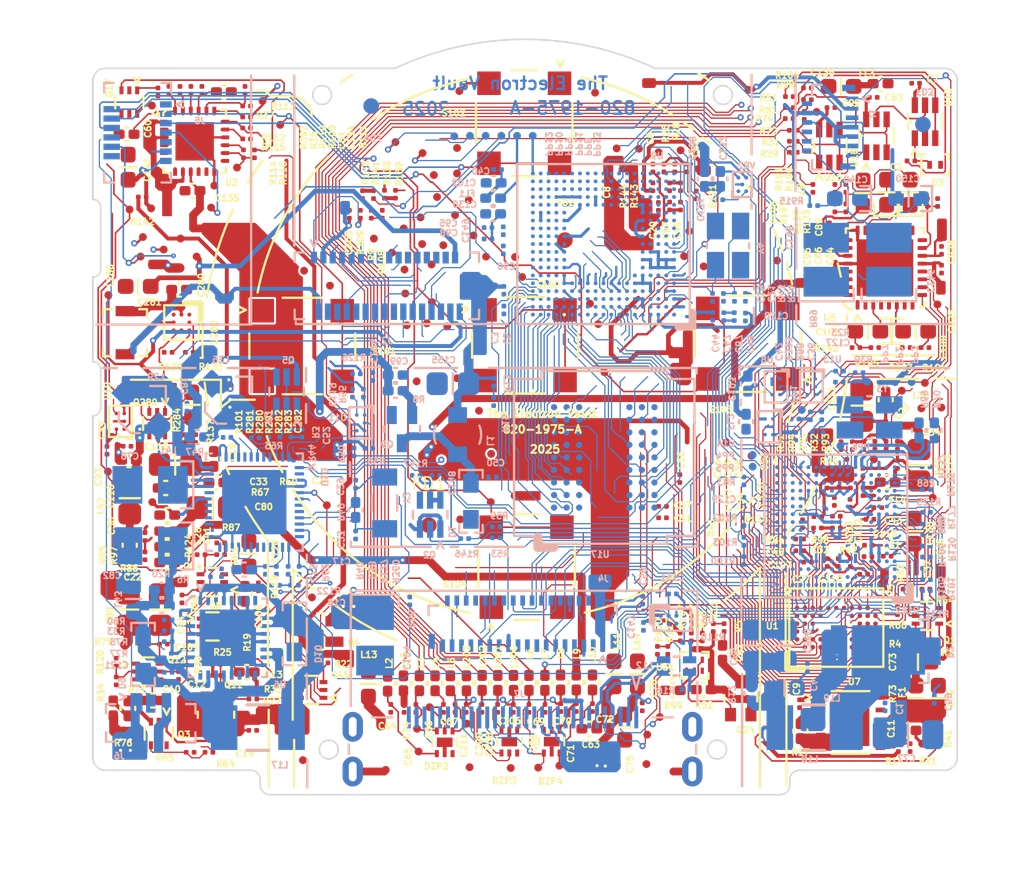
<source format=kicad_pcb>
(kicad_pcb (version 20240108) (generator "pcbnew") (generator_version "8.0")
  (layers (0 "F.Cu" signal) (31 "B.Cu" signal) (34 "B.Paste" user) (35 "F.Paste" user) (36 "B.SilkS" user "B.Silkscreen") (37 "F.SilkS" user "F.Silkscreen") (38 "B.Mask" user) (39 "F.Mask" user) (44 "Edge.Cuts" user))
  (net 0 "")
  (net 1 "GND")
  (net 2 "/VPU/VID_YC")
  (net 3 "/VPU/VID_YC_AMP")
  (net 4 "/VPU/PP_3V3_VIDEO")
  (net 5 "PP_SYS_MAIN")
  (net 6 "/VPU/XTAL_27M_XOUT")
  (net 7 "/VPU/XTAL_27M_R")
  (net 10 "PP_2V7")
  (net 11 "/CODEC/SPKR_DRV")
  (net 12 "/Charger-and-3.3V-Supply/CHG_ACPR_BASE")
  (net 13 "/VPU/TVOUT_ISET")
  (net 14 "/Charger-and-3.3V-Supply/CHG_SUSP_L")
  (net 15 "/CODEC/HOLD_SW_PU")
  (net 16 "/VPU/TVOUT_CCR")
  (net 17 "/VPU/TVOUT_LUMA")
  (net 18 "/VPU/XTAL_27M_XIN")
  (net 19 "/VPU/VID_Y_AMP")
  (net 20 "/VPU/VID_COMP_AMP")
  (net 21 "/CODEC/CODEC_MCLK")
  (net 22 "/CODEC/CODEC_MCLK_R")
  (net 23 "/VPU/VID_C_AMP")
  (net 24 "/CODEC/I2S_MPU_DIN")
  (net 25 "/Hard-Disk/RESET_SYS_1V8_L")
  (net 26 "/CODEC/CODEC_CSB")
  (net 27 "/CODEC/AUDCONN_TIPDET")
  (net 28 "/CODEC/AUDCONN_TIPDET_SW")
  (net 29 "/CODEC/LINEOUT_L")
  (net 30 "/CODEC/LINEOUT_R")
  (net 31 "/CODEC/LINEIN_L")
  (net 32 "/CODEC/LINEIN_R")
  (net 33 "/CODEC/LINEOUT_COM")
  (net 34 "/LCD/BKLT_OUT")
  (net 35 "/LCD/BKLT_DIM")
  (net 36 "/LCD/BKLT_DIM_Q_B")
  (net 37 "/LCD/BKLT_FB")
  (net 38 "/LCD/BKLT_K")
  (net 39 "/LCD/BKLT_DIM_Q_E")
  (net 40 "SHLD_GND")
  (net 41 "/CODEC/CODEC_VMID")
  (net 42 "/LCD/BKLT_SW")
  (net 43 "/VPU/EN_VID_OUT")
  (net 48 "/CODEC/I2S_MPU_BCLK")
  (net 49 "/CODEC/I2S_MPU_LRC")
  (net 50 "/CODEC/I2S_MPU_DOUT")
  (net 51 "/CODEC/I2C_SCL")
  (net 52 "/CODEC/I2C_SDA")
  (net 55 "/CODEC/LOUT_R")
  (net 57 "/CODEC/EN_I2S_VPU_L")
  (net 58 "/CODEC/EN_I2S_VPU_R_L")
  (net 59 "/VPU/SENSEVDD_STARTNG")
  (net 166 "/CODEC/LOUT_L")
  (net 167 "/CODEC/LOUT_COM")
  (net 168 "/CODEC/HP_L_CONN")
  (net 169 "/CODEC/HP_L")
  (net 170 "/CODEC/HP_R")
  (net 171 "/CODEC/HP_R_CONN")
  (net 172 "/CODEC/HP_COM_CONN")
  (net 173 "/CODEC/HP_COM")
  (net 174 "/CODEC/AUDCONN_VID_COMP")
  (net 175 "/CODEC/HOLD")
  (net 178 "/LCD/LCD_RESET_L")
  (net 179 "/LCD/LCD_CS_L")
  (net 180 "/LCD/LCD_WR_L")
  (net 181 "/LCD/LCD_DC")
  (net 182 "/LCD/LCD_RD_L")
  (net 183 "/LCD/LCD_D0")
  (net 184 "/LCD/LCD_D1")
  (net 185 "/LCD/LCD_D2")
  (net 186 "/LCD/LCD_D3")
  (net 187 "/LCD/LCD_D4")
  (net 188 "/LCD/LCD_D5")
  (net 189 "/LCD/LCD_D6")
  (net 190 "/LCD/LCD_D7")
  (net 191 "/LCD/LCD_D8")
  (net 192 "/LCD/LCD_D9")
  (net 193 "/LCD/LCD_D10")
  (net 194 "/LCD/LCD_D11")
  (net 195 "/LCD/LCD_D12")
  (net 196 "/LCD/LCD_D13")
  (net 197 "/LCD/LCD_D14")
  (net 198 "/LCD/LCD_D15")
  (net 199 "/LCD/LCD_VSYNC")
  (net 200 "PP_3V3_HDD")
  (net 203 "/CODEC/LINEOUT_CAP_R")
  (net 204 "/CODEC/LINEOUT_CAP_L")
  (net 205 "/CODEC/LIN_R")
  (net 206 "/CODEC/LINEIN_CAP_R")
  (net 207 "/CODEC/LIN_L")
  (net 208 "/CODEC/LINEIN_CAP_L")
  (net 209 "PP_3V3_SYS")
  (net 210 "/CODEC/PP_3V_CODEC")
  (net 211 "PP_1V8_SYS")
  (net 212 "/MPU/XTAL_24M_XOUT")
  (net 213 "/MPU/XTAL_24M_R")
  (net 214 "/MPU/XTAL_24M_XIN")
  (net 229 "/VPU/VPU_TMS")
  (net 230 "/VPU/VPU_TDI")
  (net 231 "/VPU/VPU_TDO")
  (net 236 "/MPU/USB_RREF")
  (net 237 "/MPU/USB_MPU_N")
  (net 238 "/MPU/USB_MPU_P")
  (net 239 "/CODEC/SPKR_DRV_BASE")
  (net 240 "/MPU/CLK_32K")
  (net 241 "/VPU/VPU_TCK")
  (net 242 "/CODEC/I2S_DOUT")
  (net 243 "PP_3V_LCD")
  (net 244 "PP_VDDIO_CW")
  (net 245 "/MPU/MPU_ROMRDY")
  (net 246 "/MPU/VPU_HRDY")
  (net 247 "/MPU/MPU_CLK_SYS_OUT")
  (net 248 "/MPU/VPU_CE_L")
  (net 249 "/MPU/VPU_RUN")
  (net 250 "/MPU/MPU_CSD_L")
  (net 251 "/MPU/VPU_RUN_R")
  (net 252 "/MPU/PP_MPU_USB_VDDA")
  (net 253 "/MPU/PP_MPU_USB_VDDP_VDDA")
  (net 254 "/VPU/I2C_VPU_SCL")
  (net 255 "/VPU/I2C_VPU_SDA")
  (net 256 "PP_VBAT")
  (net 257 "/Charger-and-3.3V-Supply/PP_4V75_FW")
  (net 258 "/Charger-and-3.3V-Supply/RESET_SYS")
  (net 259 "/Charger-and-3.3V-Supply/CHG_ISTAT")
  (net 260 "/Charger-and-3.3V-Supply/CHG_TIMER")
  (net 261 "/Charger-and-3.3V-Supply/3V3_BB_CAP")
  (net 262 "/Charger-and-3.3V-Supply/EN_3V3_VDD_L")
  (net 263 "/Charger-and-3.3V-Supply/PP_3V3_BB")
  (net 264 "/Charger-and-3.3V-Supply/PP_5V_USB")
  (net 265 "/Charger-and-3.3V-Supply/3V3_BB_LXB")
  (net 266 "/Charger-and-3.3V-Supply/3V3_BB_LXA")
  (net 267 "/Charger-and-3.3V-Supply/BAT_NTC")
  (net 268 "/Charger-and-3.3V-Supply/3V3_SYS_DISCHG_L")
  (net 269 "/Charger-and-3.3V-Supply/CHG_ACPR_3V3_L")
  (net 270 "/Charger-and-3.3V-Supply/CHG_ACPR_L")
  (net 271 "/Charger-and-3.3V-Supply/3V3_SYS_DISCHG")
  (net 272 "/Charger-and-3.3V-Supply/BAT_DISCHG_L")
  (net 273 "/Charger-and-3.3V-Supply/EN_BAT_DISCHG_R")
  (net 274 "/Charger-and-3.3V-Supply/3V3_SYS_BOOST")
  (net 275 "/Charger-and-3.3V-Supply/CHG_DISABLE")
  (net 276 "/Charger-and-3.3V-Supply/CHG_SUSP")
  (net 277 "/Charger-and-3.3V-Supply/3V3_SYS_FB")
  (net 278 "/Charger-and-3.3V-Supply/CHG_POL")
  (net 279 "/Charger-and-3.3V-Supply/4V75_FW_PRES")
  (net 280 "/Charger-and-3.3V-Supply/5V_USB_PRES")
  (net 281 "/Charger-and-3.3V-Supply/EN_BAT_DISCHG")
  (net 282 "/Charger-and-3.3V-Supply/BAT_DISCHG_RES")
  (net 283 "/Charger-and-3.3V-Supply/3V3_BB_ILIM")
  (net 284 "/Charger-and-3.3V-Supply/CHG_CLPROG")
  (net 285 "PP_1V2_MPU_VCORE")
  (net 286 "/MPU/PP_1V2_MPU_VCORE_FILT")
  (net 287 "/MPU/VPU_HIB")
  (net 288 "/MPU/VPU_HIB_R")
  (net 291 "/Charger-and-3.3V-Supply/CHG_PROG")
  (net 292 "/MPU/MPU_TRST_L")
  (net 293 "/MPU/ACC_DET")
  (net 294 "/MPU/INT_PMU_L")
  (net 295 "/BKLT_EN")
  (net 296 "/BKLT_ADJ")
  (net 297 "/BKLT_DIM_L")
  (net 298 "/CODEC/SPKR_OUT")
  (net 309 "/PMU/PMU_VINT_SS")
  (net 310 "/PMU/PMU_REFC")
  (net 311 "/PMU/SYS_MAIN_VSNS")
  (net 312 "/PMU/XTAL_OSC32O")
  (net 313 "/PMU/XTAL_OSC32I")
  (net 314 "/PMU/PP_PMU_IOVDD")
  (net 315 "/PMU/PP_1V8")
  (net 316 "/PMU/1V8_CAP")
  (net 317 "/PMU/PMU_VINT")
  (net 318 "/PMU/PP_1V2")
  (net 319 "/PMU/1V2_CAP")
  (net 320 "/PMU/PMU_ONKEY_L")
  (net 321 "/PMU/1V2_SW")
  (net 322 "/PMU/1V8_SW")
  (net 323 "/PMU/EN_3V3_VDD")
  (net 324 "/PMU/ACC_DET_R_L")
  (net 325 "/PMU/1V8_FB")
  (net 326 "/PMU/CLK_32K_PMU")
  (net 327 "/PMU/ACC_ID")
  (net 328 "/PMU/ACC_SW")
  (net 333 "/MPU/MPU_JTAG0")
  (net 334 "/MPU/MPU_JTAG1")
  (net 335 "/MPU/MPU_JTAG2")
  (net 336 "/MPU/MPU_JTAG3")
  (net 337 "/Charger-and-3.3V-Supply/CHG_WALL")
  (net 338 "/Charger-and-3.3V-Supply/CHG_STAT_L")
  (net 339 "/MPU/PMU_GPOOD1")
  (net 340 "/PMU/EN_SYS_MAIN_VSNS_L")
  (net 341 "/PMU/PMU_ADAPTSNS")
  (net 342 "/Charger-and-3.3V-Supply/CHG_VNTC")
  (net 343 "/Charger-and-3.3V-Supply/CHG_DET")
  (net 344 "/Charger-and-3.3V-Supply/CHG_USB_SUSP")
  (net 345 "/Charger-and-3.3V-Supply/CHG_HPWR")
  (net 346 "/Charger-and-3.3V-Supply/CHG_CLDIS")
  (net 352 "/MPU/VPU_GPIO23")
  (net 353 "/MPU/MPU_T12")
  (net 354 "/CODEC/SPKR")
  (net 355 "/LCD_DETECT_B")
  (net 356 "/LCD_DETECT_A")
  (net 357 "/CODEC/I2S_VPU_LRC")
  (net 358 "/CODEC/I2S_VPU_BCLK")
  (net 359 "/CODEC/I2S_VPU_DOUT")
  (net 360 "/VPU/VPU_GPIO40")
  (net 361 "/VPU/VPU_GPIO34")
  (net 362 "/VPU/VPU_GPIO16")
  (net 363 "/VPU/VPU_GPIO12")
  (net 364 "/VPU/VPU_CORESET_L")
  (net 365 "/VPU/VPU_GPIO4")
  (net 366 "/VPU/VPU_GPIO0")
  (net 369 "/VPU-Power/PP_VDD_CORE")
  (net 370 "/Hard-Disk/3V3_HDD_GATE")
  (net 371 "/Dock-Interface/ACC_IDENTIFY")
  (net 372 "/Dock-Interface/PP_3V3_ACC")
  (net 373 "/VPU-Power/PP_2V7_PLL")
  (net 374 "/VPU-Power/PP_2V7_A")
  (net 375 "/VPU-Power/EN_2V7")
  (net 376 "/Dock-Interface/PP_5V_USB_FILT")
  (net 377 "/Dock-Interface/PP_5V_USB_CONN")
  (net 378 "/Dock-Interface/LINEOUT_R_CONN")
  (net 379 "/Dock-Interface/LINEOUT_L_CONN")
  (net 380 "/Dock-Interface/LINEIN_R_CONN")
  (net 381 "/Dock-Interface/LINEIN_L_CONN")
  (net 382 "/Dock-Interface/ACC_DET_CONN")
  (net 383 "/Dock-Interface/UART_TX_CONN")
  (net 384 "/Dock-Interface/UART_RX_CONN")
  (net 385 "/Dock-Interface/PP_3V3_ACC_CONN")
  (net 386 "/Dock-Interface/ACC_ID_CONN")
  (net 387 "/Dock-Interface/PP_12V_FW")
  (net 388 "/Dock-Interface/AGND_CONN")
  (net 389 "/Dock-Interface/PP_12V_FW_CONN")
  (net 390 "/Dock-Interface/DGND_CONN")
  (net 391 "/Dock-Interface/ACC_DET_L")
  (net 392 "/VPU-Power/2V7_LDO_NR")
  (net 393 "/Dock-Interface/FW_DETECT_R")
  (net 394 "/Click-Wheel/PP_VDD_CW_CONN")
  (net 395 "/Dock-Interface/ADAPTOR_ID")
  (net 396 "/Dock-Interface/VID_Y_CONN")
  (net 397 "/Dock-Interface/VID_C_CONN")
  (net 398 "/Dock-Interface/VID_COMP_CONN")
  (net 399 "/Dock-Interface/LINEOUT_COM_CONN")
  (net 400 "/VPU-Power/VDD_CORE_SW")
  (net 401 "/Hard-Disk/IDE_DA1")
  (net 402 "/Hard-Disk/IDE_DA0")
  (net 403 "/Hard-Disk/IDE_CS1")
  (net 404 "/Hard-Disk/IDE_DD13")
  (net 405 "/Hard-Disk/IDE_DD14")
  (net 406 "/Hard-Disk/IDE_DD12")
  (net 407 "/Hard-Disk/IDE_INTRQ")
  (net 408 "/Hard-Disk/IDE_DD11")
  (net 409 "/Hard-Disk/IDE_DD15")
  (net 410 "/Hard-Disk/IDE_IORDY")
  (net 411 "/Hard-Disk/IDE_DD8")
  (net 412 "/Hard-Disk/IDE_DD2")
  (net 413 "/Hard-Disk/IDE_DD3")
  (net 414 "/Hard-Disk/IDE_DD9")
  (net 415 "/Hard-Disk/IDE_DD10")
  (net 416 "/Hard-Disk/IDE_DD1")
  (net 417 "/Hard-Disk/IDE_CS0")
  (net 418 "/Hard-Disk/IDE_DD5")
  (net 419 "/Hard-Disk/IDE_DA2")
  (net 420 "/Hard-Disk/IDE_RESET_L")
  (net 421 "/Hard-Disk/IDE_DD6")
  (net 422 "/Hard-Disk/IDE_DMARQ")
  (net 423 "/Hard-Disk/IDE_DIOW_L")
  (net 424 "/Hard-Disk/IDE_DD0")
  (net 425 "/Hard-Disk/IDE_DIOR_L")
  (net 426 "/Hard-Disk/IDE_DD4")
  (net 427 "/Hard-Disk/IDE_DMACK_L")
  (net 428 "/Hard-Disk/IDE_DD7")
  (net 429 "/Click-Wheel/BTN_SEL_L")
  (net 430 "/Click-Wheel/BTN_PP_L")
  (net 431 "/Click-Wheel/CW_PIN7")
  (net 432 "/Click-Wheel/CW_SDO")
  (net 433 "/Click-Wheel/BTN_FF_L")
  (net 434 "/Click-Wheel/BTN_RW_L")
  (net 435 "/Click-Wheel/PMU_EXTON")
  (net 436 "/Click-Wheel/BTN_MENU_L")
  (net 437 "/Click-Wheel/RESET_SYS_CW")
  (net 438 "/Click-Wheel/CW_SDI")
  (net 439 "/Click-Wheel/CW_GATE_CLK")
  (net 440 "/Dock-Interface/FW_TPA_N")
  (net 441 "/Dock-Interface/USB_D_P_CONN")
  (net 442 "/Dock-Interface/FW_TPA_P")
  (net 443 "/Dock-Interface/USB_D_N_CONN")
  (net 444 "/Dock-Interface/FW_TPB_P")
  (net 445 "/Dock-Interface/FW_TPB_N")
  (net 446 "/Dock-Interface/UART_TX")
  (net 447 "/Dock-Interface/UART_RX")
  (net 448 "/Dock-Interface/USB_D_P")
  (net 449 "/Dock-Interface/USB_D_N")
  (net 450 "/Dock-Interface/VID_Y")
  (net 451 "/Dock-Interface/VID_C")
  (net 452 "/Dock-Interface/VID_COMP")
  (net 453 "/Hard-Disk/RESET_SYS_L")
  (net 454 "/Click-Wheel/PP_VDDIO_CW_FET")
  (net 455 "/Click-Wheel/EN_CW_PWR_L")
  (net 456 "/Click-Wheel/PP_VDD_CW")
  (net 457 "/VPU-Power/VPU_SMPS_ISENSE_N")
  (net 458 "/VPU-Power/VPU_SMPS_GATE")
  (net 459 "/Dock-Interface/5V_USB_OVP_GATE")
  (net 460 "/Hard-Disk/EN_3V3_HDD_L")
  (net 461 "/Hard-Disk/EN_3V3_HDD_MPU_L")
  (net 462 "/Dock-Interface/5V_USB_VSNS")
  (net 463 "/VPU-Power/PP_3V3_VDD_NV")
  (net 464 "/VPU-Power/VPU_SMPS_FB")
  (net 465 "/Dock-Interface/ADPTR_ID_D_P")
  (net 466 "/Dock-Interface/FW_DETECT")
  (net 467 "/Dock-Interface/5V_VBUS")
  (net 468 "/Flash-and-SDRAM/RESET_FLASH_L")
  (net 469 "/Flash-and-SDRAM/MEM_A13_BA0")
  (net 470 "/Flash-and-SDRAM/RAM_CLK")
  (net 471 "/Dock-Interface/ADPTR_ID_D_N")
  (net 472 "/Flash-and-SDRAM/MEM_A0")
  (net 473 "/Flash-and-SDRAM/UNUSED_CE_L")
  (net 474 "/Flash-and-SDRAM/MEM_A14_BA1")
  (net 475 "/Flash-and-SDRAM/MEM_A1")
  (net 476 "/Flash-and-SDRAM/MEM_DQ7")
  (net 477 "/Flash-and-SDRAM/FLASH_CE_L")
  (net 478 "/Flash-and-SDRAM/MEM_A3")
  (net 479 "/Flash-and-SDRAM/MEM_DQ15")
  (net 480 "/Flash-and-SDRAM/MEM_DQ2")
  (net 481 "/Flash-and-SDRAM/MEM_DQ10")
  (net 482 "/Flash-and-SDRAM/MEM_A11")
  (net 483 "/Flash-and-SDRAM/MEM_WE_L")
  (net 484 "/Flash-and-SDRAM/MEM_A7")
  (net 485 "/Flash-and-SDRAM/MEM_DQ14")
  (net 486 "/Flash-and-SDRAM/MEM_A16_CAS")
  (net 487 "/Flash-and-SDRAM/MEM_A9")
  (net 488 "/Flash-and-SDRAM/MEM_A15_RAS")
  (net 489 "/Flash-and-SDRAM/MEM_DQ5")
  (net 490 "/Flash-and-SDRAM/MEM_A18")
  (net 491 "/Flash-and-SDRAM/MEM_DQ1")
  (net 492 "/Flash-and-SDRAM/MEM_DQ6")
  (net 493 "/Flash-and-SDRAM/MEM_A10")
  (net 494 "/Flash-and-SDRAM/MEM_DQ11")
  (net 495 "/Flash-and-SDRAM/MEM_OE_L")
  (net 496 "/Flash-and-SDRAM/MEM_A8")
  (net 497 "/Flash-and-SDRAM/MEM_DQ9")
  (net 498 "/Flash-and-SDRAM/MEM_DQ8")
  (net 499 "/Flash-and-SDRAM/MEM_A17_WE")
  (net 500 "/Flash-and-SDRAM/MEM_A6")
  (net 501 "/Flash-and-SDRAM/MEM_A2")
  (net 502 "/Flash-and-SDRAM/MEM_DQ12")
  (net 503 "/Flash-and-SDRAM/MEM_DQ4")
  (net 504 "/Flash-and-SDRAM/MEM_DQ0")
  (net 505 "/Flash-and-SDRAM/MEM_A12")
  (net 506 "/Flash-and-SDRAM/MEM_DQ3")
  (net 507 "/Flash-and-SDRAM/MEM_A5")
  (net 508 "/Flash-and-SDRAM/MEM_DQ13")
  (net 509 "/Flash-and-SDRAM/MEM_A4")
  (net 510 "/Dock-Interface/EN_ADPTR_ID_DP")
  (net 511 "/Dock-Interface/EN_ADPTR_ID_DN")
  (net 512 "/Flash-and-SDRAM/EN_RAM_CLK")
  (net 513 "/Flash-and-SDRAM/RAM_DQM_H")
  (net 514 "/Flash-and-SDRAM/RAM_CE_L")
  (net 515 "/Flash-and-SDRAM/RAM_DQM_L")
  (net 516 "/Click-Wheel/CW_CLK")
  (net 517 "/FireWire-Supply/FW_BUCK_VCC")
  (net 518 "/FireWire-Supply/4V75_FW_BST")
  (net 519 "/FireWire-Supply/4V75_FW_SW")
  (net 520 "/FireWire-Supply/FW_BUCK_SS")
  (net 521 "/FireWire-Supply/PP_12V_FW_FUSED")
  (net 522 "/FireWire-Supply/PP_4V75_FW_CAP")
  (net 523 "/FireWire-Supply/4V75_FW_ISNS")
  (net 524 "/FireWire-Supply/PP_4V75_FW_FILT")
  (net 525 "/FireWire-Supply/4V75_FW_FB")
  (net 526 "/FireWire-Supply/EN_4V75_FW")
  (net 527 "/FireWire-Supply/FW_BUCK_SD")
  (footprint "820-1975_Footprints:FUSE-0603" (layer "F.Cu") (at 164.225 120.85 -90)
    (property "Reference" "F1")
    (property "Value" "3A")
  )
  (footprint "820-1975_Footprints:RES-0201" (layer "F.Cu") (at 122.06 86.15 90)
    (property "Reference" "R116")
    (property "Value" "3.3K")
  )
  (footprint "820-1975_Footprints:MLCC-0201" (layer "F.Cu") (at 134.11 121.5 -90)
    (property "Reference" "C66")
    (property "Value" "10nF")
  )
  (footprint "820-1975_Footprints:TP-SMT" (layer "F.Cu") (at 145.15 85.8)
    (property "Reference" "TP56" (hide yes))
    (property "Value" "TP")
  )
  (footprint "820-1975_Footprints:MLCC-0201" (layer "F.Cu") (at 136.56 121.5 -90)
    (property "Reference" "C209")
    (property "Value" "10nF")
  )
  (footprint "820-1975_Footprints:TP-SMT" (layer "F.Cu") (at 139.125 94)
    (property "Reference" "TP83" (hide yes))
    (property "Value" "TP")
  )
  (footprint "820-1975_Footprints:RES-0201" (layer "F.Cu") (at 149.225 88.25 -90)
    (property "Reference" "R143")
    (property "Value" "100K")
  )
  (footprint "820-1975_Footprints:MLCC-0201" (layer "F.Cu") (at 158.575 112.2 90)
    (property "Reference" "C32")
    (property "Value" "10nF")
  )
  (footprint "820-1975_Footprints:TP-SMT" (layer "F.Cu") (at 135.775 125.25)
    (property "Reference" "TP4" (hide yes))
    (property "Value" "TP")
  )
  (footprint "820-1975_Footprints:TP-SMT" (layer "F.Cu") (at 155.375 92.95)
    (property "Reference" "TP104" (hide yes))
    (property "Value" "TP")
  )
  (footprint "820-1975_Footprints:VISHAY-LLP75-6A" (layer "F.Cu") (at 141.01 123.62 90)
    (property "Reference" "DZP4")
    (property "Value" "GMF05LC-HS3-GS08")
  )
  (footprint "820-1975_Footprints:MLCC-0201" (layer "F.Cu") (at 162.3 103.45 -90)
    (property "Reference" "C25")
    (property "Value" "10nF")
  )
  (footprint "820-1975_Footprints:MLCC-0201" (layer "F.Cu") (at 118.71 82.1 90)
    (property "Reference" "C61")
    (property "Value" "10nF")
  )
  (footprint "820-1975_Footprints:RES-0402" (layer "F.Cu") (at 150.7 120.3 180)
    (property "Reference" "R52")
    (property "Value" "0")
  )
  (footprint "820-1975_Footprints:TP-SMT" (layer "F.Cu") (at 142.825 125.15)
    (property "Reference" "TP11" (hide yes))
    (property "Value" "TP")
  )
  (footprint "820-1975_Footprints:TP-SMT" (layer "F.Cu") (at 118.375 92.7)
    (property "Reference" "TP62" (hide yes))
    (property "Value" "TP")
  )
  (footprint "820-1975_Footprints:TP-SMT" (layer "F.Cu") (at 161.55 105.625)
    (property "Reference" "TP39" (hide yes))
    (property "Value" "TP")
  )
  (footprint "820-1975_Footprints:TP-SMT" (layer "F.Cu") (at 140.475 105.95)
    (property "Reference" "TP15" (hide yes))
    (property "Value" "TP")
  )
  (footprint "820-1975_Footprints:TP-SMT" (layer "F.Cu") (at 135.175 109.45)
    (property "Reference" "TP41" (hide yes))
    (property "Value" "TP")
  )
  (footprint "820-1975_Footprints:RES-0201" (layer "F.Cu") (at 163.05 115.275 90)
    (property "Reference" "R66")
    (property "Value" "1M")
  )
  (footprint "820-1975_Footprints:RES-0201" (layer "F.Cu") (at 117.31 82.1 90)
    (property "Reference" "R110")
    (property "Value" "150K")
  )
  (footprint "820-1975_Footprints:MLCC-0402" (layer "F.Cu") (at 116.5 109.175 180)
    (property "Reference" "C30")
    (property "Value" "1uF")
  )
  (footprint "820-1975_Footprints:FB-0603" (layer "F.Cu") (at 129.325 119.95 90)
    (property "Reference" "L13")
    (property "Value" "120 Ohms @ 100 MHz")
  )
  (footprint "820-1975_Footprints:MLCC-0201" (layer "F.Cu") (at 148.075 108.625)
    (property "Reference" "C57")
    (property "Value" "10nF")
  )
  (footprint "820-1975_Footprints:FB-0402" (layer "F.Cu") (at 138.575 119.875 -90)
    (property "Reference" "L200")
    (property "Value" "80 Ohms @ 100 MHz")
  )
  (footprint "820-1975_Footprints:TP-SMT" (layer "F.Cu") (at 132.775 86.1)
    (property "Reference" "TP48" (hide yes))
    (property "Value" "TP")
  )
  (footprint "820-1975_Footprints:TP-SMT" (layer "F.Cu") (at 147.05 125.05)
    (property "Reference" "TP12" (hide yes))
    (property "Value" "TP")
  )
  (footprint "820-1975_Footprints:MLCC-0201" (layer "F.Cu") (at 148.525 89.475 90)
    (property "Reference" "C97")
    (property "Value" "10nF")
  )
  (footprint "820-1975_Footprints:FB-0402" (layer "F.Cu") (at 134.55 119.9 -90)
    (property "Reference" "L5")
    (property "Value" "240 Ohms @ 100 MHz")
  )
  (footprint "820-1975_Footprints:TP-SMT" (layer "F.Cu") (at 143.775 82.25)
    (property "Reference" "TP103" (hide yes))
    (property "Value" "TP")
  )
  (footprint "820-1975_Footprints:TP-SMT" (layer "F.Cu") (at 131.575 90.9)
    (property "Reference" "TP77" (hide yes))
    (property "Value" "TP")
  )
  (footprint "820-1975_Footprints:MLCC-0201" (layer "F.Cu") (at 157.325 112.175)
    (property "Reference" "C107")
    (property "Value" "10nF")
  )
  (footprint "820-1975_Footprints:TP-SMT" (layer "F.Cu") (at 132.4 100.65)
    (property "Reference" "TP80" (hide yes))
    (property "Value" "TP")
  )
  (footprint "820-1975_Footprints:MLCC-0201" (layer "F.Cu") (at 119.65 119.4)
    (property "Reference" "C12")
    (property "Value" "100nF")
  )
  (footprint "820-1975_Footprints:TP-SMT" (layer "F.Cu") (at 119.5 88.175)
    (property "Reference" "TP27" (hide yes))
    (property "Value" "TP")
  )
  (footprint "820-1975_Footprints:MLCC-0603" (layer "F.Cu") (at 159.46 81.85 180)
    (property "Reference" "C136")
    (property "Value" "4.7uF")
  )
  (footprint "820-1975_Footprints:RES-0201" (layer "F.Cu") (at 165.3 117.35)
    (property "Reference" "R1")
    (property "Value" "470K")
  )
  (footprint "820-1975_Footprints:MLCC-0603" (layer "F.Cu") (at 121.71 111.65 90)
    (property "Reference" "C120")
    (property "Value" "470nF")
  )
  (footprint "820-1975_Footprints:MLCC-0805" (layer "F.Cu") (at 164.425 106 90)
    (property "Reference" "C114")
    (property "Value" "10uF")
  )
  (footprint "820-1975_Footprints:TP-SMT" (layer "F.Cu") (at 116.275 92.25)
    (property "Reference" "TP93" (hide yes))
    (property "Value" "TP")
  )
  (footprint "820-1975_Footprints:RES-0201" (layer "F.Cu") (at 157.31 81.95)
    (property "Reference" "R104")
    (property "Value" "75")
  )
  (footprint "820-1975_Footprints:SST39WF800A-90-4C-M2QE" (layer "F.Cu") (at 159.15 116.35)
    (property "Reference" "U1")
    (property "Value" "SST39WF800A-90-4C-M2QE")
  )
  (footprint "820-1975_Footprints:RES-0201" (layer "F.Cu") (at 116.56 98.8 180)
    (property "Reference" "R136")
    (property "Value" "1M")
  )
  (footprint "820-1975_Footprints:RES-0201" (layer "F.Cu") (at 156.41 84.65 180)
    (property "Reference" "R72")
    (property "Value" "75")
  )
  (footprint "820-1975_Footprints:MLCC-0201" (layer "F.Cu") (at 116.26 117.4)
    (property "Reference" "C109")
    (property "Value" "10nF")
  )
  (footprint "820-1975_Footprints:MLCC-0201" (layer "F.Cu") (at 159.029488 108.310299 -90)
    (property "Reference" "C117")
    (property "Value" "10nF")
  )
  (footprint "820-1975_Footprints:RES-0201" (layer "F.Cu") (at 128.95 88.75 -90)
    (property "Reference" "R141")
    (property "Value" "100K")
  )
  (footprint "820-1975_Footprints:TP-SMT" (layer "F.Cu") (at 134.975 85.775)
    (property "Reference" "TP86" (hide yes))
    (property "Value" "TP")
  )
  (footprint "820-1975_Footprints:MLCC-0402" (layer "F.Cu") (at 113.91 84.9 180)
    (property "Reference" "C60")
    (property "Value" "1uF")
  )
  (footprint "820-1975_Footprints:FB-0402" (layer "F.Cu") (at 135.575 119.9 -90)
    (property "Reference" "L203")
    (property "Value" "240 Ohms @ 100 MHz")
  )
  (footprint "820-1975_Footprints:TP-SMT" (layer "F.Cu") (at 128.4 116.175)
    (property "Reference" "TP22" (hide yes))
    (property "Value" "TP")
  )
  (footprint "820-1975_Footprints:MLCC-0805" (layer "F.Cu") (at 160.775 102.2 90)
    (property "Reference" "C111")
    (property "Value" "10uF")
  )
  (footprint "820-1975_Footprints:SOD-882" (layer "F.Cu") (at 165.45 86.85)
    (property "Reference" "D3")
    (property "Value" "N/A")
  )
  (footprint "820-1975_Footprints:TP-SMT" (layer "F.Cu") (at 131.05 85.4)
    (property "Reference" "TP51" (hide yes))
    (property "Value" "TP")
  )
  (footprint "820-1975_Footprints:TP-SMT" (layer "F.Cu") (at 132.425 122.8)
    (property "Reference" "TP6" (hide yes))
    (property "Value" "TP")
  )
  (footprint "820-1975_Footprints:TP-SMT" (layer "F.Cu") (at 114.8 92.7)
    (property "Reference" "TP91" (hide yes))
    (property "Value" "TP")
  )
  (footprint "820-1975_Footprints:RES-0201" (layer "F.Cu") (at 119.65 118.7)
    (property "Reference" "R25")
    (property "Value" "470K")
  )
  (footprint "820-1975_Footprints:RES-0201" (layer "F.Cu") (at 148.41 117.8 -90)
    (property "Reference" "R117")
    (property "Value" "56")
  )
  (footprint "820-1975_Footprints:RES-0201" (layer "F.Cu") (at 165.61 89.25 -90)
    (property "Reference" "R123")
    (property "Value" "0")
  )
  (footprint "820-1975_Footprints:RES-0201" (layer "F.Cu") (at 163.86 124 -90)
    (property "Reference" "R21")
    (property "Value" "2.43K")
  )
  (footprint "820-1975_Footprints:RES-0201" (layer "F.Cu") (at 115.6 101.15 -90)
    (property "Reference" "R291")
    (property "Value" "27")
  )
  (footprint "820-1975_Footprints:TP-SMT" (layer "F.Cu") (at 112.75 95.15)
    (property "Reference" "TP63" (hide yes))
    (property "Value" "TP")
  )
  (footprint "820-1975_Footprints:RES-0201" (layer "F.Cu") (at 164.81 98.5)
    (property "Reference" "R194")
    (property "Value" "100K")
  )
  (footprint "820-1975_Footprints:TP-SMT" (layer "F.Cu") (at 126.675 108.55)
    (property "Reference" "TP34" (hide yes))
    (property "Value" "TP")
  )
  (footprint "820-1975_Footprints:VLF3010ST" (layer "F.Cu") (at 113.81 97.55 -90)
    (property "Reference" "L280")
    (property "Value" "22uH")
  )
  (footprint "820-1975_Footprints:MLCC-0402" (layer "F.Cu") (at 121.567643 119.182152 180)
    (property "Reference" "C13")
    (property "Value" "22nF")
  )
  (footprint "820-1975_Footprints:TP-SMT" (layer "F.Cu") (at 164.625 123.75)
    (property "Reference" "TP21" (hide yes))
    (property "Value" "TP")
  )
  (footprint "820-1975_Footprints:RES-0201" (layer "F.Cu") (at 121.410708 115.802069 90)
    (property "Reference" "R19")
    (property "Value" "10K")
  )
  (footprint "820-1975_Footprints:RES-0201" (layer "F.Cu") (at 159.06 88.35 90)
    (property "Reference" "R191")
    (property "Value" "100")
  )
  (footprint "820-1975_Footprints:MLCC-0201" (layer "F.Cu") (at 160.025 108.425 -90)
    (property "Reference" "C54")
    (property "Value" "330pF")
  )
  (footprint "820-1975_Footprints:FB-0402" (layer "F.Cu") (at 139.56 119.875 -90)
    (property "Reference" "L6")
    (property "Value" "240 Ohms @ 100 MHz")
  )
  (footprint "820-1975_Footprints:RES-0201" (layer "F.Cu") (at 152 116.35 -90)
    (property "Reference" "R5")
    (property "Value" "390K")
  )
  (footprint "820-1975_Footprints:RES-0402" (layer "F.Cu") (at 156.86 122.95 -90)
    (property "Reference" "R17")
    (property "Value" "0")
  )
  (footprint "820-1975_Footprints:TP-SMT" (layer "F.Cu") (at 134.975 87.4)
    (property "Reference" "TP97" (hide yes))
    (property "Value" "TP")
  )
  (footprint "820-1975_Footprints:MLCC-0201" (layer "F.Cu") (at 165.86 92.3 90)
    (property "Reference" "C926")
    (property "Value" "100nF")
  )
  (footprint "820-1975_Footprints:TP-SMT" (layer "F.Cu") (at 119.3 89.575)
    (property "Reference" "TP94" (hide yes))
    (property "Value" "TP")
  )
  (footprint "820-1975_Footprints:SOP-11xHST" (layer "F.Cu") (at 125.11 98.4)
    (property "Reference" "S101")
    (property "Value" "SOP-112HST")
  )
  (footprint "820-1975_Footprints:MLCC-0201" (layer "F.Cu") (at 139.56 121.5 -90)
    (property "Reference" "C68")
    (property "Value" "10nF")
  )
  (footprint "820-1975_Footprints:RES-0201" (layer "F.Cu") (at 150.225 88.775 -90)
    (property "Reference" "R121")
    (property "Value" "10K")
  )
  (footprint "820-1975_Footprints:RES-0201" (layer "F.Cu") (at 116.877307 108.296273 180)
    (property "Reference" "R67")
    (property "Value" "470K")
  )
  (footprint "820-1975_Footprints:RES-0201" (layer "F.Cu") (at 151.31 116.35 90)
    (property "Reference" "R11")
    (property "Value" "270K")
  )
  (footprint "820-1975_Footprints:TP-SMT" (layer "F.Cu") (at 147.825 86.05)
    (property "Reference" "TP52" (hide yes))
    (property "Value" "TP")
  )
  (footprint "820-1975_Footprints:TP-SMT" (layer "F.Cu") (at 117.675 120.9)
    (property "Reference" "TP43" (hide yes))
    (property "Value" "TP")
  )
  (footprint "820-1975_Footprints:TP-SMT" (layer "F.Cu") (at 147.9 122.05)
    (property "Reference" "TP3" (hide yes))
    (property "Value" "TP")
  )
  (footprint "820-1975_Footprints:TP-SMT" (layer "F.Cu") (at 113.8 117.45)
    (property "Reference" "TP29" (hide yes))
    (property "Value" "TP")
  )
  (footprint "820-1975_Footprints:RES-0201" (layer "F.Cu") (at 164.86 113.9)
    (property "Reference" "R54")
    (property "Value" "1K")
  )
  (footprint "820-1975_Footprints:RES-0201" (layer "F.Cu") (at 159.16 110)
    (property "Reference" "R133")
    (property "Value" "1M")
  )
  (footprint "820-1975_Footprints:TP-SMT" (layer "F.Cu") (at 165.825 113.9)
    (property "Reference" "TP42" (hide yes))
    (property "Value" "TP")
  )
  (footprint "820-1975_Footprints:ISL59110IEZ" (layer "F.Cu") (at 164.81 84.1 90)
    (property "Reference" "U15")
    (property "Value" "ISL59110IEZ-T7")
  )
  (footprint "820-1975_Footprints:RES-0201" (layer "F.Cu") (at 116.96 101.15 -90)
    (property "Reference" "R283")
    (property "Value" "47K")
  )
  (footprint "820-1975_Footprints:RES-0201" (layer "F.Cu") (at 119.91 110.95 180)
    (property "Reference" "R87")
    (property "Value" "220K")
  )
  (footprint "820-1975_Footprints:MLCC-0201" (layer "F.Cu") (at 137.56 121.5 -90)
    (property "Reference" "C208")
    (property "Value" "10nF")
  )
  (footprint "820-1975_Footprints:MLCC-0201" (layer "F.Cu") (at 128.11 90 90)
    (property "Reference" "C203")
    (property "Value" "10nF")
  )
  (footprint "820-1975_Footprints:SOT563" (layer "F.Cu") (at 119.385 116.275)
    (property "Reference" "Q8")
    (property "Value" "CMLDM7002A")
  )
  (footprint "820-1975_Footprints:RES-0201" (layer "F.Cu") (at 121.96 120.2 180)
    (property "Reference" "R35")
    (property "Value" "100K")
  )
  (footprint "820-1975_Footprints:TP-SMT" (layer "F.Cu") (at 134.85 90.05)
    (property "Reference" "TP78" (hide yes))
    (property "Value" "TP")
  )
  (footprint "820-1975_Footprints:RES-0201" (layer "F.Cu") (at 117.221924 119.402578 -90)
    (property "Reference" "R30")
    (property "Value" "220K")
  )
  (footprint "820-1975_Footprints:MLCC-0201" (layer "F.Cu") (at 161.51 82.55)
    (property "Reference" "C83")
    (property "Value" "10nF")
  )
  (footprint "820-1975_Footprints:MLCC-0201" (layer "F.Cu") (at 131.6 121.5 -90)
    (property "Reference" "C74")
    (property "Value" "10nF")
  )
  (footprint "820-1975_Footprints:RES-0201" (layer "F.Cu") (at 147.75 117.8 -90)
    (property "Reference" "R120")
    (property "Value" "56")
  )
  (footprint "820-1975_Footprints:RES-0201" (layer "F.Cu") (at 149.21 116.95 -90)
    (property "Reference" "R107")
    (property "Value" "100K")
  )
  (footprint "820-1975_Footprints:MLCC-0201" (layer "F.Cu") (at 118.66 111.7 180)
    (property "Reference" "C41")
    (property "Value" "100nF")
  )
  (footprint "820-1975_Footprints:LTC4066EUF" (layer "F.Cu") (at 118.25 85.35)
    (property "Reference" "U2")
    (property "Value" "LTC4066EUF#PBF" (hide yes))
  )
  (footprint "820-1975_Footprints:TP-SMT" (layer "F.Cu") (at 162.2 113.05)
    (property "Reference" "TP35" (hide yes))
    (property "Value" "TP")
  )
  (footprint "820-1975_Footprints:SOT563" (layer "F.Cu") (at 125.71 120.325 180)
    (property "Reference" "Q45")
    (property "Value" "CMLDM7002A")
  )
  (footprint "820-1975_Footprints:MLCC-0201" (layer "F.Cu") (at 149.91 116.95 90)
    (property "Reference" "C137")
    (property "Value" "10nF")
  )
  (footprint "820-1975_Footprints:MLCC-0201" (layer "F.Cu") (at 142.585 121.45 -90)
    (property "Reference" "C71")
    (property "Value" "10nF")
  )
  (footprint "820-1975_Footprints:MLCC-0805" (layer "F.Cu") (at 119.41 108.7 180)
    (property "Reference" "C80")
    (property "Value" "10uF")
  )
  (footprint "820-1975_Footprints:FB-0402" (layer "F.Cu") (at 132.575 119.9 -90)
    (property "Reference" "L3")
    (property "Value" "240 Ohms @ 100 MHz")
  )
  (footprint "820-1975_Footprints:TP-SMT" (layer "F.Cu") (at 123.7 84.3)
    (property "Reference" "TP98" (hide yes))
    (property "Value" "TP")
  )
  (footprint "820-1975_Footprints:RES-0201" (layer "F.Cu") (at 159.06 89.6 -90)
    (property "Reference" "R196")
    (property "Value" "100K")
  )
  (footprint "820-1975_Footprints:MLCC-0402" (layer "F.Cu") (at 119.46 105.6 90)
    (property "Reference" "C19")
    (property "Value" "1uF")
  )
  (footprint "820-1975_Footprints:TP-SMT" (layer "F.Cu") (at 112.975 113.1)
    (property "Reference" "TP28" (hide yes))
    (property "Value" "TP")
  )
  (footprint "820-1975_Footprints:RES-0201" (layer "F.Cu") (at 161.2 111.1 180)
    (property "Reference" "R42")
    (property "Value" "0")
  )
  (footprint "820-1975_Footprints:RES-0201" (layer "F.Cu") (at 121.36 86.15 -90)
    (property "Reference" "R114")
    (property "Value" "12K")
  )
  (footprint "820-1975_Footprints:MLCC-0201" (layer "F.Cu") (at 156.825 111.45)
    (property "Reference" "C45")
    (property "Value" "10nF")
  )
  (footprint "820-1975_Footprints:MLCC-0201" (layer "F.Cu") (at 159.275 112.2 -90)
    (property "Reference" "C27")
    (property "Value" "10nF")
  )
  (footprint "820-1975_Footprints:FB-0402" (layer "F.Cu") (at 114.06 105.675 180)
    (property "Reference" "L42")
    (property "Value" "80 Ohms @ 100 MHz")
  )
  (footprint "820-1975_Footprints:RES-0402" (layer "F.Cu") (at 114.01 121.5 90)
    (property "Reference" "R71")
    (property "Value" "1K")
  )
  (footprint "820-1975_Footprints:TI-YZP0005" (layer "F.Cu") (at 113.51 103.2 180)
    (property "Reference" "U19")
    (property "Value" "SN74LVC1G32YZPR" (hide yes))
  )
  (footprint "820-1975_Footprints:TP-SMT" (layer "F.Cu") (at 140.15 125.275)
    (property "Reference" "TP9" (hide yes))
    (property "Value" "TP")
  )
  (footprint "820-1975_Footprints:MLCC-0805" (layer "F.Cu") (at 114.11 108.1 -90)
    (property "Reference" "C118")
    (property "Value" "10uF")
  )
  (footprint "820-1975_Footprints:RES-0201" (layer "F.Cu") (at 129.65 88.75 -90)
    (property "Reference" "R140")
    (property "Value" "100K")
  )
  (footprint "820-1975_Footprints:TP-SMT" (layer "F.Cu") (at 138.675 92.725)
    (property "Reference" "TP65" (hide yes))
    (property "Value" "TP")
  )
  (footprint "820-1975_Footprints:RES-0201" (layer "F.Cu") (at 161.61 104.725 -90)
    (property "Reference" "R32")
    (property "Value" "100K")
  )
  (footprint "820-1975_Footprints:RES-0201" (layer "F.Cu") (at 118 107.3)
    (property "Reference" "R60")
    (property "Value" "1K")
  )
  (footprint "820-1975_Footprints:TP-SMT" (layer "F.Cu") (at 136.375 102.525)
    (property "Reference" "TP59" (hide yes))
    (property "Value" "TP")
  )
  (footprint "820-1975_Footprints:FIDUCIAL" (layer "F.Cu") (at 141.85 91.65)
    (property "Reference" "FD2")
    (property "Value" "FD")
  )
  (footprint "820-1975_Footprints:FB-0402" (layer "F.Cu") (at 161.975 81.675 180)
    (property "Reference" "FL3")
    (property "Value" "240 Ohms @ 100 MHz")
  )
  (footprint "820-1975_Footprints:RES-0201" (layer "F.Cu") (at 163.11 121.55 -90)
    (property "Reference" "R73")
    (property "Value" "51K")
  )
  (footprint "820-1975_Footprints:TP-SMT" (layer "F.Cu") (at 165.85 102.325)
    (property "Reference" "TP19" (hide yes))
    (property "Value" "TP")
  )
  (footprint "820-1975_Footprints:KYOCERA-TAC-L" (layer "F.Cu") (at 164.21 97.45)
    (property "Reference" "C100")
    (property "Value" "10uF")
  )
  (footprint "820-1975_Footprints:MLCC-0201" (layer "F.Cu") (at 113.940772 104.79178)
    (property "Reference" "C93")
    (property "Value" "100nF")
  )
  (footprint "820-1975_Footprints:RES-0201" (layer "F.Cu") (at 121.96 120.9)
    (property "Reference" "R27")
    (property "Value" "47K")
  )
  (footprint "820-1975_Footprints:SOP-11xHST" (layer "F.Cu") (at 139.41 112.5 90)
    (property "Reference" "S104")
    (property "Value" "SOP-112HST")
  )
  (footprint "820-1975_Footprints:RES-0201" (layer "F.Cu") (at 159.45 104.75 -90)
    (property "Reference" "R92")
    (property "Value" "1M")
  )
  (footprint "820-1975_Footprints:TP-SMT" (layer "F.Cu") (at 134.1 91.975)
    (property "Reference" "TP66" (hide yes))
    (property "Value" "TP")
  )
  (footprint "820-1975_Footprints:TP-SMT" (layer "F.Cu") (at 157.9 83.475)
    (property "Reference" "TP57" (hide yes))
    (property "Value" "TP")
  )
  (footprint "820-1975_Footprints:FB-0402" (layer "F.Cu") (at 136.575 119.875 -90)
    (property "Reference" "L202")
    (property "Value" "80 Ohms @ 100 MHz")
  )
  (footprint "820-1975_Footprints:MLCC-0603" (layer "F.Cu") (at 114.65 94.6 180)
    (property "Reference" "C281")
    (property "Value" "220nF")
  )
  (footprint "820-1975_Footprints:TP-SMT" (layer "F.Cu") (at 130.425 125.425)
    (property "Reference" "TP1" (hide yes))
    (property "Value" "TP")
  )
  (footprint "820-1975_Footprints:TP-SMT" (layer "F.Cu") (at 146.575 85.825)
    (property "Reference" "TP53" (hide yes))
    (property "Value" "TP")
  )
  (footprint "820-1975_Footprints:MLCC-0402" (layer "F.Cu") (at 121.46 114.2 -90)
    (property "Reference" "C106")
    (property "Value" "330nF")
  )
  (footprint "820-1975_Footprints:RES-0201" (layer "F.Cu") (at 129.51 90 -90)
    (property "Reference" "R9")
    (property "Value" "0")
  )
  (footprint "820-1975_Footprints:MLCC-0201" (layer "F.Cu") (at 143.61 121.45 -90)
    (property "Reference" "C72")
    (property "Value" "10nF")
  )
  (footprint "820-1975_Footprints:RES-0201" (layer "F.Cu") (at 117.91 98.8 180)
    (property "Reference" "R135")
    (property "Value" "1M")
  )
  (footprint "820-1975_Footprints:TP-SMT" (layer "F.Cu") (at 148.775 125.525)
    (property "Reference" "TP18" (hide yes))
    (property "Value" "TP")
  )
  (footprint "820-1975_Footprints:RES-0402" (layer "F.Cu") (at 116.5 110.2 180)
    (property "Reference" "R124")
    (property "Value" "0")
  )
  (footprint "820-1975_Footprints:MLCC-0201" (layer "F.Cu") (at 147.46 88.25 90)
    (property "Reference" "C8")
    (property "Value" "10nF")
  )
  (footprint "820-1975_Footprints:RES-0201" (layer "F.Cu") (at 117.96 124.3)
    (property "Reference" "R65")
    (property "Value" "100K")
  )
  (footprint "820-1975_Footprints:RES-0201" (layer "F.Cu") (at 156.81 110.7)
    (property "Reference" "R84")
    (property "Value" "33")
  )
  (footprint "820-1975_Footprints:TP-SMT" (layer "F.Cu") (at 114.1 89.7)
    (property "Reference" "TP89" (hide yes))
    (property "Value" "TP")
  )
  (footprint "820-1975_Footprints:TP-SMT" (layer "F.Cu") (at 115.525 83.075)
    (property "Reference" "TP25" (hide yes))
    (property "Value" "TP")
  )
  (footprint "820-1975_Footprints:TP-SMT" (layer "F.Cu") (at 125 122.875)
    (property "Reference" "TP44" (hide yes))
    (property "Value" "TP")
  )
  (footprint "820-1975_Footprints:WM8758CBGEFL" (layer "F.Cu") (at 162.26 93.4 90)
    (property "Reference" "U5")
    (property "Value" "WM8758CBGEFL")
  )
  (footprint "820-1975_Footprints:TP-SMT" (layer "F.Cu") (at 133.375 95.6)
    (property "Reference" "TP99" (hide yes))
    (property "Value" "TP")
  )
  (footprint "820-1975_Footprints:FB-0402" (layer "F.Cu") (at 133.575 119.9 -90)
    (property "Reference" "L4")
    (property "Value" "240 Ohms @ 100 MHz")
  )
  (footprint "820-1975_Footprints:RES-0201" (layer "F.Cu") (at 113.46 101.3 -90)
    (property "Reference" "R101")
    (property "Value" "18K")
  )
  (footprint "820-1975_Footprints:RES-0201" (layer "F.Cu") (at 159.76 89.6 -90)
    (property "Reference" "R197")
    (property "Value" "100K")
  )
  (footprint "820-1975_Footprints:RES-0201" (layer "F.Cu") (at 126.5 118.6)
    (property "Reference" "R22")
    (property "Value" "100")
  )
  (footprint "820-1975_Footprints:FIDUCIAL" (layer "F.Cu") (at 133.175 109.825)
    (property "Reference" "FD1")
    (property "Value" "FD")
  )
  (footprint "820-1975_Footprints:TP-SMT" (layer "F.Cu") (at 131.775 97.075)
    (property "Reference" "TP71" (hide yes))
    (property "Value" "TP")
  )
  (footprint "820-1975_Footprints:TP-SMT" (layer "F.Cu") (at 134.975 100.45)
    (property "Reference" "TP101" (hide yes))
    (property "Value" "TP")
  )
  (footprint "820-1975_Footprints:FB-0402" (layer "F.Cu") (at 130.55 119.925 -90)
    (property "Reference" "L2")
    (property "Value" "240 Ohms @ 100 MHz")
  )
  (footprint "820-1975_Footprints:TP-SMT" (layer "F.Cu") (at 163.325 101.25)
    (property "Reference" "TP36" (hide yes))
    (property "Value" "TP")
  )
  (footprint "820-1975_Footprints:MLCC-0201" (layer "F.Cu") (at 134.85 121.5 -90)
    (property "Reference" "C67")
    (property "Value" "10nF")
  )
  (footprint "820-1975_Footprints:RES-0402" (layer "F.Cu") (at 113.06 121.5 90)
    (property "Reference" "R76")
    (property "Value" "1K")
  )
  (footprint "820-1975_Footprints:MLCC-0201" (layer "F.Cu") (at 161.172837 111.820176 180)
    (property "Reference" "C112")
    (property "Value" "10nF")
  )
  (footprint "820-1975_Footprints:RES-0201" (layer "F.Cu") (at 121.56 84.5 180)
    (property "Reference" "R112")
    (property "Value" "47K")
  )
  (footprint "820-1975_Footprints:MLCC-0201" (layer "F.Cu") (at 130.75 121.5 -90)
    (property "Reference" "C64")
    (property "Value" "10nF")
  )
  (footprint "820-1975_Footprints:TP-SMT" (layer "F.Cu") (at 135.6 122.475)
    (property "Reference" "TP8" (hide yes))
    (property "Value" "TP")
  )
  (footprint "820-1975_Footprints:RES-0201" (layer "F.Cu") (at 116.285 101.15 -90)
    (property "Reference" "R282")
    (property "Value" "3K")
  )
  (footprint "820-1975_Footprints:RES-0201" (layer "F.Cu") (at 121.56 83.1 180)
    (property "Reference" "R113")
    (property "Value" "25.5K")
  )
  (footprint "820-1975_Footprints:FB-0402" (layer "F.Cu") (at 141.575 119.85 -90)
    (property "Reference" "L8")
    (property "Value" "240 Ohms @ 100 MHz")
  )
  (footprint "820-1975_Footprints:TP-SMT" (layer "F.Cu") (at 149.775 91.075)
    (property "Reference" "TP47" (hide yes))
    (property "Value" "TP")
  )
  (footprint "820-1975_Footprints:RES-0201" (layer "F.Cu") (at 148.16 87.05 -90)
    (property "Reference" "R26")
    (property "Value" "1M")
  )
  (footprint "820-1975_Footprints:RES-0201" (layer "F.Cu") (at 159.16 109.25 180)
    (property "Reference" "R134")
    (property "Value" "100K")
  )
  (footprint "820-1975_Footprints:MLCC-0201" (layer "F.Cu") (at 161.8 108.7 180)
    (property "Reference" "C43")
    (property "Value" "10nF")
  )
  (footprint "820-1975_Footprints:RES-0201" (layer "F.Cu") (at 157.66 88.35 -90)
    (property "Reference" "R7")
    (property "Value" "4.02K")
  )
  (footprint "820-1975_Footprints:KYOCERA-TAC-L" (layer "F.Cu") (at 162.36 88.6 90)
    (property "Reference" "C86")
    (property "Value" "10uF")
  )
  (footprint "820-1975_Footprints:RES-0201" (layer "F.Cu") (at 121.56 83.8 180)
    (property "Reference" "R37")
    (property "Value" "47K")
  )
  (footprint "820-1975_Footprints:KYOCERA-TAC-L" (layer "F.Cu") (at 161.16 97.45 180)
    (property "Reference" "C101")
    (property "Value" "10uF")
  )
  (footprint "820-1975_Footprints:RES-0201" (layer "F.Cu") (at 163.66 113.9)
    (property "Reference" "R82")
    (property "Value" "100K")
  )
  (footprint "820-1975_Footprints:SOT563" (layer "F.Cu") (at 164.96 115.6 180)
    (property "Reference" "Q1")
    (property "Value" "CMLT3904E")
  )
  (footprint "820-1975_Footprints:RES-0201" (layer "F.Cu") (at 163.11 124 90)
    (property "Reference" "R14")
    (property "Value" "2.2K")
  )
  (footprint "820-1975_Footprints:TP-SMT" (layer "F.Cu") (at 122.575 82.775)
    (property "Reference" "TP23" (hide yes))
    (property "Value" "TP")
  )
  (footprint "820-1975_Footprints:RES-0201" (layer "F.Cu") (at 122.31 113.75 -90)
    (property "Reference" "R119")
    (property "Value" "100K")
  )
  (footprint "820-1975_Footprints:VISHAY-LLP75-6A" (layer "F.Cu") (at 134.19 123.66 90)
    (property "Reference" "DZP2")
    (property "Value" "GMF05LC-HS3-GS08")
  )
  (footprint "820-1975_Footprints:TP-SMT" (layer "F.Cu") (at 165.6 95.75)
    (property "Reference" "TP105" (hide yes))
    (property "Value" "TP")
  )
  (footprint "820-1975_Footprints:ISL59110IEZ" (layer "F.Cu") (at 161.71 85 90)
    (property "Reference" "U18")
    (property "Value" "ISL59110IEZ-T7")
  )
  (footprint "820-1975_Footprints:RES-0201" (layer "F.Cu") (at 164.96 89.25 90)
    (property "Reference" "R129")
    (property "Value" "0")
  )
  (footprint "820-1975_Footprints:TP-SMT" (layer "F.Cu") (at 164.575 102.375)
    (property "Reference" "TP20" (hide yes))
    (property "Value" "TP")
  )
  (footprint "820-1975_Footprints:TP-SMT" (layer "F.Cu") (at 137.15 105.275)
    (property "Reference" "TP31" (hide yes))
    (property "Value" "TP")
  )
  (footprint "820-1975_Footprints:TP-SMT" (layer "F.Cu") (at 125.725 114.425)
    (property "Reference" "TP45" (hide yes))
    (property "Value" "TP")
  )
  (footprint "820-1975_Footprints:RES-0201" (layer "F.Cu") (at 148.525 88.25 -90)
    (property "Reference" "R144")
    (property "Value" "100K")
  )
  (footprint "820-1975_Footprints:MLCC-0402" (layer "F.Cu") (at 120.11 82.2)
    (property "Reference" "C134")
    (property "Value" "68nF")
  )
  (footprint "820-1975_Footprints:RES-0201" (layer "F.Cu") (at 118.31 104.3 90)
    (property "Reference" "R137")
    (property "Value" "1M")
  )
  (footprint "820-1975_Footprints:TP-SMT" (layer "F.Cu") (at 132.65 90.2)
    (property "Reference" "TP50" (hide yes))
    (property "Value" "TP")
  )
  (footprint "820-1975_Footprints:TP-SMT" (layer "F.Cu") (at 112.725 106.4)
    (property "Reference" "TP92" (hide yes))
    (property "Value" "TP")
  )
  (footprint "820-1975_Footprints:RES-0201" (layer "F.Cu") (at 119.91 111.7)
    (property "Reference" "R61")
    (property "Value" "10K")
  )
  (footprint "820-1975_Footprints:VISHAY-LLP75-6A" (layer "F.Cu") (at 138.31 123.62 -90)
    (property "Reference" "DZP3")
    (property "Value" "GMF05LC-HS3-GS08")
  )
  (footprint "820-1975_Footprints:TP-SMT" (layer "F.Cu") (at 129.85 121.825)
    (property "Reference" "TP17" (hide yes))
    (property "Value" "TP")
  )
  (footprint "820-1975_Footprints:TP-SMT" (layer "F.Cu") (at 129.675 91.55)
    (property "Reference" "TP79" (hide yes))
    (property "Value" "TP")
  )
  (footprint "820-1975_Footprints:TP-SMT" (layer "F.Cu") (at 125.15 124.8)
    (property "Reference" "TP30" (hide yes))
    (property "Value" "TP")
  )
  (footprint "820-1975_Footprints:MLCC-0201" (layer "F.Cu") (at 165.86 93.5 -90)
    (property "Reference" "C925")
    (property "Value" "100nF")
  )
  (footprint "820-1975_Footprints:SOP-11xHST" (layer "F.Cu") (at 153.51 98.25 180)
    (property "Reference" "S103")
    (property "Value" "SOP-112HST")
  )
  (footprint "820-1975_Footprints:MLCC-0402" (layer "F.Cu") (at 116.5 111.2 180)
    (property "Reference" "C28")
    (property "Value" "1uF")
  )
  (footprint "820-1975_Footprints:MLCC-0603" (layer "F.Cu") (at 114.01 87 90)
    (property "Reference" "C141")
    (property "Value" "4.7uF")
  )
  (footprint "820-1975_Footprints:MLCC-0201" (layer "F.Cu") (at 132.35 121.5 -90)
    (property "Reference" "C65")
    (property "Value" "10nF")
  )
  (footprint "820-1975_Footprints:RES-0201" (layer "F.Cu") (at 159.76 88.35 90)
    (property "Reference" "R190")
    (property "Value" "100")
  )
  (footprint "820-1975_Footprints:TP-SMT" (layer "F.Cu") (at 144.475 121.225)
    (property "Reference" "TP16" (hide yes))
    (property "Value" "TP")
  )
  (footprint "820-1975_Footprints:RES-0201" (layer "F.Cu") (at 148.85 87.05 90)
    (property "Reference" "R28")
    (property "Value" "1M")
  )
  (footprint "820-1975_Footprints:SOP-11xHST" (layer "F.Cu") (at 139.31 98.35)
    (property "Reference" "S100")
    (property "Value" "SOP-112HST")
  )
  (footprint "820-1975_Footprints:MLCC-0201" (layer "F.Cu") (at 158.71 90.8 90)
    (property "Reference" "C89")
    (property "Value" "100nF")
  )
  (footprint "820-1975_Footprints:RES-0201" (layer "F.Cu") (at 150.61 116.95 -90)
    (property "Reference" "R18")
    (property "Value" "10K")
  )
  (footprint "820-1975_Footprints:TP-SMT" (layer "F.Cu") (at 136.825 92.7)
    (property "Reference" "TP69" (hide yes))
    (property "Value" "TP")
  )
  (footprint "820-1975_Footprints:TP-SMT" (layer "F.Cu") (at 148.925 99.9)
    (property "Reference" "TP58" (hide yes))
    (property "Value" "TP")
  )
  (footprint "820-1975_Footprints:MLCC-0201" (layer "F.Cu") (at 161.294819 109.447959 180)
    (property "Reference" "C113")
    (property "Value" "10nF")
  )
  (footprint "820-1975_Footprints:RES-0201" (layer "F.Cu") (at 161.61 98.5)
    (property "Reference" "R195")
    (property "Value" "100K")
  )
  (footprint "820-1975_Footprints:RES-0201" (layer "F.Cu") (at 131.05 88.725 90)
    (property "Reference" "R139")
    (property "Value" "100K")
  )
  (footprint "820-1975_Footprints:MLCC-0402" (layer "F.Cu") (at 116.5 112.2 180)
    (property "Reference" "C22")
    (property "Value" "1uF")
  )
  (footprint "820-1975_Footprints:FB-0603" (layer "F.Cu") (at 146.475 119.3 -90)
    (property "Reference" "L14")
    (property "Value" "120 Ohms @ 100 MHz")
  )
  (footprint "820-1975_Footprints:RES-0201" (layer "F.Cu") (at 117.61 104.3 90)
    (property "Reference" "R284")
    (property "Value" "100K")
  )
  (footprint "820-1975_Footprints:MLCC-0201" (layer "F.Cu") (at 160.85 106.45 -90)
    (property "Reference" "C53")
    (property "Value" "330pF")
  )
  (footprint "820-1975_Footprints:RES-0201" (layer "F.Cu") (at 164.06 117.35 180)
    (property "Reference" "R4")
    (property "Value" "47K")
  )
  (footprint "820-1975_Footprints:TP-SMT" (layer "F.Cu") (at 141.5 125.15)
    (property "Reference" "TP14" (hide yes))
    (property "Value" "TP")
  )
  (footprint "820-1975_Footprints:TP-SMT" (layer "F.Cu") (at 136.025 91.35)
    (property "Reference" "TP73" (hide yes))
    (property "Value" "TP")
  )
  (footprint "820-1975_Footprints:RES-0201" (layer "F.Cu") (at 156.16 83.2 180)
    (property "Reference" "R81")
    (property "Value" "75")
  )
  (footprint "820-1975_Footprints:TP-SMT" (layer "F.Cu") (at 126.875 94.55)
    (property "Reference" "TP84" (hide yes))
    (property "Value" "TP")
  )
  (footprint "820-1975_Footprints:MLCC-0201" (layer "F.Cu") (at 163.05 104.725 90)
    (property "Reference" "C34")
    (property "Value" "10nF")
  )
  (footprint "820-1975_Footprints:TI-S-XBGA-N8" (layer "F.Cu") (at 117.41 96.9 -90)
    (property "Reference" "U280")
    (property "Value" "TPS61061YZF" (hide yes))
  )
  (footprint "820-1975_Footprints:KYOCERA-TAC-L" (layer "F.Cu") (at 163.86 88.6 90)
    (property "Reference" "C84")
    (property "Value" "10uF")
  )
  (footprint "820-1975_Footprints:TP-SMT" (layer "F.Cu") (at 133.05 96.95)
    (property "Reference" "TP67" (hide yes))
    (property "Value" "TP")
  )
  (footprint "820-1975_Footprints:TP-SMT" (layer "F.Cu") (at 134.35 97.15)
    (property "Reference" "TP81" (hide yes))
    (property "Value" "TP")
  )
  (footprint "820-1975_Footprints:MLCC-0805" (layer "F.Cu") (at 114.01 115.2 -90)
    (property "Reference" "C88")
    (property "Value" "10uF")
  )
  (footprint "820-1975_Footprints:TP-SMT" (layer "F.Cu") (at 115.55 108.35)
    (property "Reference" "TP33" (hide yes))
    (property "Value" "TP")
  )
  (footprint "820-1975_Footprints:TP-SMT" (layer "F.Cu") (at 152.15 104.55)
    (property "Reference" "TP37" (hide yes))
    (property "Value" "TP")
  )
  (footprint "820-1975_Footprints:TP-SMT" (layer "F.Cu") (at 165.3 108.075)
    (property "Reference" "TP102" (hide yes))
    (property "Value" "TP")
  )
  (footprint "820-1975_Footprints:RES-0201" (layer "F.Cu") (at 159.825 105.875 90)
    (property "Reference" "R48")
    (property "Value" "1M")
  )
  (footprint "820-1975_Footprints:TP-SMT" (layer "F.Cu") (at 149.45 92.675)
    (property "Reference" "TP46" (hide yes))
    (property "Value" "TP")
  )
  (footprint "820-1975_Footprints:MLCC-0201" (layer "F.Cu") (at 121.95 122.9)
    (property "Reference" "C14")
    (property "Value" "10nF")
  )
  (footprint "820-1975_Footprints:MLCC-0402" (layer "F.Cu") (at 115.575444 120.993794)
    (property "Reference" "C10")
    (property "Value" "1uF")
  )
  (footprint "820-1975_Footprints:RES-0201" (layer "F.Cu") (at 115.06 117.4)
    (property "Reference" "R79")
    (property "Value" "220K")
  )
  (footprint "820-1975_Footprints:MLCC-0402" (layer "F.Cu") (at 117.26 94.8)
    (property "Reference" "C280")
    (property "Value" "1uF")
  )
  (footprint "820-1975_Footprints:ISL59110IEZ" (layer "F.Cu") (at 158.71 85.65 90)
    (property "Reference" "U16")
    (property "Value" "ISL59110IEZ-T7")
  )
  (footprint "820-1975_Footprints:RES-0201" (layer "F.Cu") (at 163.05 105.95 90)
    (property "Reference" "R57")
    (property "Value" "10")
  )
  (footprint "820-1975_Footprints:FB-0603" (layer "F.Cu") (at 144.975 119.3 -90)
    (property "Reference" "L11")
    (property "Value" "120 Ohms @ 100 MHz")
  )
  (footprint "820-1975_Footprints:MLCC-0402" (layer "F.Cu") (at 151.9 117.95 90)
    (property "Reference" "C62")
    (property "Value" "100nF")
  )
  (footprint "820-1975_Footprints:TP-SMT" (layer "F.Cu") (at 130.825 92.45)
    (property "Reference" "TP75" (hide yes))
    (property "Value" "TP")
  )
  (footprint "820-1975_Footprints:RES-0201" (layer "F.Cu") (at 119.16 124.3 180)
    (property "Reference" "R64")
    (property "Value" "0")
  )
  (footprint "820-1975_Footprints:MLCC-0201" (layer "F.Cu") (at 162.4 111.8)
    (property "Reference" "C31")
    (property "Value" "10nF")
  )
  (footprint "820-1975_Footprints:FB-0402" (layer "F.Cu") (at 162.3 101.825 90)
    (property "Reference" "L26")
    (property "Value" "220 Ohms @ 100 MHz")
  )
  (footprint "820-1975_Footprints:MLCC-0201" (layer "F.Cu") (at 158.81 83.2)
    (property "Reference" "C92")
    (property "Value" "10nF")
  )
  (footprint "820-1975_Footprints:MLCC-0201" (layer "F.Cu") (at 164.21 81.65 180)
    (property "Reference" "C7")
    (property "Value" "10nF")
  )
  (footprint "820-1975_Footprints:MLCC-0201" (layer "F.Cu") (at 160.05 112.2 90)
    (property "Reference" "C110")
    (property "Value" "10nF")
  )
  (footprint "820-1975_Footprints:MLCC-0402" (layer "F.Cu") (at 143.41 122.8 180)
    (property "Reference" "C63")
    (property "Value" "100nF")
  )
  (footprint "820-1975_Footprints:MAXIM-6-uDFN" (layer "F.Cu") (at 150.11 118.75)
    (property "Reference" "U31")
    (property "Value" "MAX4845ELT")
  )
  (footprint "820-1975_Footprints:MLCC-0201" (layer "F.Cu") (at 160.858101 107.684815 -90)
    (property "Reference" "C116")
    (property "Value" "10nF")
  )
  (footprint "820-1975_Footprints:MLCC-0402" (layer "F.Cu") (at 119.635 107.1 180)
    (property "Reference" "C24")
    (property "Value" "1uF")
  )
  (footprint "820-1975_Footprints:RES-0201" (layer "F.Cu") (at 157.975 109.275 180)
    (property "Reference" "R45")
    (property "Value" "10K")
  )
  (footprint "820-1975_Footprints:SOT-323" (layer "F.Cu") (at 126.26 116.6 180)
    (property "Reference" "Q4")
    (property "Value" "NTS4101PT1G")
  )
  (footprint "820-1975_Footprints:RES-0201" (layer "F.Cu") (at 160.9 104.75 -90)
    (property "Reference" "R95")
    (property "Value" "1M")
  )
  (footprint "820-1975_Footprints:RES-0201" (layer "F.Cu") (at 117.43961 114.523444 90)
    (property "Reference" "R91")
    (property "Value" "1M")
  )
  (footprint "820-1975_Footprints:TP-SMT" (layer "F.Cu") (at 125.225 93.6)
    (property "Reference" "TP106" (hide yes))
    (property "Value" "TP")
  )
  (footprint "820-1975_Footprints:SOT563" (layer "F.Cu") (at 119.375 113.45 180)
    (property "Reference" "Q14")
    (property "Value" "CMLDM7002A")
  )
  (footprint "820-1975_Footprints:TP-SMT" (layer "F.Cu") (at 131.675 95.05)
    (property "Reference" "TP74" (hide yes))
    (property "Value" "TP")
  )
  (footprint "820-1975_Footprints:RES-0201" (layer "F.Cu") (at 156.41 85.35 180)
    (property "Reference" "R31")
    (property "Value" "220")
  )
  (footprint "820-1975_Footprints:TP-SMT" (layer "F.Cu") (at 149.225 85.925)
    (property "Reference" "TP55" (hide yes))
    (property "Value" "TP")
  )
  (footprint "820-1975_Footprints:TP-SMT" (layer "F.Cu") (at 143.45 95.7)
    (property "Reference" "TP82" (hide yes))
    (property "Value" "TP")
  )
  (footprint "820-1975_Footprints:MLCC-0805" (layer "F.Cu") (at 116.06 115.2 -90)
    (property "Reference" "C94")
    (property "Value" "10uF")
  )
  (footprint "820-1975_Footprints:MLCC-0201" (layer "F.Cu") (at 112.66 105.05 -90)
    (property "Reference" "C39")
    (property "Value" "100nF")
  )
  (footprint "820-1975_Footprints:FB-0402" (layer "F.Cu") (at 131.56 119.9 -90)
    (property "Reference" "L15")
    (property "Value" "80 Ohms @ 100 MHz")
  )
  (footprint "820-1975_Footprints:MLCC-0201" (layer "F.Cu") (at 148.075 109.35)
    (property "Reference" "C51")
    (property "Value" "10nF")
  )
  (footprint "820-1975_Footprints:DPR0010A" (layer "F.Cu") (at 160.06 122.4)
    (property "Reference" "U7")
    (property "Value" "LM34910SD")
  )
  (footprint "820-1975_Footprints:MLCC-0201" (layer "F.Cu") (at 163.91 86.6)
    (property "Reference" "C2")
    (property "Value" "100nF")
  )
  (footprint "820-1975_Footprints:MLCC-0603" (layer "F.Cu") (at 145.66 122.7 -90)
    (property "Reference" "C75")
    (property "Value" "10nF")
  )
  (footprint "820-1975_Footprints:TP-SMT" (layer "F.Cu") (at 115.475 89.625)
    (property "Reference" "TP87" (hide yes))
    (property "Value" "TP")
  )
  (footprint "820-1975_Footprints:TP-SMT" (layer "F.Cu") (at 135.125 82.15)
    (property "Reference" "TP100" (hide yes))
    (property "Value" "TP")
  )
  (footprint "820-1975_Footprints:RES-0201" (layer "F.Cu") (at 114.9 101.15 -90)
    (property "Reference" "R280")
    (property "Value" "10K")
  )
  (footprint "820-1975_Footprints:RES-0201" (layer "F.Cu") (at 157.31 82.7)
    (property "Reference" "R98")
    (property "Value" "150")
  )
  (footprint "820-1975_Footprints:TP-SMT" (layer "F.Cu") (at 143.975 97)
    (property "Reference" "TP76" (hide yes))
    (property "Value" "TP")
  )
  (footprint "820-1975_Footprints:TP-SMT" (layer "F.Cu") (at 120.95 87.025)
    (property "Reference" "TP26" (hide yes))
    (property "Value" "TP")
  )
  (footprint "820-1975_Footprints:MLCC-0201" (layer "F.Cu") (at 164 112.175)
    (property "Reference" "C35")
    (property "Value" "10nF")
  )
  (footprint "820-1975_Footprints:TP-SMT" (layer "F.Cu") (at 145.175 125.125)
    (property "Reference" "TP13" (hide yes))
    (property "Value" "TP")
  )
  (footprint "820-1975_Footprints:RES-0201" (layer "F.Cu") (at 115.085 110.55 -90)
    (property "Reference" "R97")
    (property "Value" "0")
  )
  (footprint "820-1975_Footprints:MLCC-0402" (layer "F.Cu") (at 118.11 88.5 180)
    (property "Reference" "C135")
    (property "Value" "1uF")
  )
  (footprint "820-1975_Footprints:FB-0402" (layer "F.Cu") (at 143.61 119.85 -90)
    (property "Reference" "L10")
    (property "Value" "240 Ohms @ 100 MHz")
  )
  (footprint "820-1975_Footprints:RES-0201" (layer "F.Cu") (at 130.35 88.725 90)
    (property "Reference" "R138")
    (property "Value" "100K")
  )
  (footprint "820-1975_Footprints:TP-SMT" (layer "F.Cu") (at 153.75 105.4)
    (property "Reference" "TP38" (hide yes))
    (property "Value" "TP")
  )
  (footprint "820-1975_Footprints:MLCC-0201" (layer "F.Cu") (at 149.225 89.475 90)
    (property "Reference" "C49")
    (property "Value" "10nF")
  )
  (footprint "820-1975_Footprints:MLCC-0603" (layer "F.Cu") (at 160.86 88.65 90)
    (property "Reference" "C96")
    (property "Value" "4.7uF")
  )
  (footprint "820-1975_Footprints:SOT563" (layer "F.Cu") (at 115.96 123.1 -90)
    (property "Reference" "Q3")
    (property "Value" "CMLDM7002A")
  )
  (footprint "820-1975_Footprints:TP-SMT" (layer "F.Cu") (at 137.125 108.35)
    (property "Reference" "TP95" (hide yes))
    (property "Value" "TP")
  )
  (footprint "820-1975_Footprints:TP-SMT" (layer "F.Cu") (at 113.7 122.9)
    (property "Reference" "TP24" (hide yes))
    (property "Value" "TP")
  )
  (footprint "820-1975_Footprints:RES-0201" (layer "F.Cu") (at 157 109.725 -90)
    (property "Reference" "R46")
    (property "Value" "10K")
  )
  (footprint "820-1975_Footprints:MLCC-0201" (layer "F.Cu") (at 159.325 107.125 -90)
    (property "Reference" "C26")
    (property "Value" "10nF")
  )
  (footprint "820-1975_Footprints:MLCC-0805" (layer "F.Cu") (at 117.01 105.95 180)
    (property "Reference" "C115")
    (property "Value" "10uF")
  )
  (footprint "820-1975_Footprints:RES-0201" (layer "F.Cu") (at 156.15 83.9 180)
    (property "Reference" "R145" (hide yes))
    (property "Value" "75")
  )
  (footprint "820-1975_Footprints:RES-0201" (layer "F.Cu") (at 115.085 111.775 90)
    (property "Reference" "R86")
    (property "Value" "0")
  )
  (footprint "820-1975_Footprints:TP-SMT" (layer "F.Cu") (at 135.725 89.1)
    (property "Reference" "TP85" (hide yes))
    (property "Value" "TP")
  )
  (footprint "820-1975_Footprints:MLCC-0603" (layer "F.Cu") (at 164.36 118.55)
    (property "Reference" "C73")
    (property "Value" "10nF")
  )
  (footprint "820-1975_Footprints:TP-SMT" (layer "F.Cu") (at 117.3 93.425)
    (property "Reference" "TP60" (hide yes))
    (property "Value" "TP")
  )
  (footprint "820-1975_Footprints:MLCC-0201" (layer "F.Cu") (at 135.56 121.5 -90)
    (property "Reference" "C211")
    (property "Value" "10nF")
  )
  (footprint "820-1975_Footprints:SOT563" (layer "F.Cu") (at 114.085 82.85 -90)
    (property "Reference" "Q17")
    (property "Value" "CMLDM7002A")
  )
  (footprint "820-1975_Footprints:TP-SMT" (layer "F.Cu") (at 164.8 100.75)
    (property "Reference" "TP40" (hide yes))
    (property "Value" "TP")
  )
  (footprint "820-1975_Footprints:FB-0402" (layer "F.Cu") (at 137.575 119.875 -90)
    (property "Reference" "L201")
    (property "Value" "80 Ohms @ 100 MHz")
  )
  (footprint "820-1975_Footprints:RES-0201" (layer "F.Cu") (at 121.46 82.1 90)
    (property "Reference" "R111")
    (property "Value" "10K")
  )
  (footprint "820-1975_Footprints:MLCC-0201" (layer "F.Cu") (at 149.175 106.85 -90)
    (property "Reference" "C56")
    (property "Value" "10nF")
  )
  (footprint "820-1975_Footprints:MLCC-0201" (layer "F.Cu") (at 147.81 89.5 90)
    (property "Reference" "C20")
    (property "Value" "10nF")
  )
  (footprint "820-1975_Footprints:TP-SMT" (layer "F.Cu") (at 131.625 93.525)
    (property "Reference" "TP72" (hide yes))
    (property "Value" "TP")
  )
  (footprint "820-1975_Footprints:RES-0201" (layer "F.Cu") (at 113.25 118.55 -90)
    (property "Reference" "R128")
    (property "Value" "100K")
  )
  (footprint "820-1975_Footprints:TP-SMT" (layer "F.Cu") (at 138.65 107.95)
    (property "Reference" "TP32" (hide yes))
    (property "Value" "TP")
  )
  (footprint "820-1975_Footprints:MLCC-0201" (layer "F.Cu") (at 160.05 107.2 -90)
    (property "Reference" "C38")
    (property "Value" "10nF")
  )
  (footprint "820-1975_Footprints:RES-0201" (layer "F.Cu") (at 130.21 90 90)
    (property "Reference" "R108")
    (property "Value" "0")
  )
  (footprint "820-1975_Footprints:RES-0402" (layer "F.Cu") (at 148.725 120.35 180)
    (property "Reference" "R99")
    (property "Value" "1K")
  )
  (footprint "820-1975_Footprints:TP-SMT" (layer "F.Cu") (at 114.95 91.45)
    (property "Reference" "TP90" (hide yes))
    (property "Value" "TP")
  )
  (footprint "820-1975_Footprints:TP-SMT" (layer "F.Cu") (at 138.4 125.3)
    (property "Reference" "TP10" (hide yes))
    (property "Value" "TP")
  )
  (footprint "820-1975_Footprints:MLCC-0201" (layer "F.Cu") (at 158.55 107.2 -90)
    (property "Reference" "C46")
    (property "Value" "10nF")
  )
  (footprint "820-1975_Footprints:MLCC-0603" (layer "F.Cu") (at 118.06 102.15 90)
    (property "Reference" "C282")
    (property "Value" "220nF")
  )
  (footprint "820-1975_Footprints:TP-SMT" (layer "F.Cu") (at 147.1 123.175)
    (property "Reference" "TP2" (hide yes))
    (property "Value" "TP")
  )
  (footprint "820-1975_Footprints:TP-SMT" (layer "F.Cu") (at 133.225 121.425)
    (property "Reference" "TP7" (hide yes))
    (property "Value" "TP")
  )
  (footprint "820-1975_Footprints:TP-SMT" (layer "F.Cu") (at 133.35 93.2)
    (property "Reference" "TP68" (hide yes))
    (property "Value" "TP")
  )
  (footprint "820-1975_Footprints:SOP-11xHST" (layer "F.Cu") (at 139.26 84.2 -90)
    (property "Reference" "S102")
    (property "Value" "SOP-112HST")
  )
  (footprint "820-1975_Footprints:FB-0402" (layer "F.Cu") (at 140.575 119.875 -90)
    (property "Reference" "L7")
    (property "Value" "240 Ohms @ 100 MHz")
  )
  (footprint "820-1975_Footprints:RES-0201" (layer "F.Cu") (at 116.61 82.1 90)
    (property "Reference" "R36")
    (property "Value" "3K")
  )
  (footprint "820-1975_Footprints:RES-0201" (layer "F.Cu") (at 157.11 83.7 90)
    (property "Reference" "R74")
    (property "Value" "150")
  )
  (footprint "820-1975_Footprints:RES-0201" (layer "F.Cu") (at 157.95 110 180)
    (property "Reference" "R96")
    (property "Value" "1M")
  )
  (footprint "820-1975_Footprints:RES-0201" (layer "F.Cu") (at 160.41 98.5 180)
    (property "Reference" "R192")
    (property "Value" "100")
  )
  (footprint "820-1975_Footprints:FB-0402" (layer "F.Cu") (at 162.425 107.075)
    (property "Reference" "FL4")
    (property "Value" "220 Ohms @ 100 MHz")
  )
  (footprint "820-1975_Footprints:TP-SMT" (layer "F.Cu") (at 133.7 88.9)
    (property "Reference" "TP64" (hide yes))
    (property "Value" "TP")
  )
  (footprint "820-1975_Footprints:MLCC-0201" (layer "F.Cu") (at 149.61 87.05 -90)
    (property "Reference" "C55")
    (property "Value" "10nF")
  )
  (footprint "820-1975_Footprints:RES-0201" (layer "F.Cu") (at 162.325 104.725 -90)
    (property "Reference" "R93")
    (property "Value" "1M")
  )
  (footprint "820-1975_Footprints:TP-SMT" (layer "F.Cu") (at 132.525 124.25)
    (property "Reference" "TP5" (hide yes))
    (property "Value" "TP")
  )
  (footprint "820-1975_Footprints:SOT-323" (layer "F.Cu") (at 119.61 121.9 -90)
    (property "Reference" "Q11")
    (property "Value" "NTS4101PT1G")
  )
  (footprint "820-1975_Footprints:FB-0402" (layer "F.Cu") (at 142.575 119.85 -90)
    (property "Reference" "L9")
    (property "Value" "220 Ohms @ 100 MHz")
  )
  (footprint "820-1975_Footprints:MLCC-0402" (layer "F.Cu") (at 116.4 107.45 180)
    (property "Reference" "C33")
    (property "Value" "1uF")
  )
  (footprint "820-1975_Footprints:TP-SMT" (layer "F.Cu") (at 133.5 87.5)
    (property "Reference" "TP61" (hide yes))
    (property "Value" "TP")
  )
  (footprint "820-1975_Footprints:RES-0201" (layer "F.Cu") (at 114.91 88.9)
    (property "Reference" "R142")
    (property "Value" "10")
  )
  (footprint "820-1975_Footprints:MLCC-0201" (layer "F.Cu") (at 146.785 121.4 -90)
    (property "Reference" "C76")
    (property "Value" "10nF")
  )
  (footprint "820-1975_Footprints:RES-0201" (layer "F.Cu") (at 128.81 90 -90)
    (property "Reference" "R209")
    (property "Value" "1M")
  )
  (footprint "820-1975_Footprints:TP-SMT" (layer "F.Cu") (at 150.7 93.325)
    (property "Reference" "TP54" (hide yes))
    (property "Value" "TP")
  )
  (footprint "820-1975_Footprints:RES-0201" (layer "F.Cu") (at 160.9 112.95 180)
    (property "Reference" "R75")
    (property "Value" "1M")
  )
  (footprint "820-1975_Footprints:RES-0201" (layer "F.Cu") (at 114.16 101.2 90)
    (property "Reference" "R281")
    (property "Value" "0")
  )
  (footprint "820-1975_Footprints:SOT563" (layer "F.Cu") (at 115.26 119.15)
    (property "Reference" "Q12")
    (property "Value" "BC847BV")
  )
  (footprint "820-1975_Footprints:RES-0201" (layer "F.Cu") (at 113.25 119.75 -90)
    (property "Reference" "R34")
    (property "Value" "100K")
  )
  (footprint "820-1975_Footprints:MLCC-0603" (layer "F.Cu") (at 165.66 120.85 90)
    (property "Reference" "C79")
    (property "Value" "10nF")
  )
  (footprint "820-1975_Footprints:ROHM-SOT-323T" (layer "F.Cu") (at 153.06 120.85 90)
    (property "Reference" "Q24")
    (property "Value" "RTF025N03TL")
  )
  (footprint "820-1975_Footprints:RES-0201" (layer "F.Cu") (at 121.56 85.2 180)
    (property "Reference" "R115")
    (property "Value" "3.3K")
  )
  (footprint "820-1975_Footprints:TP-SMT" (layer "F.Cu") (at 132.75 91.9)
    (property "Reference" "TP70" (hide yes))
    (property "Value" "TP")
  )
  (footprint "820-1975_Footprints:RES-0201" (layer "F.Cu") (at 156.41 86.05)
    (property "Reference" "R29")
    (property "Value" "220")
  )
  (footprint "820-1975_Footprints:RES-0201" (layer "F.Cu") (at 115.91 82.2 -90)
    (property "Reference" "R392")
    (property "Value" "1M")
  )
  (footprint "820-1975_Footprints:RES-0201" (layer "F.Cu") (at 163.61 98.5 180)
    (property "Reference" "R193")
    (property "Value" "100")
  )
  (footprint "820-1975_Footprints:RES-0201" (layer "F.Cu") (at 118.01 82.1 90)
    (property "Reference" "R109")
    (property "Value" "2K")
  )
  (footprint "820-1975_Footprints:RES-0201" (layer "F.Cu") (at 156.16 82.5)
    (property "Reference" "R51")
    (property "Value" "100K")
  )
  (footprint "820-1975_Footprints:MLCC-0201" (layer "F.Cu") (at 138.56 121.5 -90)
    (property "Reference" "C206")
    (property "Value" "10nF")
  )
  (footprint "820-1975_Footprints:MLCC-0201" (layer "F.Cu") (at 147.46 87.05 90)
    (property "Reference" "C6")
    (property "Value" "10nF")
  )
  (footprint "820-1975_Footprints:MLCC-0201" (layer "F.Cu") (at 164 112.875)
    (property "Reference" "C37")
    (property "Value" "10nF")
  )
  (footprint "820-1975_Footprints:MLCC-0201" (layer "F.Cu") (at 156.81 121.2 90)
    (property "Reference" "C9")
    (property "Value" "100nF")
  )
  (footprint "820-1975_Footprints:RES-0201" (layer "F.Cu") (at 165.46 123.1 -90)
    (property "Reference" "R41")
    (property "Value" "0")
  )
  (footprint "820-1975_Footprints:MLCC-0201" (layer "F.Cu") (at 140.585 121.5 -90)
    (property "Reference" "C69")
    (property "Value" "10nF")
  )
  (footprint "820-1975_Footprints:SOT563" (layer "F.Cu") (at 115.86 103.35 -90)
    (property "Reference" "Q280")
    (property "Value" "CMLT3904E")
  )
  (footprint "820-1975_Footprints:TP-SMT" (layer "F.Cu") (at 151.45 91.2)
    (property "Reference" "TP49" (hide yes))
    (property "Value" "TP")
  )
  (footprint "820-1975_Footprints:TP-SMT" (layer "F.Cu") (at 144.375 100.075)
    (property "Reference" "TP96" (hide yes))
    (property "Value" "TP")
  )
  (footprint "820-1975_Footprints:RES-0201" (layer "F.Cu") (at 160.175 104.75 -90)
    (property "Reference" "R94")
    (property "Value" "1M")
  )
  (footprint "820-1975_Footprints:MLCC-0201" (layer "F.Cu") (at 141.585 121.45 -90)
    (property "Reference" "C70")
    (property "Value" "10nF")
  )
  (footprint "820-1975_Footprints:TP-SMT" (layer "F.Cu") (at 153.55 82.075)
    (property "Reference" "TP107" (hide yes))
    (property "Value" "TP")
  )
  (footprint "820-1975_Footprints:TP-SMT" (layer "F.Cu") (at 117.35 91.55)
    (property "Reference" "TP88" (hide yes))
    (property "Value" "TP")
  )
  (footprint "820-1975_Footprints:MLCC-0603" (layer "F.Cu") (at 164.11 110.2 -90)
    (property "Reference" "C138")
    (property "Value" "2.2uF")
  )
  (footprint "820-1975_Footprints:RES-0402" (layer "F.Cu") (at 114.11 111.1 -90)
    (property "Reference" "R85")
    (property "Value" "0")
  )
  (footprint "820-1975_Footprints:MLCC-0402" (layer "F.Cu") (at 163.76 122.9)
    (property "Reference" "C11")
    (property "Value" "47nF")
  )
  (footprint "820-1975_Footprints:SUMIDA-UNKNOWN" (layer "B.Cu") (at 157.7 122.725 180)
    (property "Reference" "L18")
    (property "Value" "10uH")
  )
  (footprint "820-1975_Footprints:PP5021C-TDF" (layer "B.Cu") (at 159.125 109.875 90)
    (property "Reference" "U12")
    (property "Value" "PP5021C-TDF" (hide yes))
  )
  (footprint "820-1975_Footprints:TP-SMT" (layer "B.Cu") (at 137.8 85 180)
    (property "Reference" "PP11")
    (property "Value" "TP")
  )
  (footprint "820-1975_Footprints:MLCC-0201" (layer "B.Cu") (at 151.275 96.5 -90)
    (property "Reference" "C44")
    (property "Value" "10nF")
  )
  (footprint "820-1975_Footprints:TP-SMT" (layer "B.Cu") (at 139.8 85 180)
    (property "Reference" "PP13")
    (property "Value" "TP")
  )
  (footprint "820-1975_Footprints:FB-0603" (layer "B.Cu") (at 155.85 120.2)
    (property "Reference" "L19")
    (property "Value" "120 Ohms @ 100 MHz")
  )
  (footprint "820-1975_Footprints:MLCC-0402" (layer "B.Cu") (at 151.76 87.75 -90)
    (property "Reference" "C132")
    (property "Value" "2.2uF")
  )
  (footprint "820-1975_Footprints:FB-0402" (layer "B.Cu") (at 137.275 88.975 180)
    (property "Reference" "FL1")
    (property "Value" "220 Ohms @ 100 MHz")
  )
  (footprint "820-1975_Footprints:RES-0201" (layer "B.Cu") (at 164.9 111.15 180)
    (property "Reference" "R130")
    (property "Value" "0")
  )
  (footprint "820-1975_Footprints:RES-0201" (layer "B.Cu") (at 124.21 112.7 -90)
    (property "Reference" "R127")
    (property "Value" "100K")
  )
  (footprint "820-1975_Footprints:RES-0201" (layer "B.Cu") (at 164.9 109 180)
    (property "Reference" "R175")
    (property "Value" "1M")
  )
  (footprint "820-1975_Footprints:TP-SMT" (layer "B.Cu") (at 136.8 85 180)
    (property "Reference" "PP9")
    (property "Value" "TP")
  )
  (footprint "820-1975_Footprints:RES-0201" (layer "B.Cu") (at 149.61 117.3 180)
    (property "Reference" "R118")
    (property "Value" "100K")
  )
  (footprint "820-1975_Footprints:SOT-323" (layer "B.Cu") (at 131.46 103.7 -90)
    (property "Reference" "Q9")
    (property "Value" "NTS4101PT1G")
  )
  (footprint "820-1975_Footprints:30P-DOCK" (layer "B.Cu") (at 139.15 124.8 180)
    (property "Reference" "J7")
    (property "Value" "30P-DOCK")
  )
  (footprint "820-1975_Footprints:SUMIDA-UNKNOWN" (layer "B.Cu") (at 122.275 122.725 180)
    (property "Reference" "L17")
    (property "Value" "10uH")
  )
  (footprint "820-1975_Footprints:MLCC-0201" (layer "B.Cu") (at 151.26 95.3 -90)
    (property "Reference" "C15")
    (property "Value" "16pF")
  )
  (footprint "820-1975_Footprints:FC-145" (layer "B.Cu") (at 130.36 108.4 -90)
    (property "Reference" "Y2")
    (property "Value" "32.768kHz")
  )
  (footprint "820-1975_Footprints:TI-YZP0005" (layer "B.Cu") (at 157.56 101 180)
    (property "Reference" "U13")
    (property "Value" "SN74LVC1G32YZPR" (hide yes))
  )
  (footprint "820-1975_Footprints:MLCC-0201" (layer "B.Cu") (at 158.3 104.15 90)
    (property "Reference" "C36")
    (property "Value" "33pF")
  )
  (footprint "820-1975_Footprints:RES-0201" (layer "B.Cu") (at 123.41 113.65 180)
    (property "Reference" "R122")
    (property "Value" "10K")
  )
  (footprint "820-1975_Footprints:RES-0201" (layer "B.Cu") (at 164.9 112.575 180)
    (property "Reference" "R181")
    (property "Value" "0")
  )
  (footprint "820-1975_Footprints:MLCC-0201" (layer "B.Cu") (at 137.235 106.75 180)
    (property "Reference" "C50")
    (property "Value" "10nF")
  )
  (footprint "820-1975_Footprints:KEMET-T490T" (layer "B.Cu") (at 115.41 111.15 180)
    (property "Reference" "C82")
    (property "Value" "47uF")
  )
  (footprint "820-1975_Footprints:RES-0201" (layer "B.Cu") (at 164.9 113.3)
    (property "Reference" "R105")
    (property "Value" "100K")
  )
  (footprint "820-1975_Footprints:RES-0402" (layer "B.Cu") (at 116.16 114.95)
    (property "Reference" "R6")
    (property "Value" "0")
  )
  (footprint "820-1975_Footprints:CDRH2D09C" (layer "B.Cu") (at 114.91 102.45 -90)
    (property "Reference" "L29")
    (property "Value" "22uH")
  )
  (footprint "820-1975_Footprints:TP-SMT" (layer "B.Cu") (at 153.82 105.34)
    (property "Reference" "PP4")
    (property "Value" "TP")
  )
  (footprint "820-1975_Footprints:SOD-323" (layer "B.Cu") (at 114.96 118.05 -90)
    (property "Reference" "D9")
    (property "Value" "B0520WS-7-F")
  )
  (footprint "820-1975_Footprints:MLCC-0201" (layer "B.Cu") (at 137.56 87.15 180)
    (property "Reference" "C40")
    (property "Value" "10nF")
  )
  (footprint "820-1975_Footprints:RES-0201" (layer "B.Cu") (at 153.26 110.85 90)
    (property "Reference" "R103")
    (property "Value" "18K")
  )
  (footprint "820-1975_Footprints:MLCC-0201" (layer "B.Cu") (at 156.525 103.05)
    (property "Reference" "C42")
    (property "Value" "10nF")
  )
  (footprint "820-1975_Footprints:TI-R-XBGA-N8" (layer "B.Cu") (at 148.71 115.85 -90)
    (property "Reference" "U3")
    (property "Value" "SN74LVC2G66YZPR")
  )
  (footprint "820-1975_Footprints:RES-0201" (layer "B.Cu") (at 120.31 104.225 180)
    (property "Reference" "R47")
    (property "Value" "0")
  )
  (footprint "820-1975_Footprints:RES-0201" (layer "B.Cu") (at 164.875 106.1)
    (property "Reference" "R68")
    (property "Value" "6.04K")
  )
  (footprint "820-1975_Footprints:KEMET-T490T" (layer "B.Cu") (at 115.41 107.25 180)
    (property "Reference" "C78")
    (property "Value" "47uF")
  )
  (footprint "820-1975_Footprints:RES-0201" (layer "B.Cu") (at 164.9 114.725)
    (property "Reference" "R182")
    (property "Value" "100K")
  )
  (footprint "820-1975_Footprints:FIDUCIAL" (layer "B.Cu") (at 164.675 84.275)
    (property "Reference" "FD3")
    (property "Value" "FD")
  )
  (footprint "820-1975_Footprints:RES-0201" (layer "B.Cu") (at 129.01 101.4 -90)
    (property "Reference" "R55")
    (property "Value" "100K")
  )
  (footprint "820-1975_Footprints:RES-0402" (layer "B.Cu") (at 153.76 120.55 90)
    (property "Reference" "R12")
    (property "Value" "0")
  )
  (footprint "820-1975_Footprints:MLCC-0201" (layer "B.Cu") (at 125.085 103.95 -90)
    (property "Reference" "C52")
    (property "Value" "1nF")
  )
  (footprint "820-1975_Footprints:MLCC-0402" (layer "B.Cu") (at 137.31 88 180)
    (property "Reference" "C102")
    (property "Value" "1uF")
  )
  (footprint "820-1975_Footprints:RES-0201" (layer "B.Cu") (at 122.96 103.95 -90)
    (property "Reference" "R2")
    (property "Value" "1M")
  )
  (footprint "820-1975_Footprints:RES-0201" (layer "B.Cu") (at 164.9 114 180)
    (property "Reference" "R131")
    (property "Value" "0")
  )
  (footprint "820-1975_Footprints:RES-0201" (layer "B.Cu") (at 116.56 116.55 180)
    (property "Reference" "R33")
    (property "Value" "1M")
  )
  (footprint "820-1975_Footprints:MLCC-0201" (layer "B.Cu") (at 136.95 91.575 180)
    (property "Reference" "C98")
    (property "Value" "10nF")
  )
  (footprint "820-1975_Footprints:FB-0603" (layer "B.Cu") (at 114.35 114.524999 90)
    (property "Reference" "L43")
    (property "Value" "120 Ohms @ 100 MHz")
  )
  (footprint "820-1975_Footprints:MLCC-0201" (layer "B.Cu") (at 133.61 106.65)
    (property "Reference" "C148")
    (property "Value" "10nF")
  )
  (footprint "820-1975_Footprints:MLCC-0201" (layer "B.Cu") (at 153.25 108.3 -90)
    (property "Reference" "C129")
    (property "Value" "100nF")
  )
  (footprint "820-1975_Footprints:RES-0201" (layer "B.Cu") (at 137.31 101.95 -90)
    (property "Reference" "R15")
    (property "Value" "100K")
  )
  (footprint "820-1975_Footprints:RES-0201" (layer "B.Cu") (at 124.385 103.95 -90)
    (property "Reference" "R3")
    (property "Value" "2.2M")
  )
  (footprint "820-1975_Footprints:RES-0201" (layer "B.Cu") (at 164.9 107.55)
    (property "Reference" "R125")
    (property "Value" "1M")
  )
  (footprint "820-1975_Footprints:RES-0201" (layer "B.Cu") (at 153.36 95.3 90)
    (property "Reference" "R24")
    (property "Value" "10K")
  )
  (footprint "820-1975_Footprints:KEMET-T490T" (layer "B.Cu") (at 129.75 117 -90)
    (property "Reference" "C104")
    (property "Value" "47uF")
  )
  (footprint "820-1975_Footprints:VQFN-48-0.4" (layer "B.Cu") (at 122.05 108.35 180)
    (property "Reference" "U10")
    (property "Value" "PCF50607HN/23E/N1")
  )
  (footprint "820-1975_Footprints:MLCC-0201" (layer "B.Cu") (at 148.71 114.2)
    (property "Reference" "C151")
    (property "Value" "1nF")
  )
  (footprint "820-1975_Footprints:MLCC-0201" (layer "B.Cu") (at 152.65 96.525 90)
    (property "Reference" "C87")
    (property "Value" "10nF")
  )
  (footprint "820-1975_Footprints:TP-SMT" (layer "B.Cu") (at 134.8 85.025 180)
    (property "Reference" "PP12")
    (property "Value" "TP")
  )
  (footprint "820-1975_Footprints:RES-0201" (layer "B.Cu") (at 153.26 107 90)
    (property "Reference" "R83")
    (property "Value" "100K")
  )
  (footprint "820-1975_Footprints:RES-0201" (layer "B.Cu") (at 124.91 112.7 90)
    (property "Reference" "R360")
    (property "Value" "1K")
  )
  (footprint "820-1975_Footprints:FF12-32A-R11AL-3H" (layer "B.Cu") (at 130.5 94.5625)
    (property "Reference" "J2")
    (property "Value" "FF12-32A-R11AL-3H")
  )
  (footprint "820-1975_Footprints:RES-0201" (layer "B.Cu") (at 116.56 117.25 180)
    (property "Reference" "R78")
    (property "Value" "66.5K")
  )
  (footprint "820-1975_Footprints:RES-0201" (layer "B.Cu") (at 129.36 104.925)
    (property "Reference" "R58")
    (property "Value" "100K")
  )
  (footprint "820-1975_Footprints:CDRH2D09C" (layer "B.Cu") (at 120.41 101.85 -90)
    (property "Reference" "L35")
    (property "Value" "22uH")
  )
  (footprint "820-1975_Footprints:MLCC-0201" (layer "B.Cu") (at 157.5 102.85 -90)
    (property "Reference" "C128")
    (property "Value" "33pF")
  )
  (footprint "820-1975_Footprints:SOD-323" (layer "B.Cu") (at 135.86 108.3 -90)
    (property "Reference" "D1")
    (property "Value" "B0520WS-7-F")
  )
  (footprint "820-1975_Footprints:DLW21HNxxxHQ" (layer "B.Cu") (at 148.975 118.8 180)
    (property "Reference" "L12")
    (property "Value" "90 Ohms @ 100 MHz")
  )
  (footprint "820-1975_Footprints:TI-YZU0005" (layer "B.Cu") (at 153.16 88.1)
    (property "Reference" "VR2")
    (property "Value" "TPS79927YZUT" (hide yes))
  )
  (footprint "820-1975_Footprints:RES-0201" (layer "B.Cu") (at 122.76 112.7 90)
    (property "Reference" "R40")
    (property "Value" "680")
  )
  (footprint "820-1975_Footprints:MLCC-0201" (layer "B.Cu") (at 146.86 116.275 -90)
    (property "Reference" "C147")
    (property "Value" "10nF")
  )
  (footprint "820-1975_Footprints:TP-SMT" (layer "B.Cu") (at 159.41 104.77 180)
    (property "Reference" "PP6")
    (property "Value" "TP")
  )
  (footprint "820-1975_Footprints:MLCC-0201" (layer "B.Cu") (at 151.66 89.075 180)
    (property "Reference" "C131")
    (property "Value" "10nF")
  )
  (footprint "820-1975_Footprints:FH26W-13S-0.3SHW" (layer "B.Cu") (at 158.76 84.45 -90)
    (property "Reference" "J1")
    (property "Value" "FH26W-13S-0.3SHW")
  )
  (footprint "820-1975_Footprints:SOD-323" (layer "B.Cu") (at 124.61 116.75 -90)
    (property "Reference" "D10")
    (property "Value" "B0520WS-7-F")
  )
  (footprint "820-1975_Footprints:MLCC-0402" (layer "B.Cu") (at 150.76 87.75 -90)
    (property "Reference" "C108")
    (property "Value" "1uF")
  )
  (footprint "820-1975_Footprints:SOT-363" (layer "B.Cu") (at 133.26 109.15 90)
    (property "Reference" "Q2")
    (property "Value" "MMDT3946-7-F")
  )
  (footprint "820-1975_Footprints:TP-SMT" (layer "B.Cu") (at 161.125 100.675 180)
    (property "Reference" "PP7")
    (property "Value" "TP")
  )
  (footprint "820-1975_Footprints:MLCC-0201" (layer "B.Cu") (at 116.56 119.2 180)
    (property "Reference" "C121")
    (property "Value" "100nF")
  )
  (footprint "820-1975_Footprints:RES-0201" (layer "B.Cu") (at 157.625 104.15 90)
    (property "Reference" "R88")
    (property "Value" "1M")
  )
  (footprint "820-1975_Footprints:MLCC-0201" (layer "B.Cu") (at 157.31 118.9 90)
    (property "Reference" "C4")
    (property "Value" "10nF")
  )
  (footprint "820-1975_Footprints:RES-0402" (layer "B.Cu") (at 116.16 113.95)
    (property "Reference" "R20")
    (property "Value" "0")
  )
  (footprint "820-1975_Footprints:MLCC-0805" (layer "B.Cu") (at 155.91 117.5 90)
    (property "Reference" "C860")
    (property "Value" "10uF")
  )
  (footprint "820-1975_Footprints:RES-0201" (layer "B.Cu") (at 156.56 104.15 90)
    (property "Reference" "R393")
    (property "Value" "1M")
  )
  (footprint "820-1975_Footprints:MLCC-0402" (layer "B.Cu") (at 131.06 100.25)
    (property "Reference" "C99")
    (property "Value" "1uF")
  )
  (footprint "820-1975_Footprints:RES-0201" (layer "B.Cu") (at 137.475 110.625 180)
    (property "Reference" "R53")
    (property "Value" "10K")
  )
  (footprint "820-1975_Footprints:MLCC-0201" (layer "B.Cu") (at 165.4 120.925 -90)
    (property "Reference" "C59")
    (property "Value" "10nF")
  )
  (footprint "820-1975_Footprints:MLCC-0201" (layer "B.Cu") (at 151.975 96.525 90)
    (property "Reference" "C47")
    (property "Value" "10nF")
  )
  (footprint "820-1975_Footprints:MLCC-1206" (layer "B.Cu") (at 163.725 123.175)
    (property "Reference" "C77")
    (property "Value" "2.2uF")
  )
  (footprint "820-1975_Footprints:VQFN-32-0.5" (layer "B.Cu") (at 120.36 117 -90)
    (property "Reference" "U6")
    (property "Value" "TEA1211HN")
  )
  (footprint "820-1975_Footprints:RES-0201" (layer "B.Cu") (at 164.91 110.45 180)
    (property "Reference" "R90")
    (property "Value" "33")
  )
  (footprint "820-1975_Footprints:RES-0402" (layer "B.Cu") (at 131.06 101.25)
    (property "Reference" "R8")
    (property "Value" "200m")
  )
  (footprint "820-1975_Footprints:CDH2D09B" (layer "B.Cu") (at 135.01 104.05 90)
    (property "Reference" "L1")
    (property "Value" "2.4uH")
  )
  (footprint "820-1975_Footprints:RES-0201" (layer "B.Cu") (at 131.96 114.65 -90)
    (property "Reference" "R56")
    (property "Value" "4.7K")
  )
  (footprint "820-1975_Footprints:TI-YZP0005" (layer "B.Cu") (at 128.835 103.3 180)
    (property "Reference" "U11")
    (property "Value" "SN74LVC1G32YZPR" (hide yes))
  )
  (footprint "820-1975_Footprints:RES-0402" (layer "B.Cu") (at 128.51 108.85 -90)
    (property "Reference" "R49")
    (property "Value" "10M")
  )
  (footprint "820-1975_Footprints:SOT-363" (layer "B.Cu") (at 124.11 101.3 90)
    (property "Reference" "Q5")
    (property "Value" "BSS84DW-7-F")
  )
  (footprint "820-1975_Footprints:TP-SMT" (layer "B.Cu") (at 153.82 106.09 180)
    (property "Reference" "PP5")
    (property "Value" "TP")
  )
  (footprint "820-1975_Footprints:TP-SMT" (layer "B.Cu") (at 163.93 100.7)
    (property "Reference" "PP3")
    (property "Value" "TP")
  )
  (footprint "820-1975_Footprints:RES-0201" (layer "B.Cu") (at 135.46 110.675 180)
    (property "Reference" "R146")
    (property "Value" "1K")
  )
  (footprint "820-1975_Footprints:RES-0201" (layer "B.Cu") (at 158.225 102.85 -90)
    (property "Reference" "R89")
    (property "Value" "33")
  )
  (footprint "820-1975_Footprints:MLCC-0201" (layer "B.Cu") (at 137.96 96.1 90)
    (property "Reference" "C3")
    (property "Value" "10nF")
  )
  (footprint "820-1975_Footprints:TP-SMT" (layer "B.Cu") (at 162.9 100.7)
    (property "Reference" "PP2")
    (property "Value" "TP")
  )
  (footprint "820-1975_Footprints:RES-0201" (layer "B.Cu") (at 137.31 100.7 -90)
    (property "Reference" "R13")
    (property "Value" "0")
  )
  (footprint "820-1975_Footprints:MLCC-0201" (layer "B.Cu") (at 146.81 114.6 -90)
    (property "Reference" "C58")
    (property "Value" "10nF")
  )
  (footprint "820-1975_Footprints:XTAL-3.2x2.5" (layer "B.Cu") (at 161.275 102.95 180)
    (property "Reference" "Y3")
    (property "Value" "24MHz")
  )
  (footprint "820-1975_Footprints:RES-0201" (layer "B.Cu") (at 164.9 109.75)
    (property "Reference" "R177")
    (property "Value" "1M")
  )
  (footprint "820-1975_Footprints:RES-0402" (layer "B.Cu") (at 164.425 103.775 90)
    (property "Reference" "R69")
    (property "Value" "0")
  )
  (footprint "820-1975_Footprints:FB-0402" (layer "B.Cu") (at 153.4 103.225 90)
    (property "Reference" "FL2")
    (property "Value" "220 Ohms @ 100 MHz")
  )
  (footprint "820-1975_Footprints:RES-0201" (layer "B.Cu") (at 128.56 100.175 180)
    (property "Reference" "R126")
    (property "Value" "1M")
  )
  (footprint "820-1975_Footprints:MLCC-0201" (layer "B.Cu") (at 119.26 112.85 -90)
    (property "Reference" "C16")
    (property "Value" "100nF")
  )
  (footprint "820-1975_Footprints:RES-0201" (layer "B.Cu") (at 122.11 104.25)
    (property "Reference" "R63")
    (property "Value" "220K")
  )
  (footprint "820-1975_Footprints:MLCC-0201" (layer "B.Cu") (at 117.76 102.3 90)
    (property "Reference" "C81")
    (property "Value" "100nF")
  )
  (footprint "820-1975_Footprints:MLCC-0201" (layer "B.Cu") (at 128.51 110.45 -90)
    (property "Reference" "C23")
    (property "Value" "16pF")
  )
  (footprint "820-1975_Footprints:RES-0201" (layer "B.Cu") (at 137.475 109.925 180)
    (property "Reference" "R59")
    (property "Value" "5.6K")
  )
  (footprint "820-1975_Footprints:FF15A-5-S14A" (layer "B.Cu") (at 115.45 122.425 180)
    (property "Reference" "J6")
    (property "Value" "FF15A-5-S14A")
  )
  (footprint "820-1975_Footprints:MLCC-0402" (layer "B.Cu") (at 137.275 89.975 180)
    (property "Reference" "C130")
    (property "Value" "1uF")
  )
  (footprint "820-1975_Footprints:RES-0201" (layer "B.Cu") (at 123.685 103.95 90)
    (property "Reference" "R44")
    (property "Value" "100K")
  )
  (footprint "820-1975_Footprints:TP-SMT" (layer "B.Cu") (at 138.8 85 180)
    (property "Reference" "PP8")
    (property "Value" "TP")
  )
  (footprint "820-1975_Footprints:VISHAY-TMCJ" (layer "B.Cu") (at 159.86 89 180)
    (property "Reference" "C140")
    (property "Value" "4.7uF")
  )
  (footprint "820-1975_Footprints:VISHAY-595D-B" (layer "B.Cu") (at 162.51 92.9 90)
    (property "Reference" "C146")
    (property "Value" "150uF")
  )
  (footprint "820-1975_Footprints:MLCC-0402" (layer "B.Cu") (at 153.51 100.8 -90)
    (property "Reference" "C103")
    (property "Value" "1uF")
  )
  (footprint "820-1975_Footprints:RES-0201" (layer "B.Cu") (at 164.91 106.85 180)
    (property "Reference" "R132")
    (property "Value" "0")
  )
  (footprint "820-1975_Footprints:FF12-13A-R11AL-3H" (layer "B.Cu") (at 114.61 84.8 -90)
    (property "Reference" "J5")
    (property "Value" "FF12-13A-R11AL-3H")
  )
  (footprint "820-1975_Footprints:RES-0402" (layer "B.Cu") (at 165.4 103.775 90)
    (property "Reference" "R70")
    (property "Value" "0")
  )
  (footprint "820-1975_Footprints:VISHAY-595D-B" (layer "B.Cu") (at 158.51 92.9 90)
    (property "Reference" "C145")
    (property "Value" "150uF")
  )
  (footprint "820-1975_Footprints:RES-0201" (layer "B.Cu") (at 164.9 111.85)
    (property "Reference" "R106")
    (property "Value" "100K")
  )
  (footprint "820-1975_Footprints:TP-SMT" (layer "B.Cu") (at 156.95 102.475)
    (property "Reference" "PP1")
    (property "Value" "TP")
  )
  (footprint "820-1975_Footprints:FB-0402" (layer "B.Cu") (at 118.41 104.2 180)
    (property "Reference" "L41")
    (property "Value" "80 Ohms @ 100 MHz")
  )
  (footprint "820-1975_Footprints:PowerDI-5" (layer "B.Cu") (at 162.31 117.85 180)
    (property "Reference" "D2")
    (property "Value" "PDS340")
  )
  (footprint "820-1975_Footprints:RES-0201" (layer "B.Cu") (at 149.56 120.3 180)
    (property "Reference" "R16")
    (property "Value" "100K")
  )
  (footprint "820-1975_Footprints:MLCC-0201" (layer "B.Cu") (at 162.26 121.4 -90)
    (property "Reference" "C1")
    (property "Value" "100nF")
  )
  (footprint "820-1975_Footprints:RES-0201" (layer "B.Cu") (at 119.96 112.85 90)
    (property "Reference" "R62")
    (property "Value" "220K")
  )
  (footprint "820-1975_Footprints:RES-0201" (layer "B.Cu") (at 123.46 112.7 -90)
    (property "Reference" "R38")
    (property "Value" "24.9K")
  )
  (footprint "820-1975_Footprints:VISHAY-TMCJ" (layer "B.Cu") (at 163.76 89 180)
    (property "Reference" "C150")
    (property "Value" "4.7uF")
  )
  (footprint "820-1975_Footprints:RES-0201" (layer "B.Cu") (at 159.36 100 180)
    (property "Reference" "R23")
    (property "Value" "0")
  )
  (footprint "820-1975_Footprints:BCM2722MB1KFBG" (layer "B.Cu") (at 144.31 91.9 90)
    (property "Reference" "U9")
    (property "Value" "BCM2722MB1KFBG")
  )
  (footprint "820-1975_Footprints:MLCC-0201" (layer "B.Cu") (at 137.925 91.05 -90)
    (property "Reference" "C149")
    (property "Value" "10nF")
  )
  (footprint "820-1975_Footprints:FIDUCIAL" (layer "B.Cu") (at 129.5 83.1)
    (property "Reference" "FD4")
    (property "Value" "FD")
  )
  (footprint "820-1975_Footprints:RES-0201" (layer "B.Cu") (at 116.76 118.25 90)
    (property "Reference" "R77")
    (property "Value" "107K")
  )
  (footprint "820-1975_Footprints:MLCC-0201" (layer "B.Cu") (at 136.95 90.85 180)
    (property "Reference" "C95")
    (property "Value" "10nF")
  )
  (footprint "820-1975_Footprints:RES-0201" (layer "B.Cu") (at 116.56 115.85 180)
    (property "Reference" "R80")
    (property "Value" "680")
  )
  (footprint "820-1975_Footprints:MLCC-0201" (layer "B.Cu") (at 137.925 92.275 -90)
    (property "Reference" "C90")
    (property "Value" "10nF")
  )
  (footprint "820-1975_Footprints:TI-YZP0005" (layer "B.Cu") (at 155.31 101 180)
    (property "Reference" "U8")
    (property "Value" "SN74LVC1G32YZPR" (hide yes))
  )
  (footprint "820-1975_Footprints:TP-SMT" (layer "B.Cu") (at 135.8 85 180)
    (property "Reference" "PP10")
    (property "Value" "TP")
  )
  (footprint "820-1975_Footprints:RES-0201" (layer "B.Cu") (at 153.26 109.6 90)
    (property "Reference" "R102")
    (property "Value" "18K")
  )
  (footprint "820-1975_Footprints:K4M56163PG" (layer "B.Cu") (at 144.36 105.5)
    (property "Reference" "U17")
    (property "Value" "K4M56163PG-BG75")
  )
  (footprint "820-1975_Footprints:RES-0201" (layer "B.Cu") (at 152.66 95.3 -90)
    (property "Reference" "R43")
    (property "Value" "0")
  )
  (footprint "820-1975_Footprints:MLCC-0201" (layer "B.Cu") (at 159.35 100.7)
    (property "Reference" "C127")
    (property "Value" "10nF")
  )
  (footprint "820-1975_Footprints:RES-0201" (layer "B.Cu") (at 157.71 89.45 180)
    (property "Reference" "R915")
    (property "Value" "47")
  )
  (footprint "820-1975_Footprints:MLCC-0402" (layer "B.Cu") (at 121.41 112.65 180)
    (property "Reference" "C17")
    (property "Value" "1uF")
  )
  (footprint "820-1975_Footprints:MLCC-0201" (layer "B.Cu") (at 124.61 113.65)
    (property "Reference" "C18")
    (property "Value" "100nF")
  )
  (footprint "820-1975_Footprints:MLCC-0201" (layer "B.Cu") (at 129.61 100.35 -90)
    (property "Reference" "C204")
    (property "Value" "10nF")
  )
  (footprint "820-1975_Footprints:TI-YZP0005" (layer "B.Cu") (at 154.86 103.55 180)
    (property "Reference" "U14")
    (property "Value" "SN74LVC1G32YZPR" (hide yes))
  )
  (footprint "820-1975_Footprints:MLCC-0201" (layer "B.Cu") (at 151.96 95.3 -90)
    (property "Reference" "C21")
    (property "Value" "33pF")
  )
  (footprint "820-1975_Footprints:FH26W-35S-0.3SHW" (layer "B.Cu") (at 139.16 116.1 180)
    (property "Reference" "J4")
    (property "Value" "FH26W-35S-0.3SHW")
  )
  (footprint "820-1975_Footprints:MLCC-0805" (layer "B.Cu") (at 153.91 117.5 90)
    (property "Reference" "C85")
    (property "Value" "10uF")
  )
  (footprint "820-1975_Footprints:RES-0201" (layer "B.Cu") (at 132.36 106.65)
    (property "Reference" "R147")
    (property "Value" "270")
  )
  (footprint "820-1975_Footprints:MLCC-0201" (layer "B.Cu") (at 137.96 94.85 -90)
    (property "Reference" "C5")
    (property "Value" "100nF")
  )
  (footprint "820-1975_Footprints:RES-0201" (layer "B.Cu") (at 160.61 100.1)
    (property "Reference" "R39")
    (property "Value" "0")
  )
  (footprint "820-1975_Footprints:MLCC-0201" (layer "B.Cu") (at 128.51 107.2 90)
    (property "Reference" "C29")
    (property "Value" "16pF")
  )
  (footprint "820-1975_Footprints:RES-0201" (layer "B.Cu") (at 153.26 112.075 -90)
    (property "Reference" "R100")
    (property "Value" "18K")
  )
  (footprint "820-1975_Footprints:MLCC-0201" (layer "B.Cu") (at 153.36 96.55 -90)
    (property "Reference" "C48")
    (property "Value" "10nF")
  )
  (footprint "820-1975_Footprints:MLCC-0805" (layer "B.Cu") (at 134.71 100.8 180)
    (property "Reference" "C155")
    (property "Value" "10uF")
  )
  (footprint "820-1975_Footprints:RES-0201" (layer "B.Cu") (at 128.41 105.15 90)
    (property "Reference" "R50")
    (property "Value" "1K")
  )
  (footprint "820-1975_Footprints:XTAL-3.2x2.5" (layer "B.Cu") (at 152.25 92 -90)
    (property "Reference" "Y4")
    (property "Value" "27MHz")
  )
  (footprint "820-1975_Footprints:MLCC-0201" (layer "B.Cu") (at 128.31 101.4 90)
    (property "Reference" "C119")
    (property "Value" "100nF")
  )
  (gr_line (start 128.2 114) (end 128.2 121.35) (stroke (width 0.15)) (layer "B.SilkS"))
  (gr_line (start 153 99.7) (end 153 100.25) (stroke (width 0.15)) (layer "B.SilkS"))
  (gr_line (start 115 99.8) (end 118.3 99.8) (stroke (width 0.15)) (layer "B.SilkS"))
  (gr_line (start 150.3 111.2) (end 150.3 110.9) (stroke (width 0.15)) (layer "B.SilkS"))
  (gr_line (start 153.75 89.25) (end 153.75 89.65) (stroke (width 0.15)) (layer "B.SilkS"))
  (gr_line (start 138.2 97) (end 124.7 97) (stroke (width 0.15)) (layer "B.SilkS"))
  (gr_line (start 134.55 111.2) (end 135.05 111.2) (stroke (width 0.15)) (layer "B.SilkS"))
  (gr_line (start 153.1 113.2) (end 153.1 115.65) (stroke (width 0.15)) (layer "B.SilkS"))
  (gr_line (start 158.5 97) (end 166.4 97) (stroke (width 0.15)) (layer "B.SilkS"))
  (gr_line (start 153.75 81.1) (end 153.75 86.2) (stroke (width 0.15)) (layer "B.SilkS"))
  (gr_line (start 125.35 102.1) (end 125.35 103.3) (stroke (width 0.15)) (layer "B.SilkS"))
  (gr_line (start 125.43 126.55) (end 125.43 124.75) (stroke (width 0.15)) (layer "B.SilkS"))
  (gr_line (start 121.85 97.03) (end 111.98 97.03) (stroke (width 0.15)) (layer "B.SilkS"))
  (gr_line (start 125.4 114.4) (end 125.4 113.25) (stroke (width 0.15)) (layer "B.SilkS"))
  (gr_line (start 150.3 111.2) (end 148.95 111.2) (stroke (width 0.15)) (layer "B.SilkS"))
  (gr_line (start 136.1 111.2) (end 139.25 111.2) (stroke (width 0.15)) (layer "B.SilkS"))
  (gr_line (start 153.15 119.3) (end 153.15 126.45) (stroke (width 0.15)) (layer "B.SilkS"))
  (gr_line (start 125.4 112.2) (end 125.4 111.7) (stroke (width 0.15)) (layer "B.SilkS"))
  (gr_line (start 153.9 94.5) (end 153.9 94.8) (stroke (width 0.15)) (layer "B.SilkS"))
  (gr_line (start 120.35 99.8) (end 123 99.8) (stroke (width 0.15)) (layer "B.SilkS"))
  (gr_line (start 128.2 111.2) (end 133.3 111.2) (stroke (width 0.15)) (layer "B.SilkS"))
  (gr_line (start 150.3 114) (end 150.3 117.85) (stroke (width 0.15)) (layer "B.SilkS"))
  (gr_line (start 156.6 99.8) (end 157.65 99.8) (stroke (width 0.15)) (layer "B.SilkS"))
  (gr_line (start 153.05 101.8) (end 153.05 102.2) (stroke (width 0.15)) (layer "B.SilkS"))
  (gr_line (start 150.3 114) (end 149.5 114) (stroke (width 0.15)) (layer "B.SilkS"))
  (gr_line (start 128.2 110.85) (end 128.2 111.2) (stroke (width 0.15)) (layer "B.SilkS"))
  (gr_line (start 150.25 100.15) (end 150.25 99.8) (stroke (width 0.15)) (layer "B.SilkS"))
  (gr_line (start 124.6 81.15) (end 124.6 92) (stroke (width 0.15)) (layer "B.SilkS"))
  (gr_line (start 128.2 114) (end 148.15 114) (stroke (width 0.15)) (layer "B.SilkS"))
  (gr_line (start 153.1 104.35) (end 153.1 106.35) (stroke (width 0.15)) (layer "B.SilkS"))
  (gr_line (start 155.3 99.7) (end 153 99.7) (stroke (width 0.15)) (layer "B.SilkS"))
  (gr_line (start 153.9 95.95) (end 153.9 97) (stroke (width 0.15)) (layer "B.SilkS"))
  (gr_line (start 112.4 99.8) (end 113.3 99.8) (stroke (width 0.15)) (layer "B.SilkS"))
  (gr_line (start 121.85 81.17) (end 121.85 97.03) (stroke (width 0.15)) (layer "B.SilkS"))
  (gr_line (start 150.3 119.8) (end 150.3 121.3) (stroke (width 0.15)) (layer "B.SilkS"))
  (gr_line (start 132.25 99.8) (end 135 99.8) (stroke (width 0.15)) (layer "B.SilkS"))
  (gr_line (start 156.6 89.6) (end 156.6 93.49) (stroke (width 0.15)) (layer "B.SilkS"))
  (gr_line (start 150.25 99.8) (end 137 99.8) (stroke (width 0.15)) (layer "B.SilkS"))
  (gr_line (start 129 99.75) (end 130 99.75) (stroke (width 0.15)) (layer "B.SilkS"))
  (gr_line (start 156.6 95.8) (end 156.6 97) (stroke (width 0.15)) (layer "B.SilkS"))
  (gr_line (start 128.15 106.7) (end 128.15 105.8) (stroke (width 0.15)) (layer "B.SilkS"))
  (gr_line (start 124.7 97) (end 124.7 96.85) (stroke (width 0.15)) (layer "B.SilkS"))
  (gr_line (start 156.55 88.5) (end 156.55 81.1) (stroke (width 0.15)) (layer "B.SilkS"))
  (gr_line (start 125.35 99.8) (end 125.35 100.7) (stroke (width 0.15)) (layer "B.SilkS"))
  (gr_line (start 166.35 99.8) (end 161.3 99.8) (stroke (width 0.15)) (layer "B.SilkS"))
  (gr_line (start 125.4 120.9) (end 125.4 119.3) (stroke (width 0.15)) (layer "B.SilkS"))
  (gr_line (start 125.4 117.95) (end 125.4 115.75) (stroke (width 0.15)) (layer "B.SilkS"))
  (gr_line (start 122.92 110.8) (end 122.918465 118.822317) (stroke (width 0.15)) (layer "F.SilkS"))
  (gr_arc (start 122.92 110.8) (mid 122.169949 109.745314) (end 121.487666 108.645574) (stroke (width 0.15)) (layer "F.SilkS"))
  (gr_arc (start 129.636828 83.93856) (mid 132.555201 82.362473) (end 135.72 81.37) (stroke (width 0.15)) (layer "F.SilkS"))
  (gr_arc (start 157.861479 107.331037) (mid 157.411394 108.206766) (end 156.92 109.06) (stroke (width 0.15)) (layer "F.SilkS"))
  (gr_arc (start 159.819999 100.53) (mid 159.635032 101.857915) (end 159.364182 103.171007) (stroke (width 0.15)) (layer "F.SilkS"))
  (gr_arc (start 159.24 93.14) (mid 159.344828 93.558856) (end 159.440855 93.979817) (stroke (width 0.15)) (layer "F.SilkS"))
  (gr_arc (start 154.28 112.56) (mid 153.193256 113.623575) (end 152.031181 114.604283) (stroke (width 0.15)) (layer "F.SilkS"))
  (gr_arc (start 122.259996 94.989997) (mid 123.884327 90.347447) (end 126.744364 86.345958) (stroke (width 0.15)) (layer "F.SilkS"))
  (gr_arc (start 131.100736 117.16415) (mid 128.883701 116.032095) (end 126.82 114.639999) (stroke (width 0.15)) (layer "F.SilkS"))
  (gr_arc (start 150.322262 80.986441) (mid 150.6887 81.224355) (end 151.05 81.47) (stroke (width 0.15)) (layer "F.SilkS"))
  (gr_arc (start 149.433629 84.154888) (mid 149.729093 84.369375) (end 150.02 84.590001) (stroke (width 0.15)) (layer "F.SilkS"))
  (gr_line (start 124.5 112.6) (end 124.5 122.225) (stroke (width 0.15)) (layer "F.SilkS"))
  (gr_arc (start 142.922935 81.28892) (mid 145.940147 82.220062) (end 148.74 83.680001) (stroke (width 0.15)) (layer "F.SilkS"))
  (gr_arc (start 125.900001 113.939999) (mid 125.709982 113.774514) (end 125.522005 113.606713) (stroke (width 0.15)) (layer "F.SilkS"))
  (gr_arc (start 123.840001 106.44) (mid 123.29952 105.309419) (end 122.841534 104.14298) (stroke (width 0.15)) (layer "F.SilkS"))
  (gr_arc (start 118.76 99.15) (mid 118.746347 98.069595) (end 118.789451 96.989963) (stroke (width 0.15)) (layer "F.SilkS"))
  (gr_arc (start 119.019237 95.305886) (mid 119.659407 92.447808) (end 120.7 89.71) (stroke (width 0.15)) (layer "F.SilkS"))
  (gr_arc (start 152.354266 109.9571) (mid 148.164133 113.399319) (end 143.12 115.39) (stroke (width 0.15)) (layer "F.SilkS"))
  (gr_arc (start 155.979999 93.1) (mid 156.176854 93.77171) (end 156.346655 94.450764) (stroke (width 0.15)) (layer "F.SilkS"))
  (gr_arc (start 135.793174 115.414586) (mid 129.349649 112.645439) (end 124.520001 107.56) (stroke (width 0.15)) (layer "F.SilkS"))
  (gr_line (start 120.55 101.825) (end 122.075 101.825) (stroke (width 0.15)) (layer "F.SilkS"))
  (gr_arc (start 125.182137 113.297215) (mid 124.852465 112.977238) (end 124.53 112.65) (stroke (width 0.15)) (layer "F.SilkS"))
  (gr_line (start 161.85 100.5) (end 164.375 100.5) (stroke (width 0.15)) (layer "F.SilkS"))
  (gr_arc (start 120.448043 106.556503) (mid 120.352707 106.333805) (end 120.26 106.11) (stroke (width 0.15)) (layer "F.SilkS"))
  (gr_arc (start 119.120001 102.25) (mid 118.988896 101.496248) (end 118.885921 100.738141) (stroke (width 0.15)) (layer "F.SilkS"))
  (gr_arc (start 153.492877 88.157935) (mid 153.648138 88.377786) (end 153.8 88.6) (stroke (width 0.15)) (layer "F.SilkS"))
  (gr_arc (start 156.469999 101.79) (mid 156.30441 102.532007) (end 156.106753 103.266122) (stroke (width 0.15)) (layer "F.SilkS"))
  (gr_line (start 119.925 102.325) (end 120.55 101.825) (stroke (width 0.15)) (layer "F.SilkS"))
  (gr_line (start 155.975 126.425) (end 155.975 119.775) (stroke (width 0.15)) (layer "F.SilkS"))
  (gr_line (start 155.925 112.9) (end 155.925 117.65) (stroke (width 0.15)) (layer "F.SilkS"))
  (gr_arc (start 155.292721 105.536726) (mid 155.202577 105.733928) (end 155.11 105.93) (stroke (width 0.15)) (layer "F.SilkS"))
  (gr_line (start 118.76 99.15) (end 118.63 99.15) (stroke (width 0.15)) (layer "F.SilkS"))
  (gr_line (start 154.28 112.56) (end 154.29 126.5) (stroke (width 0.15)) (layer "F.SilkS"))
  (gr_arc (start 159.119999 104.08) (mid 158.945103 104.653303) (end 158.75362 105.22128) (stroke (width 0.15)) (layer "F.SilkS"))
  (gr_line (start 122.75 82.125) (end 123.125 82.475) (stroke (width 0.15)) (layer "F.SilkS"))
  (gr_line (start 119.925 100.55) (end 119.925 102.325) (stroke (width 0.15)) (layer "F.SilkS"))
  (gr_arc (start 150.636042 85.109655) (mid 150.889691 85.293316) (end 151.139999 85.481504) (stroke (width 0.15)) (layer "F.SilkS"))
  (gr_arc (start 124.25 82.475001) (mid 125.225534 82.7692) (end 125.720665 83.659743) (stroke (width 0.15)) (layer "F.SilkS"))
  (gr_arc (start 159.808012 96.39019) (mid 159.824839 96.575023) (end 159.84 96.76) (stroke (width 0.15)) (layer "F.SilkS"))
  (gr_line (start 124.59 126.48) (end 124.59 123.5) (stroke (width 0.15)) (layer "F.SilkS"))
  (gr_line (start 165.375 100.475) (end 166.725 100.475) (stroke (width 0.15)) (layer "F.SilkS"))
  (gr_arc (start 155.12 90.91) (mid 155.449165 91.653946) (end 155.743346 92.412407) (stroke (width 0.15)) (layer "F.SilkS"))
  (gr_line (start 122.97 126.49) (end 122.97 121.59) (stroke (width 0.15)) (layer "F.SilkS"))
  (gr_line (start 160.225 99) (end 165.475 99) (stroke (width 0.15)) (layer "F.SilkS"))
  (gr_arc (start 156.389127 109.872663) (mid 156.221318 110.117553) (end 156.05 110.36) (stroke (width 0.15)) (layer "F.SilkS"))
  (gr_arc (start 127.558187 81.597416) (mid 127.911594 81.354981) (end 128.27 81.12) (stroke (width 0.15)) (layer "F.SilkS"))
  (gr_line (start 114.175 100.55) (end 119.925 100.55) (stroke (width 0.15)) (layer "F.SilkS"))
  (gr_arc (start 121.624264 88.044138) (mid 122.081358 87.296949) (end 122.57 86.57) (stroke (width 0.15)) (layer "F.SilkS"))
  (gr_line (start 122.125 82.125) (end 122.75 82.125) (stroke (width 0.15)) (layer "F.SilkS"))
  (gr_line (start 123.125 82.475) (end 124.25 82.475) (stroke (width 0.15)) (layer "F.SilkS"))
  (gr_arc (start 153.87 108.06) (mid 153.710362 108.295214) (end 153.546923 108.527804) (stroke (width 0.15)) (layer "F.SilkS"))
  (gr_line (start 122.435 126.05) (end 122.435 126.4) (stroke (width 0.1)) (layer "Edge.Cuts"))
  (gr_line (start 156.785 125.45) (end 166.06 125.45) (stroke (width 0.1)) (layer "Edge.Cuts"))
  (gr_arc (start 123.035 127) (mid 122.610736 126.824264) (end 122.435 126.4) (stroke (width 0.1)) (layer "Edge.Cuts"))
  (gr_arc (start 111.76 89.05) (mid 112.113554 89.196446) (end 112.26 89.55) (stroke (width 0.1)) (layer "Edge.Cuts"))
  (gr_arc (start 131.02 80.700001) (mid 139.31 78.850088) (end 147.6 80.700001) (stroke (width 0.1)) (layer "Edge.Cuts"))
  (gr_line (start 147.6 80.7) (end 166.06 80.7) (stroke (width 0.1)) (layer "Edge.Cuts"))
  (gr_circle (center 151.925 82.4) (end 152.525 82.4) (stroke (width 0.1)) (fill none) (layer "Edge.Cuts"))
  (gr_circle (center 151.55 124.125) (end 152.15 124.125) (stroke (width 0.1)) (fill none) (layer "Edge.Cuts"))
  (gr_arc (start 121.835 125.45) (mid 122.259264 125.625736) (end 122.435 126.05) (stroke (width 0.1)) (layer "Edge.Cuts"))
  (gr_arc (start 156.185 126.05) (mid 156.360736 125.625736) (end 156.785 125.45) (stroke (width 0.1)) (layer "Edge.Cuts"))
  (gr_arc (start 112.26 102.35) (mid 112.113554 102.703554) (end 111.76 102.85) (stroke (width 0.1)) (layer "Edge.Cuts"))
  (gr_arc (start 111.76 99.4) (mid 112.113554 99.546446) (end 112.26 99.9) (stroke (width 0.1)) (layer "Edge.Cuts"))
  (gr_line (start 112.56 125.45) (end 121.835 125.45) (stroke (width 0.1)) (layer "Edge.Cuts"))
  (gr_arc (start 166.06 80.7) (mid 166.625686 80.934314) (end 166.86 81.5) (stroke (width 0.1)) (layer "Edge.Cuts"))
  (gr_circle (center 126.375 82.4) (end 126.975 82.4) (stroke (width 0.1)) (fill none) (layer "Edge.Cuts"))
  (gr_line (start 111.76 124.65) (end 111.76 102.85) (stroke (width 0.1)) (layer "Edge.Cuts"))
  (gr_arc (start 112.56 125.45) (mid 111.994314 125.215686) (end 111.76 124.65) (stroke (width 0.1)) (layer "Edge.Cuts"))
  (gr_arc (start 166.86 124.65) (mid 166.625686 125.215686) (end 166.06 125.45) (stroke (width 0.1)) (layer "Edge.Cuts"))
  (gr_line (start 112.56 80.7) (end 131.02 80.7) (stroke (width 0.1)) (layer "Edge.Cuts"))
  (gr_line (start 111.76 94) (end 111.76 99.4) (stroke (width 0.1)) (layer "Edge.Cuts"))
  (gr_arc (start 156.185 126.4) (mid 156.009264 126.824264) (end 155.585 127) (stroke (width 0.1)) (layer "Edge.Cuts"))
  (gr_line (start 155.585 127) (end 123.035 127) (stroke (width 0.1)) (layer "Edge.Cuts"))
  (gr_arc (start 112.26 93.5) (mid 112.113554 93.853554) (end 111.76 94) (stroke (width 0.1)) (layer "Edge.Cuts"))
  (gr_line (start 156.185 126.4) (end 156.185 126.05) (stroke (width 0.1)) (layer "Edge.Cuts"))
  (gr_line (start 111.76 81.5) (end 111.76 89.05) (stroke (width 0.1)) (layer "Edge.Cuts"))
  (gr_line (start 112.26 93.5) (end 112.26 89.55) (stroke (width 0.1)) (layer "Edge.Cuts"))
  (gr_circle (center 126.8 124.125) (end 127.4 124.125) (stroke (width 0.1)) (fill none) (layer "Edge.Cuts"))
  (gr_line (start 166.86 124.65) (end 166.86 81.5) (stroke (width 0.1)) (layer "Edge.Cuts"))
  (gr_arc (start 111.76 81.5) (mid 111.994314 80.934314) (end 112.56 80.7) (stroke (width 0.1)) (layer "Edge.Cuts"))
  (gr_line (start 112.26 99.9) (end 112.26 102.35) (stroke (width 0.1)) (layer "Edge.Cuts"))
  (gr_text "The Electron Vault" (at 139 82.125 0) (layer "B.Cu") (effects (font (size 0.8 0.8) (thickness 0.15) (bold yes)) (justify bottom mirror)))
  (gr_text "2025" (at 133 83.75 0) (layer "B.Cu") (effects (font (size 0.8 0.8) (thickness 0.15) (bold yes)) (justify bottom mirror)))
  (gr_text "820-1975-A" (at 142.35 83.7 0) (layer "B.Cu") (effects (font (size 0.8 0.8) (thickness 0.15) (bold yes)) (justify bottom mirror)))
  (gr_text "820-1975-A" (at 137.825 104 0) (layer "F.SilkS") (effects (font (size 0.5 0.5) (thickness 0.125)) (justify left bottom)))
  (gr_text "The Electron Vault	" (at 136.83 103 0) (layer "F.SilkS") (effects (font (size 0.5 0.5) (thickness 0.125)) (justify left bottom)))
  (gr_text "2025" (at 139.55 105.275 0) (layer "F.SilkS") (effects (font (size 0.5 0.5) (thickness 0.125)) (justify left bottom)))
  (segment (start 151.15 107.125) (end 151.225 107.2) (width 0.0762) (layer "F.Cu") (net 0))
  (segment (start 149.1 112.975) (end 148.3 113.775) (width 0.0762) (layer "F.Cu") (net 0))
  (segment (start 124.525 87.55) (end 124.525 91.575) (width 0.0762) (layer "F.Cu") (net 0))
  (segment (start 143.025 111.175) (end 143.025 110.325) (width 0.0762) (layer "F.Cu") (net 0))
  (segment (start 146.425 115) (end 147.425 114) (width 0.0762) (layer "F.Cu") (net 0))
  (segment (start 126.35 94.025) (end 126.35 97.525) (width 0.0762) (layer "F.Cu") (net 0))
  (segment (start 141.675 112.525) (end 142.825 111.375) (width 0.0762) (layer "F.Cu") (net 0))
  (segment (start 148.2 115.5) (end 146.625 115.5) (width 0.0762) (layer "F.Cu") (net 0))
  (segment (start 124.45 86.375) (end 124.35 86.275) (width 0.0762) (layer "F.Cu") (net 0))
  (segment (start 146.675 113.15) (end 146.3 113.525) (width 0.0762) (layer "F.Cu") (net 0))
  (segment (start 148.875 107.275) (end 148.875 106.5) (width 0.0762) (layer "F.Cu") (net 0))
  (segment (start 124.35 86.275) (end 124.075 86.275) (width 0.0762) (layer "F.Cu") (net 0))
  (segment (start 142.825 111.375) (end 143.025 111.175) (width 0.0762) (layer "F.Cu") (net 0))
  (segment (start 126.35 97.525) (end 126.35 98.125) (width 0.0762) (layer "F.Cu") (net 0))
  (segment (start 123.15 86.275) (end 123 86.425) (width 0.0762) (layer "F.Cu") (net 0))
  (segment (start 146.95 103.85) (end 146.95 104.95) (width 0.0762) (layer "F.Cu") (net 0))
  (segment (start 124.525 86.45) (end 124.45 86.375) (width 0.0762) (layer "F.Cu") (net 0))
  (segment (start 147.425 110.925) (end 147.775 110.575) (width 0.0762) (layer "F.Cu") (net 0))
  (segment (start 149.1 107.8) (end 149.1 112.975) (width 0.0762) (layer "F.Cu") (net 0))
  (segment (start 126.75 101.575) (end 128.45 103.275) (width 0.0762) (layer "F.Cu") (net 0))
  (segment (start 126.65 101.475) (end 126.75 101.575) (width 0.0762) (layer "F.Cu") (net 0))
  (segment (start 128.45 103.775) (end 128.45 109.3) (width 0.0762) (layer "F.Cu") (net 0))
  (segment (start 128.45 103.275) (end 128.45 103.775) (width 0.0762) (layer "F.Cu") (net 0))
  (segment (start 146.675 105.2) (end 146.675 113.15) (width 0.0762) (layer "F.Cu") (net 0))
  (segment (start 149.25 114.575) (end 149.3 114.525) (width 0.0762) (layer "F.Cu") (net 0))
  (segment (start 149.3 112.35) (end 149.3 107.7) (width 0.0762) (layer "F.Cu") (net 0))
  (segment (start 124.525 87.575) (end 124.525 87.55) (width 0.0762) (layer "F.Cu") (net 0))
  (segment (start 124.075 86.275) (end 123.15 86.275) (width 0.0762) (layer "F.Cu") (net 0))
  (segment (start 128.45 109.3) (end 128.175 109.575) (width 0.0762) (layer "F.Cu") (net 0))
  (segment (start 147.075 105.075) (end 147.075 113.625) (width 0.0762) (layer "F.Cu") (net 0))
  (segment (start 148.8 107.875) (end 148.8 112.925) (width 0.0762) (layer "F.Cu") (net 0))
  (segment (start 150.05 113.275) (end 150.55 113.775) (width 0.0762) (layer "F.Cu") (net 0))
  (segment (start 126.5 98.275) (end 126.65 98.425) (width 0.0762) (layer "F.Cu") (net 0))
  (segment (start 125.175 92.225) (end 126.35 93.4) (width 0.0762) (layer "F.Cu") (net 0))
  (segment (start 126.65 98.425) (end 126.65 99.55) (width 0.0762) (layer "F.Cu") (net 0))
  (segment (start 166.1 102.975) (end 166.075 103) (width 0.0762) (layer "F.Cu") (net 0))
  (segment (start 166.275 101.2) (end 166.275 101.475) (width 0.0762) (layer "F.Cu") (net 0))
  (segment (start 151.15 102.675) (end 151.15 107.125) (width 0.0762) (layer "F.Cu") (net 0))
  (segment (start 150.175 103.275) (end 150.05 103.4) (width 0.0762) (layer "F.Cu") (net 0))
  (segment (start 126.35 93.4) (end 126.35 94.025) (width 0.0762) (layer "F.Cu") (net 0))
  (segment (start 149.3 107.7) (end 149.075 107.475) (width 0.0762) (layer "F.Cu") (net 0))
  (segment (start 134.875 112.525) (end 141.675 112.525) (width 0.0762) (layer "F.Cu") (net 0))
  (segment (start 148.875 106.5) (end 148.875 104.15) (width 0.0762) (layer "F.Cu") (net 0))
  (segment (start 146.625 115.5) (end 146.425 115.3) (width 0.0762) (layer "F.Cu") (net 0))
  (segment (start 124.525 91.575) (end 125.175 92.225) (width 0.0762) (layer "F.Cu") (net 0))
  (segment (start 148.325 107.025) (end 149.1 107.8) (width 0.0762) (layer "F.Cu") (net 0))
  (segment (start 124.525 87.55) (end 124.525 86.45) (width 0.0762) (layer "F.Cu") (net 0))
  (segment (start 147.425 114) (end 147.425 110.925) (width 0.0762) (layer "F.Cu") (net 0))
  (segment (start 166.075 104.85) (end 166.075 107.1) (width 0.0762) (layer "F.Cu") (net 0))
  (segment (start 166.075 103) (end 166.075 104.85) (width 0.0762) (layer "F.Cu") (net 0))
  (segment (start 149.3 114.525) (end 149.3 112.35) (width 0.0762) (layer "F.Cu") (net 0))
  (segment (start 148.325 105.9) (end 148.325 107.025) (width 0.0762) (layer "F.Cu") (net 0))
  (segment (start 150.05 103.4) (end 150.05 113.275) (width 0.0762) (layer "F.Cu") (net 0))
  (segment (start 147.075 113.625) (end 146.35 114.35) (width 0.0762) (layer "F.Cu") (net 0))
  (segment (start 146.95 104.95) (end 147.075 105.075) (width 0.0762) (layer "F.Cu") (net 0))
  (segment (start 126.65 99.55) (end 126.65 101.475) (width 0.0762) (layer "F.Cu") (net 0))
  (segment (start 166.075 107.1) (end 165.825 107.35) (width 0.0762) (layer "F.Cu") (net 0))
  (segment (start 148.3 113.775) (end 148.3 114.375) (width 0.0762) (layer "F.Cu") (net 0))
  (segment (start 165.9 100.825) (end 166.275 101.2) (width 0.0762) (layer "F.Cu") (net 0))
  (segment (start 147.9 113.825) (end 147.9 114.4) (width 0.0762) (layer "F.Cu") (net 0))
  (segment (start 146.425 115.3) (end 146.425 115) (width 0.0762) (layer "F.Cu") (net 0))
  (segment (start 148.8 112.925) (end 147.95 113.775) (width 0.0762) (layer "F.Cu") (net 0))
  (segment (start 151.225 107.2) (end 151.225 107.6) (width 0.0762) (layer "F.Cu") (net 0))
  (segment (start 148.875 104.15) (end 149.025 104) (width 0.0762) (layer "F.Cu") (net 0))
  (segment (start 166.275 101.475) (end 166.275 102.8) (width 0.0762) (layer "F.Cu") (net 0))
  (segment (start 147.95 113.775) (end 147.9 113.825) (width 0.0762) (layer "F.Cu") (net 0))
  (segment (start 126.35 98.125) (end 126.5 98.275) (width 0.0762) (layer "F.Cu") (net 0))
  (segment (start 149.075 107.475) (end 148.875 107.275) (width 0.0762) (layer "F.Cu") (net 0))
  (segment (start 166.275 102.8) (end 166.1 102.975) (width 0.0762) (layer "F.Cu") (net 0))
  (segment (start 158.6 115.7) (end 158.25 115.7) (width 0.0762) (layer "B.Cu") (net 0))
  (segment (start 154.275 90.025) (end 154.275 96.175) (width 0.0762) (layer "B.Cu") (net 0))
  (segment (start 162.65 114.925) (end 162.75 115.025) (width 0.0762) (layer "B.Cu") (net 0))
  (segment (start 150.5 108) (end 150.5 108.175) (width 0.0762) (layer "B.Cu") (net 0))
  (segment (start 150.5 108.175) (end 150.5 108.325) (width 0.0762) (layer "B.Cu") (net 0))
  (segment (start 139.275 96.825) (end 139.275 102.125) (width 0.0762) (layer "B.Cu") (net 0))
  (segment (start 138.3 105.275) (end 138.3 104.375) (width 0.0762) (layer "B.Cu") (net 0))
  (segment (start 164.4 115.025) (end 164.425 115.05) (width 0.0762) (layer "B.Cu") (net 0))
  (segment (start 128.55 106.275) (end 128.75 106.075) (width 0.0762) (layer "B.Cu") (net 0))
  (segment (start 151.875 104.325) (end 151.875 104.225) (width 0.0762) (layer "B.Cu") (net 0))
  (segment (start 155.025 96.05) (end 155.025 95.625) (width 0.0762) (layer "B.Cu") (net 0))
  (segment (start 138.4 105.375) (end 138.3 105.275) (width 0.0762) (layer "B.Cu") (net 0))
  (segment (start 150.85 105.975) (end 150.85 105.5) (width 0.0762) (layer "B.Cu") (net 0))
  (segment (start 132.1 106.15) (end 132.275 106.325) (width 0.0762) (layer "B.Cu") (net 0))
  (segment (start 164.425 115.05) (end 164.875 115.05) (width 0.0762) (layer "B.Cu") (net 0))
  (segment (start 157.725 115.7) (end 157.6 115.825) (width 0.0762) (layer "B.Cu") (net 0))
  (segment (start 152.55 99.7) (end 155.025 97.225) (width 0.0762) (layer "B.Cu") (net 0))
  (segment (start 151.475 105.275) (end 151.7 105.5) (width 0.0762) (layer "B.Cu") (net 0))
  (segment (start 162.75 115.025) (end 163.3 115.025) (width 0.0762) (layer "B.Cu") (net 0))
  (segment (start 138.675 100.45) (end 138.675 95.925) (width 0.0762) (layer "B.Cu") (net 0))
  (segment (start 138.05 108.725) (end 138.85 109.525) (width 0.0762) (layer "B.Cu") (net 0))
  (segment (start 154.5 95.1) (end 154.5 93.225) (width 0.0762) (layer "B.Cu") (net 0))
  (segment (start 159.45 115.175) (end 159.125 115.175) (width 0.0762) (layer "B.Cu") (net 0))
  (segment (start 140.925 109.725) (end 147.1 109.725) (width 0.0762) (layer "B.Cu") (net 0))
  (segment (start 126.675 106.275) (end 126.4 106.275) (width 0.0762) (layer "B.Cu") (net 0))
  (segment (start 147.1 109.725) (end 148.075 108.75) (width 0.0762) (layer "B.Cu") (net 0))
  (segment (start 134 106.325) (end 134.275 106.6) (width 0.0762) (layer "B.Cu") (net 0))
  (segment (start 164.95 115.05) (end 165.075 115.175) (width 0.0762) (layer "B.Cu") (net 0))
  (segment (start 138.875 103.375) (end 138.875 104.275) (width 0.0762) (layer "B.Cu") (net 0))
  (segment (start 145.375 100.675) (end 145.675 100.375) (width 0.0762) (layer "B.Cu") (net 0))
  (segment (start 154.325 106.075) (end 153.975 105.725) (width 0.0762) (layer "B.Cu") (net 0))
  (segment (start 139.15 102.725) (end 139.15 103.1) (width 0.0762) (layer "B.Cu") (net 0))
  (segment (start 155.025 95.625) (end 154.625 95.225) (width 0.0762) (layer "B.Cu") (net 0))
  (segment (start 126.4 106.275) (end 126.35 106.225) (width 0.0762) (layer "B.Cu") (net 0))
  (segment (start 154.8 90.275) (end 154.8 89.95) (width 0.0762) (layer "B.Cu") (net 0))
  (segment (start 132.275 106.325) (end 133.3 106.325) (width 0.0762) (layer "B.Cu") (net 0))
  (segment (start 138.675 95.925) (end 138.925 95.675) (width 0.0762) (layer "B.Cu") (net 0))
  (segment (start 138.975 95.625) (end 138.975 95.425) (width 0.0762) (layer "B.Cu") (net 0))
  (segment (start 154.025 97.1) (end 154.025 89.425) (width 0.0762) (layer "B.Cu") (net 0))
  (segment (start 131.725 105.775) (end 132.1 106.15) (width 0.0762) (layer "B.Cu") (net 0))
  (segment (start 159.875 115.175) (end 159.45 115.175) (width 0.0762) (layer "B.Cu") (net 0))
  (segment (start 153.7 88.3) (end 153.625 88.225) (width 0.0762) (layer "B.Cu") (net 0))
  (segment (start 138.475 101.6) (end 138.675 101.4) (width 0.0762) (layer "B.Cu") (net 0))
  (segment (start 145.375 103.8) (end 145.375 100.675) (width 0.0762) (layer "B.Cu") (net 0))
  (segment (start 159.975 115.075) (end 159.875 115.175) (width 0.0762) (layer "B.Cu") (net 0))
  (segment (start 138.675 101.4) (end 138.675 100.45) (width 0.0762) (layer "B.Cu") (net 0))
  (segment (start 130.825 105.775) (end 131.725 105.775) (width 0.0762) (layer "B.Cu") (net 0))
  (segment (start 139 103.25) (end 138.875 103.375) (width 0.0762) (layer "B.Cu") (net 0))
  (segment (start 154.5 90.575) (end 154.675 90.4) (width 0.0762) (layer "B.Cu") (net 0))
  (segment (start 139.275 96.375) (end 139.275 96.825) (width 0.0762) (layer "B.Cu") (net 0))
  (segment (start 127.175 104.275) (end 127.475 104.275) (width 0.0762) (layer "B.Cu") (net 0))
  (segment (start 133.3 106.325) (end 134 106.325) (width 0.0762) (layer "B.Cu") (net 0))
  (segment (start 150.95 103.475) (end 150.95 100.175) (width 0.0762) (layer "B.Cu") (net 0))
  (segment (start 157.375 116.05) (end 157.375 116.425) (width 0.0762) (layer "B.Cu") (net 0))
  (segment (start 154.675 90.4) (end 154.8 90.275) (width 0.0762) (layer "B.Cu") (net 0))
  (segment (start 157.6 115.825) (end 157.375 116.05) (width 0.0762) (layer "B.Cu") (net 0))
  (segment (start 154.325 106.775) (end 154.325 106.075) (width 0.0762) (layer "B.Cu") (net 0))
  (segment (start 127 104.275) (end 127.175 104.275) (width 0.0762) (layer "B.Cu") (net 0))
  (segment (start 126.35 104.925) (end 127 104.275) (width 0.0762) (layer "B.Cu") (net 0))
  (segment (start 150.5 108.325) (end 150.3 108.525) (width 0.0762) (layer "B.Cu") (net 0))
  (segment (start 128.75 106.075) (end 129.05 105.775) (width 0.0762) (layer "B.Cu") (net 0))
  (segment (start 138.975 95.425) (end 138.975 95.4) (width 0.0762) (layer "B.Cu") (net 0))
  (segment (start 134.275 106.6) (end 134.775 107.1) (width 0.0762) (layer "B.Cu") (net 0))
  (segment (start 134.775 107.925) (end 135.025 108.175) (width 0.0762) (layer "B.Cu") (net 0))
  (segment (start 160.125 114.925) (end 159.975 115.075) (width 0.0762) (layer "B.Cu") (net 0))
  (segment (start 139.2 102.2) (end 139.15 102.25) (width 0.0762) (layer "B.Cu") (net 0))
  (segment (start 159.125 115.175) (end 158.875 115.425) (width 0.0762) (layer "B.Cu") (net 0))
  (segment (start 153.7 89.1) (end 153.7 88.3) (width 0.0762) (layer "B.Cu") (net 0))
  (segment (start 153.2543 105.7043) (end 153.225 105.675) (width 0.0762) (layer "B.Cu") (net 0))
  (segment (start 151.475 100.225) (end 151.475 105.275) (width 0.0762) (layer "B.Cu") (net 0))
  (segment (start 158.875 115.425) (end 158.6 115.7) (width 0.0762) (layer "B.Cu") (net 0))
  (segment (start 154.5 93.225) (end 154.5 90.575) (width 0.0762) (layer "B.Cu") (net 0))
  (segment (start 154.75 89.55) (end 154.275 90.025) (width 0.0762) (layer "B.Cu") (net 0))
  (segment (start 139.05 109.725) (end 140.925 109.725) (width 0.0762) (layer "B.Cu") (net 0))
  (segment (start 126.675 106.275) (end 128.55 106.275) (width 0.0762) (layer "B.Cu") (net 0))
  (segment (start 148.075 108.75) (end 150.85 105.975) (width 0.0762) (layer "B.Cu") (net 0))
  (segment (start 135.025 108.175) (end 135.575 108.725) (width 0.0762) (layer "B.Cu") (net 0))
  (segment (start 139.15 102.25) (end 139.15 102.725) (width 0.0762) (layer "B.Cu") (net 0))
  (segment (start 139.15 103.1) (end 139 103.25) (width 0.0762) (layer "B.Cu") (net 0))
  (segment (start 153.9543 105.7043) (end 153.2543 105.7043) (width 0.0762) (layer "B.Cu") (net 0))
  (segment (start 138.925 95.675) (end 138.975 95.625) (width 0.0762) (layer "B.Cu") (net 0))
  (segment (start 163.3 115.025) (end 163.275 115.025) (width 0.0762) (layer "B.Cu") (net 0))
  (segment (start 154.625 96.525) (end 154.625 97.075) (width 0.0762) (layer "B.Cu") (net 0))
  (segment (start 138.3 101.775) (end 138.475 101.6) (width 0.0762) (layer "B.Cu") (net 0))
  (segment (start 160.15 114.925) (end 160.125 114.925) (width 0.0762) (layer "B.Cu") (net 0))
  (segment (start 153.225 105.675) (end 151.875 104.325) (width 0.0762) (layer "B.Cu") (net 0))
  (segment (start 150.95 100.175) (end 154.025 97.1) (width 0.0762) (layer "B.Cu") (net 0))
  (segment (start 155.025 97.225) (end 155.025 96.05) (width 0.0762) (layer "B.Cu") (net 0))
  (segment (start 158.25 115.7) (end 157.725 115.7) (width 0.0762) (layer "B.Cu") (net 0))
  (segment (start 151.875 104.225) (end 151.875 100.375) (width 0.0762) (layer "B.Cu") (net 0))
  (segment (start 134.775 107.225) (end 134.775 107.925) (width 0.0762) (layer "B.Cu") (net 0))
  (segment (start 154.275 96.175) (end 154.625 96.525) (width 0.0762) (layer "B.Cu") (net 0))
  (segment (start 150.775 107.725) (end 150.5 108) (width 0.0762) (layer "B.Cu") (net 0))
  (segment (start 154.625 95.225) (end 154.5 95.1) (width 0.0762) (layer "B.Cu") (net 0))
  (segment (start 162.65 114.925) (end 160.15 114.925) (width 0.0762) (layer "B.Cu") (net 0))
  (segment (start 127.6 104.15) (end 129.325 104.15) (width 0.0762) (layer "B.Cu") (net 0))
  (segment (start 164.875 115.05) (end 164.95 115.05) (width 0.0762) (layer "B.Cu") (net 0))
  (segment (start 129.05 105.775) (end 130.825 105.775) (width 0.0762) (layer "B.Cu") (net 0))
  (segment (start 139.425 96.225) (end 139.275 96.375) (width 0.0762) (layer "B.Cu") (net 0))
  (segment (start 134.775 107.1) (end 134.775 107.225) (width 0.0762) (layer "B.Cu") (net 0))
  (segment (start 135.85 108.725) (end 138.05 108.725) (width 0.0762) (layer "B.Cu") (net 0))
  (segment (start 151.875 100.375) (end 152.55 99.7) (width 0.0762) (layer "B.Cu") (net 0))
  (segment (start 135.575 108.725) (end 135.85 108.725) (width 0.0762) (layer "B.Cu") (net 0))
  (segment (start 154.625 97.075) (end 151.475 100.225) (width 0.0762) (layer "B.Cu") (net 0))
  (segment (start 163.275 115.025) (end 164.4 115.025) (width 0.0762) (layer "B.Cu") (net 0))
  (segment (start 138.975 95.4) (end 139.025 95.35) (width 0.0762) (layer "B.Cu") (net 0))
  (segment (start 154.025 89.425) (end 153.7 89.1) (width 0.0762) (layer "B.Cu") (net 0))
  (segment (start 139.275 102.125) (end 139.2 102.2) (width 0.0762) (layer "B.Cu") (net 0))
  (segment (start 127.525 104.225) (end 127.6 104.15) (width 0.0762) (layer "B.Cu") (net 0))
  (segment (start 127.475 104.275) (end 127.525 104.225) (width 0.0762) (layer "B.Cu") (net 0))
  (segment (start 138.3 104.375) (end 138.3 101.775) (width 0.0762) (layer "B.Cu") (net 0))
  (segment (start 153.975 105.725) (end 153.9543 105.7043) (width 0.0762) (layer "B.Cu") (net 0))
  (segment (start 138.85 109.525) (end 139.05 109.725) (width 0.0762) (layer "B.Cu") (net 0))
  (segment (start 119.5 87.275) (end 119.5 88.2) (width 0.15) (layer "F.Cu") (net 1))
  (segment (start 157.575 111.875) (end 157.15 111.45) (width 0.15) (layer "F.Cu") (net 1))
  (segment (start 164.425 103.85) (end 164.2 103.625) (width 0.5) (layer "F.Cu") (net 1))
  (segment (start 119.5 87.275) (end 119.5 86.6) (width 0.15) (layer "F.Cu") (net 1))
  (segment (start 164.235 122.9) (end 164.235 123.36) (width 0.2) (layer "F.Cu") (net 1))
  (segment (start 161.044819 109.447959) (end 160.727041 109.447959) (width 0.15) (layer "F.Cu") (net 1))
  (segment (start 153.85 82.075) (end 154.05 81.875) (width 0.25) (layer "F.Cu") (net 1))
  (segment (start 152.275 81.075) (end 151.125 81.075) (width 0.25) (layer "F.Cu") (net 1))
  (segment (start 163.275 104.475) (end 163.8 105) (width 0.25) (layer "F.Cu") (net 1))
  (segment (start 152 116.6) (end 152 117.375) (width 0.15) (layer "F.Cu") (net 1))
  (segment (start 151.125 81.075) (end 150.75 81.45) (width 0.25) (layer "F.Cu") (net 1))
  (segment (start 164.05 103.475) (end 163.4 103.475) (width 0.5) (layer "F.Cu") (net 1))
  (segment (start 152 117.375) (end 151.9 117.475) (width 0.15) (layer "F.Cu") (net 1))
  (segment (start 135.125 100.6) (end 134.975 100.45) (width 0.15) (layer "F.Cu") (net 1))
  (segment (start 153.55 82.075) (end 153.85 82.075) (width 0.25) (layer "F.Cu") (net 1))
  (segment (start 164.25 112.175) (end 164.25 111.14) (width 0.3) (layer "F.Cu") (net 1))
  (segment (start 163.05 104.475) (end 163.275 104.475) (width 0.25) (layer "F.Cu") (net 1))
  (segment (start 157.15 111.45) (end 157.075 111.45) (width 0.15) (layer "F.Cu") (net 1))
  (segment (start 150.11 119.1) (end 150.11 119.265) (width 0.15) (layer "F.Cu") (net 1))
  (segment (start 160.05 111.9) (end 159.675 111.525) (width 0.2) (layer "F.Cu") (net 1))
  (segment (start 160.85 106.875) (end 160.475 107.25) (width 0.15) (layer "F.Cu") (net 1))
  (segment (start 159.25 107.45) (end 159.325 107.375) (width 0.2) (layer "F.Cu") (net 1))
  (segment (start 113.76 103.2) (end 113.1 103.2) (width 0.15) (layer "F.Cu") (net 1))
  (segment (start 160.858101 107.934815) (end 161.565185 107.934815) (width 0.25) (layer "F.Cu") (net 1))
  (segment (start 160.05 111.95) (end 160.05 111.9) (width 0.2) (layer "F.Cu") (net 1))
  (segment (start 161.044819 109.447959) (end 161.175 109.317778) (width 0.15) (layer "F.Cu") (net 1))
  (segment (start 159.1 93.15) (end 159.1 93.05) (width 0.3) (layer "F.Cu") (net 1))
  (segment (start 158.675 111.95) (end 159.175 112.45) (width 0.2) (layer "F.Cu") (net 1))
  (segment (start 159.4 107.45) (end 159.325 107.375) (width 0.2) (layer "F.Cu") (net 1))
  (segment (start 136.76 100.6) (end 135.125 100.6) (width 0.15) (layer "F.Cu") (net 1))
  (segment (start 164.25 111.14) (end 164.11 111) (width 0.3) (layer "F.Cu") (net 1))
  (segment (start 150.75 81.45) (end 150.575 81.625) (width 0.25) (layer "F.Cu") (net 1))
  (segment (start 161.275 108.925) (end 161.4 108.925) (width 0.15) (layer "F.Cu") (net 1))
  (segment (start 118.5 85.1) (end 118.25 85.35) (width 0.15) (layer "F.Cu") (net 1))
  (segment (start 160.25 108.675) (end 160.025 108.675) (width 0.15) (layer "F.Cu") (net 1))
  (segment (start 161.175 109.025) (end 161.275 108.925) (width 0.15) (layer "F.Cu") (net 1))
  (segment (start 149.375 81.625) (end 147.2 81.625) (width 0.25) (layer "F.Cu") (net 1))
  (segment (start 150.11 119.265) (end 149.2 120.175) (width 0.15) (layer "F.Cu") (net 1))
  (segment (start 163.8 105) (end 164.425 105) (width 0.25) (layer "F.Cu") (net 1))
  (segment (start 149.91 115.485) (end 149.65 115.225) (width 0.25) (layer "F.Cu") (net 1))
  (segment (start 113.76 102.7) (end 113.76 102.335) (width 0.15) (layer "F.Cu") (net 1))
  (segment (start 157.575 112.175) (end 157.575 111.875) (width 0.15) (layer "F.Cu") (net 1))
  (segment (start 164.425 105) (end 164.425 103.85) (width 0.5) (layer "F.Cu") (net 1))
  (segment (start 163.45 111) (end 162.65 111.8) (width 0.15) (layer "F.Cu") (net 1))
  (segment (start 159.175 112.45) (end 159.275 112.45) (width 0.2) (layer "F.Cu") (net 1))
  (segment (start 160.51 91.025) (end 160.05 91.025) (width 0.2) (layer "F.Cu") (net 1))
  (segment (start 164.11 111) (end 163.45 111) (width 0.15) (layer "F.Cu") (net 1))
  (segment (start 161.55 108.775) (end 161.55 108.7) (width 0.15) (layer "F.Cu") (net 1))
  (segment (start 135.625 81.65) (end 137.01 81.65) (width 0.15) (layer "F.Cu") (net 1))
  (segment (start 164.235 123.36) (end 164.625 123.75) (width 0.2) (layer "F.Cu") (net 1))
  (segment (start 159.675 111.525) (end 159.675 111.45) (width 0.2) (layer "F.Cu") (net 1))
  (segment (start 153.55 82.075) (end 152.55 81.075) (width 0.25) (layer "F.Cu") (net 1))
  (segment (start 164.25 112.875) (end 164.25 112.175) (width 0.3) (layer "F.Cu") (net 1))
  (segment (start 114.01 117.24) (end 114.01 116.2) (width 0.6) (layer "F.Cu") (net 1))
  (segment (start 160.05 107.45) (end 159.4 107.45) (width 0.2) (layer "F.Cu") (net 1))
  (segment (start 159.885 93.15) (end 159.1 93.15) (width 0.2) (layer "F.Cu") (net 1))
  (segment (start 158.575 111.95) (end 158.675 111.95) (width 0.2) (layer "F.Cu") (net 1))
  (segment (start 162.01 93.15) (end 162.26 93.4) (width 0.2) (layer "F.Cu") (net 1))
  (segment (start 149.2 120.175) (end 149.2 120.35) (width 0.15) (layer "F.Cu") (net 1))
  (segment (start 113.76 102.335) (end 113.55 102.125) (width 0.15) (layer "F.Cu") (net 1))
  (segment (start 160.475 108.45) (end 160.25 108.675) (width 0.15) (layer "F.Cu") (net 1))
  (segment (start 150.575 81.625) (end 149.375 81.625) (width 0.25) (layer "F.Cu") (net 1))
  (segment (start 158.55 107.45) (end 159.25 107.45) (width 0.2) (layer "F.Cu") (net 1))
  (segment (start 135.125 82.15) (end 135.625 81.65) (width 0.15) (layer "F.Cu") (net 1))
  (segment (start 160.51 91.65) (end 162.26 93.4) (width 0.2) (layer "F.Cu") (net 1))
  (segment (start 161.4 108.925) (end 161.55 108.775) (width 0.15) (layer "F.Cu") (net 1))
  (segment (start 152.55 81.075) (end 152.275 81.075) (width 0.25) (layer "F.Cu") (net 1))
  (segment (start 164.2 103.625) (end 164.05 103.475) (width 0.5) (layer "F.Cu") (net 1))
  (segment (start 159.1 93.15) (end 159.1 93.5) (width 0.3) (layer "F.Cu") (net 1))
  (segment (start 160.51 91.025) (end 160.51 91.65) (width 0.2) (layer "F.Cu") (net 1))
  (segment (start 120.175 85.1) (end 118.5 85.1) (width 0.15) (layer "F.Cu") (net 1))
  (segment (start 160.475 107.25) (end 160.475 108.45) (width 0.15) (layer "F.Cu") (net 1))
  (segment (start 119.5 86.6) (end 118.25 85.35) (width 0.15) (layer "F.Cu") (net 1))
  (segment (start 159.885 93.15) (end 162.01 93.15) (width 0.2) (layer "F.Cu") (net 1))
  (segment (start 113.8 117.45) (end 114.01 117.24) (width 0.6) (layer "F.Cu") (net 1))
  (segment (start 161.175 109.317778) (end 161.175 109.025) (width 0.15) (layer "F.Cu") (net 1))
  (segment (start 160.85 106.7) (end 160.85 106.875) (width 0.15) (layer "F.Cu") (net 1))
  (segment (start 149.91 116.7) (end 149.91 115.485) (width 0.25) (layer "F.Cu") (net 1))
  (via (at 154.05 81.875) (size 0.4) (drill 0.2) (layers "F.Cu" "B.Cu") (net 1))
  (segment (start 149.46 115.6) (end 149.46 114.7) (width 0.15) (layer "B.Cu") (net 1))
  (segment (start 147.81 93.4) (end 147.81 92.4) (width 0.2) (layer "B.Cu") (net 1))
  (segment (start 158.374999 111.125) (end 157.875 110.625001) (width 0.2) (layer "B.Cu") (net 1))
  (segment (start 158.375 107.625) (end 158.375 107.725) (width 0.15) (layer "B.Cu") (net 1))
  (segment (start 158.375 108.625) (end 158.549999 108.8) (width 0.2) (layer "B.Cu") (net 1))
  (segment (start 157.175 108.225) (end 157.075 108.125) (width 0.15) (layer "B.Cu") (net 1))
  (segment (start 120.65 109.75) (end 122.05 108.35) (width 0.15) (layer "B.Cu") (net 1))
  (segment (start 124.925 107.35) (end 123.05 107.35) (width 0.15) (layer "B.Cu") (net 1))
  (segment (start 159.1 84.45) (end 160.16 84.45) (width 0.25) (layer "B.Cu") (net 1))
  (segment (start 159.05 107.95) (end 159.375 107.625) (width 0.15) (layer "B.Cu") (net 1))
  (segment (start 119.85 110.55) (end 122.05 108.35) (width 0.15) (layer "B.Cu") (net 1))
  (segment (start 153.51 101.275) (end 153.885 100.9) (width 0.25) (layer "B.Cu") (net 1))
  (segment (start 122.735 115.25) (end 122.11 115.25) (width 0.2) (layer "B.Cu") (net 1))
  (segment (start 156.4 83.55) (end 155.875 83.025) (width 0.25) (layer "B.Cu") (net 1))
  (segment (start 160.375 109.124999) (end 159.875001 108.625) (width 0.2) (layer "B.Cu") (net 1))
  (segment (start 159.1 85.35) (end 159.1 85.05) (width 0.25) (layer "B.Cu") (net 1))
  (segment (start 157.725 81.275) (end 155.9 81.275) (width 0.25) (layer "B.Cu") (net 1))
  (segment (start 158.375 111.125001) (end 158.374999 111.125) (width 0.15) (layer "B.Cu") (net 1))
  (segment (start 128.65 103.4) (end 128.35 103.4) (width 0.15) (layer "B.Cu") (net 1))
  (segment (start 125.085 104.2) (end 124.385 104.2) (width 0.15) (layer "B.Cu") (net 1))
  (segment (start 159.875 107.625) (end 159.625 107.875) (width 0.15) (layer "B.Cu") (net 1))
  (segment (start 161.125 100.675) (end 160.375 100.675) (width 0.2) (layer "B.Cu") (net 1))
  (segment (start 146.635 115.025) (end 145.45 115.025) (width 0.15) (layer "B.Cu") (net 1))
  (segment (start 157.81 101.5) (end 157.95 101.5) (width 0.15) (layer "B.Cu") (net 1))
  (segment (start 155.65 101.5) (end 155.9 101.25) (width 0.15) (layer "B.Cu") (net 1))
  (segment (start 139.8 85) (end 139.8 87.39) (width 0.15) (layer "B.Cu") (net 1))
  (segment (start 159.4 85.65) (end 159.1 85.35) (width 0.25) (layer "B.Cu") (net 1))
  (segment (start 151.41 89.075) (end 151.41 88.915) (width 0.15) (layer "B.Cu") (net 1))
  (segment (start 155.11 104.05) (end 155.475 104.05) (width 0.2) (layer "B.Cu") (net 1))
  (segment (start 149.375 93.9) (end 149.5 93.775) (width 0.15) (layer "B.Cu") (net 1))
  (segment (start 125.25 106.95) (end 124.925 106.95) (width 0.15) (layer "B.Cu") (net 1))
  (segment (start 153.16 88.1) (end 152.75 88.1) (width 0.15) (layer "B.Cu") (net 1))
  (segment (start 157.874999 109.125) (end 157.875 109.124999) (width 0.2) (layer "B.Cu") (net 1))
  (segment (start 141.81 94.4) (end 142.31 94.4) (width 0.15) (layer "B.Cu") (net 1))
  (segment (start 123.45 106.95) (end 122.05 108.35) (width 0.15) (layer "B.Cu") (net 1))
  (segment (start 125.325 107.275) (end 125.325 107.025) (width 0.15) (layer "B.Cu") (net 1))
  (segment (start 160.16 85.05) (end 159.1 85.05) (width 0.25) (layer "B.Cu") (net 1))
  (segment (start 160.375 110.625001) (end 159.875001 111.125) (width 0.2) (layer "B.Cu") (net 1))
  (segment (start 148.31 93.4) (end 148.31 92.9) (width 0.2) (layer "B.Cu") (net 1))
  (segment (start 141.81 94.4) (end 141.81 93.9) (width 0.15) (layer "B.Cu") (net 1))
  (segment (start 119.175 110.55) (end 119.85 110.55) (width 0.15) (layer "B.Cu") (net 1))
  (segment (start 160.86 100.1) (end 160.86 100.41) (width 0.2) (layer "B.Cu") (net 1))
  (segment (start 157.95 101.5) (end 158.175 101.275) (width 0.15) (layer "B.Cu") (net 1))
  (segment (start 144.31 94.4) (end 144.31 94.09) (width 0.15) (layer "B.Cu") (net 1))
  (segment (start 158.375001 109.625) (end 157.875 109.124999) (width 0.2) (layer "B.Cu") (net 1))
  (segment (start 125.25 107.35) (end 125.325 107.275) (width 0.15) (layer "B.Cu") (net 1))
  (segment (start 160.16 83.25) (end 159.7 83.25) (width 0.25) (layer "B.Cu") (net 1))
  (segment (start 161.375 111.625) (end 161.375 110.625) (width 0.2) (layer "B.Cu") (net 1))
  (segment (start 155.625 103.9) (end 155.475 104.05) (width 0.25) (layer "B.Cu") (net 1))
  (segment (start 146.31 89.4) (end 146.81 89.4) (width 0.2) (layer "B.Cu") (net 1))
  (segment (start 148.81 93.4) (end 147.31 93.4) (width 0.2) (layer "B.Cu") (net 1))
  (segment (start 122.735 118.75) (end 122.11 118.75) (width 0.2) (layer "B.Cu") (net 1))
  (segment (start 125.325 107.025) (end 125.25 106.95) (width 0.15) (layer "B.Cu") (net 1))
  (segment (start 151.76 88.225) (end 150.76 88.225) (width 0.6) (layer "B.Cu") (net 1))
  (segment (start 146.81 114.85) (end 146.635 115.025) (width 0.15) (layer "B.Cu") (net 1))
  (segment (start 159.375 112.125) (end 159.375 111.725) (width 0.2) (layer "B.Cu") (net 1))
  (segment (start 155.9 81.275) (end 154.825 81.275) (width 0.25) (layer "B.Cu") (net 1))
  (segment (start 147.31 92.9) (end 146.81 92.9) (width 0.2) (layer "B.Cu") (net 1))
  (segment (start 141.81 89.4) (end 142.31 89.4) (width 0.2) (layer "B.Cu") (net 1))
  (segment (start 160.375 100.675) (end 160.35 100.7) (width 0.2) (layer "B.Cu") (net 1))
  (segment (start 157.375 112.125) (end 156.875 111.625) (width 0.2) (layer "B.Cu") (net 1))
  (segment (start 123.05 107.35) (end 122.05 108.35) (width 0.15) (layer "B.Cu") (net 1))
  (segment (start 151.76 88.565) (end 151.76 88.225) (width 0.15) (layer "B.Cu") (net 1))
  (segment (start 129.05 103.8) (end 128.65 103.4) (width 0.15) (layer "B.Cu") (net 1))
  (segment (start 144.31 94.09) (end 144.425 93.975) (width 0.15) (layer "B.Cu") (net 1))
  (segment (start 116.45 121.15) (end 116.45 122.2) (width 0.6) (layer "B.Cu") (net 1))
  (segment (start 144.825 115.65) (end 144.825 116.025) (width 0.15) (layer "B.Cu") (net 1))
  (segment (start 160.16 85.65) (end 159.4 85.65) (width 0.25) (layer "B.Cu") (net 1))
  (segment (start 139.8 87.39) (end 139.81 87.4) (width 0.15) (layer "B.Cu") (net 1))
  (segment (start 154.825 81.275) (end 154.5 81.6) (width 0.25) (layer "B.Cu") (net 1))
  (segment (start 124.925 107.35) (end 125.25 107.35) (width 0.15) (layer "B.Cu") (net 1))
  (segment (start 158.375 112.125) (end 158.375 111.125001) (width 0.2) (layer "B.Cu") (net 1))
  (segment (start 157.375 107.625) (end 157.375 108.225) (width 0.15) (layer "B.Cu") (net 1))
  (segment (start 120.65 111.225) (end 120.65 109.75) (width 0.15) (layer "B.Cu") (net 1))
  (segment (start 157.375 108.225) (end 157.175 108.225) (width 0.15) (layer "B.Cu") (net 1))
  (segment (start 121.61 114.625) (end 121.61 115.75) (width 0.2) (layer "B.Cu") (net 1))
  (segment (start 158.2 83.55) (end 157.285 83.55) (width 0.25) (layer "B.Cu") (net 1))
  (segment (start 156.875 109.125) (end 157.874999 109.125) (width 0.2) (layer "B.Cu") (net 1))
  (segment (start 158.375 107.725) (end 158.6 107.95) (width 0.15) (layer "B.Cu") (net 1))
  (segment (start 121.45 108.95) (end 122.05 108.35) (width 0.15) (layer "B.Cu") (net 1))
  (segment (start 147.31 92.9) (end 147.31 93.4) (width 0.2) (layer "B.Cu") (net 1))
  (segment (start 148.81 92.9) (end 147.81 92.9) (width 0.2) (layer "B.Cu") (net 1))
  (segment (start 156.4 87.775) (end 157.46 88.835) (width 0.15) (layer "B.Cu") (net 1))
  (segment (start 146.31 94.4) (end 147.31 94.4) (width 0.2) (layer "B.Cu") (net 1))
  (segment (start 159.375 111.725) (end 159.5 111.6) (width 0.2) (layer "B.Cu") (net 1))
  (segment (start 157.46 88.835) (end 157.46 89.45) (width 0.15) (layer "B.Cu") (net 1))
  (segment (start 159.375 110.625) (end 159.125 110.625) (width 0.2) (layer "B.Cu") (net 1))
  (segment (start 122.11 118.75) (end 120.36 117) (width 0.2) (layer "B.Cu") (net 1))
  (segment (start 160.375 109.124999) (end 161.374999 109.124999) (width 0.2) (layer "B.Cu") (net 1))
  (segment (start 117.985 116.75) (end 120.11 116.75) (width 0.2) (layer "B.Cu") (net 1))
  (segment (start 159.375 110.125) (end 159.375 110.625) (width 0.2) (layer "B.Cu") (net 1))
  (segment (start 158.875 110.375) (end 158.875 110.125) (width 0.2) (layer "B.Cu") (net 1))
  (segment (start 153.885 100.9) (end 154.075 100.9) (width 0.25) (layer "B.Cu") (net 1))
  (segment (start 161.375 108.125) (end 160.875 107.625) (width 0.2) (layer "B.Cu") (net 1))
  (segment (start 156.4 83.55) (end 156.4 87.775) (width 0.15) (layer "B.Cu") (net 1))
  (segment (start 116.45 122.2) (end 115.95 122.7) (width 0.6) (layer "B.Cu") (net 1))
  (segment (start 144.475 93.925) (end 144.475 93.75) (width 0.15) (layer "B.Cu") (net 1))
  (segment (start 120.61 114.625) (end 120.61 116.75) (width 0.2) (layer "B.Cu") (net 1))
  (segment (start 154.225 81.875) (end 154.05 81.875) (width 0.25) (layer "B.Cu") (net 1))
  (segment (start 159.125 110.625) (end 158.875 110.375) (width 0.2) (layer "B.Cu") (net 1))
  (segment (start 140.81 94.4) (end 140.685 94.275) (width 0.2) (layer "B.Cu") (net 1))
  (segment (start 121.61 118.25) (end 120.36 117) (width 0.2) (layer "B.Cu") (net 1))
  (segment (start 156.775 103.05) (end 157.45 103.05) (width 0.2) (layer "B.Cu") (net 1))
  (segment (start 161.374999 109.124999) (end 161.375 109.125) (width 0.2) (layer "B.Cu") (net 1))
  (segment (start 120.61 119.375) (end 120.61 117.25) (width 0.2) (layer "B.Cu") (net 1))
  (segment (start 121.61 115.75) (end 120.36 117) (width 0.2) (layer "B.Cu") (net 1))
  (segment (start 161.875 106.125) (end 161.875 105.8) (width 0.2) (layer "B.Cu") (net 1))
  (segment (start 151.41 88.915) (end 151.76 88.565) (width 0.15) (layer "B.Cu") (net 1))
  (segment (start 144.425 93.975) (end 144.475 93.925) (width 0.15) (layer "B.Cu") (net 1))
  (segment (start 147.31 92.4) (end 147.81 92.4) (width 0.2) (layer "B.Cu") (net 1))
  (segment (start 143.31 94.4) (end 143.31 93.94) (width 0.15) (layer "B.Cu") (net 1))
  (segment (start 159.7 83.25) (end 159 82.55) (width 0.25) (layer "B.Cu") (net 1))
  (segment (start 159.875 112.125) (end 159.375 112.125) (width 0.2) (layer "B.Cu") (net 1))
  (segment (start 157.45 103.05) (end 157.5 103.1) (width 0.2) (layer "B.Cu") (net 1))
  (segment (start 159 82.55) (end 157.725 81.275) (width 0.25) (layer "B.Cu") (net 1))
  (segment (start 144.31 88.4) (end 144.81 88.4) (width 0.2) (layer "B.Cu") (net 1))
  (segment (start 149.46 114.7) (end 148.96 114.2) (width 0.15) (layer "B.Cu") (net 1))
  (segment (start 158.6 107.95) (end 159.05 107.95) (width 0.15) (layer "B.Cu") (net 1))
  (segment (start 157.075 108.125) (end 156.875 108.125) (width 0.15) (layer "B.Cu") (net 1))
  (segment (start 122.11 115.25) (end 120.36 117) (width 0.2) (layer "B.Cu") (net 1))
  (segment (start 160.35 100.7) (end 159.6 100.7) (width 0.15) (layer "B.Cu") (net 1))
  (segment (start 121.45 111.225) (end 121.45 108.95) (width 0.15) (layer "B.Cu") (net 1))
  (segment (start 156.875 111.625) (end 156.875 110.625) (width 0.2) (layer "B.Cu") (net 1))
  (segment (start 148.81 93.9) (end 149.375 93.9) (width 0.15) (layer "B.Cu") (net 1))
  (segment (start 129.085 103.8) (end 129.05 103.8) (width 0.15) (layer "B.Cu") (net 1))
  (segment (start 143.81 88.9) (end 143.81 89.4) (width 0.2) (layer "B.Cu") (net 1))
  (segment (start 115.95 122.7) (end 115.95 123.7) (width 0.6) (layer "B.Cu") (net 1))
  (segment (start 121.61 119.375) (end 121.61 118.25) (width 0.2) (layer "B.Cu") (net 1))
  (segment (start 160.86 100.41) (end 161.125 100.675) (width 0.2) (layer "B.Cu") (net 1))
  (segment (start 154.5 81.6) (end 154.225 81.875) (width 0.25) (layer "B.Cu") (net 1))
  (segment (start 122.735 117.25) (end 120.61 117.25) (width 0.2) (layer "B.Cu") (net 1))
  (segment (start 145.45 115.025) (end 144.825 115.65) (width 0.15) (layer "B.Cu") (net 1))
  (segment (start 146.81 89.9) (end 146.81 89.4) (width 0.2) (layer "B.Cu") (net 1))
  (segment (start 122.735 116.75) (end 120.61 116.75) (width 0.2) (layer "B.Cu") (net 1))
  (segment (start 143.31 93.94) (end 143.425 93.825) (width 0.15) (layer "B.Cu") (net 1))
  (segment (start 159.625 107.875) (end 159.375 107.625) (width 0.15) (layer "B.Cu") (net 1))
  (segment (start 155.56 101.5) (end 155.65 101.5) (width 0.15) (layer "B.Cu") (net 1))
  (segment (start 120.61 116.75) (end 120.36 117) (width 0.2) (layer "B.Cu") (net 1))
  (segment (start 124.925 106.95) (end 123.45 106.95) (width 0.15) (layer "B.Cu") (net 1))
  (segment (start 155.91 116.5) (end 153.91 116.5) (width 1.1) (layer "B.Cu") (net 1))
  (segment (start 156.56 103.9) (end 155.625 103.9) (width 0.25) (layer "B.Cu") (net 1))
  (segment (start 157.285 83.55) (end 156.4 83.55) (width 0.25) (layer "B.Cu") (net 1))
  (segment (start 160.875 107.625) (end 160.875 107.125) (width 0.2) (layer "B.Cu") (net 1))
  (segment (start 159.1 84.45) (end 158.2 83.55) (width 0.25) (layer "B.Cu") (net 1))
  (segment (start 147.31 94.9) (end 147.31 94.4) (width 0.2) (layer "B.Cu") (net 1))
  (segment (start 159.1 85.05) (end 159.1 84.45) (width 0.25) (layer "B.Cu") (net 1))
  (segment (start 159.375 109.625) (end 158.375001 109.625) (width 0.2) (layer "B.Cu") (net 1))
  (segment (start 146.81 93.9) (end 146.81 94.4) (width 0.2) (layer "B.Cu") (net 1))
  (segment (start 120.61 117.25) (end 120.36 117) (width 0.2) (layer "B.Cu") (net 1))
  (segment (start 120.11 116.75) (end 120.36 117) (width 0.2) (layer "B.Cu") (net 1))
  (segment (start 152.65 96.275) (end 151.975 96.275) (width 0.15) (layer "B.Cu") (net 1))
  (segment (start 166.1 82.25) (end 164.8 80.95) (width 0.1016) (layer "F.Cu") (net 2))
  (segment (start 166.1 87.25) (end 166.1 82.25) (width 0.1016) (layer "F.Cu") (net 2))
  (segment (start 163.66 86.6) (end 163.96 86.9) (width 0.1016) (layer "F.Cu") (net 2))
  (segment (start 155.91 82.04) (end 155.91 82.5) (width 0.1016) (layer "F.Cu") (net 2))
  (segment (start 164.8 80.95) (end 157 80.95) (width 0.1016) (layer "F.Cu") (net 2))
  (segment (start 157.3 82.96) (end 157.56 82.7) (width 0.1016) (layer "F.Cu") (net 2))
  (segment (start 157 80.95) (end 155.91 82.04) (width 0.1016) (layer "F.Cu") (net 2))
  (segment (start 157.11 83.45) (end 157.3 83.26) (width 0.1016) (layer "F.Cu") (net 2))
  (segment (start 157.3 83.26) (end 157.3 82.96) (width 0.1016) (layer "F.Cu") (net 2))
  (segment (start 164.4 86.9) (end 164.85 87.35) (width 0.1016) (layer "F.Cu") (net 2))
  (segment (start 163.96 86.9) (end 164.4 86.9) (width 0.1016) (layer "F.Cu") (net 2))
  (segment (start 166 87.35) (end 166.1 87.25) (width 0.1016) (layer "F.Cu") (net 2))
  (segment (start 164.85 87.35) (end 166 87.35) (width 0.1016) (layer "F.Cu") (net 2))
  (segment (start 165.1 86.760536) (end 164.939464 86.6) (width 0.1016) (layer "F.Cu") (net 3))
  (segment (start 165.1 86.85) (end 165.1 86.760536) (width 0.1016) (layer "F.Cu") (net 3))
  (segment (start 164.16 86.6) (end 164.16 85.15) (width 0.1016) (layer "F.Cu") (net 3))
  (segment (start 164.939464 86.6) (end 164.16 86.6) (width 0.1016) (layer "F.Cu") (net 3))
  (segment (start 158.06 84.6) (end 158.06 84.115) (width 0.2) (layer "F.Cu") (net 4))
  (segment (start 164.46 81.94) (end 164.46 81.65) (width 0.2) (layer "F.Cu") (net 4))
  (segment (start 161.4 81.775) (end 161.5 81.675) (width 0.4) (layer "F.Cu") (net 4))
  (segment (start 158.06 84.115) (end 158.56 83.615) (width 0.2) (layer "F.Cu") (net 4))
  (segment (start 158.56 83.615) (end 158.56 83.2) (width 0.2) (layer "F.Cu") (net 4))
  (segment (start 161.06 82.75) (end 161.26 82.55) (width 0.2) (layer "F.Cu") (net 4))
  (segment (start 164.16 83.05) (end 164.16 82.24) (width 0.2) (layer "F.Cu") (net 4))
  (segment (start 161.06 83.95) (end 161.06 82.75) (width 0.2) (layer "F.Cu") (net 4))
  (segment (start 160.335 81.775) (end 161.4 81.775) (width 0.4) (layer "F.Cu") (net 4))
  (segment (start 164.16 82.24) (end 164.46 81.94) (width 0.2) (layer "F.Cu") (net 4))
  (segment (start 160.26 81.85) (end 160.335 81.775) (width 0.4) (layer "F.Cu") (net 4))
  (segment (start 119.46 106.075) (end 118.135 106.075) (width 0.6) (layer "F.Cu") (net 5))
  (segment (start 118.135 106.075) (end 118.01 105.95) (width 0.6) (layer "F.Cu") (net 5))
  (segment (start 146.475 97.65) (end 147.075 97.65) (width 0.15) (layer "F.Cu") (net 5))
  (segment (start 116.2 114.2) (end 116.95 113.45) (width 0.5) (layer "F.Cu") (net 5))
  (segment (start 145.375 98.75) (end 146.475 97.65) (width 0.15) (layer "F.Cu") (net 5))
  (segment (start 116.95 113.45) (end 117.375 113.45) (width 0.5) (layer "F.Cu") (net 5))
  (segment (start 116.625 93.425) (end 116.4 93.2) (width 0.6) (layer "F.Cu") (net 5))
  (segment (start 117.3 93.425) (end 116.625 93.425) (width 0.6) (layer "F.Cu") (net 5))
  (segment (start 116.4 93.2) (end 115.575 93.2) (width 0.6) (layer "F.Cu") (net 5))
  (segment (start 147.075 97.65) (end 149.325 95.4) (width 0.15) (layer "F.Cu") (net 5))
  (segment (start 116.06 114.2) (end 116.2 114.2) (width 0.5) (layer "F.Cu") (net 5))
  (segment (start 149.325 95.4) (end 149.5 95.4) (width 0.15) (layer "F.Cu") (net 5))
  (via (at 127.725 115) (size 0.4) (drill 0.2) (layers "F.Cu" "B.Cu") (net 5))
  (via (at 126.225 102.575) (size 0.4) (drill 0.2) (layers "F.Cu" "B.Cu") (net 5))
  (via (at 128.4 115) (size 0.4) (drill 0.2) (layers "F.Cu" "B.Cu") (net 5))
  (via (at 116.55 93.25) (size 0.4) (drill 0.2) (layers "F.Cu" "B.Cu") (net 5))
  (segment (start 119.9625 104.725) (end 119.85 104.8375) (width 0.15) (layer "B.Cu") (net 5))
  (segment (start 126.225 101.35) (end 126.225 102.575) (width 0.5) (layer "B.Cu") (net 5))
  (segment (start 149.175 95.4) (end 149.275 95.5) (width 0.2) (layer "B.Cu") (net 5))
  (segment (start 130.585 101.25) (end 130.585 100.25) (width 0.5) (layer "B.Cu") (net 5))
  (segment (start 128.585 101.925) (end 128.31 101.65) (width 0.0762) (layer "B.Cu") (net 5))
  (segment (start 117.35 115.65) (end 117.45 115.75) (width 0.2) (layer "B.Cu") (net 5))
  (segment (start 117.45 115.75) (end 117.985 115.75) (width 0.2) (layer "B.Cu") (net 5))
  (segment (start 130.585 100.25) (end 130.585 99.81) (width 0.5) (layer "B.Cu") (net 5))
  (segment (start 119.85 104.8375) (end 119.85 105.475) (width 0.15) (layer "B.Cu") (net 5))
  (segment (start 117.985 115.25) (end 117.4 115.25) (width 0.2) (layer "B.Cu") (net 5))
  (segment (start 130.125 99.35) (end 129.55 98.775) (width 0.5) (layer "B.Cu") (net 5))
  (segment (start 120.25 104.8625) (end 120.1125 104.725) (width 0.15) (layer "B.Cu") (net 5))
  (segment (start 120.1125 104.725) (end 119.9625 104.725) (width 0.15) (layer "B.Cu") (net 5))
  (segment (start 117.4 115.25) (end 117.35 115.3) (width 0.2) (layer "B.Cu") (net 5))
  (segment (start 148.81 95.4) (end 149.175 95.4) (width 0.2) (layer "B.Cu") (net 5))
  (segment (start 120.25 105.475) (end 120.25 104.8625) (width 0.15) (layer "B.Cu") (net 5))
  (segment (start 126.675 98.775) (end 126.475 98.975) (width 0.5) (layer "B.Cu") (net 5))
  (segment (start 126.225 99.225) (end 126.225 101.35) (width 0.5) (layer "B.Cu") (net 5))
  (segment (start 119.175 107.35) (end 116.96 107.35) (width 0.2) (layer "B.Cu") (net 5))
  (segment (start 116.96 107.35) (end 116.86 107.25) (width 0.2) (layer "B.Cu") (net 5))
  (segment (start 128.275 98.775) (end 126.675 98.775) (width 0.5) (layer "B.Cu") (net 5))
  (segment (start 130.585 99.81) (end 130.125 99.35) (width 0.5) (layer "B.Cu") (net 5))
  (segment (start 129.55 98.775) (end 128.275 98.775) (width 0.5) (layer "B.Cu") (net 5))
  (segment (start 126.475 98.975) (end 126.225 99.225) (width 0.5) (layer "B.Cu") (net 5))
  (segment (start 128.585 102.8) (end 128.585 101.925) (width 0.0762) (layer "B.Cu") (net 5))
  (segment (start 117.35 115.3) (end 117.35 115.65) (width 0.2) (layer "B.Cu") (net 5))
  (segment (start 150.75 94.65) (end 150 94.65) (width 0.0762) (layer "B.Cu") (net 6))
  (segment (start 150.86 94.65) (end 150.75 94.65) (width 0.0762) (layer "B.Cu") (net 6))
  (segment (start 151.26 95.05) (end 151.26 94.465) (width 0.0762) (layer "B.Cu") (net 6))
  (segment (start 151.26 94.465) (end 151.45 94.275) (width 0.0762) (layer "B.Cu") (net 6))
  (segment (start 151.45 94.275) (end 151.45 93.25) (width 0.0762) (layer "B.Cu") (net 6))
  (segment (start 151.26 95.05) (end 150.86 94.65) (width 0.0762) (layer "B.Cu") (net 6))
  (segment (start 152.66 95.05) (end 151.96 95.05) (width 0.0762) (layer "B.Cu") (net 7))
  (segment (start 153.05 91.1) (end 153.05 90.75) (width 0.0762) (layer "B.Cu") (net 7))
  (segment (start 152.66 95.05) (end 152.66 94.71) (width 0.0762) (layer "B.Cu") (net 7))
  (segment (start 152.3 94.35) (end 152.3 91.85) (width 0.0762) (layer "B.Cu") (net 7))
  (segment (start 152.3 91.85) (end 153.05 91.1) (width 0.0762) (layer "B.Cu") (net 7))
  (segment (start 152.66 94.71) (end 152.3 94.35) (width 0.0762) (layer "B.Cu") (net 7))
  (segment (start 145.25 99.375) (end 144.8 98.925) (width 0.3) (layer "F.Cu") (net 10))
  (segment (start 129.65 88.5) (end 128.95 88.5) (width 0.25) (layer "F.Cu") (net 10))
  (segment (start 149.075 97.1) (end 148.45 97.725) (width 0.3) (layer "F.Cu") (net 10))
  (segment (start 150.175 86.35) (end 150.35 86.525) (width 0.25) (layer "F.Cu") (net 10))
  (segment (start 150.425 86.6) (end 150.425 87.4) (width 0.25) (layer "F.Cu") (net 10))
  (segment (start 146.475 98.825) (end 145.925 99.375) (width 0.3) (layer "F.Cu") (net 10))
  (segment (start 144.8 98.925) (end 144.8 97.075) (width 0.3) (layer "F.Cu") (net 10))
  (segment (start 150.175 86.05) (end 150.175 86.325) (width 0.25) (layer "F.Cu") (net 10))
  (segment (start 147.6 85.375) (end 149.5 85.375) (width 0.25) (layer "F.Cu") (net 10))
  (segment (start 147 88.5) (end 146.9 88.4) (width 0.25) (layer "F.Cu") (net 10))
  (segment (start 147.2 85.775) (end 147.6 85.375) (width 0.25) (layer "F.Cu") (net 10))
  (segment (start 148.45 97.725) (end 148.45 98.825) (width 0.3) (layer "F.Cu") (net 10))
  (segment (start 150.35 86.525) (end 150.425 86.6) (width 0.25) (layer "F.Cu") (net 10))
  (segment (start 144.8 97.075) (end 146.525 95.35) (width 0.3) (layer "F.Cu") (net 10))
  (segment (start 146.9 88.4) (end 146.9 86.6) (width 0.25) (layer "F.Cu") (net 10))
  (segment (start 147.2 86.3) (end 147.2 85.775) (width 0.25) (layer "F.Cu") (net 10))
  (segment (start 146.9 86.6) (end 147.2 86.3) (width 0.25) (layer "F.Cu") (net 10))
  (segment (start 148.45 98.825) (end 146.475 98.825) (width 0.3) (layer "F.Cu") (net 10))
  (segment (start 131.05 88.975) (end 130.35 88.975) (width 0.25) (layer "F.Cu") (net 10))
  (segment (start 147.46 88.5) (end 147 88.5) (width 0.25) (layer "F.Cu") (net 10))
  (segment (start 149.5 85.375) (end 150.175 86.05) (width 0.25) (layer "F.Cu") (net 10))
  (segment (start 145.925 99.375) (end 145.25 99.375) (width 0.3) (layer "F.Cu") (net 10))
  (segment (start 150.175 86.325) (end 150.175 86.35) (width 0.25) (layer "F.Cu") (net 10))
  (segment (start 151.25 97.1) (end 149.075 97.1) (width 0.3) (layer "F.Cu") (net 10))
  (segment (start 151.575 97.425) (end 151.25 97.1) (width 0.3) (layer "F.Cu") (net 10))
  (segment (start 152.518 87.275) (end 152.91 87.667) (width 0.15) (layer "B.Cu") (net 10))
  (segment (start 151.76 87.275) (end 152.518 87.275) (width 0.15) (layer "B.Cu") (net 10))
  (segment (start 155.06 100.5) (end 155.06 100.865) (width 0.2) (layer "B.Cu") (net 10))
  (segment (start 150.025 96.525) (end 149.6 96.525) (width 0.2) (layer "B.Cu") (net 10))
  (segment (start 151.275 96.25) (end 150.3 96.25) (width 0.2) (layer "B.Cu") (net 10))
  (segment (start 138.8 87.925) (end 137.75 88.975) (width 0.15) (layer "B.Cu") (net 10))
  (segment (start 157.31 100.5) (end 157.31 100.865) (width 0.2) (layer "B.Cu") (net 10))
  (segment (start 146.31 95.4) (end 146.81 95.4) (width 0.2) (layer "B.Cu") (net 10))
  (segment (start 152.65 96.775) (end 151.975 96.775) (width 0.15) (layer "B.Cu") (net 10))
  (segment (start 145.31 88.9) (end 145.81 89.4) (width 0.2) (layer "B.Cu") (net 10))
  (segment (start 138.8 85) (end 138.8 87.925) (width 0.15) (layer "B.Cu") (net 10))
  (segment (start 146.81 95.9) (end 146.81 95.4) (width 0.2) (layer "B.Cu") (net 10))
  (segment (start 150.075 96.475) (end 150.025 96.525) (width 0.2) (layer "B.Cu") (net 10))
  (segment (start 150.3 96.25) (end 150.075 96.475) (width 0.2) (layer "B.Cu") (net 10))
  (segment (start 132.61 106.96) (end 132.8 107.15) (width 0.15) (layer "B.Cu") (net 11))
  (segment (start 133.91 108.225) (end 133.26 108.225) (width 0.3) (layer "B.Cu") (net 11))
  (segment (start 133.26 108.225) (end 133.26 107.15) (width 0.15) (layer "B.Cu") (net 11))
  (segment (start 132.8 107.15) (end 133.26 107.15) (width 0.15) (layer "B.Cu") (net 11))
  (segment (start 133.26 107.15) (end 133.26 106.75) (width 0.15) (layer "B.Cu") (net 11))
  (segment (start 132.61 106.65) (end 132.61 106.96) (width 0.15) (layer "B.Cu") (net 11))
  (segment (start 133.26 106.75) (end 133.36 106.65) (width 0.15) (layer "B.Cu") (net 11))
  (segment (start 165.15 115.85) (end 165.4 115.6) (width 0.1016) (layer "F.Cu") (net 12))
  (segment (start 165.15 116.95) (end 165.15 115.85) (width 0.1016) (layer "F.Cu") (net 12))
  (segment (start 165.4 115.6) (end 165.71 115.6) (width 0.1016) (layer "F.Cu") (net 12))
  (segment (start 165.55 117.35) (end 165.15 116.95) (width 0.1016) (layer "F.Cu") (net 12))
  (segment (start 148.2 95.075) (end 148.2 95.475) (width 0.0762) (layer "F.Cu") (net 13))
  (segment (start 157.66 88.1) (end 157.2 88.1) (width 0.0762) (layer "F.Cu") (net 13))
  (segment (start 147.95 95.725) (end 147.55 95.725) (width 0.0762) (layer "F.Cu") (net 13))
  (segment (start 156.65 87.35) (end 154.975 87.35) (width 0.0762) (layer "F.Cu") (net 13))
  (segment (start 154.6 89.375) (end 154.6 89.325) (width 0.0762) (layer "F.Cu") (net 13))
  (segment (start 154.825 87.5) (end 154.6 87.725) (width 0.0762) (layer "F.Cu") (net 13))
  (segment (start 148.2 94.825) (end 148.2 95.075) (width 0.0762) (layer "F.Cu") (net 13))
  (segment (start 148.425 94.6) (end 148.275 94.75) (width 0.0762) (layer "F.Cu") (net 13))
  (segment (start 154.6 89.325) (end 154.6 92.725) (width 0.0762) (layer "F.Cu") (net 13))
  (segment (start 147.375 95.725) (end 147.3 95.8) (width 0.0762) (layer "F.Cu") (net 13))
  (segment (start 154.275 94.6) (end 154.025 94.6) (width 0.0762) (layer "F.Cu") (net 13))
  (segment (start 156.975 87.875) (end 156.85 87.75) (width 0.0762) (layer "F.Cu") (net 13))
  (segment (start 147.2 96.1) (end 147.2 96.9) (width 0.0762) (layer "F.Cu") (net 13))
  (segment (start 148.05 95.625) (end 147.95 95.725) (width 0.0762) (layer "F.Cu") (net 13))
  (segment (start 154.6 87.725) (end 154.6 88.325) (width 0.0762) (layer "F.Cu") (net 13))
  (segment (start 154.025 94.6) (end 148.425 94.6) (width 0.0762) (layer "F.Cu") (net 13))
  (segment (start 147.55 95.725) (end 147.375 95.725) (width 0.0762) (layer "F.Cu") (net 13))
  (segment (start 156.75 87.35) (end 156.65 87.35) (width 0.0762) (layer "F.Cu") (net 13))
  (segment (start 154.45 94.425) (end 154.275 94.6) (width 0.0762) (layer "F.Cu") (net 13))
  (segment (start 147.3 95.8) (end 147.2 95.9) (width 0.0762) (layer "F.Cu") (net 13))
  (segment (start 148.275 94.75) (end 148.2 94.825) (width 0.0762) (layer "F.Cu") (net 13))
  (segment (start 154.6 94.275) (end 154.45 94.425) (width 0.0762) (layer "F.Cu") (net 13))
  (segment (start 157.2 88.1) (end 156.975 87.875) (width 0.0762) (layer "F.Cu") (net 13))
  (segment (start 156.85 87.45) (end 156.775 87.375) (width 0.0762) (layer "F.Cu") (net 13))
  (segment (start 154.6 88.325) (end 154.6 89.375) (width 0.0762) (layer "F.Cu") (net 13))
  (segment (start 156.85 87.75) (end 156.85 87.6) (width 0.0762) (layer "F.Cu") (net 13))
  (segment (start 147.2 95.9) (end 147.2 96.1) (width 0.0762) (layer "F.Cu") (net 13))
  (segment (start 156.775 87.375) (end 156.75 87.35) (width 0.0762) (layer "F.Cu") (net 13))
  (segment (start 154.6 92.725) (end 154.6 94.275) (width 0.0762) (layer "F.Cu") (net 13))
  (segment (start 154.975 87.35) (end 154.825 87.5) (width 0.0762) (layer "F.Cu") (net 13))
  (segment (start 148.2 95.475) (end 148.05 95.625) (width 0.0762) (layer "F.Cu") (net 13))
  (segment (start 156.85 87.6) (end 156.85 87.45) (width 0.0762) (layer "F.Cu") (net 13))
  (segment (start 146.81 96.4) (end 146.81 96.735) (width 0.1016) (layer "B.Cu") (net 13))
  (segment (start 146.81 96.735) (end 146.95 96.875) (width 0.1016) (layer "B.Cu") (net 13))
  (segment (start 122.06 85.9) (end 122.4 85.9) (width 0.1016) (layer "F.Cu") (net 14))
  (segment (start 122.85 85.95) (end 123.2 85.6) (width 0.1016) (layer "F.Cu") (net 14))
  (segment (start 113.585 81.665) (end 113.585 82.1) (width 0.1016) (layer "F.Cu") (net 14))
  (segment (start 123.2 82.85) (end 123.95 82.1) (width 0.1016) (layer "F.Cu") (net 14))
  (segment (start 122.4 85.9) (end 122.45 85.95) (width 0.1016) (layer "F.Cu") (net 14))
  (segment (start 123.2 85.6) (end 123.2 82.85) (width 0.1016) (layer "F.Cu") (net 14))
  (segment (start 122.45 85.95) (end 122.85 85.95) (width 0.1016) (layer "F.Cu") (net 14))
  (segment (start 123.75 81.45) (end 113.8 81.45) (width 0.1016) (layer "F.Cu") (net 14))
  (segment (start 123.95 82.1) (end 123.95 81.65) (width 0.1016) (layer "F.Cu") (net 14))
  (segment (start 123.95 81.65) (end 123.75 81.45) (width 0.1016) (layer "F.Cu") (net 14))
  (segment (start 113.8 81.45) (end 113.585 81.665) (width 0.1016) (layer "F.Cu") (net 14))
  (segment (start 151.3 81.275) (end 150.725 81.85) (width 0.0762) (layer "B.Cu") (net 15))
  (segment (start 150.725 84.45) (end 151.45 85.175) (width 0.0762) (layer "B.Cu") (net 15))
  (segment (start 153.675 82.525) (end 152.425 81.275) (width 0.0762) (layer "B.Cu") (net 15))
  (segment (start 152.425 81.275) (end 151.3 81.275) (width 0.0762) (layer "B.Cu") (net 15))
  (segment (start 152.5 86.125) (end 152.7 86.325) (width 0.0762) (layer "B.Cu") (net 15))
  (segment (start 152.45 86.125) (end 152.5 86.125) (width 0.0762) (layer "B.Cu") (net 15))
  (segment (start 150.725 82.9) (end 150.725 84.45) (width 0.0762) (layer "B.Cu") (net 15))
  (segment (start 155.325 89.425) (end 155.325 89.875) (width 0.0762) (layer "B.Cu") (net 15))
  (segment (start 154.175 88.275) (end 154.575 88.675) (width 0.0762) (layer "B.Cu") (net 15))
  (segment (start 153.65 95.05) (end 153.725 95.125) (width 0.15) (layer "B.Cu") (net 15))
  (segment (start 155.325 90.25) (end 155.6 90.525) (width 0.0762) (layer "B.Cu") (net 15))
  (segment (start 154.175 88.025) (end 154.175 88.275) (width 0.0762) (layer "B.Cu") (net 15))
  (segment (start 150.725 81.85) (end 150.725 82.9) (width 0.0762) (layer "B.Cu") (net 15))
  (segment (start 155.6 90.525) (end 156.3 91.225) (width 0.0762) (layer "B.Cu") (net 15))
  (segment (start 156.3 91.225) (end 156.3 91.95) (width 0.0762) (layer "B.Cu") (net 15))
  (segment (start 155.25 82.75) (end 155.025 82.525) (width 0.0762) (layer "B.Cu") (net 15))
  (segment (start 155.025 82.525) (end 153.675 82.525) (width 0.0762) (layer "B.Cu") (net 15))
  (segment (start 151.45 85.175) (end 152.4 86.125) (width 0.0762) (layer "B.Cu") (net 15))
  (segment (start 152.7 86.325) (end 154.175 87.8) (width 0.0762) (layer "B.Cu") (net 15))
  (segment (start 152.4 86.125) (end 152.45 86.125) (width 0.0762) (layer "B.Cu") (net 15))
  (segment (start 156.3 93.25) (end 156.025 93.525) (width 0.0762) (layer "B.Cu") (net 15))
  (segment (start 153.36 95.05) (end 153.65 95.05) (width 0.15) (layer "B.Cu") (net 15))
  (segment (start 155.325 89.875) (end 155.325 90.25) (width 0.0762) (layer "B.Cu") (net 15))
  (segment (start 156.3 91.95) (end 156.3 93.25) (width 0.0762) (layer "B.Cu") (net 15))
  (segment (start 155.25 85.175) (end 155.25 82.75) (width 0.0762) (layer "B.Cu") (net 15))
  (segment (start 154.575 88.675) (end 155.325 89.425) (width 0.0762) (layer "B.Cu") (net 15))
  (segment (start 154.175 87.8) (end 154.175 88.025) (width 0.0762) (layer "B.Cu") (net 15))
  (segment (start 156.025 85.95) (end 155.25 85.175) (width 0.0762) (layer "B.Cu") (net 15))
  (segment (start 154.9 87.15) (end 154.625 87.425) (width 0.0762) (layer "F.Cu") (net 16))
  (segment (start 157.4 86.75) (end 157.2 86.55) (width 0.0762) (layer "F.Cu") (net 16))
  (segment (start 154.625 87.425) (end 154.4 87.65) (width 0.0762) (layer "F.Cu") (net 16))
  (segment (start 154.25 94.3) (end 154.15 94.4) (width 0.0762) (layer "F.Cu") (net 16))
  (segment (start 157.2 86.55) (end 156.425 86.55) (width 0.0762) (layer "F.Cu") (net 16))
  (segment (start 159.875 86.25) (end 159.875 87.25) (width 0.0762) (layer "F.Cu") (net 16))
  (segment (start 156.425 86.675) (end 156.15 86.95) (width 0.0762) (layer "F.Cu") (net 16))
  (segment (start 157.625 87.4) (end 157.4 87.175) (width 0.0762) (layer "F.Cu") (net 16))
  (segment (start 159.725 87.4) (end 157.625 87.4) (width 0.0762) (layer "F.Cu") (net 16))
  (segment (start 157.4 87.175) (end 157.4 86.75) (width 0.0762) (layer "F.Cu") (net 16))
  (segment (start 154.15 94.4) (end 153.65 94.4) (width 0.0762) (layer "F.Cu") (net 16))
  (segment (start 155.05 87.15) (end 154.9 87.15) (width 0.0762) (layer "F.Cu") (net 16))
  (segment (start 147.375 95.35) (end 146.925 95.8) (width 0.0762) (layer "F.Cu") (net 16))
  (segment (start 156.425 86.315) (end 156.16 86.05) (width 0.0762) (layer "F.Cu") (net 16))
  (segment (start 156.425 86.55) (end 156.425 86.315) (width 0.0762) (layer "F.Cu") (net 16))
  (segment (start 146.925 95.8) (end 146.925 96) (width 0.0762) (layer "F.Cu") (net 16))
  (segment (start 153.7 94.4) (end 148.325 94.4) (width 0.0762) (layer "F.Cu") (net 16))
  (segment (start 154.4 88.05) (end 154.4 94.15) (width 0.0762) (layer "F.Cu") (net 16))
  (segment (start 154.4 94.15) (end 154.25 94.3) (width 0.0762) (layer "F.Cu") (net 16))
  (segment (start 148.325 94.4) (end 147.375 95.35) (width 0.0762) (layer "F.Cu") (net 16))
  (segment (start 146.925 96) (end 146.925 96.2) (width 0.0762) (layer "F.Cu") (net 16))
  (segment (start 156.15 86.95) (end 155.95 87.15) (width 0.0762) (layer "F.Cu") (net 16))
  (segment (start 155.95 87.15) (end 155.05 87.15) (width 0.0762) (layer "F.Cu") (net 16))
  (segment (start 153.65 94.4) (end 153.7 94.4) (width 0.0762) (layer "F.Cu") (net 16))
  (segment (start 160.075 86.05) (end 159.875 86.25) (width 0.0762) (layer "F.Cu") (net 16))
  (segment (start 161.06 86.05) (end 160.075 86.05) (width 0.0762) (layer "F.Cu") (net 16))
  (segment (start 154.4 87.65) (end 154.4 88.05) (width 0.0762) (layer "F.Cu") (net 16))
  (segment (start 156.425 86.55) (end 156.425 86.675) (width 0.0762) (layer "F.Cu") (net 16))
  (segment (start 159.875 87.25) (end 159.725 87.4) (width 0.0762) (layer "F.Cu") (net 16))
  (segment (start 146.925 96.2) (end 146.6 96.525) (width 0.0762) (layer "F.Cu") (net 16))
  (segment (start 146.375 96.465) (end 146.375 96.575) (width 0.1016) (layer "B.Cu") (net 16))
  (segment (start 146.375 96.575) (end 146.475 96.675) (width 0.1016) (layer "B.Cu") (net 16))
  (segment (start 146.31 96.4) (end 146.375 96.465) (width 0.1016) (layer "B.Cu") (net 16))
  (segment (start 157.775 86.1) (end 158.06 86.385) (width 0.0762) (layer "F.Cu") (net 17))
  (segment (start 154.05 94.2) (end 153.7 94.2) (width 0.0762) (layer "F.Cu") (net 17))
  (segment (start 156.175 85.675) (end 156.1 85.675) (width 0.0762) (layer "F.Cu") (net 17))
  (segment (start 156.375 85.675) (end 156.175 85.675) (width 0.0762) (layer "F.Cu") (net 17))
  (segment (start 154.125 94.125) (end 154.05 94.2) (width 0.0762) (layer "F.Cu") (net 17))
  (segment (start 155.4 86.975) (end 154.8 86.975) (width 0.0762) (layer "F.Cu") (net 17))
  (segment (start 147.35 95.075) (end 146.725 95.7) (width 0.0762) (layer "F.Cu") (net 17))
  (segment (start 147.825 94.025) (end 147.675 94.025) (width 0.0762) (layer "F.Cu") (net 17))
  (segment (start 156.66 85.35) (end 156.705 85.35) (width 0.0762) (layer "F.Cu") (net 17))
  (segment (start 148.175 94.125) (end 148.075 94.025) (width 0.0762) (layer "F.Cu") (net 17))
  (segment (start 156.66 85.39) (end 156.45 85.6) (width 0.0762) (layer "F.Cu") (net 17))
  (segment (start 154.8 86.975) (end 154.65 87.125) (width 0.0762) (layer "F.Cu") (net 17))
  (segment (start 147.55 94.275) (end 147.55 94.875) (width 0.0762) (layer "F.Cu") (net 17))
  (segment (start 157.15 86.1) (end 157.775 86.1) (width 0.0762) (layer "F.Cu") (net 17))
  (segment (start 155.775 86.925) (end 155.725 86.975) (width 0.0762) (layer "F.Cu") (net 17))
  (segment (start 147.575 94.125) (end 147.55 94.15) (width 0.0762) (layer "F.Cu") (net 17))
  (segment (start 155.875 85.9) (end 155.875 86.225) (width 0.0762) (layer "F.Cu") (net 17))
  (segment (start 148.25 94.2) (end 148.175 94.125) (width 0.0762) (layer "F.Cu") (net 17))
  (segment (start 153.7 94.2) (end 148.25 94.2) (width 0.0762) (layer "F.Cu") (net 17))
  (segment (start 158.06 86.385) (end 158.06 86.7) (width 0.0762) (layer "F.Cu") (net 17))
  (segment (start 156.705 85.35) (end 157 85.645) (width 0.0762) (layer "F.Cu") (net 17))
  (segment (start 147.55 94.875) (end 147.35 95.075) (width 0.0762) (layer "F.Cu") (net 17))
  (segment (start 155.725 86.975) (end 155.4 86.975) (width 0.0762) (layer "F.Cu") (net 17))
  (segment (start 156.66 85.35) (end 156.66 85.39) (width 0.0762) (layer "F.Cu") (net 17))
  (segment (start 156.45 85.6) (end 156.375 85.675) (width 0.0762) (layer "F.Cu") (net 17))
  (segment (start 148.075 94.025) (end 147.825 94.025) (width 0.0762) (layer "F.Cu") (net 17))
  (segment (start 155.875 86.225) (end 155.875 86.825) (width 0.0762) (layer "F.Cu") (net 17))
  (segment (start 146.725 95.75) (end 146.425 96.05) (width 0.0762) (layer "F.Cu") (net 17))
  (segment (start 147.675 94.025) (end 147.575 94.125) (width 0.0762) (layer "F.Cu") (net 17))
  (segment (start 147.55 94.15) (end 147.55 94.275) (width 0.0762) (layer "F.Cu") (net 17))
  (segment (start 146.725 95.7) (end 146.725 95.75) (width 0.0762) (layer "F.Cu") (net 17))
  (segment (start 156.1 85.675) (end 155.925 85.85) (width 0.0762) (layer "F.Cu") (net 17))
  (segment (start 157 85.645) (end 157 85.95) (width 0.0762) (layer "F.Cu") (net 17))
  (segment (start 155.875 86.825) (end 155.775 86.925) (width 0.0762) (layer "F.Cu") (net 17))
  (segment (start 154.65 87.125) (end 154.2 87.575) (width 0.0762) (layer "F.Cu") (net 17))
  (segment (start 154.2 94.05) (end 154.125 94.125) (width 0.0762) (layer "F.Cu") (net 17))
  (segment (start 154.2 87.825) (end 154.2 94.05) (width 0.0762) (layer "F.Cu") (net 17))
  (segment (start 157 85.95) (end 157.15 86.1) (width 0.0762) (layer "F.Cu") (net 17))
  (segment (start 155.925 85.85) (end 155.875 85.9) (width 0.0762) (layer "F.Cu") (net 17))
  (segment (start 154.2 87.575) (end 154.2 87.825) (width 0.0762) (layer "F.Cu") (net 17))
  (segment (start 147.31 96.4) (end 147.31 97.26) (width 0.1016) (layer "B.Cu") (net 17))
  (segment (start 147.31 97.26) (end 147.45 97.4) (width 0.1016) (layer "B.Cu") (net 17))
  (segment (start 156.725 84.65) (end 157.625 85.55) (width 0.1016) (layer "F.Cu") (net 19))
  (segment (start 157.625 85.55) (end 159.25 85.55) (width 0.1016) (layer "F.Cu") (net 19))
  (segment (start 159.36 86.7) (end 159.36 85.66) (width 0.1016) (layer "F.Cu") (net 19))
  (segment (start 157.11 84.2) (end 156.66 84.65) (width 0.1016) (layer "F.Cu") (net 19))
  (segment (start 159.25 85.55) (end 159.36 85.44) (width 0.1016) (layer "F.Cu") (net 19))
  (segment (start 159.36 85.44) (end 159.36 84.6) (width 0.1016) (layer "F.Cu") (net 19))
  (segment (start 157.11 83.95) (end 157.11 84.2) (width 0.1016) (layer "F.Cu") (net 19))
  (segment (start 156.66 84.65) (end 156.725 84.65) (width 0.1016) (layer "F.Cu") (net 19))
  (segment (start 159.36 85.66) (end 159.25 85.55) (width 0.1016) (layer "F.Cu") (net 19))
  (segment (start 165.46 83.05) (end 165.46 82.01) (width 0.1016) (layer "F.Cu") (net 20))
  (segment (start 165.46 83.05) (end 165.46 85.15) (width 0.1016) (layer "F.Cu") (net 20))
  (segment (start 165.46 82.01) (end 164.6 81.15) (width 0.1016) (layer "F.Cu") (net 20))
  (segment (start 164.6 81.15) (end 157.7 81.15) (width 0.1016) (layer "F.Cu") (net 20))
  (segment (start 156.41 83.2) (end 156.75 82.86) (width 0.1016) (layer "F.Cu") (net 20))
  (segment (start 156.75 82.35) (end 157.06 82.04) (width 0.1016) (layer "F.Cu") (net 20))
  (segment (start 156.75 82.86) (end 156.75 82.35) (width 0.1016) (layer "F.Cu") (net 20))
  (segment (start 157.7 81.15) (end 157.06 81.79) (width 0.1016) (layer "F.Cu") (net 20))
  (segment (start 157.06 81.79) (end 157.06 81.95) (width 0.1016) (layer "F.Cu") (net 20))
  (segment (start 157.06 82.04) (end 157.06 81.95) (width 0.1016) (layer "F.Cu") (net 20))
  (segment (start 165.6 95.725) (end 165.35 95.475) (width 0.0762) (layer "F.Cu") (net 22))
  (segment (start 157.35 110.41) (end 157.35 109.075) (width 0.0762) (layer "F.Cu") (net 22))
  (segment (start 165.125 94.15) (end 164.635 94.15) (width 0.0762) (layer "F.Cu") (net 22))
  (segment (start 157.175 108.9) (end 157.175 107.025) (width 0.0762) (layer "F.Cu") (net 22))
  (segment (start 166.075 96.575) (end 165.6 96.1) (width 0.0762) (layer "F.Cu") (net 22))
  (segment (start 165.2 100.125) (end 166.075 99.25) (width 0.0762) (layer "F.Cu") (net 22))
  (segment (start 157.35 109.075) (end 157.175 108.9) (width 0.0762) (layer "F.Cu") (net 22))
  (segment (start 156.25 106.1) (end 156.25 103.9) (width 0.0762) (layer "F.Cu") (net 22))
  (segment (start 157.175 107.025) (end 156.25 106.1) (width 0.0762) (layer "F.Cu") (net 22))
  (segment (start 165.35 94.375) (end 165.125 94.15) (width 0.0762) (layer "F.Cu") (net 22))
  (segment (start 163.925 100.475) (end 164.275 100.125) (width 0.0762) (layer "F.Cu") (net 22))
  (segment (start 159.975 100.175) (end 162 100.175) (width 0.0762) (layer "F.Cu") (net 22))
  (segment (start 162.3 100.475) (end 163.925 100.475) (width 0.0762) (layer "F.Cu") (net 22))
  (segment (start 156.25 103.9) (end 159.975 100.175) (width 0.0762) (layer "F.Cu") (net 22))
  (segment (start 162 100.175) (end 162.3 100.475) (width 0.0762) (layer "F.Cu") (net 22))
  (segment (start 164.275 100.125) (end 165.2 100.125) (width 0.0762) (layer "F.Cu") (net 22))
  (segment (start 166.075 99.25) (end 166.075 96.575) (width 0.0762) (layer "F.Cu") (net 22))
  (segment (start 165.6 96.1) (end 165.6 95.725) (width 0.0762) (layer "F.Cu") (net 22))
  (segment (start 157.06 110.7) (end 157.35 110.41) (width 0.0762) (layer "F.Cu") (net 22))
  (segment (start 165.35 95.475) (end 165.35 94.375) (width 0.0762) (layer "F.Cu") (net 22))
  (segment (start 157.06 82.7) (end 157.06 82.59) (width 0.1016) (layer "F.Cu") (net 23))
  (segment (start 162.36 84.935) (end 162.225 84.8) (width 0.1016) (layer "F.Cu") (net 23))
  (segment (start 157.06 82.99) (end 157.06 82.7) (width 0.1016) (layer "F.Cu") (net 23))
  (segment (start 162.36 86.05) (end 162.36 84.935) (width 0.1016) (layer "F.Cu") (net 23))
  (segment (start 160.4 83.1) (end 160.4 84.425) (width 0.1016) (layer "F.Cu") (net 23))
  (segment (start 160.775 84.8) (end 162.225 84.8) (width 0.1016) (layer "F.Cu") (net 23))
  (segment (start 159.825 82.525) (end 160.4 83.1) (width 0.1016) (layer "F.Cu") (net 23))
  (segment (start 156.75 83.6) (end 156.75 83.3) (width 0.1016) (layer "F.Cu") (net 23))
  (segment (start 156.75 83.3) (end 157.06 82.99) (width 0.1016) (layer "F.Cu") (net 23))
  (segment (start 156.45 83.9) (end 156.75 83.6) (width 0.1016) (layer "F.Cu") (net 23))
  (segment (start 160.4 84.425) (end 160.775 84.8) (width 0.1016) (layer "F.Cu") (net 23))
  (segment (start 157.275 82.375) (end 157.8 82.375) (width 0.1016) (layer "F.Cu") (net 23))
  (segment (start 157.06 82.59) (end 157.275 82.375) (width 0.1016) (layer "F.Cu") (net 23))
  (segment (start 157.95 82.525) (end 159.825 82.525) (width 0.1016) (layer "F.Cu") (net 23))
  (segment (start 162.36 84.665) (end 162.36 83.95) (width 0.1016) (layer "F.Cu") (net 23))
  (segment (start 156.4 83.9) (end 156.45 83.9) (width 0.1016) (layer "F.Cu") (net 23))
  (segment (start 162.225 84.8) (end 162.36 84.665) (width 0.1016) (layer "F.Cu") (net 23))
  (segment (start 157.8 82.375) (end 157.95 82.525) (width 0.1016) (layer "F.Cu") (net 23))
  (segment (start 160.025 99.55) (end 159.725 99.85) (width 0.0762) (layer "F.Cu") (net 24))
  (segment (start 154.4 108.625) (end 154.25 108.775) (width 0.0762) (layer "F.Cu") (net 24))
  (segment (start 165.675 96.8) (end 165.675 97.025) (width 0.0762) (layer "F.Cu") (net 24))
  (segment (start 164.975 99.55) (end 160.025 99.55) (width 0.0762) (layer "F.Cu") (net 24))
  (segment (start 154.225 99.925) (end 153.975 100.175) (width 0.0762) (layer "F.Cu") (net 24))
  (segment (start 154.4 105.4) (end 154.4 108.625) (width 0.0762) (layer "F.Cu") (net 24))
  (segment (start 153.975 100.175) (end 153.975 104.975) (width 0.0762) (layer "F.Cu") (net 24))
  (segment (start 165.675 99.1) (end 165.525 99.25) (width 0.0762) (layer "F.Cu") (net 24))
  (segment (start 164.75 95.875) (end 165.675 96.8) (width 0.0762) (layer "F.Cu") (net 24))
  (segment (start 165.525 99.25) (end 165.225 99.55) (width 0.0762) (layer "F.Cu") (net 24))
  (segment (start 164.635 95.76) (end 164.75 95.875) (width 0.0762) (layer "F.Cu") (net 24))
  (segment (start 165.675 97.025) (end 165.675 99.1) (width 0.0762) (layer "F.Cu") (net 24))
  (segment (start 153.975 104.975) (end 154.4 105.4) (width 0.0762) (layer "F.Cu") (net 24))
  (segment (start 164.635 95.15) (end 164.635 95.76) (width 0.0762) (layer "F.Cu") (net 24))
  (segment (start 165.225 99.55) (end 164.975 99.55) (width 0.0762) (layer "F.Cu") (net 24))
  (segment (start 153.9 109.55) (end 153.775 109.425) (width 0.0762) (layer "B.Cu") (net 24))
  (segment (start 155.635701 110.385701) (end 155.035701 110.385701) (width 0.0762) (layer "B.Cu") (net 24))
  (segment (start 153.775 109.325) (end 153.775 109.175) (width 0.0762) (layer "B.Cu") (net 24))
  (segment (start 152.75 109.275) (end 152.75 109.825) (width 0.0762) (layer "B.Cu") (net 24))
  (segment (start 154.275 109.625) (end 154.125 109.625) (width 0.0762) (layer "B.Cu") (net 24))
  (segment (start 154.95 110.3) (end 154.275 109.625) (width 0.0762) (layer "B.Cu") (net 24))
  (segment (start 155.875 110.625) (end 155.635701 110.385701) (width 0.0762) (layer "B.Cu") (net 24))
  (segment (start 153.7 109.1) (end 153.6 109) (width 0.0762) (layer "B.Cu") (net 24))
  (segment (start 153.325 109) (end 153.025 109) (width 0.0762) (layer "B.Cu") (net 24))
  (segment (start 153.775 109.425) (end 153.775 109.325) (width 0.0762) (layer "B.Cu") (net 24))
  (segment (start 152.9 109.125) (end 152.75 109.275) (width 0.0762) (layer "B.Cu") (net 24))
  (segment (start 153.6 109) (end 153.325 109) (width 0.0762) (layer "B.Cu") (net 24))
  (segment (start 155.035701 110.385701) (end 154.95 110.3) (width 0.0762) (layer "B.Cu") (net 24))
  (segment (start 153.975 109.625) (end 153.9 109.55) (width 0.0762) (layer "B.Cu") (net 24))
  (segment (start 154.125 109.625) (end 153.975 109.625) (width 0.0762) (layer "B.Cu") (net 24))
  (segment (start 153.775 109.175) (end 153.7 109.1) (width 0.0762) (layer "B.Cu") (net 24))
  (segment (start 153.025 109) (end 152.9 109.125) (width 0.0762) (layer "B.Cu") (net 24))
  (segment (start 126.46 118.89) (end 126.75 118.6) (width 0.1016) (layer "F.Cu") (net 25))
  (segment (start 126.46 119.825) (end 126.46 118.89) (width 0.1016) (layer "F.Cu") (net 25))
  (segment (start 164.96 89.5) (end 164.96 91.11) (width 0.1016) (layer "F.Cu") (net 26))
  (segment (start 164.875 92.15) (end 164.635 92.15) (width 0.1016) (layer "F.Cu") (net 26))
  (segment (start 165.15 91.875) (end 164.875 92.15) (width 0.1016) (layer "F.Cu") (net 26))
  (segment (start 165.61 89.5) (end 164.96 89.5) (width 0.1016) (layer "F.Cu") (net 26))
  (segment (start 165.15 91.3) (end 165.15 91.875) (width 0.1016) (layer "F.Cu") (net 26))
  (segment (start 164.96 91.11) (end 165.15 91.3) (width 0.1016) (layer "F.Cu") (net 26))
  (segment (start 159.41 110) (end 159.675 110) (width 0.0762) (layer "F.Cu") (net 27))
  (segment (start 163.91 109.2) (end 164.11 109.4) (width 0.0762) (layer "F.Cu") (net 27))
  (segment (start 159.41 109.25) (end 159.41 110) (width 0.0762) (layer "F.Cu") (net 27))
  (segment (start 159.675 110) (end 159.8 109.875) (width 0.0762) (layer "F.Cu") (net 27))
  (segment (start 161.65 109.875) (end 162.325 109.2) (width 0.0762) (layer "F.Cu") (net 27))
  (segment (start 159.8 109.875) (end 161.65 109.875) (width 0.0762) (layer "F.Cu") (net 27))
  (segment (start 162.325 109.2) (end 163.91 109.2) (width 0.0762) (layer "F.Cu") (net 27))
  (segment (start 157.475 108.875) (end 157.525 108.825) (width 0.0762) (layer "B.Cu") (net 27))
  (segment (start 156.625 108.875) (end 157.475 108.875) (width 0.0762) (layer "B.Cu") (net 27))
  (segment (start 156.375 109.125) (end 156.625 108.875) (width 0.0762) (layer "B.Cu") (net 27))
  (segment (start 158.425 109.2) (end 159.05 109.2) (width 0.0762) (layer "B.Cu") (net 27))
  (segment (start 157.525 108.825) (end 158.05 108.825) (width 0.0762) (layer "B.Cu") (net 27))
  (segment (start 158.05 108.825) (end 158.425 109.2) (width 0.0762) (layer "B.Cu") (net 27))
  (segment (start 166.45 99.575) (end 166.45 81.475) (width 0.0762) (layer "F.Cu") (net 28))
  (segment (start 161.35 108.25) (end 161.95 108.25) (width 0.0762) (layer "F.Cu") (net 28))
  (segment (start 165.275 100.975) (end 165.275 100.75) (width 0.0762) (layer "F.Cu") (net 28))
  (segment (start 162.25 107.95) (end 165.2 107.95) (width 0.0762) (layer "F.Cu") (net 28))
  (segment (start 165.1 102) (end 165.25 101.85) (width 0.0762) (layer "F.Cu") (net 28))
  (segment (start 165.25 101.85) (end 165.25 101) (width 0.0762) (layer "F.Cu") (net 28))
  (segment (start 159.7 109) (end 160.6 109) (width 0.0762) (layer "F.Cu") (net 28))
  (segment (start 165.325 103.35) (end 165.1 103.125) (width 0.0762) (layer "F.Cu") (net 28))
  (segment (start 159.235 108.925) (end 159.625 108.925) (width 0.0762) (layer "F.Cu") (net 28))
  (segment (start 160.6 109) (end 161.35 108.25) (width 0.0762) (layer "F.Cu") (net 28))
  (segment (start 166.45 81.475) (end 166.125 81.15) (width 0.0762) (layer "F.Cu") (net 28))
  (segment (start 161.95 108.25) (end 162.25 107.95) (width 0.0762) (layer "F.Cu") (net 28))
  (segment (start 165.25 101) (end 165.275 100.975) (width 0.0762) (layer "F.Cu") (net 28))
  (segment (start 165.325 108.025) (end 165.325 103.35) (width 0.0762) (layer "F.Cu") (net 28))
  (segment (start 158.91 109.25) (end 159.235 108.925) (width 0.0762) (layer "F.Cu") (net 28))
  (segment (start 165.1 103.125) (end 165.1 102) (width 0.0762) (layer "F.Cu") (net 28))
  (segment (start 165.3 108.05) (end 165.325 108.025) (width 0.0762) (layer "F.Cu") (net 28))
  (segment (start 165.2 107.95) (end 165.3 108.05) (width 0.0762) (layer "F.Cu") (net 28))
  (segment (start 159.625 108.925) (end 159.7 109) (width 0.0762) (layer "F.Cu") (net 28))
  (segment (start 165.275 100.75) (end 166.45 99.575) (width 0.0762) (layer "F.Cu") (net 28))
  (via (at 166.125 81.15) (size 0.4) (drill 0.2) (layers "F.Cu" "B.Cu") (net 28))
  (segment (start 165.925 81.35) (end 162.05 81.35) (width 0.0762) (layer "B.Cu") (net 28))
  (segment (start 160.75 82.65) (end 160.16 82.65) (width 0.0762) (layer "B.Cu") (net 28))
  (segment (start 166.125 81.15) (end 165.925 81.35) (width 0.0762) (layer "B.Cu") (net 28))
  (segment (start 162.05 81.35) (end 160.75 82.65) (width 0.0762) (layer "B.Cu") (net 28))
  (segment (start 130.125 83.175) (end 130.35 83.175) (width 0.0762) (layer "F.Cu") (net 29))
  (segment (start 129.025 94.475) (end 126.175 91.625) (width 0.0762) (layer "F.Cu") (net 29))
  (segment (start 129.275 94.725) (end 129.025 94.475) (width 0.0762) (layer "F.Cu") (net 29))
  (segment (start 126.175 87.125) (end 126.375 86.925) (width 0.0762) (layer "F.Cu") (net 29))
  (segment (start 151.025 83.4) (end 151.3 83.675) (width 0.0762) (layer "F.Cu") (net 29))
  (segment (start 126.375 86.925) (end 130.125 83.175) (width 0.0762) (layer "F.Cu") (net 29))
  (segment (start 132.325 117.3) (end 129.275 114.25) (width 0.0762) (layer "F.Cu") (net 29))
  (segment (start 152.375 83.675) (end 152.55 83.5) (width 0.0762) (layer "F.Cu") (net 29))
  (segment (start 152.55 83.5) (end 152.65 83.4) (width 0.0762) (layer "F.Cu") (net 29))
  (segment (start 151.3 83.675) (end 152.25 83.675) (width 0.0762) (layer "F.Cu") (net 29))
  (segment (start 153.125 83.4) (end 153.55 83.4) (width 0.0762) (layer "F.Cu") (net 29))
  (segment (start 152.65 83.4) (end 153.125 83.4) (width 0.0762) (layer "F.Cu") (net 29))
  (segment (start 132.56 119.425) (end 132.56 117.535) (width 0.0762) (layer "F.Cu") (net 29))
  (segment (start 129.275 114.15) (end 129.275 94.725) (width 0.0762) (layer "F.Cu") (net 29))
  (segment (start 126.175 91.625) (end 126.175 91.4) (width 0.0762) (layer "F.Cu") (net 29))
  (segment (start 153.55 83.4) (end 153.7 83.25) (width 0.0762) (layer "F.Cu") (net 29))
  (segment (start 150.8 83.175) (end 151.025 83.4) (width 0.0762) (layer "F.Cu") (net 29))
  (segment (start 130.35 83.175) (end 150.8 83.175) (width 0.0762) (layer "F.Cu") (net 29))
  (segment (start 129.275 114.25) (end 129.275 114.15) (width 0.0762) (layer "F.Cu") (net 29))
  (segment (start 152.25 83.675) (end 152.375 83.675) (width 0.0762) (layer "F.Cu") (net 29))
  (segment (start 132.56 117.535) (end 132.325 117.3) (width 0.0762) (layer "F.Cu") (net 29))
  (segment (start 126.175 91.4) (end 126.175 87.125) (width 0.0762) (layer "F.Cu") (net 29))
  (via (at 153.7 83.25) (size 0.4) (drill 0.2) (layers "F.Cu" "B.Cu") (net 29))
  (segment (start 152.275 83.5) (end 152.65 83.125) (width 0.0762) (layer "F.Cu") (net 30))
  (segment (start 126.35 86.625) (end 130.05 82.925) (width 0.0762) (layer "F.Cu") (net 30))
  (segment (start 131.25 116.525) (end 129.075 114.35) (width 0.0762) (layer "F.Cu") (net 30))
  (segment (start 131.775 117.05) (end 131.25 116.525) (width 0.0762) (layer "F.Cu") (net 30))
  (segment (start 130.56 119.425) (end 131.775 118.21) (width 0.0762) (layer "F.Cu") (net 30))
  (segment (start 129.075 94.875) (end 128.775 94.575) (width 0.0762) (layer "F.Cu") (net 30))
  (segment (start 151.325 83.35) (end 151.475 83.5) (width 0.0762) (layer "F.Cu") (net 30))
  (segment (start 130.05 82.925) (end 132.05 82.925) (width 0.0762) (layer "F.Cu") (net 30))
  (segment (start 129.075 114.35) (end 129.075 114.125) (width 0.0762) (layer "F.Cu") (net 30))
  (segment (start 125.975 87) (end 126.35 86.625) (width 0.0762) (layer "F.Cu") (net 30))
  (segment (start 152.75 83.025) (end 153.1 83.025) (width 0.0762) (layer "F.Cu") (net 30))
  (segment (start 132.05 82.925) (end 150.9 82.925) (width 0.0762) (layer "F.Cu") (net 30))
  (segment (start 125.975 91.45) (end 125.975 87) (width 0.0762) (layer "F.Cu") (net 30))
  (segment (start 151.475 83.5) (end 151.95 83.5) (width 0.0762) (layer "F.Cu") (net 30))
  (segment (start 125.975 91.775) (end 125.975 91.45) (width 0.0762) (layer "F.Cu") (net 30))
  (segment (start 150.9 82.925) (end 151.325 83.35) (width 0.0762) (layer "F.Cu") (net 30))
  (segment (start 152.65 83.125) (end 152.75 83.025) (width 0.0762) (layer "F.Cu") (net 30))
  (segment (start 128.775 94.575) (end 125.975 91.775) (width 0.0762) (layer "F.Cu") (net 30))
  (segment (start 151.95 83.5) (end 152.275 83.5) (width 0.0762) (layer "F.Cu") (net 30))
  (segment (start 131.775 117.975) (end 131.775 117.05) (width 0.0762) (layer "F.Cu") (net 30))
  (segment (start 129.075 114.125) (end 129.075 94.875) (width 0.0762) (layer "F.Cu") (net 30))
  (segment (start 131.775 118.21) (end 131.775 117.975) (width 0.0762) (layer "F.Cu") (net 30))
  (via (at 153.1 83.025) (size 0.4) (drill 0.2) (layers "F.Cu" "B.Cu") (net 30))
  (segment (start 129.3 94.35) (end 126.375 91.425) (width 0.0762) (layer "F.Cu") (net 31))
  (segment (start 132.875 117.525) (end 132.625 117.275) (width 0.0762) (layer "F.Cu") (net 31))
  (segment (start 151.175 83.875) (end 152.225 83.875) (width 0.0762) (layer "F.Cu") (net 31))
  (segment (start 153 83.875) (end 153.05 83.825) (width 0.0762) (layer "F.Cu") (net 31))
  (segment (start 130.95 83.375) (end 150.675 83.375) (width 0.0762) (layer "F.Cu") (net 31))
  (segment (start 126.375 91.425) (end 126.375 91.1) (width 0.0762) (layer "F.Cu") (net 31))
  (segment (start 132.875 118.74) (end 132.875 118.525) (width 0.0762) (layer "F.Cu") (net 31))
  (segment (start 150.675 83.375) (end 150.85 83.55) (width 0.0762) (layer "F.Cu") (net 31))
  (segment (start 126.55 87.15) (end 130.325 83.375) (width 0.0762) (layer "F.Cu") (net 31))
  (segment (start 130.325 83.375) (end 130.95 83.375) (width 0.0762) (layer "F.Cu") (net 31))
  (segment (start 132.625 117.275) (end 129.475 114.125) (width 0.0762) (layer "F.Cu") (net 31))
  (segment (start 126.375 91.1) (end 126.375 87.325) (width 0.0762) (layer "F.Cu") (net 31))
  (segment (start 150.85 83.55) (end 151.175 83.875) (width 0.0762) (layer "F.Cu") (net 31))
  (segment (start 133.56 119.425) (end 132.875 118.74) (width 0.0762) (layer "F.Cu") (net 31))
  (segment (start 132.875 118.525) (end 132.875 117.525) (width 0.0762) (layer "F.Cu") (net 31))
  (segment (start 129.475 113.975) (end 129.475 94.525) (width 0.0762) (layer "F.Cu") (net 31))
  (segment (start 129.475 94.525) (end 129.3 94.35) (width 0.0762) (layer "F.Cu") (net 31))
  (segment (start 129.475 114.125) (end 129.475 113.975) (width 0.0762) (layer "F.Cu") (net 31))
  (segment (start 126.375 87.325) (end 126.55 87.15) (width 0.0762) (layer "F.Cu") (net 31))
  (segment (start 152.225 83.875) (end 153 83.875) (width 0.0762) (layer "F.Cu") (net 31))
  (via (at 153.05 83.825) (size 0.4) (drill 0.2) (layers "F.Cu" "B.Cu") (net 31))
  (segment (start 129.675 113.75) (end 129.675 94.45) (width 0.0762) (layer "F.Cu") (net 32))
  (segment (start 133.95 118.925) (end 134.06 118.925) (width 0.0762) (layer "F.Cu") (net 32))
  (segment (start 126.6 91.375) (end 126.6 91) (width 0.0762) (layer "F.Cu") (net 32))
  (segment (start 133.175 117.525) (end 132.825 117.175) (width 0.0762) (layer "F.Cu") (net 32))
  (segment (start 133.175 118.05) (end 133.175 117.525) (width 0.0762) (layer "F.Cu") (net 32))
  (segment (start 129.675 94.45) (end 129.525 94.3) (width 0.0762) (layer "F.Cu") (net 32))
  (segment (start 132.8 83.575) (end 150.525 83.575) (width 0.0762) (layer "F.Cu") (net 32))
  (segment (start 129.675 114.025) (end 129.675 113.75) (width 0.0762) (layer "F.Cu") (net 32))
  (segment (start 150.6 83.65) (end 151.175 84.225) (width 0.0762) (layer "F.Cu") (net 32))
  (segment (start 133.175 118.15) (end 133.95 118.925) (width 0.0762) (layer "F.Cu") (net 32))
  (segment (start 126.6 87.475) (end 126.875 87.2) (width 0.0762) (layer "F.Cu") (net 32))
  (segment (start 150.525 83.575) (end 150.6 83.65) (width 0.0762) (layer "F.Cu") (net 32))
  (segment (start 153.275 84.225) (end 153.675 83.825) (width 0.0762) (layer "F.Cu") (net 32))
  (segment (start 129.525 94.3) (end 126.6 91.375) (width 0.0762) (layer "F.Cu") (net 32))
  (segment (start 126.875 87.2) (end 130.5 83.575) (width 0.0762) (layer "F.Cu") (net 32))
  (segment (start 133.175 118.05) (end 133.175 118.15) (width 0.0762) (layer "F.Cu") (net 32))
  (segment (start 130.5 83.575) (end 132.8 83.575) (width 0.0762) (layer "F.Cu") (net 32))
  (segment (start 132.825 117.175) (end 129.675 114.025) (width 0.0762) (layer "F.Cu") (net 32))
  (segment (start 151.175 84.225) (end 152.375 84.225) (width 0.0762) (layer "F.Cu") (net 32))
  (segment (start 152.375 84.225) (end 153.275 84.225) (width 0.0762) (layer "F.Cu") (net 32))
  (segment (start 134.06 118.925) (end 134.56 119.425) (width 0.0762) (layer "F.Cu") (net 32))
  (segment (start 126.6 91) (end 126.6 87.475) (width 0.0762) (layer "F.Cu") (net 32))
  (via (at 153.675 83.825) (size 0.4) (drill 0.2) (layers "F.Cu" "B.Cu") (net 32))
  (segment (start 133.475 117.725) (end 133.475 117.525) (width 0.0762) (layer "F.Cu") (net 33))
  (segment (start 126.8 91.3) (end 126.8 91.175) (width 0.0762) (layer "F.Cu") (net 33))
  (segment (start 152.5 84.425) (end 153.9 84.425) (width 0.0762) (layer "F.Cu") (net 33))
  (segment (start 150.55 83.95) (end 151.025 84.425) (width 0.0762) (layer "F.Cu") (net 33))
  (segment (start 130.725 83.775) (end 133.85 83.775) (width 0.0762) (layer "F.Cu") (net 33))
  (segment (start 129.9 113.95) (end 129.9 113.475) (width 0.0762) (layer "F.Cu") (net 33))
  (segment (start 126.8 87.575) (end 127.05 87.325) (width 0.0762) (layer "F.Cu") (net 33))
  (segment (start 129.9 100.325) (end 129.9 94.4) (width 0.0762) (layer "F.Cu") (net 33))
  (segment (start 127.05 87.325) (end 130.6 83.775) (width 0.0762) (layer "F.Cu") (net 33))
  (segment (start 134.785 118.65) (end 135.56 119.425) (width 0.0762) (layer "F.Cu") (net 33))
  (segment (start 132.9 116.95) (end 129.9 113.95) (width 0.0762) (layer "F.Cu") (net 33))
  (segment (start 129.45 93.95) (end 126.8 91.3) (width 0.0762) (layer "F.Cu") (net 33))
  (segment (start 126.8 91.175) (end 126.8 87.575) (width 0.0762) (layer "F.Cu") (net 33))
  (segment (start 153.9 84.425) (end 154.2 84.125) (width 0.0762) (layer "F.Cu") (net 33))
  (segment (start 129.9 94.4) (end 129.45 93.95) (width 0.0762) (layer "F.Cu") (net 33))
  (segment (start 133.85 83.775) (end 150.375 83.775) (width 0.0762) (layer "F.Cu") (net 33))
  (segment (start 150.375 83.775) (end 150.55 83.95) (width 0.0762) (layer "F.Cu") (net 33))
  (segment (start 133.925 118.65) (end 134.785 118.65) (width 0.0762) (layer "F.Cu") (net 33))
  (segment (start 151.025 84.425) (end 152.5 84.425) (width 0.0762) (layer "F.Cu") (net 33))
  (segment (start 133.475 118.2) (end 133.925 118.65) (width 0.0762) (layer "F.Cu") (net 33))
  (segment (start 133.475 117.525) (end 132.9 116.95) (width 0.0762) (layer "F.Cu") (net 33))
  (segment (start 129.9 113.475) (end 129.9 100.325) (width 0.0762) (layer "F.Cu") (net 33))
  (segment (start 133.475 117.725) (end 133.475 118.2) (width 0.0762) (layer "F.Cu") (net 33))
  (segment (start 130.6 83.775) (end 130.725 83.775) (width 0.0762) (layer "F.Cu") (net 33))
  (segment (start 159.76 89.85) (end 159.06 89.85) (width 0.0762) (layer "F.Cu") (net 33))
  (via (at 154.2 84.125) (size 0.4) (drill 0.2) (layers "F.Cu" "B.Cu") (net 33))
  (segment (start 157.96 89.45) (end 158.61 89.45) (width 0.1016) (layer "B.Cu") (net 33))
  (segment (start 158.61 89.45) (end 159.06 89) (width 0.1016) (layer "B.Cu") (net 33))
  (segment (start 116.36 103.84) (end 117.2 103) (width 0.25) (layer "F.Cu") (net 34))
  (segment (start 118.55 93.3) (end 118.55 92.875) (width 0.3) (layer "F.Cu") (net 34))
  (segment (start 117.2 103) (end 118.01 103) (width 0.25) (layer "F.Cu") (net 34))
  (segment (start 115.45 94.6) (end 116 94.05) (width 0.3) (layer "F.Cu") (net 34))
  (segment (start 118.55 94.05) (end 118.55 93.3) (width 0.3) (layer "F.Cu") (net 34))
  (segment (start 114.9 100.9) (end 114.9 100.575) (width 0.3) (layer "F.Cu") (net 34))
  (segment (start 118.55 92.875) (end 118.375 92.7) (width 0.3) (layer "F.Cu") (net 34))
  (segment (start 118.01 103) (end 118.06 102.95) (width 0.25) (layer "F.Cu") (net 34))
  (segment (start 116 94.05) (end 118.55 94.05) (width 0.3) (layer "F.Cu") (net 34))
  (segment (start 116.36 104.1) (end 116.36 103.84) (width 0.25) (layer "F.Cu") (net 34))
  (via (at 118.55 93.3) (size 0.5) (drill 0.2) (layers "F.Cu" "B.Cu") (net 34))
  (segment (start 128.377 88.527) (end 125.923 88.527) (width 0.3) (layer "B.Cu") (net 34))
  (segment (start 130.9 91.05) (end 128.377 88.527) (width 0.3) (layer "B.Cu") (net 34))
  (segment (start 134 91.05) (end 130.9 91.05) (width 0.3) (layer "B.Cu") (net 34))
  (segment (start 134.85 92.7625) (end 134.85 91.9) (width 0.3) (layer "B.Cu") (net 34))
  (segment (start 121.15 93.3) (end 118.55 93.3) (width 0.3) (layer "B.Cu") (net 34))
  (segment (start 125.923 88.527) (end 121.15 93.3) (width 0.3) (layer "B.Cu") (net 34))
  (segment (start 134.85 91.9) (end 134 91.05) (width 0.3) (layer "B.Cu") (net 34))
  (segment (start 114.9 101.4) (end 115.36 101.86) (width 0.1016) (layer "F.Cu") (net 35))
  (segment (start 114.16 100.95) (end 114.2 100.95) (width 0.1016) (layer "F.Cu") (net 35))
  (segment (start 114.65 101.4) (end 114.9 101.4) (width 0.1016) (layer "F.Cu") (net 35))
  (segment (start 115.36 101.86) (end 115.36 102.6) (width 0.1016) (layer "F.Cu") (net 35))
  (segment (start 114.2 100.95) (end 114.65 101.4) (width 0.1016) (layer "F.Cu") (net 35))
  (segment (start 117.05 104.6) (end 116 104.6) (width 0.1016) (layer "F.Cu") (net 36))
  (segment (start 115.86 102.71) (end 116.2 103.05) (width 0.1016) (layer "F.Cu") (net 36))
  (segment (start 114.85 102.1) (end 114.2 101.45) (width 0.1016) (layer "F.Cu") (net 36))
  (segment (start 117.61 104.05) (end 117.6 104.05) (width 0.1016) (layer "F.Cu") (net 36))
  (segment (start 116.95 102.7) (end 116.95 102.46) (width 0.1016) (layer "F.Cu") (net 36))
  (segment (start 116.6 103.05) (end 116.95 102.7) (width 0.1016) (layer "F.Cu") (net 36))
  (segment (start 115.86 102.69) (end 115.45 103.1) (width 0.1016) (layer "F.Cu") (net 36))
  (segment (start 117.6 104.05) (end 117.05 104.6) (width 0.1016) (layer "F.Cu") (net 36))
  (segment (start 116.2 103.05) (end 116.6 103.05) (width 0.1016) (layer "F.Cu") (net 36))
  (segment (start 115.2 103.1) (end 114.85 102.75) (width 0.1016) (layer "F.Cu") (net 36))
  (segment (start 115.86 102.6) (end 115.86 102.69) (width 0.1016) (layer "F.Cu") (net 36))
  (segment (start 116.95 102.46) (end 118.06 101.35) (width 0.1016) (layer "F.Cu") (net 36))
  (segment (start 116 104.6) (end 115.86 104.46) (width 0.1016) (layer "F.Cu") (net 36))
  (segment (start 115.45 103.1) (end 115.2 103.1) (width 0.1016) (layer "F.Cu") (net 36))
  (segment (start 114.2 101.45) (end 114.16 101.45) (width 0.1016) (layer "F.Cu") (net 36))
  (segment (start 115.86 102.6) (end 115.86 102.71) (width 0.1016) (layer "F.Cu") (net 36))
  (segment (start 114.85 102.75) (end 114.85 102.1) (width 0.1016) (layer "F.Cu") (net 36))
  (segment (start 115.86 104.46) (end 115.86 104.1) (width 0.1016) (layer "F.Cu") (net 36))
  (segment (start 116 98.6) (end 116 99.4) (width 0.1016) (layer "F.Cu") (net 37))
  (segment (start 116.285 99.685) (end 116.285 100.9) (width 0.1016) (layer "F.Cu") (net 37))
  (segment (start 117.41 97.4) (end 117.3 97.4) (width 0.1016) (layer "F.Cu") (net 37))
  (segment (start 116.285 100.9) (end 116.96 100.9) (width 0.1016) (layer "F.Cu") (net 37))
  (segment (start 117.3 97.4) (end 116.2 98.5) (width 0.1016) (layer "F.Cu") (net 37))
  (segment (start 116 99.4) (end 116.285 99.685) (width 0.1016) (layer "F.Cu") (net 37))
  (segment (start 116.2 98.5) (end 116.1 98.5) (width 0.1016) (layer "F.Cu") (net 37))
  (segment (start 116.1 98.5) (end 116 98.6) (width 0.1016) (layer "F.Cu") (net 37))
  (segment (start 116.285 101.4) (end 116.2 101.4) (width 0.15) (layer "F.Cu") (net 38))
  (segment (start 115.7 100.9) (end 115.6 100.9) (width 0.15) (layer "F.Cu") (net 38))
  (segment (start 115.6 98.75) (end 115.6 98.05) (width 0.25) (layer "F.Cu") (net 38))
  (segment (start 115.6 100.35) (end 114.8 99.55) (width 0.25) (layer "F.Cu") (net 38))
  (segment (start 116.2 101.4) (end 115.7 100.9) (width 0.15) (layer "F.Cu") (net 38))
  (segment (start 115.6 100.9) (end 115.6 100.35) (width 0.25) (layer "F.Cu") (net 38))
  (segment (start 114.8 99.55) (end 115.6 98.75) (width 0.25) (layer "F.Cu") (net 38))
  (segment (start 113.15 99.55) (end 112.75 99.15) (width 0.15) (layer "F.Cu") (net 38))
  (segment (start 112.75 99.15) (end 112.75 95.15) (width 0.15) (layer "F.Cu") (net 38))
  (segment (start 114.8 99.55) (end 113.15 99.55) (width 0.15) (layer "F.Cu") (net 38))
  (via (at 115.6 98.05) (size 0.4) (drill 0.2) (layers "F.Cu" "B.Cu") (net 38))
  (segment (start 134.55 96.75) (end 134.55 96.2125) (width 0.25) (layer "B.Cu") (net 38))
  (segment (start 134.95 96.95) (end 134.75 96.95) (width 0.25) (layer "B.Cu") (net 38))
  (segment (start 135.2 97.2) (end 134.95 96.95) (width 0.25) (layer "B.Cu") (net 38))
  (segment (start 129.95 97.5) (end 130.85 98.4) (width 0.25) (layer "B.Cu") (net 38))
  (segment (start 115.6 98.05) (end 116.15 97.5) (width 0.25) (layer "B.Cu") (net 38))
  (segment (start 134.6 98.4) (end 135.2 97.8) (width 0.25) (layer "B.Cu") (net 38))
  (segment (start 116.15 97.5) (end 129.95 97.5) (width 0.25) (layer "B.Cu") (net 38))
  (segment (start 130.85 98.4) (end 134.6 98.4) (width 0.25) (layer "B.Cu") (net 38))
  (segment (start 134.75 96.95) (end 134.55 96.75) (width 0.25) (layer "B.Cu") (net 38))
  (segment (start 135.2 97.8) (end 135.2 97.2) (width 0.25) (layer "B.Cu") (net 38))
  (segment (start 116.36 102.6) (end 116.36 102.04) (width 0.1016) (layer "F.Cu") (net 39))
  (segment (start 116.96 101.44) (end 116.96 101.4) (width 0.1016) (layer "F.Cu") (net 39))
  (segment (start 116.36 102.04) (end 116.96 101.44) (width 0.1016) (layer "F.Cu") (net 39))
  (segment (start 148.775 125.525) (end 149.975 125.525) (width 0.5) (layer "F.Cu") (net 40))
  (segment (start 130.325 125.525) (end 128.325 125.525) (width 0.5) (layer "F.Cu") (net 40))
  (segment (start 130.425 125.425) (end 130.325 125.525) (width 0.5) (layer "F.Cu") (net 40))
  (segment (start 160.06 90.25) (end 159 90.25) (width 0.15) (layer "F.Cu") (net 41))
  (segment (start 158.325 91.625) (end 159.35 92.65) (width 0.15) (layer "F.Cu") (net 41))
  (segment (start 158.9 90.15) (end 158.5 90.15) (width 0.15) (layer "F.Cu") (net 41))
  (segment (start 158.325 90.325) (end 158.325 91.625) (width 0.15) (layer "F.Cu") (net 41))
  (segment (start 158.5 90.15) (end 158.325 90.325) (width 0.15) (layer "F.Cu") (net 41))
  (segment (start 159.35 92.65) (end 159.885 92.65) (width 0.15) (layer "F.Cu") (net 41))
  (segment (start 160.86 89.45) (end 160.06 90.25) (width 0.15) (layer "F.Cu") (net 41))
  (segment (start 159 90.25) (end 158.9 90.15) (width 0.15) (layer "F.Cu") (net 41))
  (segment (start 116.91 96.9) (end 115.9 96.9) (width 0.15) (layer "F.Cu") (net 42))
  (segment (start 113.875 98.925) (end 113.81 98.925) (width 0.25) (layer "F.Cu") (net 42))
  (segment (start 115.9 96.9) (end 113.875 98.925) (width 0.25) (layer "F.Cu") (net 42))
  (segment (start 164.81 83.665) (end 164.575 83.9) (width 0.1016) (layer "F.Cu") (net 43))
  (segment (start 162.8 83.125) (end 161.95 83.125) (width 0.1016) (layer "F.Cu") (net 43))
  (segment (start 164.575 83.9) (end 163.575 83.9) (width 0.1016) (layer "F.Cu") (net 43))
  (segment (start 164.81 83.05) (end 164.81 83.665) (width 0.1016) (layer "F.Cu") (net 43))
  (segment (start 163.575 83.9) (end 162.8 83.125) (width 0.1016) (layer "F.Cu") (net 43))
  (segment (start 161.95 83.125) (end 161.71 83.365) (width 0.1016) (layer "F.Cu") (net 43))
  (segment (start 161.71 83.365) (end 161.71 83.95) (width 0.1016) (layer "F.Cu") (net 43))
  (segment (start 148.625 81.85) (end 148.625 82.9) (width 0.0762) (layer "B.Cu") (net 43))
  (segment (start 145.9 85.625) (end 145.375 85.625) (width 0.0762) (layer "B.Cu") (net 43))
  (segment (start 148.625 82.9) (end 145.9 85.625) (width 0.0762) (layer "B.Cu") (net 43))
  (segment (start 150 107.125) (end 151.275 105.85) (width 0.0762) (layer "B.Cu") (net 48))
  (segment (start 156.7 110.375) (end 157.125 110.375) (width 0.0762) (layer "B.Cu") (net 48))
  (segment (start 157.81 100.5) (end 157.81 98.685) (width 0.0762) (layer "B.Cu") (net 48))
  (segment (start 151.275 105.275) (end 151.275 100.15) (width 0.0762) (layer "B.Cu") (net 48))
  (segment (start 151.275 105.85) (end 151.275 105.275) (width 0.0762) (layer "B.Cu") (net 48))
  (segment (start 154.325 97.1) (end 154.325 96.775) (width 0.0762) (layer "B.Cu") (net 48))
  (segment (start 156.625 110.375) (end 156.7 110.375) (width 0.0762) (layer "B.Cu") (net 48))
  (segment (start 156.375 110.625) (end 156.625 110.375) (width 0.0762) (layer "B.Cu") (net 48))
  (segment (start 149.875 110.225) (end 149.875 107.25) (width 0.0762) (layer "B.Cu") (net 48))
  (segment (start 151.275 100.15) (end 151.8 99.625) (width 0.0762) (layer "B.Cu") (net 48))
  (segment (start 151.8 99.625) (end 154.325 97.1) (width 0.0762) (layer "B.Cu") (net 48))
  (segment (start 149.875 107.25) (end 150 107.125) (width 0.0762) (layer "B.Cu") (net 48))
  (segment (start 157.125 110.375) (end 157.35 110.6) (width 0.0762) (layer "B.Cu") (net 48))
  (segment (start 154.775 100.125) (end 154.2 100.7) (width 0.0762) (layer "F.Cu") (net 49))
  (segment (start 164.925 99.375) (end 165.35 98.95) (width 0.0762) (layer "F.Cu") (net 49))
  (segment (start 154.6 109.525) (end 154.375 109.75) (width 0.0762) (layer "F.Cu") (net 49))
  (segment (start 154.2 102.9) (end 154.2 104.875) (width 0.0762) (layer "F.Cu") (net 49))
  (segment (start 154.6 105.275) (end 154.6 106.325) (width 0.0762) (layer "F.Cu") (net 49))
  (segment (start 154.2 100.7) (end 154.2 102.9) (width 0.0762) (layer "F.Cu") (net 49))
  (segment (start 154.45 105.125) (end 154.6 105.275) (width 0.0762) (layer "F.Cu") (net 49))
  (segment (start 164.925 99.375) (end 159.8 99.375) (width 0.0762) (layer "F.Cu") (net 49))
  (segment (start 159.8 99.375) (end 159.45 99.725) (width 0.0762) (layer "F.Cu") (net 49))
  (segment (start 154.2 104.875) (end 154.45 105.125) (width 0.0762) (layer "F.Cu") (net 49))
  (segment (start 154.6 106.325) (end 154.6 109.525) (width 0.0762) (layer "F.Cu") (net 49))
  (segment (start 159.45 99.725) (end 159.45 100.2) (width 0.0762) (layer "F.Cu") (net 49))
  (segment (start 159.45 100.2) (end 159.35 100.3) (width 0.0762) (layer "F.Cu") (net 49))
  (segment (start 154.4 110.95) (end 154.4 110.7) (width 0.0762) (layer "B.Cu") (net 49))
  (segment (start 154.575 111.125) (end 154.525 111.075) (width 0.0762) (layer "B.Cu") (net 49))
  (segment (start 155.375 111.125) (end 154.575 111.125) (width 0.0762) (layer "B.Cu") (net 49))
  (segment (start 155.56 100.5) (end 155.11 100.05) (width 0.0762) (layer "B.Cu") (net 49))
  (segment (start 154.85 100.05) (end 154.825 100.05) (width 0.0762) (layer "B.Cu") (net 49))
  (segment (start 154.825 100.05) (end 154.575 100.3) (width 0.0762) (layer "B.Cu") (net 49))
  (segment (start 155.11 100.05) (end 154.85 100.05) (width 0.0762) (layer "B.Cu") (net 49))
  (segment (start 154.525 111.075) (end 154.4 110.95) (width 0.0762) (layer "B.Cu") (net 49))
  (segment (start 154.225 110.25) (end 153.9 109.925) (width 0.0762) (layer "B.Cu") (net 49))
  (segment (start 154.4 110.7) (end 154.4 110.425) (width 0.0762) (layer "B.Cu") (net 49))
  (segment (start 154.4 110.425) (end 154.225 110.25) (width 0.0762) (layer "B.Cu") (net 49))
  (segment (start 154.8 105.15) (end 154.8 110.3) (width 0.0762) (layer "F.Cu") (net 50))
  (segment (start 154.475 103.775) (end 154.475 104.825) (width 0.0762) (layer "F.Cu") (net 50))
  (segment (start 154.8 110.3) (end 154.65 110.45) (width 0.0762) (layer "F.Cu") (net 50))
  (segment (start 154.825 103.425) (end 154.475 103.775) (width 0.0762) (layer "F.Cu") (net 50))
  (segment (start 154.475 104.825) (end 154.8 105.15) (width 0.0762) (layer "F.Cu") (net 50))
  (segment (start 155.224999 110.625001) (end 155.075 110.775) (width 0.15) (layer "B.Cu") (net 50))
  (segment (start 155.11 103.55) (end 154.65 103.55) (width 0.15) (layer "B.Cu") (net 50))
  (segment (start 155.375 110.625001) (end 155.224999 110.625001) (width 0.15) (layer "B.Cu") (net 50))
  (segment (start 157.75 101.65) (end 157.75 101.225) (width 0.0762) (layer "F.Cu") (net 51))
  (segment (start 157.75 101.225) (end 157.75 99.775) (width 0.0762) (layer "F.Cu") (net 51))
  (segment (start 156.475 102.925) (end 157.75 101.65) (width 0.0762) (layer "F.Cu") (net 51))
  (segment (start 156.85 106.975) (end 156.85 107.25) (width 0.0762) (layer "F.Cu") (net 51))
  (segment (start 157.75 99.775) (end 158.025 99.5) (width 0.0762) (layer "F.Cu") (net 51))
  (segment (start 156.05 106.175) (end 156.85 106.975) (width 0.0762) (layer "F.Cu") (net 51))
  (segment (start 156.05 106.175) (end 156.05 103.35) (width 0.0762) (layer "F.Cu") (net 51))
  (segment (start 156.05 103.35) (end 156.475 102.925) (width 0.0762) (layer "F.Cu") (net 51))
  (segment (start 158.025 99.5) (end 158.725 98.8) (width 0.0762) (layer "F.Cu") (net 51))
  (segment (start 157.725 109.275) (end 157.875 109.125) (width 0.0762) (layer "F.Cu") (net 52))
  (segment (start 160.15 100.375) (end 160.975 100.375) (width 0.0762) (layer "F.Cu") (net 52))
  (segment (start 166.25 96.025) (end 166.125 95.9) (width 0.0762) (layer "F.Cu") (net 52))
  (segment (start 160.975 100.375) (end 161.85 100.375) (width 0.0762) (layer "F.Cu") (net 52))
  (segment (start 166.25 99.375) (end 166.25 99) (width 0.0762) (layer "F.Cu") (net 52))
  (segment (start 157.575 106.975) (end 156.475 105.875) (width 0.0762) (layer "F.Cu") (net 52))
  (segment (start 166.25 99) (end 166.25 96.025) (width 0.0762) (layer "F.Cu") (net 52))
  (segment (start 156.475 105.7) (end 156.475 104.05) (width 0.0762) (layer "F.Cu") (net 52))
  (segment (start 157.875 109.025) (end 157.875 107.275) (width 0.0762) (layer "F.Cu") (net 52))
  (segment (start 165.45 100.175) (end 166.25 99.375) (width 0.0762) (layer "F.Cu") (net 52))
  (segment (start 156.475 104.05) (end 157.2 103.325) (width 0.0762) (layer "F.Cu") (net 52))
  (segment (start 165.225 100.325) (end 165.275 100.325) (width 0.0762) (layer "F.Cu") (net 52))
  (segment (start 157.2 103.325) (end 160.15 100.375) (width 0.0762) (layer "F.Cu") (net 52))
  (segment (start 162.675 100.7) (end 164.85 100.7) (width 0.0762) (layer "F.Cu") (net 52))
  (segment (start 164.85 100.7) (end 165.15 100.4) (width 0.0762) (layer "F.Cu") (net 52))
  (segment (start 165.275 100.325) (end 165.3 100.325) (width 0.0762) (layer "F.Cu") (net 52))
  (segment (start 157.875 107.275) (end 157.575 106.975) (width 0.0762) (layer "F.Cu") (net 52))
  (segment (start 165.3 100.325) (end 165.45 100.175) (width 0.0762) (layer "F.Cu") (net 52))
  (segment (start 161.85 100.375) (end 162.075 100.6) (width 0.0762) (layer "F.Cu") (net 52))
  (segment (start 156.475 105.875) (end 156.475 105.7) (width 0.0762) (layer "F.Cu") (net 52))
  (segment (start 162.075 100.6) (end 162.175 100.7) (width 0.0762) (layer "F.Cu") (net 52))
  (segment (start 162.175 100.7) (end 162.675 100.7) (width 0.0762) (layer "F.Cu") (net 52))
  (segment (start 157.875 109.125) (end 157.875 109.025) (width 0.0762) (layer "F.Cu") (net 52))
  (segment (start 165.15 100.4) (end 165.225 100.325) (width 0.0762) (layer "F.Cu") (net 52))
  (segment (start 124.925 108.15) (end 125.475 108.15) (width 0.1016) (layer "B.Cu") (net 52))
  (segment (start 157.425 110.225) (end 157.825 110.225) (width 0.0762) (layer "B.Cu") (net 52))
  (segment (start 156.375 110.125) (end 156.6143 109.8857) (width 0.0762) (layer "B.Cu") (net 52))
  (segment (start 156.6143 109.8857) (end 157.0857 109.8857) (width 0.0762) (layer "B.Cu") (net 52))
  (segment (start 125.475 108.15) (end 125.575 108.25) (width 0.1016) (layer "B.Cu") (net 52))
  (segment (start 157.0857 109.8857) (end 157.225 110.025) (width 0.0762) (layer "B.Cu") (net 52))
  (segment (start 157.225 110.025) (end 157.425 110.225) (width 0.0762) (layer "B.Cu") (net 52))
  (segment (start 163.86 89.4) (end 163.385 89.875) (width 0.0762) (layer "F.Cu") (net 55))
  (segment (start 162.575 90.35) (end 161.45 90.35) (width 0.0762) (layer "F.Cu") (net 55))
  (segment (start 163.05 89.875) (end 162.575 90.35) (width 0.0762) (layer "F.Cu") (net 55))
  (segment (start 161.01 90.79) (end 161.01 91.025) (width 0.0762) (layer "F.Cu") (net 55))
  (segment (start 163.385 89.875) (end 163.05 89.875) (width 0.0762) (layer "F.Cu") (net 55))
  (segment (start 161.45 90.35) (end 161.01 90.79) (width 0.0762) (layer "F.Cu") (net 55))
  (segment (start 156.5 93.9) (end 156.5 90.975) (width 0.0762) (layer "B.Cu") (net 57))
  (segment (start 147.9 85.05) (end 148.45 85.05) (width 0.0762) (layer "B.Cu") (net 57))
  (segment (start 156.5 90.975) (end 156.25 90.725) (width 0.0762) (layer "B.Cu") (net 57))
  (segment (start 146.81 87.4) (end 146.9 87.31) (width 0.0762) (layer "B.Cu") (net 57))
  (segment (start 146.9 85.6) (end 147.15 85.35) (width 0.0762) (layer "B.Cu") (net 57))
  (segment (start 156.525 94.625) (end 156.5 94.6) (width 0.0762) (layer "B.Cu") (net 57))
  (segment (start 146.9 87.15) (end 146.9 85.6) (width 0.0762) (layer "B.Cu") (net 57))
  (segment (start 146.9 87.31) (end 146.9 87.15) (width 0.0762) (layer "B.Cu") (net 57))
  (segment (start 156.575 96.9825) (end 156.575 94.675) (width 0.0762) (layer "B.Cu") (net 57))
  (segment (start 159.61 100) (end 159.5925 100) (width 0.0762) (layer "B.Cu") (net 57))
  (segment (start 156.5 94.6) (end 156.5 93.9) (width 0.0762) (layer "B.Cu") (net 57))
  (segment (start 159.5925 100) (end 156.575 96.9825) (width 0.0762) (layer "B.Cu") (net 57))
  (segment (start 147.15 85.35) (end 147.45 85.05) (width 0.0762) (layer "B.Cu") (net 57))
  (segment (start 156.575 94.675) (end 156.525 94.625) (width 0.0762) (layer "B.Cu") (net 57))
  (segment (start 147.45 85.05) (end 147.9 85.05) (width 0.0762) (layer "B.Cu") (net 57))
  (segment (start 158.81 100) (end 159.11 100) (width 0.0762) (layer "B.Cu") (net 58))
  (segment (start 155.56 101) (end 155.61 100.95) (width 0.0762) (layer "B.Cu") (net 58))
  (segment (start 157.81 101) (end 157.585 101.225) (width 0.0762) (layer "B.Cu") (net 58))
  (segment (start 159.46 100.35) (end 159.11 100) (width 0.0762) (layer "B.Cu") (net 58))
  (segment (start 157.81 101) (end 158.81 100) (width 0.0762) (layer "B.Cu") (net 58))
  (segment (start 155.61 100.95) (end 156.05 100.95) (width 0.0762) (layer "B.Cu") (net 58))
  (segment (start 159.46 100.35) (end 160.11 100.35) (width 0.0762) (layer "B.Cu") (net 58))
  (segment (start 156.175 101.55) (end 155.65 102.075) (width 0.0762) (layer "B.Cu") (net 58))
  (segment (start 156.05 100.95) (end 156.175 101.075) (width 0.0762) (layer "B.Cu") (net 58))
  (segment (start 160.11 100.35) (end 160.36 100.1) (width 0.0762) (layer "B.Cu") (net 58))
  (segment (start 156.175 101.075) (end 156.175 101.55) (width 0.0762) (layer "B.Cu") (net 58))
  (segment (start 148.31 94.9) (end 148.81 94.9) (width 0.15) (layer "B.Cu") (net 59))
  (segment (start 160.85 90.525) (end 161.275 90.1) (width 0.1016) (layer "F.Cu") (net 166))
  (segment (start 159.925 90.525) (end 160.85 90.525) (width 0.1016) (layer "F.Cu") (net 166))
  (segment (start 159.45 91.4) (end 159.45 91) (width 0.1016) (layer "F.Cu") (net 166))
  (segment (start 159.45 91) (end 159.925 90.525) (width 0.1016) (layer "F.Cu") (net 166))
  (segment (start 159.885 91.65) (end 159.7 91.65) (width 0.1016) (layer "F.Cu") (net 166))
  (segment (start 161.66 90.1) (end 162.36 89.4) (width 0.1016) (layer "F.Cu") (net 166))
  (segment (start 161.275 90.1) (end 161.66 90.1) (width 0.1016) (layer "F.Cu") (net 166))
  (segment (start 159.7 91.65) (end 159.45 91.4) (width 0.1016) (layer "F.Cu") (net 166))
  (segment (start 160.675 89) (end 161.25 89.575) (width 0.0762) (layer "B.Cu") (net 167))
  (segment (start 161.25 89.575) (end 161.95 90.275) (width 0.0762) (layer "B.Cu") (net 167))
  (segment (start 161.95 90.275) (end 162.45 90.275) (width 0.0762) (layer "B.Cu") (net 167))
  (segment (start 160.66 89) (end 160.675 89) (width 0.0762) (layer "B.Cu") (net 167))
  (segment (start 158.51 91.5) (end 158.51 90.085) (width 0.1016) (layer "B.Cu") (net 168))
  (segment (start 162.51 94.3) (end 162.36 94.15) (width 0.1016) (layer "B.Cu") (net 170))
  (segment (start 160.875 94.15) (end 160.55 93.825) (width 0.1016) (layer "B.Cu") (net 170))
  (segment (start 162.36 94.15) (end 160.875 94.15) (width 0.1016) (layer "B.Cu") (net 170))
  (segment (start 160.9 90.4) (end 162 91.5) (width 0.1016) (layer "B.Cu") (net 171))
  (segment (start 157.75 84.15) (end 158.1 84.5) (width 0.1016) (layer "B.Cu") (net 171))
  (segment (start 159.9 89.8) (end 160.5 90.4) (width 0.1016) (layer "B.Cu") (net 171))
  (segment (start 157.285 84.15) (end 157.75 84.15) (width 0.1016) (layer "B.Cu") (net 171))
  (segment (start 159.9 88.25) (end 159.9 89.8) (width 0.1016) (layer "B.Cu") (net 171))
  (segment (start 158.1 84.5) (end 158.1 86.45) (width 0.1016) (layer "B.Cu") (net 171))
  (segment (start 160.5 90.4) (end 160.9 90.4) (width 0.1016) (layer "B.Cu") (net 171))
  (segment (start 158.1 86.45) (end 159.9 88.25) (width 0.1016) (layer "B.Cu") (net 171))
  (segment (start 162 91.5) (end 162.51 91.5) (width 0.1016) (layer "B.Cu") (net 171))
  (segment (start 162.96 89) (end 162.725 88.765) (width 0.25) (layer "B.Cu") (net 172))
  (segment (start 162.725 88.765) (end 162.725 85.9) (width 0.25) (layer "B.Cu") (net 172))
  (segment (start 163.66 89.9) (end 163.275 89.9) (width 0.0762) (layer "B.Cu") (net 173))
  (segment (start 164.56 89) (end 163.66 89.9) (width 0.0762) (layer "B.Cu") (net 173))
  (segment (start 162.95 90.075) (end 162.95 90.275) (width 0.0762) (layer "B.Cu") (net 173))
  (segment (start 163 90.025) (end 162.95 90.075) (width 0.0762) (layer "B.Cu") (net 173))
  (segment (start 163.125 89.9) (end 163 90.025) (width 0.0762) (layer "B.Cu") (net 173))
  (segment (start 163.275 89.9) (end 163.125 89.9) (width 0.0762) (layer "B.Cu") (net 173))
  (segment (start 159.45 84.05) (end 159.45 83.45) (width 0.1016) (layer "B.Cu") (net 175))
  (segment (start 154.95 81.6) (end 154.25 82.3) (width 0.1016) (layer "B.Cu") (net 175))
  (segment (start 124.385 103.7) (end 125.085 103.7) (width 0.1016) (layer "B.Cu") (net 175))
  (segment (start 157.6 81.6) (end 154.95 81.6) (width 0.1016) (layer "B.Cu") (net 175))
  (segment (start 129.6 88.25) (end 125.35 88.25) (width 0.1016) (layer "B.Cu") (net 175))
  (segment (start 154.25 82.3) (end 153.75 82.3) (width 0.1016) (layer "B.Cu") (net 175))
  (segment (start 138.3 85.15) (end 138 85.45) (width 0.1016) (layer "B.Cu") (net 175))
  (segment (start 160.16 86.25) (end 160.6 86.25) (width 0.1016) (layer "B.Cu") (net 175))
  (segment (start 137.7 85.45) (end 137.625 85.525) (width 0.1016) (layer "B.Cu") (net 175))
  (segment (start 160.85 84.25) (end 160.75 84.15) (width 0.1016) (layer "B.Cu") (net 175))
  (segment (start 123.685 104.2) (end 124.185 103.7) (width 0.1016) (layer "B.Cu") (net 175))
  (segment (start 152.5 81.05) (end 148.85 81.05) (width 0.1016) (layer "B.Cu") (net 175))
  (segment (start 148.2 82.55) (end 146.25 84.5) (width 0.1016) (layer "B.Cu") (net 175))
  (segment (start 138.3 84.8) (end 138.3 85.15) (width 0.1016) (layer "B.Cu") (net 175))
  (segment (start 125.35 88.25) (end 123.35 90.25) (width 0.1016) (layer "B.Cu") (net 175))
  (segment (start 124.185 103.7) (end 124.385 103.7) (width 0.1016) (layer "B.Cu") (net 175))
  (segment (start 133.65 89.5) (end 132.8 89.5) (width 0.1016) (layer "B.Cu") (net 175))
  (segment (start 148.2 81.7) (end 148.2 82.55) (width 0.1016) (layer "B.Cu") (net 175))
  (segment (start 159.45 83.45) (end 157.6 81.6) (width 0.1016) (layer "B.Cu") (net 175))
  (segment (start 160.75 84.15) (end 159.55 84.15) (width 0.1016) (layer "B.Cu") (net 175))
  (segment (start 148.85 81.05) (end 148.2 81.7) (width 0.1016) (layer "B.Cu") (net 175))
  (segment (start 132.4 89.9) (end 132.2 89.9) (width 0.1016) (layer "B.Cu") (net 175))
  (segment (start 132.2 89.9) (end 131.25 89.9) (width 0.1016) (layer "B.Cu") (net 175))
  (segment (start 132.8 89.5) (end 132.4 89.9) (width 0.1016) (layer "B.Cu") (net 175))
  (segment (start 138.6 84.5) (end 138.3 84.8) (width 0.1016) (layer "B.Cu") (net 175))
  (segment (start 137.625 85.525) (end 133.65 89.5) (width 0.1016) (layer "B.Cu") (net 175))
  (segment (start 131.25 89.9) (end 129.6 88.25) (width 0.1016) (layer "B.Cu") (net 175))
  (segment (start 146.25 84.5) (end 138.6 84.5) (width 0.1016) (layer "B.Cu") (net 175))
  (segment (start 138 85.45) (end 137.7 85.45) (width 0.1016) (layer "B.Cu") (net 175))
  (segment (start 160.6 86.25) (end 160.85 86) (width 0.1016) (layer "B.Cu") (net 175))
  (segment (start 159.55 84.15) (end 159.45 84.05) (width 0.1016) (layer "B.Cu") (net 175))
  (segment (start 160.85 86) (end 160.85 84.25) (width 0.1016) (layer "B.Cu") (net 175))
  (segment (start 153.75 82.3) (end 152.5 81.05) (width 0.1016) (layer "B.Cu") (net 175))
  (segment (start 127.05 92.325) (end 127.4 91.975) (width 0.1016) (layer "B.Cu") (net 178))
  (segment (start 127.05 92.7625) (end 127.05 92.325) (width 0.1016) (layer "B.Cu") (net 178))
  (segment (start 148.95 91.4) (end 149.125 91.225) (width 0.15) (layer "B.Cu") (net 178))
  (segment (start 148.81 91.4) (end 148.95 91.4) (width 0.15) (layer "B.Cu") (net 178))
  (segment (start 142.5707 97.0207) (end 142.65 97.1) (width 0.0762) (layer "B.Cu") (net 179))
  (segment (start 142.5707 96.1393) (end 142.5707 97.0207) (width 0.0762) (layer "B.Cu") (net 179))
  (segment (start 127.725 97.15) (end 128.35 97.15) (width 0.0762) (layer "B.Cu") (net 179))
  (segment (start 131.4 98.125) (end 133.275 98.125) (width 0.0762) (layer "B.Cu") (net 179))
  (segment (start 133.8 97.6) (end 134.05 97.35) (width 0.0762) (layer "B.Cu") (net 179))
  (segment (start 127.35 96.2125) (end 127.35 96.775) (width 0.0762) (layer "B.Cu") (net 179))
  (segment (start 142.81 95.9) (end 142.5707 96.1393) (width 0.0762) (layer "B.Cu") (net 179))
  (segment (start 130.075 97.15) (end 130.775 97.85) (width 0.0762) (layer "B.Cu") (net 179))
  (segment (start 129.95 97.15) (end 130.075 97.15) (width 0.0762) (layer "B.Cu") (net 179))
  (segment (start 127.35 96.775) (end 127.625 97.05) (width 0.0762) (layer "B.Cu") (net 179))
  (segment (start 131.05 98.125) (end 131.4 98.125) (width 0.0762) (layer "B.Cu") (net 179))
  (segment (start 128.35 97.15) (end 129.95 97.15) (width 0.0762) (layer "B.Cu") (net 179))
  (segment (start 133.275 98.125) (end 133.8 97.6) (width 0.0762) (layer "B.Cu") (net 179))
  (segment (start 134.05 97.35) (end 134.775 97.35) (width 0.0762) (layer "B.Cu") (net 179))
  (segment (start 127.625 97.05) (end 127.725 97.15) (width 0.0762) (layer "B.Cu") (net 179))
  (segment (start 130.775 97.85) (end 131.05 98.125) (width 0.0762) (layer "B.Cu") (net 179))
  (segment (start 127.95 95.555031) (end 128.640936 94.864095) (width 0.0762) (layer "B.Cu") (net 180))
  (segment (start 131.275 94.525) (end 131.95 94.525) (width 0.0762) (layer "B.Cu") (net 180))
  (segment (start 128.980031 94.525) (end 131.275 94.525) (width 0.0762) (layer "B.Cu") (net 180))
  (segment (start 131.95 94.525) (end 132 94.575) (width 0.0762) (layer "B.Cu") (net 180))
  (segment (start 128.640936 94.864095) (end 128.980031 94.525) (width 0.0762) (layer "B.Cu") (net 180))
  (segment (start 127.95 96.2125) (end 127.95 95.555031) (width 0.0762) (layer "B.Cu") (net 180))
  (segment (start 128.65 94.25) (end 132.4 94.25) (width 0.0762) (layer "B.Cu") (net 181))
  (segment (start 127.65 93.25) (end 128.3 93.9) (width 0.0762) (layer "B.Cu") (net 181))
  (segment (start 128.3 93.9) (end 128.65 94.25) (width 0.0762) (layer "B.Cu") (net 181))
  (segment (start 127.65 92.7625) (end 127.65 93.25) (width 0.0762) (layer "B.Cu") (net 181))
  (segment (start 128.575 93.6) (end 129 94.025) (width 0.0762) (layer "B.Cu") (net 182))
  (segment (start 131.775 94.025) (end 132.025 94.025) (width 0.0762) (layer "B.Cu") (net 182))
  (segment (start 143.81 96.44) (end 143.525 96.725) (width 0.0762) (layer "B.Cu") (net 182))
  (segment (start 128.25 92.7625) (end 128.25 93.275) (width 0.0762) (layer "B.Cu") (net 182))
  (segment (start 143.81 96.4) (end 143.81 96.44) (width 0.0762) (layer "B.Cu") (net 182))
  (segment (start 129 94.025) (end 131.775 94.025) (width 0.0762) (layer "B.Cu") (net 182))
  (segment (start 128.25 93.275) (end 128.575 93.6) (width 0.0762) (layer "B.Cu") (net 182))
  (segment (start 143.525 96.725) (end 143.525 97.05) (width 0.0762) (layer "B.Cu") (net 182))
  (segment (start 132.025 94.025) (end 132.175 93.875) (width 0.0762) (layer "B.Cu") (net 182))
  (segment (start 145.81 95.9) (end 145.85 95.9) (width 0.0762) (layer "B.Cu") (net 183))
  (segment (start 146.066166 96.666166) (end 146.15 96.75) (width 0.0762) (layer "B.Cu") (net 183))
  (segment (start 145.85 95.9) (end 146.066166 96.116166) (width 0.0762) (layer "B.Cu") (net 183))
  (segment (start 146.066166 96.116166) (end 146.066166 96.666166) (width 0.0762) (layer "B.Cu") (net 183))
  (segment (start 146.15 97.975) (end 146.1 98.025) (width 0.0762) (layer "B.Cu") (net 183))
  (segment (start 146.15 96.75) (end 146.15 97.975) (width 0.0762) (layer "B.Cu") (net 183))
  (segment (start 145.85 96.825) (end 145.95 96.925) (width 0.0762) (layer "B.Cu") (net 184))
  (segment (start 145.95 96.925) (end 145.95 97.725) (width 0.0762) (layer "B.Cu") (net 184))
  (segment (start 128.85 92.7625) (end 128.85 91.875) (width 0.1016) (layer "B.Cu") (net 184))
  (segment (start 145.85 96.44) (end 145.85 96.825) (width 0.0762) (layer "B.Cu") (net 184))
  (segment (start 145.81 96.4) (end 145.85 96.44) (width 0.0762) (layer "B.Cu") (net 184))
  (segment (start 145.675 98) (end 145.675 98.05) (width 0.0762) (layer "B.Cu") (net 184))
  (segment (start 145.95 97.725) (end 145.675 98) (width 0.0762) (layer "B.Cu") (net 184))
  (segment (start 145.55 94.325) (end 145.55 94.225) (width 0.0762) (layer "B.Cu") (net 185))
  (segment (start 145.55 94.64) (end 145.55 94.325) (width 0.0762) (layer "B.Cu") (net 185))
  (segment (start 145.75 92.95) (end 145.475 92.675) (width 0.0762) (layer "B.Cu") (net 185))
  (segment (start 145.55 94.225) (end 145.65 94.125) (width 0.0762) (layer "B.Cu") (net 185))
  (segment (start 145.65 94.125) (end 145.75 94.025) (width 0.0762) (layer "B.Cu") (net 185))
  (segment (start 145.75 94.025) (end 145.75 93.65) (width 0.0762) (layer "B.Cu") (net 185))
  (segment (start 145.75 93.65) (end 145.75 92.95) (width 0.0762) (layer "B.Cu") (net 185))
  (segment (start 144.25 91.45) (end 143.95 91.45) (width 0.0762) (layer "B.Cu") (net 185))
  (segment (start 145.81 94.9) (end 145.55 94.64) (width 0.0762) (layer "B.Cu") (net 185))
  (segment (start 145.475 92.675) (end 144.25 91.45) (width 0.0762) (layer "B.Cu") (net 185))
  (segment (start 145.4 96.75) (end 145.425 96.775) (width 0.0762) (layer "B.Cu") (net 187))
  (segment (start 129.75 96.2125) (end 129.75 96.775) (width 0.0762) (layer "B.Cu") (net 187))
  (segment (start 129.9726 96.9976) (end 130.2726 96.9976) (width 0.0762) (layer "B.Cu") (net 187))
  (segment (start 130.475 97.2) (end 130.65 97.2) (width 0.0762) (layer "B.Cu") (net 187))
  (segment (start 129.75 96.775) (end 129.9726 96.9976) (width 0.0762) (layer "B.Cu") (net 187))
  (segment (start 130.2726 96.9976) (end 130.475 97.2) (width 0.0762) (layer "B.Cu") (net 187))
  (segment (start 145.425 96.775) (end 145.425 97.125) (width 0.0762) (layer "B.Cu") (net 187))
  (segment (start 145.31 96.66) (end 145.4 96.75) (width 0.0762) (layer "B.Cu") (net 187))
  (segment (start 145.31 96.4) (end 145.31 96.66) (width 0.0762) (layer "B.Cu") (net 187))
  (segment (start 145.65 96.9) (end 145.725 96.975) (width 0.0762) (layer "B.Cu") (net 188))
  (segment (start 145.725 96.975) (end 145.725 97.425) (width 0.0762) (layer "B.Cu") (net 188))
  (segment (start 145.725 97.425) (end 145.45 97.7) (width 0.0762) (layer "B.Cu") (net 188))
  (segment (start 145.375 95.9) (end 145.5707 96.0957) (width 0.0762) (layer "B.Cu") (net 188))
  (segment (start 145.65 96.725) (end 145.65 96.9) (width 0.0762) (layer "B.Cu") (net 188))
  (segment (start 145.5707 96.0957) (end 145.5707 96.6457) (width 0.0762) (layer "B.Cu") (net 188))
  (segment (start 145.31 95.9) (end 145.375 95.9) (width 0.0762) (layer "B.Cu") (net 188))
  (segment (start 145.5707 96.6457) (end 145.65 96.725) (width 0.0762) (layer "B.Cu") (net 188))
  (segment (start 131.3 95.075) (end 132.25 95.075) (width 0.0762) (layer "B.Cu") (net 189))
  (segment (start 130.5 95.225) (end 130.65 95.075) (width 0.0762) (layer "B.Cu") (net 189))
  (segment (start 130.35 96.2125) (end 130.35 95.375) (width 0.0762) (layer "B.Cu") (net 189))
  (segment (start 132.25 95.075) (end 132.325 95) (width 0.0762) (layer "B.Cu") (net 189))
  (segment (start 132.375 94.95) (end 132.375 94.7) (width 0.0762) (layer "B.Cu") (net 189))
  (segment (start 130.35 95.375) (end 130.5 95.225) (width 0.0762) (layer "B.Cu") (net 189))
  (segment (start 130.65 95.075) (end 131.3 95.075) (width 0.0762) (layer "B.Cu") (net 189))
  (segment (start 132.325 95) (end 132.375 94.95) (width 0.0762) (layer "B.Cu") (net 189))
  (segment (start 145.31 94.19) (end 145.45 94.05) (width 0.0762) (layer "B.Cu") (net 190))
  (segment (start 130.925 92.225) (end 131.175 91.975) (width 0.0762) (layer "B.Cu") (net 190))
  (segment (start 145.5 93.45) (end 145.5 93.075) (width 0.0762) (layer "B.Cu") (net 190))
  (segment (start 144 92) (end 143.8 92) (width 0.0762) (layer "B.Cu") (net 190))
  (segment (start 145.5 94) (end 145.5 93.45) (width 0.0762) (layer "B.Cu") (net 190))
  (segment (start 145.5 93.075) (end 144.875 92.45) (width 0.0762) (layer "B.Cu") (net 190))
  (segment (start 130.65 92.7625) (end 130.65 92.5) (width 0.0762) (layer "B.Cu") (net 190))
  (segment (start 130.65 92.5) (end 130.925 92.225) (width 0.0762) (layer "B.Cu") (net 190))
  (segment (start 144.425 92) (end 144 92) (width 0.0762) (layer "B.Cu") (net 190))
  (segment (start 144.875 92.45) (end 144.425 92) (width 0.0762) (layer "B.Cu") (net 190))
  (segment (start 145.45 94.05) (end 145.5 94) (width 0.0762) (layer "B.Cu") (net 190))
  (segment (start 145.31 94.4) (end 145.31 94.19) (width 0.0762) (layer "B.Cu") (net 190))
  (segment (start 143.8 92) (end 143.475 91.675) (width 0.0762) (layer "B.Cu") (net 190))
  (segment (start 144.81 96.615) (end 144.75 96.675) (width 0.0762) (layer "B.Cu") (net 191))
  (segment (start 130.925 93.525) (end 130.8 93.525) (width 0.0762) (layer "B.Cu") (net 191))
  (segment (start 144.75 96.675) (end 144.7 96.725) (width 0.0762) (layer "B.Cu") (net 191))
  (segment (start 144.7 96.725) (end 144.7 96.825) (width 0.0762) (layer "B.Cu") (net 191))
  (segment (start 144.7 96.875) (end 144.575 97) (width 0.0762) (layer "B.Cu") (net 191))
  (segment (start 131.125 93.325) (end 130.925 93.525) (width 0.0762) (layer "B.Cu") (net 191))
  (segment (start 144.7 96.825) (end 144.7 96.875) (width 0.0762) (layer "B.Cu") (net 191))
  (segment (start 131.25 92.7625) (end 131.25 93.2) (width 0.0762) (layer "B.Cu") (net 191))
  (segment (start 131.25 93.2) (end 131.125 93.325) (width 0.0762) (layer "B.Cu") (net 191))
  (segment (start 144.81 96.4) (end 144.81 96.615) (width 0.0762) (layer "B.Cu") (net 191))
  (segment (start 144.81 95.9) (end 145.0707 96.1607) (width 0.0762) (layer "B.Cu") (net 192))
  (segment (start 131.55 96.2125) (end 131.55 97.825) (width 0.0762) (layer "B.Cu") (net 192))
  (segment (start 145.0707 96.375) (end 145.0707 96.8707) (width 0.0762) (layer "B.Cu") (net 192))
  (segment (start 145.0707 96.1607) (end 145.0707 96.375) (width 0.0762) (layer "B.Cu") (net 192))
  (segment (start 132.15 96.2125) (end 132.15 95.575) (width 0.0762) (layer "B.Cu") (net 194))
  (segment (start 145.9 94.225) (end 146 94.125) (width 0.0762) (layer "B.Cu") (net 194))
  (segment (start 145.81 94.4) (end 145.81 94.315) (width 0.0762) (layer "B.Cu") (net 194))
  (segment (start 144.475 91.25) (end 144.275 91.05) (width 0.0762) (layer "B.Cu") (net 194))
  (segment (start 132.625 95.1) (end 132.95 94.775) (width 0.0762) (layer "B.Cu") (net 194))
  (segment (start 135.475 93.125) (end 135.8 92.8) (width 0.0762) (layer "B.Cu") (net 194))
  (segment (start 146 92.875) (end 145.2 92.075) (width 0.0762) (layer "B.Cu") (net 194))
  (segment (start 135.8 92.8) (end 135.8 90.65) (width 0.0762) (layer "B.Cu") (net 194))
  (segment (start 146 93.975) (end 146 92.875) (width 0.0762) (layer "B.Cu") (net 194))
  (segment (start 133.25 94.225) (end 134.075 93.4) (width 0.0762) (layer "B.Cu") (net 194))
  (segment (start 132.95 94.775) (end 132.95 94.65) (width 0.0762) (layer "B.Cu") (net 194))
  (segment (start 145.81 94.315) (end 145.9 94.225) (width 0.0762) (layer "B.Cu") (net 194))
  (segment (start 134.825 93.4) (end 135.2 93.4) (width 0.0762) (layer "B.Cu") (net 194))
  (segment (start 135.8 90.65) (end 135.8 90.225) (width 0.0762) (layer "B.Cu") (net 194))
  (segment (start 135.2 93.4) (end 135.475 93.125) (width 0.0762) (layer "B.Cu") (net 194))
  (segment (start 132.95 94.525) (end 133.25 94.225) (width 0.0762) (layer "B.Cu") (net 194))
  (segment (start 145.2 92.075) (end 144.475 91.35) (width 0.0762) (layer "B.Cu") (net 194))
  (segment (start 144.475 91.3) (end 144.475 91.25) (width 0.0762) (layer "B.Cu") (net 194))
  (segment (start 146 94.125) (end 146 93.975) (width 0.0762) (layer "B.Cu") (net 194))
  (segment (start 144.475 91.35) (end 144.475 91.3) (width 0.0762) (layer "B.Cu") (net 194))
  (segment (start 132.15 95.575) (end 132.625 95.1) (width 0.0762) (layer "B.Cu") (net 194))
  (segment (start 134.075 93.4) (end 134.825 93.4) (width 0.0762) (layer "B.Cu") (net 194))
  (segment (start 132.95 94.65) (end 132.95 94.525) (width 0.0762) (layer "B.Cu") (net 194))
  (segment (start 132.45 93.375) (end 132.7 93.625) (width 0.0762) (layer "B.Cu") (net 195))
  (segment (start 144.1 96.625) (end 143.925 96.8) (width 0.0762) (layer "B.Cu") (net 195))
  (segment (start 144.31 96.4) (end 144.31 96.49) (width 0.0762) (layer "B.Cu") (net 195))
  (segment (start 132.45 92.7625) (end 132.45 93.375) (width 0.0762) (layer "B.Cu") (net 195))
  (segment (start 144.175 96.625) (end 144.1 96.625) (width 0.0762) (layer "B.Cu") (net 195))
  (segment (start 144.31 96.49) (end 144.2 96.6) (width 0.0762) (layer "B.Cu") (net 195))
  (segment (start 144.175 96.625) (end 144.125 96.625) (width 0.0762) (layer "B.Cu") (net 195))
  (segment (start 144.2 96.6) (end 144.175 96.625) (width 0.0762) (layer "B.Cu") (net 195))
  (segment (start 132.75 97.725) (end 132.825 97.8) (width 0.0762) (layer "B.Cu") (net 196))
  (segment (start 144.5707 96.5793) (end 144.425 96.725) (width 0.0762) (layer "B.Cu") (net 196))
  (segment (start 144.5707 96.1607) (end 144.5707 96.3707) (width 0.0762) (layer "B.Cu") (net 196))
  (segment (start 144.5707 96.3707) (end 144.5707 96.5793) (width 0.0762) (layer "B.Cu") (net 196))
  (segment (start 132.75 96.2125) (end 132.75 97.725) (width 0.0762) (layer "B.Cu") (net 196))
  (segment (start 144.31 95.9) (end 144.5707 96.1607) (width 0.0762) (layer "B.Cu") (net 196))
  (segment (start 144.125 97.025) (end 144.125 97.15) (width 0.0762) (layer "B.Cu") (net 196))
  (segment (start 144.425 96.725) (end 144.125 97.025) (width 0.0762) (layer "B.Cu") (net 196))
  (segment (start 144.31 94.9) (end 144.0707 94.6607) (width 0.0762) (layer "B.Cu") (net 197))
  (segment (start 144.0707 94.6607) (end 144.0707 94.0293) (width 0.0762) (layer "B.Cu") (net 197))
  (segment (start 144.125 93.975) (end 144.125 93.775) (width 0.0762) (layer "B.Cu") (net 197))
  (segment (start 144.125 93.775) (end 144.125 93.575) (width 0.0762) (layer "B.Cu") (net 197))
  (segment (start 143.8 93.25) (end 143.025 92.475) (width 0.0762) (layer "B.Cu") (net 197))
  (segment (start 144.0707 94.0293) (end 144.1 94) (width 0.0762) (layer "B.Cu") (net 197))
  (segment (start 144.125 93.575) (end 143.8 93.25) (width 0.0762) (layer "B.Cu") (net 197))
  (segment (start 144.1 94) (end 144.125 93.975) (width 0.0762) (layer "B.Cu") (net 197))
  (segment (start 144.825 93.8) (end 144.825 93.6) (width 0.0762) (layer "B.Cu") (net 198))
  (segment (start 144.825 93.9) (end 144.825 93.8) (width 0.0762) (layer "B.Cu") (net 198))
  (segment (start 144.5 93.275) (end 143.6 92.375) (width 0.0762) (layer "B.Cu") (net 198))
  (segment (start 144.5707 94.6607) (end 144.5707 94.325) (width 0.0762) (layer "B.Cu") (net 198))
  (segment (start 133.35 94.575) (end 133.725 94.2) (width 0.0762) (layer "B.Cu") (net 198))
  (segment (start 144.5707 94.1543) (end 144.7 94.025) (width 0.0762) (layer "B.Cu") (net 198))
  (segment (start 144.81 94.9) (end 144.5707 94.6607) (width 0.0762) (layer "B.Cu") (net 198))
  (segment (start 133.35 96.2125) (end 133.35 94.575) (width 0.0762) (layer "B.Cu") (net 198))
  (segment (start 133.725 94.2) (end 134.225 93.7) (width 0.0762) (layer "B.Cu") (net 198))
  (segment (start 144.825 93.6) (end 144.5 93.275) (width 0.0762) (layer "B.Cu") (net 198))
  (segment (start 144.5707 94.325) (end 144.5707 94.1543) (width 0.0762) (layer "B.Cu") (net 198))
  (segment (start 144.7 94.025) (end 144.825 93.9) (width 0.0762) (layer "B.Cu") (net 198))
  (segment (start 133.95 96.2125) (end 133.95 95.775) (width 0.0762) (layer "B.Cu") (net 199))
  (segment (start 133.95 95.775) (end 133.7 95.525) (width 0.0762) (layer "B.Cu") (net 199))
  (segment (start 133.65 95.475) (end 133.65 95.075) (width 0.0762) (layer "B.Cu") (net 199))
  (segment (start 133.7 95.525) (end 133.65 95.475) (width 0.0762) (layer "B.Cu") (net 199))
  (segment (start 121.7 122.9) (end 119.71 122.9) (width 0.15) (layer "F.Cu") (net 200))
  (segment (start 119.71 122.9) (end 119.61 122.8) (width 0.15) (layer "F.Cu") (net 200))
  (segment (start 116.46 122.35) (end 116.46 122.96) (width 0.15) (layer "F.Cu") (net 200))
  (segment (start 118.3 123.65) (end 118.375 123.575) (width 0.15) (layer "F.Cu") (net 200))
  (segment (start 122.21 120.2) (end 122.21 119.785) (width 0.25) (layer "F.Cu") (net 200))
  (segment (start 116.46 122.96) (end 117.15 123.65) (width 0.15) (layer "F.Cu") (net 200))
  (segment (start 122.21 119.785) (end 122.042643 119.617643) (width 0.25) (layer "F.Cu") (net 200))
  (segment (start 119.61 123.065) (end 119.61 122.8) (width 0.15) (layer "F.Cu") (net 200))
  (segment (start 122.042643 119.617643) (end 122.042643 119.182152) (width 0.25) (layer "F.Cu") (net 200))
  (segment (start 118.375 123.575) (end 119.1 123.575) (width 0.15) (layer "F.Cu") (net 200))
  (segment (start 119.1 123.575) (end 119.61 123.065) (width 0.15) (layer "F.Cu") (net 200))
  (segment (start 117.15 123.65) (end 118.3 123.65) (width 0.15) (layer "F.Cu") (net 200))
  (segment (start 146.81 114.35) (end 146.5 114.35) (width 0.15) (layer "B.Cu") (net 200))
  (segment (start 146.225 114.625) (end 143.96 114.625) (width 0.15) (layer "B.Cu") (net 200))
  (segment (start 146.5 114.35) (end 146.225 114.625) (width 0.15) (layer "B.Cu") (net 200))
  (segment (start 159.45 87.95) (end 159.45 88.21) (width 0.0762) (layer "F.Cu") (net 203))
  (segment (start 161.6 88.325) (end 161.4 88.525) (width 0.0762) (layer "F.Cu") (net 203))
  (segment (start 163.86 87.8) (end 163.235 87.175) (width 0.0762) (layer "F.Cu") (net 203))
  (segment (start 159.6 87.8) (end 159.45 87.95) (width 0.0762) (layer "F.Cu") (net 203))
  (segment (start 161.6 87.475) (end 161.6 88.325) (width 0.0762) (layer "F.Cu") (net 203))
  (segment (start 159.975 87.8) (end 159.6 87.8) (width 0.0762) (layer "F.Cu") (net 203))
  (segment (start 160.2 88.025) (end 159.975 87.8) (width 0.0762) (layer "F.Cu") (net 203))
  (segment (start 161.4 88.525) (end 160.4 88.525) (width 0.0762) (layer "F.Cu") (net 203))
  (segment (start 159.45 88.21) (end 159.06 88.6) (width 0.0762) (layer "F.Cu") (net 203))
  (segment (start 160.4 88.525) (end 160.2 88.325) (width 0.0762) (layer "F.Cu") (net 203))
  (segment (start 160.2 88.325) (end 160.2 88.025) (width 0.0762) (layer "F.Cu") (net 203))
  (segment (start 159.06 88.6) (end 159.06 89.35) (width 0.0762) (layer "F.Cu") (net 203))
  (segment (start 163.235 87.175) (end 161.9 87.175) (width 0.0762) (layer "F.Cu") (net 203))
  (segment (start 161.9 87.175) (end 161.6 87.475) (width 0.0762) (layer "F.Cu") (net 203))
  (segment (start 159.76 89.35) (end 159.76 88.6) (width 0.0762) (layer "F.Cu") (net 204))
  (segment (start 162.36 87.8) (end 162.36 88.515) (width 0.0762) (layer "F.Cu") (net 204))
  (segment (start 162.36 88.515) (end 162.15 88.725) (width 0.0762) (layer "F.Cu") (net 204))
  (segment (start 159.885 88.725) (end 159.76 88.6) (width 0.0762) (layer "F.Cu") (net 204))
  (segment (start 162.15 88.725) (end 159.885 88.725) (width 0.0762) (layer "F.Cu") (net 204))
  (segment (start 163.01 96.19) (end 162.95 96.25) (width 0.1016) (layer "F.Cu") (net 205))
  (segment (start 162.95 96.99) (end 163.41 97.45) (width 0.1016) (layer "F.Cu") (net 205))
  (segment (start 162.95 96.25) (end 162.95 96.99) (width 0.1016) (layer "F.Cu") (net 205))
  (segment (start 163.01 95.775) (end 163.01 96.19) (width 0.1016) (layer "F.Cu") (net 205))
  (segment (start 163.86 98.5) (end 164.56 98.5) (width 0.1016) (layer "F.Cu") (net 206))
  (segment (start 165.01 97.45) (end 165.01 98.05) (width 0.1016) (layer "F.Cu") (net 206))
  (segment (start 165.01 98.05) (end 164.56 98.5) (width 0.1016) (layer "F.Cu") (net 206))
  (segment (start 161.51 95.775) (end 161.51 96.31) (width 0.1016) (layer "F.Cu") (net 207))
  (segment (start 161.96 96.76) (end 161.96 97.45) (width 0.1016) (layer "F.Cu") (net 207))
  (segment (start 161.51 96.31) (end 161.96 96.76) (width 0.1016) (layer "F.Cu") (net 207))
  (segment (start 161.36 98.5) (end 160.66 98.5) (width 0.1016) (layer "F.Cu") (net 208))
  (segment (start 160.36 97.45) (end 160.36 98.2) (width 0.1016) (layer "F.Cu") (net 208))
  (segment (start 160.36 98.2) (end 160.66 98.5) (width 0.1016) (layer "F.Cu") (net 208))
  (segment (start 164.8 117.35) (end 164.31 117.35) (width 0.25) (layer "F.Cu") (net 209))
  (segment (start 158.675 112.45) (end 159.05 112.825) (width 0.15) (layer "F.Cu") (net 209))
  (segment (start 112.66 103.84) (end 112.8 103.7) (width 0.15) (layer "F.Cu") (net 209))
  (segment (start 158.15 107.7) (end 158.375 107.925) (width 0.2) (layer "F.Cu") (net 209))
  (segment (start 148.4 115.9) (end 147.15 115.9) (width 0.25) (layer "F.Cu") (net 209))
  (segment (start 119.4 118.7) (end 119 118.7) (width 0.2) (layer "F.Cu") (net 209))
  (segment (start 160.9 104.5) (end 160.175 104.5) (width 0.2) (layer "F.Cu") (net 209))
  (segment (start 161.325 104.075) (end 160.9 104.5) (width 0.2) (layer "F.Cu") (net 209))
  (segment (start 122.575 82.775) (end 123.525 81.825) (width 0.15) (layer "F.Cu") (net 209))
  (segment (start 121.81 84.5) (end 121.81 83.8) (width 0.15) (layer "F.Cu") (net 209))
  (segment (start 158.375 107.925) (end 158.375 109.125) (width 0.2) (layer "F.Cu") (net 209))
  (segment (start 161.15 112.875) (end 161.15 112.95) (width 0.15) (layer "F.Cu") (net 209))
  (segment (start 149.05 86.425) (end 148.535 86.425) (width 0.15) (layer "F.Cu") (net 209))
  (segment (start 148.535 86.425) (end 148.16 86.8) (width 0.15) (layer "F.Cu") (net 209))
  (segment (start 165.76 92.65) (end 165.86 92.55) (width 0.15) (layer "F.Cu") (net 209))
  (segment (start 149.21 116.7) (end 149.2 116.7) (width 0.25) (layer "F.Cu") (net 209))
  (segment (start 158.91 110) (end 158.2 110) (width 0.2) (layer "F.Cu") (net 209))
  (segment (start 158.575 112.45) (end 158.675 112.45) (width 0.15) (layer "F.Cu") (net 209))
  (segment (start 160.175 112.575) (end 160.85 112.575) (width 0.15) (layer "F.Cu") (net 209))
  (segment (start 160.05 112.45) (end 160.175 112.575) (width 0.15) (layer "F.Cu") (net 209))
  (segment (start 159.675 112.825) (end 160.05 112.45) (width 0.15) (layer "F.Cu") (net 209))
  (segment (start 119.4 119.4) (end 119.4 118.7) (width 0.2) (layer "F.Cu") (net 209))
  (segment (start 158.55 106.95) (end 158.425 106.95) (width 0.2) (layer "F.Cu") (net 209))
  (segment (start 158.375 109.125) (end 158.225 109.275) (width 0.2) (layer "F.Cu") (net 209))
  (segment (start 162.325 104.475) (end 161.925 104.075) (width 0.2) (layer "F.Cu") (net 209))
  (segment (start 164.61 113.9) (end 164.61 114.66) (width 0.15) (layer "F.Cu") (net 209))
  (segment (start 149.425 86.8) (end 149.05 86.425) (width 0.15) (layer "F.Cu") (net 209))
  (segment (start 122.575 83.035) (end 121.81 83.8) (width 0.15) (layer "F.Cu") (net 209))
  (segment (start 149.61 86.8) (end 149.95 86.8) (width 0.15) (layer "F.Cu") (net 209))
  (segment (start 122.575 82.775) (end 122.575 83.035) (width 0.15) (layer "F.Cu") (net 209))
  (segment (start 164.61 114.66) (end 164.8 114.85) (width 0.15) (layer "F.Cu") (net 209))
  (segment (start 158.425 106.95) (end 158.15 107.225) (width 0.2) (layer "F.Cu") (net 209))
  (segment (start 112.66 104.615) (end 112.66 104.8) (width 0.1016) (layer "F.Cu") (net 209))
  (segment (start 165.45 92.65) (end 165.76 92.65) (width 0.15) (layer "F.Cu") (net 209))
  (segment (start 165.45 91.775) (end 165.675 91.55) (width 0.15) (layer "F.Cu") (net 209))
  (segment (start 158.15 107.225) (end 158.15 107.7) (width 0.2) (layer "F.Cu") (net 209))
  (segment (start 149.61 86.8) (end 149.425 86.8) (width 0.15) (layer "F.Cu") (net 209))
  (segment (start 113.26 103.7) (end 113.26 104.015) (width 0.1016) (layer "F.Cu") (net 209))
  (segment (start 165.05 117.35) (end 164.8 117.35) (width 0.25) (layer "F.Cu") (net 209))
  (segment (start 159.05 112.825) (end 159.675 112.825) (width 0.15) (layer "F.Cu") (net 209))
  (segment (start 165.45 92.65) (end 165.45 91.775) (width 0.15) (layer "F.Cu") (net 209))
  (segment (start 112.66 104.8) (end 112.66 103.84) (width 0.15) (layer "F.Cu") (net 209))
  (segment (start 160.85 112.575) (end 161.15 112.875) (width 0.15) (layer "F.Cu") (net 209))
  (segment (start 164.8 114.85) (end 164.8 117.35) (width 0.15) (layer "F.Cu") (net 209))
  (segment (start 161.925 104.075) (end 161.325 104.075) (width 0.2) (layer "F.Cu") (net 209))
  (segment (start 164.635 92.65) (end 165.45 92.65) (width 0.15) (layer "F.Cu") (net 209))
  (segment (start 113.26 104.015) (end 112.66 104.615) (width 0.1016) (layer "F.Cu") (net 209))
  (segment (start 149.2 116.7) (end 148.4 115.9) (width 0.25) (layer "F.Cu") (net 209))
  (via (at 123.525 81.825) (size 0.4) (drill 0.2) (layers "F.Cu" "B.Cu") (net 209))
  (via (at 114.025 112.95) (size 0.4) (drill 0.2) (layers "F.Cu" "B.Cu") (net 209))
  (via (at 113.525 112.95) (size 0.4) (drill 0.2) (layers "F.Cu" "B.Cu") (net 209))
  (via (at 114.55 112.95) (size 0.4) (drill 0.2) (layers "F.Cu" "B.Cu") (net 209))
  (segment (start 147.81 115.95) (end 146.935 115.95) (width 0.2) (layer "B.Cu") (net 209))
  (segment (start 162.9 100.7) (end 161.9 100.7) (width 0.35) (layer "B.Cu") (net 209))
  (segment (start 164.125 99.475) (end 165.725 99.475) (width 0.35) (layer "B.Cu") (net 209))
  (segment (start 150.76 85.835) (end 150.6 85.675) (width 0.6) (layer "B.Cu") (net 209))
  (segment (start 154.61 103.05) (end 154.225 103.05) (width 0.2) (layer "B.Cu") (net 209))
  (segment (start 146.935 115.95) (end 146.86 116.025) (width 0.2) (layer "B.Cu") (net 209))
  (segment (start 162.9 100.7) (end 164.125 99.475) (width 0.35) (layer "B.Cu") (net 209))
  (segment (start 153.41 87.667) (end 152.443 86.7) (width 0.15) (layer "B.Cu") (net 209))
  (segment (start 150.76 86.7) (end 150.76 85.835) (width 0.6) (layer "B.Cu") (net 209))
  (segment (start 147.96 116.1) (end 147.81 115.95) (width 0.2) (layer "B.Cu") (net 209))
  (segment (start 152.443 86.7) (end 150.76 86.7) (width 0.15) (layer "B.Cu") (net 209))
  (segment (start 150.76 86.7) (end 150.76 87.275) (width 0.6) (layer "B.Cu") (net 209))
  (segment (start 152.05 101.75) (end 135.2 101.75) (width 0.45) (layer "F.Cu") (net 210))
  (segment (start 154.725 96.175) (end 152.675 98.225) (width 0.45) (layer "F.Cu") (net 210))
  (segment (start 157.75 94.4) (end 156.925 94.4) (width 0.2) (layer "F.Cu") (net 210))
  (segment (start 159.885 94.65) (end 158 94.65) (width 0.2) (layer "F.Cu") (net 210))
  (segment (start 158.71 91.36) (end 158.71 91.05) (width 0.15) (layer "F.Cu") (net 210))
  (segment (start 155.4 94.4) (end 154.725 95.075) (width 0.45) (layer "F.Cu") (net 210))
  (segment (start 159.5 92.15) (end 158.71 91.36) (width 0.15) (layer "F.Cu") (net 210))
  (segment (start 152.675 98.225) (end 152.675 101.125) (width 0.45) (layer "F.Cu") (net 210))
  (segment (start 159.885 92.15) (end 159.5 92.15) (width 0.15) (layer "F.Cu") (net 210))
  (segment (start 154.725 95.075) (end 154.725 96.175) (width 0.45) (layer "F.Cu") (net 210))
  (segment (start 135.2 101.75) (end 133.4 103.55) (width 0.45) (layer "F.Cu") (net 210))
  (segment (start 152.675 101.125) (end 152.05 101.75) (width 0.45) (layer "F.Cu") (net 210))
  (segment (start 158 94.65) (end 157.75 94.4) (width 0.2) (layer "F.Cu") (net 210))
  (segment (start 156.925 94.4) (end 155.4 94.4) (width 0.45) (layer "F.Cu") (net 210))
  (via (at 133.4 103.55) (size 0.4) (drill 0.2) (layers "F.Cu" "B.Cu") (net 210))
  (segment (start 161.45 111.1) (end 162.15 111.1) (width 0.15) (layer "F.Cu") (net 211))
  (segment (start 146.025 91.525) (end 145.7 91.2) (width 0.25) (layer "F.Cu") (net 211))
  (segment (start 148.175 90.375) (end 147.35 91.2) (width 0.25) (layer "F.Cu") (net 211))
  (segment (start 165.375 93.1) (end 165.71 93.1) (width 0.2) (layer "F.Cu") (net 211))
  (segment (start 164.635 93.15) (end 165.325 93.15) (width 0.2) (layer "F.Cu") (net 211))
  (segment (start 128.11 90.69) (end 128.11 90.25) (width 0.2) (layer "F.Cu") (net 211))
  (segment (start 148.525 88) (end 149.225 88) (width 0.2) (layer "F.Cu") (net 211))
  (segment (start 147.9 87.74) (end 147.9 88.6) (width 0.15) (layer "F.Cu") (net 211))
  (segment (start 145.5 91) (end 145.5 90.425) (width 0.25) (layer "F.Cu") (net 211))
  (segment (start 165.825 113.9) (end 165.825 112.7) (width 0.35) (layer "F.Cu") (net 211))
  (segment (start 144.8 87.7) (end 144.8 86.875) (width 0.25) (layer "F.Cu") (net 211))
  (segment (start 145.075 87.975) (end 144.8 87.7) (width 0.25) (layer "F.Cu") (net 211))
  (segment (start 144.8 86.875) (end 144.8 86.65) (width 0.25) (layer "F.Cu") (net 211))
  (segment (start 145.7 91.2) (end 145.5 91) (width 0.25) (layer "F.Cu") (net 211))
  (segment (start 166.325 117.925) (end 165.95 118.3) (width 0.35) (layer "F.Cu") (net 211))
  (segment (start 163.75 112.875) (end 163.75 112.175) (width 0.15) (layer "F.Cu") (net 211))
  (segment (start 165.825 114.15) (end 166.325 114.65) (width 0.35) (layer "F.Cu") (net 211))
  (segment (start 163.75 112.175) (end 163.75 111.8) (width 0.15) (layer "F.Cu") (net 211))
  (segment (start 145.5 88.5) (end 145.5 88.4) (width 0.25) (layer "F.Cu") (net 211))
  (segment (start 148.175 88.875) (end 148.175 90.375) (width 0.15) (layer "F.Cu") (net 211))
  (segment (start 147.025 91.525) (end 146.275 91.525) (width 0.25) (layer "F.Cu") (net 211))
  (segment (start 147.46 87.3) (end 147.9 87.74) (width 0.15) (layer "F.Cu") (net 211))
  (segment (start 147.35 91.2) (end 147.025 91.525) (width 0.25) (layer "F.Cu") (net 211))
  (segment (start 163.75 111.8) (end 163.5 111.55) (width 0.15) (layer "F.Cu") (net 211))
  (segment (start 165.325 93.15) (end 165.375 93.1) (width 0.2) (layer "F.Cu") (net 211))
  (segment (start 144.8 86.65) (end 145.45 86.65) (width 0.25) (layer "F.Cu") (net 211))
  (segment (start 146.275 91.525) (end 146.025 91.525) (width 0.25) (layer "F.Cu") (net 211))
  (segment (start 128.075 90.725) (end 128.11 90.69) (width 0.2) (layer "F.Cu") (net 211))
  (segment (start 147.9 88.6) (end 148.175 88.875) (width 0.15) (layer "F.Cu") (net 211))
  (segment (start 145.45 86.65) (end 145.45 87.175) (width 0.25) (layer "F.Cu") (net 211))
  (segment (start 145.5 90.425) (end 145.5 88.5) (width 0.25) (layer "F.Cu") (net 211))
  (segment (start 166.325 114.65) (end 166.325 117.925) (width 0.35) (layer "F.Cu") (net 211))
  (segment (start 165.825 113.9) (end 165.825 114.15) (width 0.35) (layer "F.Cu") (net 211))
  (segment (start 145.5 88.4) (end 145.075 87.975) (width 0.25) (layer "F.Cu") (net 211))
  (segment (start 165.71 93.1) (end 165.86 93.25) (width 0.2) (layer "F.Cu") (net 211))
  (via (at 128.075 90.725) (size 0.4) (drill 0.2) (layers "F.Cu" "B.Cu") (net 211))
  (segment (start 140.31 90.4) (end 140.31 89.9) (width 0.2) (layer "B.Cu") (net 211))
  (segment (start 127.125 91.5) (end 127.3 91.5) (width 0.25) (layer "B.Cu") (net 211))
  (segment (start 142.31 95.4) (end 141.81 94.9) (width 0.15) (layer "B.Cu") (net 211))
  (segment (start 128.81 100.175) (end 128.81 99.96) (width 0.15) (layer "B.Cu") (net 211))
  (segment (start 142.05 90.4) (end 142.81 89.64) (width 0.2) (layer "B.Cu") (net 211))
  (segment (start 128.81 99.96) (end 128.65 99.8) (width 0.15) (layer "B.Cu") (net 211))
  (segment (start 127.825 99.675) (end 127.2 99.675) (width 0.15) (layer "B.Cu") (net 211))
  (segment (start 137.2 91.575) (end 137.2 90.85) (width 0.15) (layer "B.Cu") (net 211))
  (segment (start 143.81 94.4) (end 143.81 93.815) (width 0.15) (layer "B.Cu") (net 211))
  (segment (start 128.65 99.8) (end 128.525 99.675) (width 0.15) (layer "B.Cu") (net 211))
  (segment (start 143.81 93.815) (end 143.825 93.8) (width 0.15) (layer "B.Cu") (net 211))
  (segment (start 141.81 90.4) (end 142.05 90.4) (width 0.2) (layer "B.Cu") (net 211))
  (segment (start 137.2 90.525) (end 137.75 89.975) (width 0.15) (layer "B.Cu") (net 211))
  (segment (start 144.81 94.29) (end 145.125 93.975) (width 0.15) (layer "B.Cu") (net 211))
  (segment (start 137.2 90.85) (end 137.2 90.525) (width 0.15) (layer "B.Cu") (net 211))
  (segment (start 126.45 92.7625) (end 126.45 92.175) (width 0.25) (layer "B.Cu") (net 211))
  (segment (start 161.875 111.125) (end 161.875 112.125) (width 0.2) (layer "B.Cu") (net 211))
  (segment (start 145.31 94.9) (end 144.81 94.4) (width 0.15) (layer "B.Cu") (net 211))
  (segment (start 165.4 120.325) (end 165.75 119.975) (width 0.15) (layer "B.Cu") (net 211))
  (segment (start 145.125 93.975) (end 145.125 93.35) (width 0.15) (layer "B.Cu") (net 211))
  (segment (start 160.375 111.6) (end 160.425 111.55) (width 0.2) (layer "B.Cu") (net 211))
  (segment (start 128.075 90.725) (end 127.825 90.475) (width 0.25) (layer "B.Cu") (net 211))
  (segment (start 161.875 109.125) (end 161.875 110.125) (width 0.2) (layer "B.Cu") (net 211))
  (segment (start 127.825 90.475) (end 127.825 89.575) (width 0.25) (layer "B.Cu") (net 211))
  (segment (start 141.31 91.9) (end 141.81 92.4) (width 0.2) (layer "B.Cu") (net 211))
  (segment (start 165.4 120.675) (end 165.4 120.325) (width 0.15) (layer "B.Cu") (net 211))
  (segment (start 127.3 91.5) (end 128.075 90.725) (width 0.25) (layer "B.Cu") (net 211))
  (segment (start 142.81 88.9) (end 141.31 88.9) (width 0.2) (layer "B.Cu") (net 211))
  (segment (start 126.45 92.175) (end 127.125 91.5) (width 0.25) (layer "B.Cu") (net 211))
  (segment (start 144.81 94.4) (end 144.81 94.29) (width 0.15) (layer "B.Cu") (net 211))
  (segment (start 127.2 99.675) (end 126.9 99.375) (width 0.15) (layer "B.Cu") (net 211))
  (segment (start 160.425 111.55) (end 160.55 111.425) (width 0.2) (layer "B.Cu") (net 211))
  (segment (start 160.55 111.425) (end 160.55 111.25) (width 0.2) (layer "B.Cu") (net 211))
  (segment (start 142.81 89.64) (end 142.81 89.4) (width 0.2) (layer "B.Cu") (net 211))
  (segment (start 128.525 99.675) (end 127.825 99.675) (width 0.15) (layer "B.Cu") (net 211))
  (segment (start 160.375 112.125) (end 160.375 111.6) (width 0.2) (layer "B.Cu") (net 211))
  (segment (start 157.75 103.575) (end 157.75 103.775) (width 0.1016) (layer "B.Cu") (net 212))
  (segment (start 158.7 105.95) (end 158.875 106.125) (width 0.0762) (layer "B.Cu") (net 212))
  (segment (start 157.625 103.9) (end 157.25 104.275) (width 0.0762) (layer "B.Cu") (net 212))
  (segment (start 158.7 105.6) (end 158.7 105.95) (width 0.0762) (layer "B.Cu") (net 212))
  (segment (start 157.25 104.275) (end 157.25 104.575) (width 0.0762) (layer "B.Cu") (net 212))
  (segment (start 157.75 103.775) (end 157.625 103.9) (width 0.1016) (layer "B.Cu") (net 212))
  (segment (start 158.225 103.1) (end 157.75 103.575) (width 0.1016) (layer "B.Cu") (net 212))
  (segment (start 157.8 105.125) (end 158.225 105.125) (width 0.0762) (layer "B.Cu") (net 212))
  (segment (start 158.225 105.125) (end 158.7 105.6) (width 0.0762) (layer "B.Cu") (net 212))
  (segment (start 157.25 104.575) (end 157.8 105.125) (width 0.0762) (layer "B.Cu") (net 212))
  (segment (start 160.025 102.15) (end 158.675 102.15) (width 0.1016) (layer "B.Cu") (net 213))
  (segment (start 158.225 102.6) (end 157.5 102.6) (width 0.1016) (layer "B.Cu") (net 213))
  (segment (start 158.675 102.15) (end 158.225 102.6) (width 0.1016) (layer "B.Cu") (net 213))
  (segment (start 158.3 104.75) (end 158.9 105.35) (width 0.0762) (layer "B.Cu") (net 214))
  (segment (start 162.2 103.75) (end 161.375 102.925) (width 0.1016) (layer "B.Cu") (net 214))
  (segment (start 159.1143 105.9393) (end 159.1143 106.3857) (width 0.0762) (layer "B.Cu") (net 214))
  (segment (start 158.125 103.55) (end 157.975 103.7) (width 0.1016) (layer "B.Cu") (net 214))
  (segment (start 158.35 103.55) (end 158.125 103.55) (width 0.1016) (layer "B.Cu") (net 214))
  (segment (start 158.3 104.4) (end 158.3 104.75) (width 0.0762) (layer "B.Cu") (net 214))
  (segment (start 158.9 105.725) (end 159.1143 105.9393) (width 0.0762) (layer "B.Cu") (net 214))
  (segment (start 159.1143 106.3857) (end 158.875 106.625) (width 0.0762) (layer "B.Cu") (net 214))
  (segment (start 157.975 104.05) (end 157.625 104.4) (width 0.1016) (layer "B.Cu") (net 214))
  (segment (start 158.3 104.4) (end 157.625 104.4) (width 0.1016) (layer "B.Cu") (net 214))
  (segment (start 157.975 103.7) (end 157.975 104.05) (width 0.1016) (layer "B.Cu") (net 214))
  (segment (start 161.375 102.925) (end 158.975 102.925) (width 0.1016) (layer "B.Cu") (net 214))
  (segment (start 158.9 105.35) (end 158.9 105.725) (width 0.0762) (layer "B.Cu") (net 214))
  (segment (start 158.975 102.925) (end 158.35 103.55) (width 0.1016) (layer "B.Cu") (net 214))
  (segment (start 162.525 103.75) (end 162.2 103.75) (width 0.1016) (layer "B.Cu") (net 214))
  (segment (start 132.3 86.575) (end 132.775 86.1) (width 0.15) (layer "F.Cu") (net 229))
  (segment (start 130.35 88.475) (end 130.35 88.15) (width 0.15) (layer "F.Cu") (net 229))
  (via (at 132.3 86.575) (size 0.4) (drill 0.2) (layers "F.Cu" "B.Cu") (net 229))
  (segment (start 135.225 86.575) (end 136.8 85) (width 0.0762) (layer "B.Cu") (net 229))
  (segment (start 149.675 93.025) (end 149.675 92.4) (width 0.0762) (layer "B.Cu") (net 229))
  (segment (start 148.56 93.65) (end 149.05 93.65) (width 0.0762) (layer "B.Cu") (net 229))
  (segment (start 132.3 86.575) (end 135.225 86.575) (width 0.0762) (layer "B.Cu") (net 229))
  (segment (start 148.5 85.725) (end 147.25 85.725) (width 0.0762) (layer "B.Cu") (net 229))
  (segment (start 149.825 88.975) (end 149.45 88.6) (width 0.0762) (layer "B.Cu") (net 229))
  (segment (start 149.825 92.25) (end 149.825 88.975) (width 0.0762) (layer "B.Cu") (net 229))
  (segment (start 148.31 93.9) (end 148.56 93.65) (width 0.0762) (layer "B.Cu") (net 229))
  (segment (start 149.45 88.6) (end 149.45 86.675) (width 0.0762) (layer "B.Cu") (net 229))
  (segment (start 149.675 92.4) (end 149.825 92.25) (width 0.0762) (layer "B.Cu") (net 229))
  (segment (start 149.05 93.65) (end 149.675 93.025) (width 0.0762) (layer "B.Cu") (net 229))
  (segment (start 149.45 86.675) (end 148.5 85.725) (width 0.0762) (layer "B.Cu") (net 229))
  (segment (start 151.6 87.025) (end 150.95 86.375) (width 0.0762) (layer "F.Cu") (net 230))
  (segment (start 151.45 91.2) (end 151.45 90.625) (width 0.0762) (layer "F.Cu") (net 230))
  (segment (start 145.025 85.175) (end 133.875 85.175) (width 0.0762) (layer "F.Cu") (net 230))
  (segment (start 148.525 85.1) (end 147.375 85.1) (width 0.0762) (layer "F.Cu") (net 230))
  (segment (start 147.375 85.1) (end 147.3 85.175) (width 0.0762) (layer "F.Cu") (net 230))
  (segment (start 151.45 91.2) (end 150.75 91.9) (width 0.0762) (layer "F.Cu") (net 230))
  (segment (start 150.95 86.375) (end 149.675 85.1) (width 0.0762) (layer "F.Cu") (net 230))
  (segment (start 151.525 90.55) (end 151.6 90.475) (width 0.0762) (layer "F.Cu") (net 230))
  (segment (start 149.675 85.1) (end 148.525 85.1) (width 0.0762) (layer "F.Cu") (net 230))
  (segment (start 151.6 90.475) (end 151.6 90.35) (width 0.0762) (layer "F.Cu") (net 230))
  (segment (start 151.6 90.35) (end 151.6 87.025) (width 0.0762) (layer "F.Cu") (net 230))
  (segment (start 131.05 88.475) (end 131.65 88.475) (width 0.1016) (layer "F.Cu") (net 230))
  (segment (start 151.45 90.625) (end 151.525 90.55) (width 0.0762) (layer "F.Cu") (net 230))
  (segment (start 147.3 85.175) (end 145.025 85.175) (width 0.0762) (layer "F.Cu") (net 230))
  (via (at 150.75 91.9) (size 0.4) (drill 0.2) (layers "F.Cu" "B.Cu") (net 230))
  (segment (start 135.375 85.425) (end 134.725 85.425) (width 0.0762) (layer "B.Cu") (net 230))
  (segment (start 134.45 85.35) (end 134.375 85.275) (width 0.0762) (layer "B.Cu") (net 230))
  (segment (start 134.375 85.275) (end 133.5 85.275) (width 0.0762) (layer "B.Cu") (net 230))
  (segment (start 148.81 94.4) (end 149.775 94.4) (width 0.0762) (layer "B.Cu") (net 230))
  (segment (start 149.775 94.4) (end 150.25 93.925) (width 0.0762) (layer "B.Cu") (net 230))
  (segment (start 134.525 85.425) (end 134.45 85.35) (width 0.0762) (layer "B.Cu") (net 230))
  (segment (start 134.725 85.425) (end 134.525 85.425) (width 0.0762) (layer "B.Cu") (net 230))
  (segment (start 150.25 92.4) (end 150.75 91.9) (width 0.0762) (layer "B.Cu") (net 230))
  (segment (start 135.8 85) (end 135.375 85.425) (width 0.0762) (layer "B.Cu") (net 230))
  (segment (start 133.5 85.275) (end 132.975 85.275) (width 0.0762) (layer "B.Cu") (net 230))
  (segment (start 150.25 93.925) (end 150.25 92.4) (width 0.0762) (layer "B.Cu") (net 230))
  (segment (start 129.65 89) (end 130 89.35) (width 0.0762) (layer "F.Cu") (net 231))
  (segment (start 130.925 89.35) (end 131.05 89.475) (width 0.0762) (layer "F.Cu") (net 231))
  (segment (start 130 89.35) (end 130.925 89.35) (width 0.0762) (layer "F.Cu") (net 231))
  (segment (start 131.05 89.475) (end 131.525 89.475) (width 0.0762) (layer "F.Cu") (net 231))
  (via (at 131.525 89.475) (size 0.4) (drill 0.2) (layers "F.Cu" "B.Cu") (net 231))
  (segment (start 132.05 88.95) (end 131.525 89.475) (width 0.0762) (layer "B.Cu") (net 231))
  (segment (start 132.45 88.55) (end 132.05 88.95) (width 0.0762) (layer "B.Cu") (net 231))
  (segment (start 137.8 85) (end 134.25 88.55) (width 0.0762) (layer "B.Cu") (net 231))
  (segment (start 132.675 88.55) (end 132.45 88.55) (width 0.0762) (layer "B.Cu") (net 231))
  (segment (start 134.25 88.55) (end 132.675 88.55) (width 0.0762) (layer "B.Cu") (net 231))
  (segment (start 161.125 106.375) (end 160.875 106.625) (width 0.0762) (layer "B.Cu") (net 236))
  (segment (start 161.125 105.725) (end 161.125 106.375) (width 0.0762) (layer "B.Cu") (net 236))
  (segment (start 163.35 106.1) (end 162.725 105.475) (width 0.0762) (layer "B.Cu") (net 236))
  (segment (start 164.625 106.1) (end 163.35 106.1) (width 0.0762) (layer "B.Cu") (net 236))
  (segment (start 162.725 105.475) (end 161.375 105.475) (width 0.0762) (layer "B.Cu") (net 236))
  (segment (start 161.375 105.475) (end 161.125 105.725) (width 0.0762) (layer "B.Cu") (net 236))
  (segment (start 164.675 104.5) (end 164.675 104.925) (width 0.2) (layer "B.Cu") (net 237))
  (segment (start 161.125 104.725) (end 160.375 105.475) (width 0.2) (layer "B.Cu") (net 237))
  (segment (start 160.375 105.475) (end 160.375 106.125) (width 0.2) (layer "B.Cu") (net 237))
  (segment (start 163.525 104.725) (end 161.125 104.725) (width 0.2) (layer "B.Cu") (net 237))
  (segment (start 163.975 105.175) (end 163.525 104.725) (width 0.2) (layer "B.Cu") (net 237))
  (segment (start 164.425 104.25) (end 164.675 104.5) (width 0.2) (layer "B.Cu") (net 237))
  (segment (start 164.675 104.925) (end 164.425 105.175) (width 0.2) (layer "B.Cu") (net 237))
  (segment (start 164.425 105.175) (end 163.975 105.175) (width 0.2) (layer "B.Cu") (net 237))
  (segment (start 165.05 105.05) (end 164.55 105.55) (width 0.2) (layer "B.Cu") (net 238))
  (segment (start 160.775 106.025001) (end 160.874999 106.125) (width 0.2) (layer "B.Cu") (net 238))
  (segment (start 161.25 105.125) (end 160.775 105.6) (width 0.2) (layer "B.Cu") (net 238))
  (segment (start 165.05 104.6) (end 165.05 105.05) (width 0.2) (layer "B.Cu") (net 238))
  (segment (start 163.4 105.125) (end 161.25 105.125) (width 0.2) (layer "B.Cu") (net 238))
  (segment (start 163.825 105.55) (end 163.4 105.125) (width 0.2) (layer "B.Cu") (net 238))
  (segment (start 160.775 105.6) (end 160.775 106.025001) (width 0.2) (layer "B.Cu") (net 238))
  (segment (start 165.4 104.25) (end 165.05 104.6) (width 0.2) (layer "B.Cu") (net 238))
  (segment (start 164.55 105.55) (end 163.825 105.55) (width 0.2) (layer "B.Cu") (net 238))
  (segment (start 134.6 107.39) (end 133.86 106.65) (width 0.1016) (layer "B.Cu") (net 239))
  (segment (start 135.21 110.675) (end 134.6 110.065) (width 0.1016) (layer "B.Cu") (net 239))
  (segment (start 134.6 110.065) (end 134.6 107.39) (width 0.1016) (layer "B.Cu") (net 239))
  (segment (start 133.35 110.85) (end 135.035 110.85) (width 0.1016) (layer "B.Cu") (net 239))
  (segment (start 135.035 110.85) (end 135.21 110.675) (width 0.1016) (layer "B.Cu") (net 239))
  (segment (start 133.26 110.76) (end 133.35 110.85) (width 0.1016) (layer "B.Cu") (net 239))
  (segment (start 133.26 110.075) (end 133.26 110.76) (width 0.1016) (layer "B.Cu") (net 239))
  (via (at 133.975 105.65) (size 0.4) (drill 0.2) (layers "F.Cu" "B.Cu") (net 240))
  (segment (start 132.525 105.825) (end 133.425 105.825) (width 0.0762) (layer "B.Cu") (net 240))
  (segment (start 128.41 105.4) (end 132.1 105.4) (width 0.0762) (layer "B.Cu") (net 240))
  (segment (start 159.65 105.575) (end 159.2 105.125) (width 0.0762) (layer "B.Cu") (net 240))
  (segment (start 132.1 105.4) (end 132.35 105.65) (width 0.0762) (layer "B.Cu") (net 240))
  (segment (start 159.2 105.125) (end 158.775 104.7) (width 0.0762) (layer "B.Cu") (net 240))
  (segment (start 159.625 106.375) (end 159.625 106.25) (width 0.0762) (layer "B.Cu") (net 240))
  (segment (start 159.375 106.625) (end 159.625 106.375) (width 0.0762) (layer "B.Cu") (net 240))
  (segment (start 159.65 105.925) (end 159.65 105.575) (width 0.0762) (layer "B.Cu") (net 240))
  (segment (start 132.35 105.65) (end 132.525 105.825) (width 0.0762) (layer "B.Cu") (net 240))
  (segment (start 159.625 106.25) (end 159.625 105.95) (width 0.0762) (layer "B.Cu") (net 240))
  (segment (start 159.625 105.95) (end 159.65 105.925) (width 0.0762) (layer "B.Cu") (net 240))
  (segment (start 133.425 105.825) (end 133.8 105.825) (width 0.0762) (layer "B.Cu") (net 240))
  (segment (start 133.8 105.825) (end 133.975 105.65) (width 0.0762) (layer "B.Cu") (net 240))
  (segment (start 158.775 104.7) (end 158.775 104.375) (width 0.0762) (layer "B.Cu") (net 240))
  (segment (start 130.575 85.875) (end 131.05 85.4) (width 0.15) (layer "F.Cu") (net 241))
  (via (at 130.575 85.875) (size 0.4) (drill 0.2) (layers "F.Cu" "B.Cu") (net 241))
  (segment (start 134.6 84.825) (end 131.625 84.825) (width 0.0762) (layer "B.Cu") (net 241))
  (segment (start 149.675 88.225) (end 149.675 86.375) (width 0.0762) (layer "B.Cu") (net 241))
  (segment (start 149.675 88.55) (end 149.675 88.225) (width 0.0762) (layer "B.Cu") (net 241))
  (segment (start 149.6 86.3) (end 149.4 86.1) (width 0.0762) (layer "B.Cu") (net 241))
  (segment (start 149.775 88.65) (end 149.8125 88.6875) (width 0.0762) (layer "B.Cu") (net 241))
  (segment (start 150.025 88.9) (end 149.775 88.65) (width 0.0762) (layer "B.Cu") (net 241))
  (segment (start 148.5707 94.1393) (end 148.8357 94.1393) (width 0.0762) (layer "B.Cu") (net 241))
  (segment (start 131.625 84.825) (end 130.575 85.875) (width 0.0762) (layer "B.Cu") (net 241))
  (segment (start 149.5607 94.1393) (end 149.7 94) (width 0.0762) (layer "B.Cu") (net 241))
  (segment (start 149.675 86.375) (end 149.6 86.3) (width 0.0762) (layer "B.Cu") (net 241))
  (segment (start 149.7 94) (end 150.025 93.675) (width 0.0762) (layer "B.Cu") (net 241))
  (segment (start 150.025 89.225) (end 150.025 88.9) (width 0.0762) (layer "B.Cu") (net 241))
  (segment (start 150.025 93.675) (end 150.025 89.225) (width 0.0762) (layer "B.Cu") (net 241))
  (segment (start 148.8357 94.1393) (end 149.5607 94.1393) (width 0.0762) (layer "B.Cu") (net 241))
  (segment (start 134.8 85.025) (end 134.6 84.825) (width 0.0762) (layer "B.Cu") (net 241))
  (segment (start 148.31 94.4) (end 148.5707 94.1393) (width 0.0762) (layer "B.Cu") (net 241))
  (segment (start 149.8125 88.6875) (end 149.675 88.55) (width 0.0762) (layer "B.Cu") (net 241))
  (segment (start 165.875 99.15) (end 165.625 99.4) (width 0.0762) (layer "F.Cu") (net 242))
  (segment (start 163.825 100.225) (end 163.2 100.225) (width 0.0762) (layer "F.Cu") (net 242))
  (segment (start 165.425 96.225) (end 165.875 96.675) (width 0.0762) (layer "F.Cu") (net 242))
  (segment (start 164.635 94.65) (end 164.95 94.65) (width 0.0762) (layer "F.Cu") (net 242))
  (segment (start 164.95 94.65) (end 165.05 94.75) (width 0.0762) (layer "F.Cu") (net 242))
  (segment (start 165.15 94.85) (end 165.15 95.1) (width 0.0762) (layer "F.Cu") (net 242))
  (segment (start 165.125 99.9) (end 164.625 99.9) (width 0.0762) (layer "F.Cu") (net 242))
  (segment (start 164.625 99.9) (end 164.15 99.9) (width 0.0762) (layer "F.Cu") (net 242))
  (segment (start 165.05 94.75) (end 165.15 94.85) (width 0.0762) (layer "F.Cu") (net 242))
  (segment (start 164 100.05) (end 163.825 100.225) (width 0.0762) (layer "F.Cu") (net 242))
  (segment (start 164.15 99.9) (end 164 100.05) (width 0.0762) (layer "F.Cu") (net 242))
  (segment (start 165.15 95.1) (end 165.15 95.95) (width 0.0762) (layer "F.Cu") (net 242))
  (segment (start 165.875 96.675) (end 165.875 98.675) (width 0.0762) (layer "F.Cu") (net 242))
  (segment (start 165.625 99.4) (end 165.125 99.9) (width 0.0762) (layer "F.Cu") (net 242))
  (segment (start 165.875 98.675) (end 165.875 99.15) (width 0.0762) (layer "F.Cu") (net 242))
  (segment (start 165.15 95.95) (end 165.425 96.225) (width 0.0762) (layer "F.Cu") (net 242))
  (segment (start 115.085 110.015) (end 115.2 109.9) (width 0.2) (layer "F.Cu") (net 243))
  (segment (start 116.45 108.65) (end 116.15 108.65) (width 0.2) (layer "F.Cu") (net 243))
  (segment (start 116.15 108.65) (end 115.85 108.65) (width 0.2) (layer "F.Cu") (net 243))
  (segment (start 115.85 108.65) (end 115.55 108.35) (width 0.2) (layer "F.Cu") (net 243))
  (segment (start 115.085 110.3) (end 115.085 110.015) (width 0.2) (layer "F.Cu") (net 243))
  (segment (start 116.975 109.175) (end 116.45 108.65) (width 0.2) (layer "F.Cu") (net 243))
  (segment (start 118.05 94.625) (end 114.35 98.325) (width 0.4) (layer "B.Cu") (net 243))
  (segment (start 119.175 108.15) (end 118.475 108.15) (width 0.2) (layer "B.Cu") (net 243))
  (segment (start 125.625 94.75) (end 121.475 94.75) (width 0.25) (layer "B.Cu") (net 243))
  (segment (start 119.325 94.625) (end 118.05 94.625) (width 0.4) (layer "B.Cu") (net 243))
  (segment (start 117.5 109.125) (end 117.3 109.125) (width 0.2) (layer "B.Cu") (net 243))
  (segment (start 125.725 94.85) (end 125.625 94.75) (width 0.25) (layer "B.Cu") (net 243))
  (segment (start 119.875 95.175) (end 119.325 94.625) (width 0.4) (layer "B.Cu") (net 243))
  (segment (start 126.15 96.2125) (end 126.15 95.275) (width 0.25) (layer "B.Cu") (net 243))
  (segment (start 114.35 98.325) (end 114.35 98.75) (width 0.4) (layer "B.Cu") (net 243))
  (segment (start 118.475 108.15) (end 118.25 108.375) (width 0.2) (layer "B.Cu") (net 243))
  (segment (start 121.475 94.75) (end 120.825 94.75) (width 0.25) (layer "B.Cu") (net 243))
  (segment (start 118.25 108.375) (end 117.5 109.125) (width 0.2) (layer "B.Cu") (net 243))
  (segment (start 120.825 94.75) (end 120.675 94.9) (width 0.25) (layer "B.Cu") (net 243))
  (segment (start 120.675 94.9) (end 120.4 95.175) (width 0.25) (layer "B.Cu") (net 243))
  (segment (start 126.15 95.275) (end 125.725 94.85) (width 0.25) (layer "B.Cu") (net 243))
  (segment (start 120.4 95.175) (end 119.875 95.175) (width 0.25) (layer "B.Cu") (net 243))
  (segment (start 118.5 91.55) (end 120.3 93.35) (width 0.25) (layer "F.Cu") (net 244))
  (segment (start 116.55 91.55) (end 118.5 91.55) (width 0.25) (layer "F.Cu") (net 244))
  (segment (start 120.3 93.35) (end 120.3 99.2) (width 0.25) (layer "F.Cu") (net 244))
  (segment (start 120.3 99.2) (end 120.2 99.3) (width 0.25) (layer "F.Cu") (net 244))
  (segment (start 114.66 89.66) (end 116.55 91.55) (width 0.25) (layer "F.Cu") (net 244))
  (segment (start 114.66 88.9) (end 114.66 89.66) (width 0.25) (layer "F.Cu") (net 244))
  (via (at 120.2 99.3) (size 0.5) (drill 0.25) (layers "F.Cu" "B.Cu") (net 244))
  (segment (start 120.35 99.15) (end 124.3 99.15) (width 0.25) (layer "B.Cu") (net 244))
  (segment (start 147.75 110.575) (end 139.05 110.575) (width 0.0762) (layer "B.Cu") (net 244))
  (segment (start 139.05 110.575) (end 138.85 110.775) (width 0.0762) (layer "B.Cu") (net 244))
  (segment (start 152.9 110.45) (end 152.95 110.4) (width 0.0762) (layer "B.Cu") (net 244))
  (segment (start 122.96 103.14) (end 122.96 103.7) (width 0.1016) (layer "B.Cu") (net 244))
  (segment (start 152.95 110.25) (end 152.7 110.25) (width 0.0762) (layer "B.Cu") (net 244))
  (segment (start 150.95 111.55) (end 150.425 111.025) (width 0.0762) (layer "B.Cu") (net 244))
  (segment (start 149.6 111.025) (end 149.325 111.025) (width 0.0762) (layer "B.Cu") (net 244))
  (segment (start 152.95 110.25) (end 153.26 109.94) (width 0.0762) (layer "B.Cu") (net 244))
  (segment (start 155.375 109.124999) (end 155.024999 109.124999) (width 0.0762) (layer "B.Cu") (net 244))
  (segment (start 152.4 108.85) (end 153.2 108.05) (width 0.0762) (layer "B.Cu") (net 244))
  (segment (start 153.26 111.1) (end 152.9 110.74) (width 0.0762) (layer "B.Cu") (net 244))
  (segment (start 123.46 102.225) (end 123.46 102.64) (width 0.1016) (layer "B.Cu") (net 244))
  (segment (start 149.125 110.825) (end 148.875 110.575) (width 0.0762) (layer "B.Cu") (net 244))
  (segment (start 124.76 99.61) (end 124.76 100.375) (width 0.25) (layer "B.Cu") (net 244))
  (segment (start 155.024999 109.124999) (end 154.8 108.9) (width 0.0762) (layer "B.Cu") (net 244))
  (segment (start 154.1 108.9) (end 153.25 108.05) (width 0.0762) (layer "B.Cu") (net 244))
  (segment (start 148.875 110.575) (end 147.75 110.575) (width 0.0762) (layer "B.Cu") (net 244))
  (segment (start 153.26 111.1) (end 153.26 111.825) (width 0.0762) (layer "B.Cu") (net 244))
  (segment (start 153.2 108.05) (end 153.25 108.05) (width 0.0762) (layer "B.Cu") (net 244))
  (segment (start 151.225 111.825) (end 150.95 111.55) (width 0.0762) (layer "B.Cu") (net 244))
  (segment (start 153.26 109.94) (end 153.26 109.85) (width 0.0762) (layer "B.Cu") (net 244))
  (segment (start 152.4 109.95) (end 152.4 108.85) (width 0.0762) (layer "B.Cu") (net 244))
  (segment (start 152.95 110.4) (end 152.95 110.25) (width 0.0762) (layer "B.Cu") (net 244))
  (segment (start 152.9 110.74) (end 152.9 110.45) (width 0.0762) (layer "B.Cu") (net 244))
  (segment (start 123.46 102.64) (end 122.96 103.14) (width 0.1016) (layer "B.Cu") (net 244))
  (segment (start 150.425 111.025) (end 149.6 111.025) (width 0.0762) (layer "B.Cu") (net 244))
  (segment (start 152.7 110.25) (end 152.4 109.95) (width 0.0762) (layer "B.Cu") (net 244))
  (segment (start 124.3 99.15) (end 124.76 99.61) (width 0.25) (layer "B.Cu") (net 244))
  (segment (start 120.2 99.3) (end 120.35 99.15) (width 0.25) (layer "B.Cu") (net 244))
  (segment (start 154.8 108.9) (end 154.1 108.9) (width 0.0762) (layer "B.Cu") (net 244))
  (segment (start 153.26 111.825) (end 151.225 111.825) (width 0.0762) (layer "B.Cu") (net 244))
  (segment (start 149.325 111.025) (end 149.125 110.825) (width 0.0762) (layer "B.Cu") (net 244))
  (segment (start 163.35 106.925) (end 164.225 106.925) (width 0.0762) (layer "B.Cu") (net 245))
  (segment (start 163.2893 106.8643) (end 163.35 106.925) (width 0.0762) (layer "B.Cu") (net 245))
  (segment (start 164.3 106.85) (end 164.66 106.85) (width 0.0762) (layer "B.Cu") (net 245))
  (segment (start 162.6357 106.8643) (end 163.2893 106.8643) (width 0.0762) (layer "B.Cu") (net 245))
  (segment (start 164.225 106.925) (end 164.3 106.85) (width 0.0762) (layer "B.Cu") (net 245))
  (segment (start 162.375 107.125) (end 162.6357 106.8643) (width 0.0762) (layer "B.Cu") (net 245))
  (segment (start 165.325 102.65) (end 165.325 102.125) (width 0.0762) (layer "F.Cu") (net 246))
  (segment (start 165.475 101.973245) (end 165.673245 101.775) (width 0.0762) (layer "F.Cu") (net 246))
  (segment (start 165.725 103.525) (end 165.55 103.35) (width 0.0762) (layer "F.Cu") (net 246))
  (segment (start 165.475 101.975) (end 165.475 101.973245) (width 0.0762) (layer "F.Cu") (net 246))
  (segment (start 165.325 103.125) (end 165.325 102.65) (width 0.0762) (layer "F.Cu") (net 246))
  (segment (start 165.325 102.125) (end 165.475 101.975) (width 0.0762) (layer "F.Cu") (net 246))
  (segment (start 165.725 106.275) (end 165.725 103.525) (width 0.0762) (layer "F.Cu") (net 246))
  (segment (start 165.55 103.35) (end 165.325 103.125) (width 0.0762) (layer "F.Cu") (net 246))
  (segment (start 165.673245 101.775) (end 165.925 101.775) (width 0.0762) (layer "F.Cu") (net 246))
  (segment (start 140.475 96.65) (end 139.825 97.3) (width 0.0762) (layer "B.Cu") (net 246))
  (segment (start 140.5493 96.1393) (end 140.5493 96.5757) (width 0.0762) (layer "B.Cu") (net 246))
  (segment (start 165.625 107.05) (end 165.625 107.25) (width 0.1016) (layer "B.Cu") (net 246))
  (segment (start 165.425 106.85) (end 165.55 106.975) (width 0.1016) (layer "B.Cu") (net 246))
  (segment (start 165.55 106.975) (end 165.625 107.05) (width 0.1016) (layer "B.Cu") (net 246))
  (segment (start 165.16 106.85) (end 165.425 106.85) (width 0.1016) (layer "B.Cu") (net 246))
  (segment (start 140.31 95.9) (end 140.5493 96.1393) (width 0.0762) (layer "B.Cu") (net 246))
  (segment (start 139.825 97.3) (end 139.825 99.025) (width 0.0762) (layer "B.Cu") (net 246))
  (segment (start 139.825 99.025) (end 139.825 101.125) (width 0.0762) (layer "B.Cu") (net 246))
  (segment (start 140.5493 96.5757) (end 140.475 96.65) (width 0.0762) (layer "B.Cu") (net 246))
  (segment (start 139.5 95.9) (end 139.475 95.925) (width 0.0762) (layer "B.Cu") (net 248))
  (segment (start 139.05 96.175) (end 139.05 96.525) (width 0.0762) (layer "B.Cu") (net 248))
  (segment (start 139.125 96.1) (end 139.05 96.175) (width 0.0762) (layer "B.Cu") (net 248))
  (segment (start 139.3 95.95) (end 139.275 95.95) (width 0.0762) (layer "B.Cu") (net 248))
  (segment (start 138.975 102.15) (end 138.925 102.2) (width 0.0762) (layer "B.Cu") (net 248))
  (segment (start 139.05 96.525) (end 139.05 102.075) (width 0.0762) (layer "B.Cu") (net 248))
  (segment (start 139.81 95.9) (end 139.5 95.9) (width 0.0762) (layer "B.Cu") (net 248))
  (segment (start 138.925 102.3) (end 138.925 102.6) (width 0.0762) (layer "B.Cu") (net 248))
  (segment (start 139.05 102.075) (end 138.975 102.15) (width 0.0762) (layer "B.Cu") (net 248))
  (segment (start 138.925 102.6) (end 138.8 102.725) (width 0.0762) (layer "B.Cu") (net 248))
  (segment (start 139.45 95.95) (end 139.3 95.95) (width 0.0762) (layer "B.Cu") (net 248))
  (segment (start 138.925 102.2) (end 138.925 102.3) (width 0.0762) (layer "B.Cu") (net 248))
  (segment (start 139.275 95.95) (end 139.125 96.1) (width 0.0762) (layer "B.Cu") (net 248))
  (segment (start 139.475 95.925) (end 139.45 95.95) (width 0.0762) (layer "B.Cu") (net 248))
  (segment (start 140.31 94.4) (end 140.0493 94.1393) (width 0.0762) (layer "B.Cu") (net 249))
  (segment (start 138.075 97.025) (end 138.075 99.725) (width 0.0762) (layer "B.Cu") (net 249))
  (segment (start 138.075 99.725) (end 138.075 100.45) (width 0.0762) (layer "B.Cu") (net 249))
  (segment (start 140.0493 94.1393) (end 139.3893 94.1393) (width 0.0762) (layer "B.Cu") (net 249))
  (segment (start 165.15 112.575) (end 165.15 111.85) (width 0.1016) (layer "B.Cu") (net 249))
  (segment (start 137.8 96.75) (end 138.075 97.025) (width 0.0762) (layer "B.Cu") (net 249))
  (segment (start 138.075 100.45) (end 137.975 100.55) (width 0.0762) (layer "B.Cu") (net 249))
  (segment (start 162.614301 110.864301) (end 163.489301 110.864301) (width 0.0762) (layer "B.Cu") (net 250))
  (segment (start 163.775 111.15) (end 164.65 111.15) (width 0.0762) (layer "B.Cu") (net 250))
  (segment (start 163.489301 110.864301) (end 163.775 111.15) (width 0.0762) (layer "B.Cu") (net 250))
  (segment (start 162.375 110.625) (end 162.614301 110.864301) (width 0.0762) (layer "B.Cu") (net 250))
  (segment (start 164.65 112.575) (end 164.65 113.3) (width 0.1016) (layer "B.Cu") (net 251))
  (segment (start 162.3 103.2) (end 160.775 103.2) (width 0.2) (layer "F.Cu") (net 252))
  (segment (start 162.3 103.2) (end 162.3 102.3) (width 0.2) (layer "F.Cu") (net 252))
  (segment (start 163.05 105.7) (end 163.4 105.7) (width 0.2) (layer "F.Cu") (net 253))
  (segment (start 162.825 105.7) (end 162.325 106.2) (width 0.2) (layer "F.Cu") (net 253))
  (segment (start 163.4 105.7) (end 163.65 105.95) (width 0.2) (layer "F.Cu") (net 253))
  (segment (start 163.05 104.975) (end 163.05 105.7) (width 0.2) (layer "F.Cu") (net 253))
  (segment (start 163.05 105.7) (end 162.825 105.7) (width 0.2) (layer "F.Cu") (net 253))
  (segment (start 163.65 105.95) (end 163.65 106.225) (width 0.2) (layer "F.Cu") (net 253))
  (segment (start 162.325 106.2) (end 160.85 106.2) (width 0.2) (layer "F.Cu") (net 253))
  (segment (start 163.65 106.225) (end 164.425 107) (width 0.2) (layer "F.Cu") (net 253))
  (segment (start 164.225 106.8) (end 163.525 106.8) (width 0.2) (layer "F.Cu") (net 253))
  (segment (start 164.425 107) (end 164.225 106.8) (width 0.2) (layer "F.Cu") (net 253))
  (segment (start 160.375 107.625) (end 160.375 107.75) (width 0.15) (layer "B.Cu") (net 253))
  (segment (start 160.375 107.75) (end 160.275 107.85) (width 0.15) (layer "B.Cu") (net 253))
  (segment (start 161.375 106.125) (end 161.375 105.9) (width 0.15) (layer "B.Cu") (net 253))
  (segment (start 160.275 107.85) (end 160.025 108.1) (width 0.15) (layer "B.Cu") (net 253))
  (segment (start 161.375 105.9) (end 161.45 105.825) (width 0.15) (layer "B.Cu") (net 253))
  (segment (start 149.65 91.575) (end 149.65 89.225) (width 0.0762) (layer "B.Cu") (net 254))
  (segment (start 149.55 92.25) (end 149.65 92.15) (width 0.0762) (layer "B.Cu") (net 254))
  (segment (start 149.65 89.225) (end 149.55 89.125) (width 0.0762) (layer "B.Cu") (net 254))
  (segment (start 149.65 92.15) (end 149.65 91.575) (width 0.0762) (layer "B.Cu") (net 254))
  (segment (start 148.81 92.4) (end 149.4 92.4) (width 0.0762) (layer "B.Cu") (net 254))
  (segment (start 149.4 92.4) (end 149.55 92.25) (width 0.0762) (layer "B.Cu") (net 254))
  (via (at 113.525 123.5) (size 0.4) (drill 0.2) (layers "F.Cu" "B.Cu") (net 256))
  (via (at 113.525 124.175) (size 0.4) (drill 0.2) (layers "F.Cu" "B.Cu") (net 256))
  (via (at 114.15 123.5) (size 0.4) (drill 0.2) (layers "F.Cu" "B.Cu") (net 256))
  (via (at 114.15 124.175) (size 0.4) (drill 0.2) (layers "F.Cu" "B.Cu") (net 256))
  (segment (start 126.275 100.175) (end 126.275 99.5) (width 0.35) (layer "F.Cu") (net 257))
  (segment (start 126.275 101.625) (end 126.275 100.175) (width 0.35) (layer "F.Cu") (net 257))
  (segment (start 125.875 98.125) (end 125.875 93.325) (width 0.25) (layer "F.Cu") (net 257))
  (segment (start 125.36 115.915) (end 127.725 113.55) (width 0.3) (layer "F.Cu") (net 257))
  (segment (start 125.875 99.1) (end 125.875 98.125) (width 0.25) (layer "F.Cu") (net 257))
  (segment (start 124.1 87.325) (end 124.1 86.575) (width 0.25) (layer "F.Cu") (net 257))
  (segment (start 125.35 92.8) (end 124.1 91.55) (width 0.25) (layer "F.Cu") (net 257))
  (segment (start 126.275 99.5) (end 125.875 99.1) (width 0.25) (layer "F.Cu") (net 257))
  (segment (start 127.725 107.45) (end 128.125 107.05) (width 0.35) (layer "F.Cu") (net 257))
  (segment (start 128.125 106.825) (end 128.125 103.475) (width 0.35) (layer "F.Cu") (net 257))
  (segment (start 124.1 91.55) (end 124.1 87.325) (width 0.25) (layer "F.Cu") (net 257))
  (segment (start 128.125 103.475) (end 127.825 103.175) (width 0.35) (layer "F.Cu") (net 257))
  (segment (start 127.825 103.175) (end 126.275 101.625) (width 0.35) (layer "F.Cu") (net 257))
  (segment (start 127.725 113.55) (end 127.725 107.45) (width 0.35) (layer "F.Cu") (net 257))
  (segment (start 125.875 93.325) (end 125.35 92.8) (width 0.25) (layer "F.Cu") (net 257))
  (segment (start 125.36 116.6) (end 125.36 115.915) (width 0.3) (layer "F.Cu") (net 257))
  (segment (start 128.125 107.05) (end 128.125 106.825) (width 0.35) (layer "F.Cu") (net 257))
  (segment (start 127.675 100.7) (end 126.775 99.8) (width 0.15) (layer "B.Cu") (net 257))
  (segment (start 156.875 119.974999) (end 156.649999 120.2) (width 0.15) (layer "B.Cu") (net 257))
  (segment (start 128.56 100.7) (end 127.95 100.7) (width 0.15) (layer "B.Cu") (net 257))
  (segment (start 157.31 119.15) (end 156.875 119.585) (width 0.15) (layer "B.Cu") (net 257))
  (segment (start 127.95 100.7) (end 127.675 100.7) (width 0.15) (layer "B.Cu") (net 257))
  (segment (start 129.01 101.15) (end 128.56 100.7) (width 0.15) (layer "B.Cu") (net 257))
  (segment (start 156.875 119.585) (end 156.875 119.974999) (width 0.15) (layer "B.Cu") (net 257))
  (segment (start 119.3 116.05) (end 119.3 117.6) (width 0.1016) (layer "F.Cu") (net 258))
  (segment (start 123.775 119.825) (end 124.96 119.825) (width 0.1016) (layer "F.Cu") (net 258))
  (segment (start 127.225 120.525) (end 127.525 120.225) (width 0.1016) (layer "F.Cu") (net 258))
  (segment (start 127.225 121) (end 127.225 120.525) (width 0.1016) (layer "F.Cu") (net 258))
  (segment (start 119.66 111.7) (end 118.91 111.7) (width 0.1016) (layer "F.Cu") (net 258))
  (segment (start 125.65 120.825) (end 126.075 121.25) (width 0.1016) (layer "F.Cu") (net 258))
  (segment (start 126.975 121.25) (end 127.225 121) (width 0.1016) (layer "F.Cu") (net 258))
  (segment (start 124.96 119.825) (end 125.5 119.825) (width 0.1016) (layer "F.Cu") (net 258))
  (segment (start 120.05 118.35) (end 122.3 118.35) (width 0.1016) (layer "F.Cu") (net 258))
  (segment (start 119.3 117.6) (end 120.05 118.35) (width 0.1016) (layer "F.Cu") (net 258))
  (segment (start 125.5 119.825) (end 125.65 119.975) (width 0.1016) (layer "F.Cu") (net 258))
  (segment (start 126.075 121.25) (end 126.975 121.25) (width 0.1016) (layer "F.Cu") (net 258))
  (segment (start 122.3 118.35) (end 123.775 119.825) (width 0.1016) (layer "F.Cu") (net 258))
  (segment (start 125.65 119.975) (end 125.65 120.825) (width 0.1016) (layer "F.Cu") (net 258))
  (segment (start 118.91 112.765) (end 118.724999 112.950001) (width 0.1016) (layer "F.Cu") (net 258))
  (segment (start 119.025 115.775) (end 119.3 116.05) (width 0.1016) (layer "F.Cu") (net 258))
  (segment (start 118.724999 112.950001) (end 118.625 112.950001) (width 0.1016) (layer "F.Cu") (net 258))
  (segment (start 118.635 115.775) (end 119.025 115.775) (width 0.1016) (layer "F.Cu") (net 258))
  (segment (start 118.91 111.7) (end 118.91 112.765) (width 0.1016) (layer "F.Cu") (net 258))
  (segment (start 115.65 83.6) (end 115.8 83.45) (width 0.1016) (layer "F.Cu") (net 259))
  (segment (start 116.975 83.45) (end 117 83.425) (width 0.1016) (layer "F.Cu") (net 259))
  (segment (start 114.385 84.515) (end 115.3 83.6) (width 0.1016) (layer "F.Cu") (net 259))
  (segment (start 117 83.425) (end 117 82.74) (width 0.1016) (layer "F.Cu") (net 259))
  (segment (start 115.3 83.6) (end 115.65 83.6) (width 0.1016) (layer "F.Cu") (net 259))
  (segment (start 117 82.74) (end 116.61 82.35) (width 0.1016) (layer "F.Cu") (net 259))
  (segment (start 115.8 83.45) (end 116.975 83.45) (width 0.1016) (layer "F.Cu") (net 259))
  (segment (start 114.385 84.9) (end 114.385 84.515) (width 0.1016) (layer "F.Cu") (net 259))
  (segment (start 114.585 83.6) (end 114.585 83.465) (width 0.1016) (layer "F.Cu") (net 260))
  (segment (start 114.585 83.465) (end 114.975 83.075) (width 0.1016) (layer "F.Cu") (net 260))
  (segment (start 119.635 82.2) (end 119.15 82.2) (width 0.0762) (layer "F.Cu") (net 260))
  (segment (start 118.5 83.425) (end 118.5 82.56) (width 0.1016) (layer "F.Cu") (net 260))
  (segment (start 119 82.35) (end 118.71 82.35) (width 0.0762) (layer "F.Cu") (net 260))
  (segment (start 114.975 83.075) (end 115.525 83.075) (width 0.1016) (layer "F.Cu") (net 260))
  (segment (start 119.15 82.2) (end 119 82.35) (width 0.0762) (layer "F.Cu") (net 260))
  (segment (start 118.5 82.56) (end 118.71 82.35) (width 0.1016) (layer "F.Cu") (net 260))
  (segment (start 116.635 112.965) (end 116.86 112.74) (width 0.5) (layer "B.Cu") (net 261))
  (segment (start 116.635 113.95) (end 116.635 112.965) (width 0.5) (layer "B.Cu") (net 261))
  (segment (start 116.635 114.95) (end 116.635 113.95) (width 0.5) (layer "B.Cu") (net 261))
  (segment (start 116.86 112.74) (end 116.86 111.15) (width 0.5) (layer "B.Cu") (net 261))
  (segment (start 115.31 117.4) (end 116.01 117.4) (width 0.1016) (layer "F.Cu") (net 262))
  (segment (start 116.01 118.65) (end 116.01 117.4) (width 0.1016) (layer "F.Cu") (net 262))
  (segment (start 114.724998 114.95) (end 114.35 115.324998) (width 0.6) (layer "B.Cu") (net 263))
  (segment (start 114.96 116.9) (end 114.96 115.934998) (width 0.6) (layer "B.Cu") (net 263))
  (segment (start 114.96 115.934998) (end 114.35 115.324998) (width 0.6) (layer "B.Cu") (net 263))
  (segment (start 115.685 113.95) (end 115.685 114.95) (width 0.5) (layer "B.Cu") (net 263))
  (segment (start 115.685 114.95) (end 114.724998 114.95) (width 0.6) (layer "B.Cu") (net 263))
  (segment (start 118.585 89.615) (end 118.3 89.9) (width 0.5) (layer "F.Cu") (net 264))
  (segment (start 151.31 116.6) (end 151.31 117.465) (width 0.2) (layer "F.Cu") (net 264))
  (segment (start 153.71 121.9) (end 153.71 121.11) (width 0.5) (layer "F.Cu") (net 264))
  (segment (start 151.31 117.465) (end 151.125 117.65) (width 0.2) (layer "F.Cu") (net 264))
  (segment (start 118.585 88.5) (end 118.585 89.615) (width 0.5) (layer "F.Cu") (net 264))
  (segment (start 149.65 103.675) (end 149.65 104.525) (width 0.3) (layer "F.Cu") (net 264))
  (segment (start 152.6 120.9) (end 152 120.3) (width 0.5) (layer "F.Cu") (net 264))
  (segment (start 150.65 117.65) (end 150.575 117.725) (width 0.2) (layer "F.Cu") (net 264))
  (segment (start 153.5 120.9) (end 152.6 120.9) (width 0.5) (layer "F.Cu") (net 264))
  (segment (start 118 87.275) (end 118 87.915) (width 0.15) (layer "F.Cu") (net 264))
  (segment (start 143.25 103.175) (end 149.15 103.175) (width 0.3) (layer "F.Cu") (net 264))
  (segment (start 151.125 117.65) (end 150.65 117.65) (width 0.2) (layer "F.Cu") (net 264))
  (segment (start 118.15 90.05) (end 118.15 90.9) (width 0.5) (layer "F.Cu") (net 264))
  (segment (start 149.15 103.175) (end 149.65 103.675) (width 0.3) (layer "F.Cu") (net 264))
  (segment (start 140.475 105.95) (end 143.25 103.175) (width 0.3) (layer "F.Cu") (net 264))
  (segment (start 152 120.3) (end 151.175 120.3) (width 0.5) (layer "F.Cu") (net 264))
  (segment (start 118 87.915) (end 118.585 88.5) (width 0.15) (layer "F.Cu") (net 264))
  (segment (start 150.65 117.8) (end 150.575 117.725) (width 0.4) (layer "F.Cu") (net 264))
  (segment (start 153.71 121.11) (end 153.5 120.9) (width 0.5) (layer "F.Cu") (net 264))
  (segment (start 151.175 117.925) (end 151.05 117.8) (width 0.4) (layer "F.Cu") (net 264))
  (segment (start 118.15 90.9) (end 119.05 90.9) (width 0.5) (layer "F.Cu") (net 264))
  (segment (start 151.05 117.8) (end 150.65 117.8) (width 0.4) (layer "F.Cu") (net 264))
  (segment (start 118.3 89.9) (end 118.15 90.05) (width 0.5) (layer "F.Cu") (net 264))
  (segment (start 151.175 120.3) (end 151.175 117.925) (width 0.4) (layer "F.Cu") (net 264))
  (segment (start 150.575 117.725) (end 150.1 117.725) (width 0.4) (layer "F.Cu") (net 264))
  (via (at 127.325 105.3) (size 0.4) (drill 0.2) (layers "F.Cu" "B.Cu") (net 264))
  (via (at 127.325 104.7) (size 0.4) (drill 0.2) (layers "F.Cu" "B.Cu") (net 264))
  (via (at 133.325 104.825) (size 0.4) (drill 0.2) (layers "F.Cu" "B.Cu") (net 264))
  (via (at 133.05 105.35) (size 0.4) (drill 0.2) (layers "F.Cu" "B.Cu") (net 264))
  (segment (start 133.05 105.35) (end 133.05 105.1) (width 0.4) (layer "B.Cu") (net 264))
  (segment (start 127.65 104.6) (end 127.55 104.7) (width 0.2) (layer "B.Cu") (net 264))
  (segment (start 127.75 104.5) (end 127.65 104.6) (width 0.2) (layer "B.Cu") (net 264))
  (segment (start 128.685 104.5) (end 128.1 104.5) (width 0.2) (layer "B.Cu") (net 264))
  (segment (start 128.1 104.5) (end 127.75 104.5) (width 0.2) (layer "B.Cu") (net 264))
  (segment (start 133.05 105.1) (end 133.325 104.825) (width 0.4) (layer "B.Cu") (net 264))
  (segment (start 127.325 104.7) (end 127.325 105.3) (width 0.5) (layer "B.Cu") (net 264))
  (segment (start 127.55 104.7) (end 127.325 104.7) (width 0.2) (layer "B.Cu") (net 264))
  (segment (start 129.11 104.925) (end 128.685 104.5) (width 0.2) (layer "B.Cu") (net 264))
  (segment (start 122.06 86.4) (end 121.36 86.4) (width 0.1016) (layer "F.Cu") (net 267))
  (segment (start 120.175 86.1) (end 121.06 86.1) (width 0.1016) (layer "F.Cu") (net 267))
  (segment (start 121.06 86.1) (end 121.36 86.4) (width 0.1016) (layer "F.Cu") (net 267))
  (segment (start 121.36 86.4) (end 121.36 86.615) (width 0.1016) (layer "F.Cu") (net 267))
  (segment (start 121.36 86.615) (end 120.95 87.025) (width 0.1016) (layer "F.Cu") (net 267))
  (segment (start 112.925 95.325) (end 112.925 87.725) (width 0.0762) (layer "B.Cu") (net 267))
  (segment (start 115.45 121.15) (end 115.45 120.825) (width 0.0762) (layer "B.Cu") (net 267))
  (segment (start 114.225 119.975) (end 114.225 116.6) (width 0.0762) (layer "B.Cu") (net 267))
  (segment (start 114.225 116.6) (end 113.55 115.925) (width 0.0762) (layer "B.Cu") (net 267))
  (segment (start 115.45 120.825) (end 114.725 120.1) (width 0.0762) (layer "B.Cu") (net 267))
  (segment (start 112.175 86.975) (end 112.175 85.3) (width 0.0762) (layer "B.Cu") (net 267))
  (segment (start 112.625 95.625) (end 112.925 95.325) (width 0.0762) (layer "B.Cu") (net 267))
  (segment (start 112.175 85.3) (end 112.25 85.225) (width 0.0762) (layer "B.Cu") (net 267))
  (segment (start 113.55 115.925) (end 113.55 115.525) (width 0.0762) (layer "B.Cu") (net 267))
  (segment (start 114.35 120.1) (end 114.225 119.975) (width 0.0762) (layer "B.Cu") (net 267))
  (segment (start 113.55 115.525) (end 112.625 114.6) (width 0.0762) (layer "B.Cu") (net 267))
  (segment (start 112.925 87.725) (end 112.175 86.975) (width 0.0762) (layer "B.Cu") (net 267))
  (segment (start 114.725 120.1) (end 114.35 120.1) (width 0.0762) (layer "B.Cu") (net 267))
  (segment (start 112.625 114.6) (end 112.625 95.625) (width 0.0762) (layer "B.Cu") (net 267))
  (segment (start 165.11 113.9) (end 165.11 114.31) (width 0.1016) (layer "F.Cu") (net 268))
  (segment (start 165.11 114.31) (end 165.71 114.91) (width 0.1016) (layer "F.Cu") (net 268))
  (segment (start 165.71 114.91) (end 165.71 115.1) (width 0.1016) (layer "F.Cu") (net 268))
  (segment (start 150.25 104.225) (end 150.475 104) (width 0.0762) (layer "F.Cu") (net 269))
  (segment (start 152.8 117.3) (end 152.8 115.575) (width 0.0762) (layer "F.Cu") (net 269))
  (segment (start 164.21 116.1) (end 164.21 116.49) (width 0.1016) (layer "F.Cu") (net 269))
  (segment (start 150.25 112.95) (end 150.25 104.225) (width 0.0762) (layer "F.Cu") (net 269))
  (segment (start 163.81 117.35) (end 163.4 117.35) (width 0.0762) (layer "F.Cu") (net 269))
  (segment (start 163.125 117.625) (end 160.5 120.25) (width 0.0762) (layer "F.Cu") (net 269))
  (segment (start 155.15 120.25) (end 154.95 120.05) (width 0.0762) (layer "F.Cu") (net 269))
  (segment (start 160.5 120.25) (end 160.35 120.25) (width 0.0762) (layer "F.Cu") (net 269))
  (segment (start 152.8 115.575) (end 152.425 115.2) (width 0.0762) (layer "F.Cu") (net 269))
  (segment (start 150.25 113.025) (end 150.25 112.95) (width 0.0762) (layer "F.Cu") (net 269))
  (segment (start 163.4 117.35) (end 163.125 117.625) (width 0.0762) (layer "F.Cu") (net 269))
  (segment (start 152.425 115.2) (end 150.25 113.025) (width 0.0762) (layer "F.Cu") (net 269))
  (segment (start 154.95 120.05) (end 152.8 117.9) (width 0.0762) (layer "F.Cu") (net 269))
  (segment (start 164.21 116.49) (end 163.81 116.89) (width 0.1016) (layer "F.Cu") (net 269))
  (segment (start 163.81 116.89) (end 163.81 117.35) (width 0.1016) (layer "F.Cu") (net 269))
  (segment (start 152.8 117.9) (end 152.8 117.3) (width 0.0762) (layer "F.Cu") (net 269))
  (segment (start 160.35 120.25) (end 155.15 120.25) (width 0.0762) (layer "F.Cu") (net 269))
  (segment (start 155.775 105.275) (end 155.775 104.95) (width 0.0762) (layer "B.Cu") (net 269))
  (segment (start 156.375 106.125) (end 156.375 105.875) (width 0.0762) (layer "B.Cu") (net 269))
  (segment (start 156.375 105.875) (end 156.175 105.675) (width 0.0762) (layer "B.Cu") (net 269))
  (segment (start 156.175 105.675) (end 155.775 105.275) (width 0.0762) (layer "B.Cu") (net 269))
  (segment (start 127.16 117.25) (end 126.95 117.25) (width 0.0762) (layer "F.Cu") (net 270))
  (segment (start 160.55 120.5) (end 155.1 120.5) (width 0.1016) (layer "F.Cu") (net 270))
  (segment (start 163.2 117.85) (end 160.55 120.5) (width 0.1016) (layer "F.Cu") (net 270))
  (segment (start 127.4 114.425) (end 127.9 114.425) (width 0.0762) (layer "F.Cu") (net 270))
  (segment (start 165.95 117.1) (end 165.95 117.5) (width 0.1016) (layer "F.Cu") (net 270))
  (segment (start 154.75 120.15) (end 154.75 120.148552) (width 0.1016) (layer "F.Cu") (net 270))
  (segment (start 120.71 84.6) (end 121.31 85.2) (width 0.1016) (layer "F.Cu") (net 270))
  (segment (start 151.75 114.9) (end 148.15 114.9) (width 0.1016) (layer "F.Cu") (net 270))
  (segment (start 152.6 115.75) (end 151.75 114.9) (width 0.1016) (layer "F.Cu") (net 270))
  (segment (start 127.9 114.425) (end 128.375 113.95) (width 0.0762) (layer "F.Cu") (net 270))
  (segment (start 148.15 114.9) (end 147.85 115.2) (width 0.1016) (layer "F.Cu") (net 270))
  (segment (start 165.6 117.85) (end 163.2 117.85) (width 0.1016) (layer "F.Cu") (net 270))
  (segment (start 126.95 117.25) (end 126.275 116.575) (width 0.0762) (layer "F.Cu") (net 270))
  (segment (start 126.275 115.55) (end 127.4 114.425) (width 0.0762) (layer "F.Cu") (net 270))
  (segment (start 147.85 115.2) (end 146.775 115.2) (width 0.1016) (layer "F.Cu") (net 270))
  (segment (start 154.75 120.148552) (end 152.6 117.998552) (width 0.1016) (layer "F.Cu") (net 270))
  (segment (start 120.175 84.6) (end 120.71 84.6) (width 0.1016) (layer "F.Cu") (net 270))
  (segment (start 126.275 116.575) (end 126.275 115.55) (width 0.0762) (layer "F.Cu") (net 270))
  (segment (start 155.1 120.5) (end 154.75 120.15) (width 0.1016) (layer "F.Cu") (net 270))
  (segment (start 165.71 116.86) (end 165.95 117.1) (width 0.1016) (layer "F.Cu") (net 270))
  (segment (start 165.95 117.5) (end 165.6 117.85) (width 0.1016) (layer "F.Cu") (net 270))
  (segment (start 165.71 116.1) (end 165.71 116.86) (width 0.1016) (layer "F.Cu") (net 270))
  (segment (start 152.6 117.998552) (end 152.6 115.75) (width 0.1016) (layer "F.Cu") (net 270))
  (via (at 128.375 113.95) (size 0.4) (drill 0.2) (layers "F.Cu" "B.Cu") (net 270))
  (segment (start 128.375 113.95) (end 130.725 113.95) (width 0.0762) (layer "B.Cu") (net 270))
  (segment (start 131.425 109.975) (end 131.425 108.6) (width 0.0762) (layer "B.Cu") (net 270))
  (segment (start 130.725 113.95) (end 131.575 113.1) (width 0.0762) (layer "B.Cu") (net 270))
  (segment (start 131.425 111.075) (end 131.425 109.975) (width 0.0762) (layer "B.Cu") (net 270))
  (segment (start 131.3 108.475) (end 131.3 108) (width 0.0762) (layer "B.Cu") (net 270))
  (segment (start 131.575 113.1) (end 131.9 112.775) (width 0.0762) (layer "B.Cu") (net 270))
  (segment (start 131.9 112.775) (end 131.9 111.925) (width 0.0762) (layer "B.Cu") (net 270))
  (segment (start 131.675 111.325) (end 131.425 111.075) (width 0.0762) (layer "B.Cu") (net 270))
  (segment (start 131.9 111.55) (end 131.675 111.325) (width 0.0762) (layer "B.Cu") (net 270))
  (segment (start 131.425 108.6) (end 131.35 108.525) (width 0.0762) (layer "B.Cu") (net 270))
  (segment (start 131.9 111.925) (end 131.9 111.55) (width 0.0762) (layer "B.Cu") (net 270))
  (segment (start 131.35 108.525) (end 131.3 108.475) (width 0.0762) (layer "B.Cu") (net 270))
  (segment (start 163.75 114.6) (end 163.75 115.5) (width 0.1016) (layer "F.Cu") (net 271))
  (segment (start 163.75 115.5) (end 163.85 115.6) (width 0.1016) (layer "F.Cu") (net 271))
  (segment (start 163.85 115.6) (end 164.21 115.6) (width 0.1016) (layer "F.Cu") (net 271))
  (segment (start 163.91 113.9) (end 163.91 114.44) (width 0.1016) (layer "F.Cu") (net 271))
  (segment (start 163.91 114.44) (end 163.75 114.6) (width 0.1016) (layer "F.Cu") (net 271))
  (segment (start 115.46 122.35) (end 115.45 122.35) (width 0.25) (layer "F.Cu") (net 272))
  (segment (start 115.45 122.35) (end 114.125 121.025) (width 0.25) (layer "F.Cu") (net 272))
  (segment (start 114.125 121.025) (end 114.01 121.025) (width 0.25) (layer "F.Cu") (net 272))
  (segment (start 118.56 124.65) (end 118.91 124.3) (width 0.0762) (layer "F.Cu") (net 273))
  (segment (start 115.46 124.185) (end 115.575 124.3) (width 0.0762) (layer "F.Cu") (net 273))
  (segment (start 115.575 124.3) (end 117.71 124.3) (width 0.0762) (layer "F.Cu") (net 273))
  (segment (start 118.06 124.65) (end 118.56 124.65) (width 0.0762) (layer "F.Cu") (net 273))
  (segment (start 115.46 123.85) (end 115.46 124.185) (width 0.0762) (layer "F.Cu") (net 273))
  (segment (start 117.71 124.3) (end 118.06 124.65) (width 0.0762) (layer "F.Cu") (net 273))
  (segment (start 115.95 116.91) (end 115.95 117.325) (width 0.0762) (layer "B.Cu") (net 274))
  (segment (start 115.95 117.325) (end 115.95 117.425) (width 0.0762) (layer "B.Cu") (net 274))
  (segment (start 116.25 117.725) (end 116.325 117.725) (width 0.0762) (layer "B.Cu") (net 274))
  (segment (start 116.31 116.55) (end 115.95 116.91) (width 0.0762) (layer "B.Cu") (net 274))
  (segment (start 116.15 117.625) (end 116.25 117.725) (width 0.0762) (layer "B.Cu") (net 274))
  (segment (start 115.95 117.425) (end 116.15 117.625) (width 0.0762) (layer "B.Cu") (net 274))
  (segment (start 114.735 81.95) (end 114.585 82.1) (width 0.1016) (layer "F.Cu") (net 275))
  (segment (start 115.91 81.95) (end 114.735 81.95) (width 0.1016) (layer "F.Cu") (net 275))
  (segment (start 157.75 107.975) (end 157.675 108.05) (width 0.0762) (layer "B.Cu") (net 275))
  (segment (start 157.875 107.85) (end 157.75 107.975) (width 0.0762) (layer "B.Cu") (net 275))
  (segment (start 157.675 108.425) (end 157.8 108.55) (width 0.0762) (layer "B.Cu") (net 275))
  (segment (start 157.675 108.25) (end 157.675 108.425) (width 0.0762) (layer "B.Cu") (net 275))
  (segment (start 157.675 108.05) (end 157.675 108.25) (width 0.0762) (layer "B.Cu") (net 275))
  (segment (start 157.875 107.625) (end 157.875 107.85) (width 0.0762) (layer "B.Cu") (net 275))
  (segment (start 155.35 104.775) (end 155.725 104.4) (width 0.0762) (layer "B.Cu") (net 276))
  (segment (start 155.875 105.875) (end 155.35 105.35) (width 0.0762) (layer "B.Cu") (net 276))
  (segment (start 155.35 105.35) (end 155.35 104.775) (width 0.0762) (layer "B.Cu") (net 276))
  (segment (start 154.45 104.775) (end 153.925 104.25) (width 0.0762) (layer "B.Cu") (net 276))
  (segment (start 155.35 104.775) (end 154.45 104.775) (width 0.0762) (layer "B.Cu") (net 276))
  (segment (start 155.725 104.4) (end 156.56 104.4) (width 0.0762) (layer "B.Cu") (net 276))
  (segment (start 155.875 106.125001) (end 155.875 105.875) (width 0.0762) (layer "B.Cu") (net 276))
  (segment (start 153.925 104.25) (end 152.95 104.25) (width 0.0762) (layer "B.Cu") (net 276))
  (segment (start 152.95 104.25) (end 152.65 103.95) (width 0.0762) (layer "B.Cu") (net 276))
  (segment (start 116.81 117.95) (end 116.76 118) (width 0.2) (layer "B.Cu") (net 277))
  (segment (start 117.985 117.75) (end 117.4 117.75) (width 0.2) (layer "B.Cu") (net 277))
  (segment (start 117.15 118) (end 116.76 118) (width 0.2) (layer "B.Cu") (net 277))
  (segment (start 116.81 117.25) (end 116.81 117.95) (width 0.2) (layer "B.Cu") (net 277))
  (segment (start 117.4 117.75) (end 117.15 118) (width 0.2) (layer "B.Cu") (net 277))
  (segment (start 116.81 116.55) (end 116.81 117.25) (width 0.2) (layer "B.Cu") (net 277))
  (segment (start 121.3 83.8) (end 120.925 83.425) (width 0.1016) (layer "F.Cu") (net 278))
  (segment (start 121.31 83.8) (end 121.3 83.8) (width 0.1016) (layer "F.Cu") (net 278))
  (segment (start 119.5 83.425) (end 120.925 83.425) (width 0.1016) (layer "F.Cu") (net 278))
  (segment (start 154.95 90.9) (end 155.025 90.825) (width 0.0762) (layer "B.Cu") (net 278))
  (segment (start 153.95 104.95) (end 153.7 104.95) (width 0.0762) (layer "B.Cu") (net 278))
  (segment (start 155.025 90.825) (end 155.1 90.75) (width 0.0762) (layer "B.Cu") (net 278))
  (segment (start 154.875 107.4) (end 154.625 107.15) (width 0.0762) (layer "B.Cu") (net 278))
  (segment (start 152.35 86.325) (end 151.325 85.3) (width 0.0762) (layer "B.Cu") (net 278))
  (segment (start 153.9 88.3) (end 153.9 88.1) (width 0.0762) (layer "B.Cu") (net 278))
  (segment (start 152.1 103.75) (end 152.1 100.9) (width 0.0762) (layer "B.Cu") (net 278))
  (segment (start 152.575 100) (end 155.225 97.35) (width 0.0762) (layer "B.Cu") (net 278))
  (segment (start 154.625 105.625) (end 154.325 105.325) (width 0.0762) (layer "B.Cu") (net 278))
  (segment (start 152.1 104.2) (end 152.1 103.75) (width 0.0762) (layer "B.Cu") (net 278))
  (segment (start 155.225 96.7) (end 155.225 95.075) (width 0.0762) (layer "B.Cu") (net 278))
  (segment (start 154.625 105.925) (end 154.625 105.625) (width 0.0762) (layer "B.Cu") (net 278))
  (segment (start 152.225 104.325) (end 152.1 104.2) (width 0.0762) (layer "B.Cu") (net 278))
  (segment (start 152.85 104.95) (end 152.225 104.325) (width 0.0762) (layer "B.Cu") (net 278))
  (segment (start 153.9 88.1) (end 153.9 87.8) (width 0.0762) (layer "B.Cu") (net 278))
  (segment (start 154.325 105.325) (end 153.95 104.95) (width 0.0762) (layer "B.Cu") (net 278))
  (segment (start 155.1 89.9) (end 155.1 89.5) (width 0.0762) (layer "B.Cu") (net 278))
  (segment (start 152.1 100.475) (end 152.575 100) (width 0.0762) (layer "B.Cu") (net 278))
  (segment (start 149.675 83.65) (end 149.675 83.1) (width 0.0762) (layer "B.Cu") (net 278))
  (segment (start 155.225 95.075) (end 155.125 94.975) (width 0.0762) (layer "B.Cu") (net 278))
  (segment (start 155.1 89.5) (end 154.6 89) (width 0.0762) (layer "B.Cu") (net 278))
  (segment (start 155.1 107.625) (end 154.875 107.4) (width 0.0762) (layer "B.Cu") (net 278))
  (segment (start 154.95 91.075) (end 154.95 90.9) (width 0.0762) (layer "B.Cu") (net 278))
  (segment (start 153.7 87.6) (end 152.425 86.325) (width 0.0762) (layer "B.Cu") (net 278))
  (segment (start 151.325 85.3) (end 149.675 83.65) (width 0.0762) (layer "B.Cu") (net 278))
  (segment (start 153.9 87.8) (end 153.7 87.6) (width 0.0762) (layer "B.Cu") (net 278))
  (segment (start 152.1 100.9) (end 152.1 100.475) (width 0.0762) (layer "B.Cu") (net 278))
  (segment (start 155.375 107.625) (end 155.1 107.625) (width 0.0762) (layer "B.Cu") (net 278))
  (segment (start 152.425 86.325) (end 152.35 86.325) (width 0.0762) (layer "B.Cu") (net 278))
  (segment (start 154.95 94.8) (end 154.95 91.075) (width 0.0762) (layer "B.Cu") (net 278))
  (segment (start 154.625 107.15) (end 154.625 105.925) (width 0.0762) (layer "B.Cu") (net 278))
  (segment (start 149.675 83.1) (end 149.675 81.525) (width 0.0762) (layer "B.Cu") (net 278))
  (segment (start 154.6 89) (end 153.9 88.3) (width 0.0762) (layer "B.Cu") (net 278))
  (segment (start 155.225 97.35) (end 155.225 96.7) (width 0.0762) (layer "B.Cu") (net 278))
  (segment (start 155.1 90.75) (end 155.1 89.9) (width 0.0762) (layer "B.Cu") (net 278))
  (segment (start 153.7 104.95) (end 152.85 104.95) (width 0.0762) (layer "B.Cu") (net 278))
  (segment (start 155.125 94.975) (end 154.95 94.8) (width 0.0762) (layer "B.Cu") (net 278))
  (segment (start 129.085 101.91) (end 129.01 101.835) (width 0.0762) (layer "B.Cu") (net 279))
  (segment (start 129.085 102.8) (end 129.085 101.91) (width 0.0762) (layer "B.Cu") (net 279))
  (segment (start 129.01 101.835) (end 129.01 101.65) (width 0.0762) (layer "B.Cu") (net 279))
  (segment (start 129.085 103.3) (end 129.325 103.3) (width 0.0762) (layer "B.Cu") (net 280))
  (segment (start 129.325 103.3) (end 129.61 103.585) (width 0.0762) (layer "B.Cu") (net 280))
  (segment (start 129.61 103.585) (end 129.61 104.925) (width 0.0762) (layer "B.Cu") (net 280))
  (segment (start 119.41 124.26) (end 119.175 124.025) (width 0.0762) (layer "F.Cu") (net 281))
  (segment (start 119.175 124.025) (end 119.1 123.95) (width 0.0762) (layer "F.Cu") (net 281))
  (segment (start 119.41 124.3) (end 119.41 124.26) (width 0.0762) (layer "F.Cu") (net 281))
  (segment (start 119.1 123.95) (end 118.65 123.95) (width 0.0762) (layer "F.Cu") (net 281))
  (segment (start 121.85 105.025) (end 121.1 104.275) (width 0.0762) (layer "B.Cu") (net 281))
  (segment (start 121.85 105.475) (end 121.85 105.025) (width 0.0762) (layer "B.Cu") (net 281))
  (segment (start 113.95 121.975) (end 114.01 121.975) (width 0.25) (layer "F.Cu") (net 282))
  (segment (start 113.06 121.025) (end 113.06 121.085) (width 0.25) (layer "F.Cu") (net 282))
  (segment (start 113.06 121.085) (end 113.95 121.975) (width 0.25) (layer "F.Cu") (net 282))
  (segment (start 117.985 116.25) (end 117.1 116.25) (width 0.1016) (layer "B.Cu") (net 283))
  (segment (start 117.1 116.25) (end 116.81 115.96) (width 0.1016) (layer "B.Cu") (net 283))
  (segment (start 116.81 115.96) (end 116.81 115.85) (width 0.1016) (layer "B.Cu") (net 283))
  (segment (start 118 83.425) (end 118 82.36) (width 0.1016) (layer "F.Cu") (net 284))
  (segment (start 118 82.36) (end 118.01 82.35) (width 0.1016) (layer "F.Cu") (net 284))
  (segment (start 113.325 104.675) (end 113.325 105.1) (width 0.3) (layer "F.Cu") (net 285))
  (segment (start 113.325 105.1) (end 113.4 105.175) (width 0.3) (layer "F.Cu") (net 285))
  (segment (start 113.45 104.675) (end 113.325 104.675) (width 0.2) (layer "F.Cu") (net 285))
  (segment (start 113.690772 104.79178) (end 113.56678 104.79178) (width 0.2) (layer "F.Cu") (net 285))
  (segment (start 161.590185 107.434815) (end 161.95 107.075) (width 0.25) (layer "F.Cu") (net 285))
  (segment (start 162.2 112.8) (end 162.2 113.05) (width 0.15) (layer "F.Cu") (net 285))
  (segment (start 161.422837 112.022837) (end 162.2 112.8) (width 0.15) (layer "F.Cu") (net 285))
  (segment (start 113.56678 104.79178) (end 113.45 104.675) (width 0.2) (layer "F.Cu") (net 285))
  (segment (start 161.422837 111.820176) (end 161.422837 112.022837) (width 0.15) (layer "F.Cu") (net 285))
  (segment (start 160.858101 107.434815) (end 161.590185 107.434815) (width 0.25) (layer "F.Cu") (net 285))
  (via (at 113.4 105.175) (size 0.4) (drill 0.2) (layers "F.Cu" "B.Cu") (net 285))
  (segment (start 156.875 109.625) (end 157.275 109.625) (width 0.2) (layer "B.Cu") (net 285))
  (segment (start 162.9 107.075) (end 162.9 106.35) (width 0.25) (layer "F.Cu") (net 286))
  (segment (start 162.9 106.35) (end 163.05 106.2) (width 0.25) (layer "F.Cu") (net 286))
  (segment (start 137.525 95.775) (end 137.2 96.1) (width 0.0762) (layer "B.Cu") (net 287))
  (segment (start 137.825 106.3) (end 137.825 106.375) (width 0.0762) (layer "B.Cu") (net 287))
  (segment (start 137.625 105.875) (end 137.625 106.1) (width 0.0762) (layer "B.Cu") (net 287))
  (segment (start 137.2 96.1) (end 137.2 96.35) (width 0.0762) (layer "B.Cu") (net 287))
  (segment (start 138.375 94.9) (end 138.275 95) (width 0.0762) (layer "B.Cu") (net 287))
  (segment (start 138.775 94.65) (end 138.625 94.65) (width 0.0762) (layer "B.Cu") (net 287))
  (segment (start 138.15 95.5) (end 138 95.5) (width 0.0762) (layer "B.Cu") (net 287))
  (segment (start 137.625 99.15) (end 137.625 105.875) (width 0.0762) (layer "B.Cu") (net 287))
  (segment (start 137.625 98.925) (end 137.625 99.15) (width 0.0762) (layer "B.Cu") (net 287))
  (segment (start 137.825 106.375) (end 137.825 107.575) (width 0.0762) (layer "B.Cu") (net 287))
  (segment (start 137.625 106.1) (end 137.75 106.225) (width 0.0762) (layer "B.Cu") (net 287))
  (segment (start 137.2 96.35) (end 137.2 98.5) (width 0.0762) (layer "B.Cu") (net 287))
  (segment (start 137.2 98.5) (end 137.4 98.7) (width 0.0762) (layer "B.Cu") (net 287))
  (segment (start 139.55 94.9) (end 139.425 94.775) (width 0.0762) (layer "B.Cu") (net 287))
  (segment (start 137.8 95.5) (end 137.525 95.775) (width 0.0762) (layer "B.Cu") (net 287))
  (segment (start 138.275 95.225) (end 138.275 95.375) (width 0.0762) (layer "B.Cu") (net 287))
  (segment (start 138.625 94.65) (end 138.375 94.9) (width 0.0762) (layer "B.Cu") (net 287))
  (segment (start 138.275 95.375) (end 138.225 95.425) (width 0.0762) (layer "B.Cu") (net 287))
  (segment (start 138.225 95.425) (end 138.15 95.5) (width 0.0762) (layer "B.Cu") (net 287))
  (segment (start 137.75 106.225) (end 137.825 106.3) (width 0.0762) (layer "B.Cu") (net 287))
  (segment (start 139.425 94.775) (end 139.3 94.65) (width 0.0762) (layer "B.Cu") (net 287))
  (segment (start 139.3 94.65) (end 138.775 94.65) (width 0.0762) (layer "B.Cu") (net 287))
  (segment (start 137.4 98.7) (end 137.625 98.925) (width 0.0762) (layer "B.Cu") (net 287))
  (segment (start 138.275 95) (end 138.275 95.225) (width 0.0762) (layer "B.Cu") (net 287))
  (segment (start 138 95.5) (end 137.8 95.5) (width 0.0762) (layer "B.Cu") (net 287))
  (segment (start 139.81 94.9) (end 139.55 94.9) (width 0.0762) (layer "B.Cu") (net 287))
  (segment (start 164.65 114.725) (end 160.825 114.725) (width 0.0762) (layer "B.Cu") (net 288))
  (segment (start 164.65 114) (end 164.65 114.725) (width 0.0762) (layer "B.Cu") (net 288))
  (segment (start 160.625 113.375) (end 160.875 113.125) (width 0.0762) (layer "B.Cu") (net 288))
  (segment (start 160.825 114.725) (end 160.625 114.525) (width 0.0762) (layer "B.Cu") (net 288))
  (segment (start 160.625 114.525) (end 160.625 113.375) (width 0.0762) (layer "B.Cu") (net 288))
  (segment (start 117.5 82.54) (end 117.31 82.35) (width 0.1016) (layer "F.Cu") (net 291))
  (segment (start 117.5 83.425) (end 117.5 82.54) (width 0.1016) (layer "F.Cu") (net 291))
  (segment (start 117.776556 114.273444) (end 118.1 113.95) (width 0.1016) (layer "F.Cu") (net 293))
  (segment (start 118.1 113.95) (end 118.61 113.95) (width 0.1016) (layer "F.Cu") (net 293))
  (segment (start 117.43961 114.273444) (end 117.776556 114.273444) (width 0.1016) (layer "F.Cu") (net 293))
  (segment (start 155 108.75) (end 154.85 108.6) (width 0.0762) (layer "B.Cu") (net 293))
  (segment (start 131.95 105.575) (end 132.5 106.125) (width 0.0762) (layer "B.Cu") (net 293))
  (segment (start 134.975 107.025) (end 134.975 107.85) (width 0.0762) (layer "B.Cu") (net 293))
  (segment (start 135.65 108.525) (end 138.25 108.525) (width 0.0762) (layer "B.Cu") (net 293))
  (segment (start 132.5 106.125) (end 134.075 106.125) (width 0.0762) (layer "B.Cu") (net 293))
  (segment (start 155.425 108.875) (end 155.125 108.875) (width 0.0762) (layer "B.Cu") (net 293))
  (segment (start 128.525 106) (end 128.95 105.575) (width 0.0762) (layer "B.Cu") (net 293))
  (segment (start 154.85 108.6) (end 154.5 108.6) (width 0.0762) (layer "B.Cu") (net 293))
  (segment (start 155.875 109.125) (end 155.625 108.875) (width 0.0762) (layer "B.Cu") (net 293))
  (segment (start 155.625 108.875) (end 155.425 108.875) (width 0.0762) (layer "B.Cu") (net 293))
  (segment (start 138.25 108.525) (end 138.5 108.775) (width 0.0762) (layer "B.Cu") (net 293))
  (segment (start 134.975 107.85) (end 135.65 108.525) (width 0.0762) (layer "B.Cu") (net 293))
  (segment (start 134.075 106.125) (end 134.975 107.025) (width 0.0762) (layer "B.Cu") (net 293))
  (segment (start 155.125 108.875) (end 155 108.75) (width 0.0762) (layer "B.Cu") (net 293))
  (segment (start 127.4 106) (end 128.525 106) (width 0.0762) (layer "B.Cu") (net 293))
  (segment (start 128.95 105.575) (end 131.95 105.575) (width 0.0762) (layer "B.Cu") (net 293))
  (segment (start 137.05 110.3) (end 136.3 111.05) (width 0.0762) (layer "B.Cu") (net 294))
  (segment (start 149.375 110.75) (end 148.925 110.3) (width 0.0762) (layer "B.Cu") (net 294))
  (segment (start 131.675 106.2) (end 131.6 106.125) (width 0.0762) (layer "B.Cu") (net 294))
  (segment (start 153.26 106.75) (end 151.825 106.75) (width 0.0762) (layer "B.Cu") (net 294))
  (segment (start 131.925 110.7) (end 131.675 110.45) (width 0.0762) (layer "B.Cu") (net 294))
  (segment (start 151.825 106.75) (end 151.35 107.225) (width 0.0762) (layer "B.Cu") (net 294))
  (segment (start 153.525 106.75) (end 153.26 106.75) (width 0.0762) (layer "B.Cu") (net 294))
  (segment (start 123.45 105.475) (end 123.45 104.825) (width 0.0762) (layer "B.Cu") (net 294))
  (segment (start 151.35 109.5) (end 150.1 110.75) (width 0.0762) (layer "B.Cu") (net 294))
  (segment (start 131.675 110.45) (end 131.675 110) (width 0.0762) (layer "B.Cu") (net 294))
  (segment (start 131.675 110) (end 131.675 106.2) (width 0.0762) (layer "B.Cu") (net 294))
  (segment (start 151.35 107.225) (end 151.35 109.5) (width 0.0762) (layer "B.Cu") (net 294))
  (segment (start 124.65 105.2) (end 124.5 105.05) (width 0.0762) (layer "B.Cu") (net 294))
  (segment (start 131.6 106.125) (end 131.475 106) (width 0.0762) (layer "B.Cu") (net 294))
  (segment (start 136.3 111.05) (end 132.275 111.05) (width 0.0762) (layer "B.Cu") (net 294))
  (segment (start 153.8 107.975) (end 153.8 107.025) (width 0.0762) (layer "B.Cu") (net 294))
  (segment (start 125.45 105.85) (end 125.35 105.85) (width 0.0762) (layer "B.Cu") (net 294))
  (segment (start 132.275 111.05) (end 131.925 110.7) (width 0.0762) (layer "B.Cu") (net 294))
  (segment (start 124.5 105.05) (end 124.5 104.825) (width 0.0762) (layer "B.Cu") (net 294))
  (segment (start 148.925 110.3) (end 137.05 110.3) (width 0.0762) (layer "B.Cu") (net 294))
  (segment (start 130.35 106) (end 129.075 106) (width 0.0762) (layer "B.Cu") (net 294))
  (segment (start 126.125 106.525) (end 125.7 106.1) (width 0.0762) (layer "B.Cu") (net 294))
  (segment (start 155.05 108.3) (end 154.125 108.3) (width 0.0762) (layer "B.Cu") (net 294))
  (segment (start 150.1 110.75) (end 149.375 110.75) (width 0.0762) (layer "B.Cu") (net 294))
  (segment (start 128.55 106.525) (end 127.2 106.525) (width 0.0762) (layer "B.Cu") (net 294))
  (segment (start 125.3 105.85) (end 124.65 105.2) (width 0.0762) (layer "B.Cu") (net 294))
  (segment (start 154.125 108.3) (end 153.8 107.975) (width 0.0762) (layer "B.Cu") (net 294))
  (segment (start 131.475 106) (end 130.35 106) (width 0.0762) (layer "B.Cu") (net 294))
  (segment (start 155.375 108.625) (end 155.05 108.3) (width 0.0762) (layer "B.Cu") (net 294))
  (segment (start 129.075 106) (end 128.825 106.25) (width 0.0762) (layer "B.Cu") (net 294))
  (segment (start 153.8 107.025) (end 153.525 106.75) (width 0.0762) (layer "B.Cu") (net 294))
  (segment (start 128.825 106.25) (end 128.55 106.525) (width 0.0762) (layer "B.Cu") (net 294))
  (segment (start 125.35 105.85) (end 125.3 105.85) (width 0.0762) (layer "B.Cu") (net 294))
  (segment (start 127.2 106.525) (end 126.125 106.525) (width 0.0762) (layer "B.Cu") (net 294))
  (segment (start 125.7 106.1) (end 125.45 105.85) (width 0.0762) (layer "B.Cu") (net 294))
  (segment (start 117.91 96.9) (end 118.162 97.152) (width 0.1016) (layer "F.Cu") (net 295))
  (segment (start 118.162 97.152) (end 118.162 98.798) (width 0.1016) (layer "F.Cu") (net 295))
  (segment (start 118.162 98.798) (end 118.16 98.8) (width 0.1016) (layer "F.Cu") (net 295))
  (segment (start 117.91 97.4) (end 117.91 97.74) (width 0.1016) (layer "F.Cu") (net 296))
  (segment (start 117.91 97.74) (end 116.85 98.8) (width 0.1016) (layer "F.Cu") (net 296))
  (segment (start 116.85 98.8) (end 116.81 98.8) (width 0.1016) (layer "F.Cu") (net 296))
  (segment (start 128.075 98.2) (end 128.2 98.075) (width 0.0762) (layer "B.Cu") (net 296))
  (segment (start 154.95 106.65) (end 154.95 105.475) (width 0.0762) (layer "B.Cu") (net 296))
  (segment (start 129.65 98.075) (end 130.05 98.475) (width 0.0762) (layer "B.Cu") (net 296))
  (segment (start 154.5 105.025) (end 154.3 105.025) (width 0.0762) (layer "B.Cu") (net 296))
  (segment (start 127.725 98.325) (end 127.875 98.325) (width 0.0762) (layer "B.Cu") (net 296))
  (segment (start 154.3 105.025) (end 153.975 104.7) (width 0.0762) (layer "B.Cu") (net 296))
  (segment (start 130.475 98.9) (end 132.475 98.9) (width 0.0762) (layer "B.Cu") (net 296))
  (segment (start 127.475 98.075) (end 127.625 98.225) (width 0.0762) (layer "B.Cu") (net 296))
  (segment (start 127.95 98.325) (end 128.075 98.2) (width 0.0762) (layer "B.Cu") (net 296))
  (segment (start 130.05 98.475) (end 130.475 98.9) (width 0.0762) (layer "B.Cu") (net 296))
  (segment (start 128.2 98.075) (end 128.725 98.075) (width 0.0762) (layer "B.Cu") (net 296))
  (segment (start 117.3 99.2) (end 118.425 98.075) (width 0.0762) (layer "B.Cu") (net 296))
  (segment (start 152.9 104.7) (end 152.325 104.125) (width 0.0762) (layer "B.Cu") (net 296))
  (segment (start 127.875 98.325) (end 127.95 98.325) (width 0.0762) (layer "B.Cu") (net 296))
  (segment (start 127.625 98.225) (end 127.725 98.325) (width 0.0762) (layer "B.Cu") (net 296))
  (segment (start 152.325 100.675) (end 154.775 98.225) (width 0.0762) (layer "B.Cu") (net 296))
  (segment (start 124.925 98.075) (end 127.475 98.075) (width 0.0762) (layer "B.Cu") (net 296))
  (segment (start 132.475 98.9) (end 133.75 98.9) (width 0.0762) (layer "B.Cu") (net 296))
  (segment (start 133.75 98.9) (end 134.925 100.075) (width 0.0762) (layer "B.Cu") (net 296))
  (segment (start 154.95 105.475) (end 154.5 105.025) (width 0.0762) (layer "B.Cu") (net 296))
  (segment (start 118.425 98.075) (end 124.925 98.075) (width 0.0762) (layer "B.Cu") (net 296))
  (segment (start 153.975 104.7) (end 152.9 104.7) (width 0.0762) (layer "B.Cu") (net 296))
  (segment (start 152.325 104.125) (end 152.325 100.675) (width 0.0762) (layer "B.Cu") (net 296))
  (segment (start 128.725 98.075) (end 129.65 98.075) (width 0.0762) (layer "B.Cu") (net 296))
  (segment (start 117.61 104.55) (end 118.31 104.55) (width 0.1016) (layer "F.Cu") (net 297))
  (segment (start 155.65 102.975) (end 155.65 102.825) (width 0.0762) (layer "B.Cu") (net 297))
  (segment (start 157.525 105.6) (end 157.025 105.1) (width 0.0762) (layer "B.Cu") (net 297))
  (segment (start 155.7 103.275) (end 155.65 103.225) (width 0.0762) (layer "B.Cu") (net 297))
  (segment (start 157.375001 106.125) (end 157.525 105.975001) (width 0.0762) (layer "B.Cu") (net 297))
  (segment (start 157.025 105.1) (end 156.9 104.975) (width 0.0762) (layer "B.Cu") (net 297))
  (segment (start 155.65 103.225) (end 155.65 102.975) (width 0.0762) (layer "B.Cu") (net 297))
  (segment (start 157.525 105.975001) (end 157.525 105.825) (width 0.0762) (layer "B.Cu") (net 297))
  (segment (start 156.9 104.975) (end 156.9 104.725) (width 0.0762) (layer "B.Cu") (net 297))
  (segment (start 156.75 103.525) (end 156.125 103.525) (width 0.0762) (layer "B.Cu") (net 297))
  (segment (start 155.95 103.525) (end 155.7 103.275) (width 0.0762) (layer "B.Cu") (net 297))
  (segment (start 157.525 105.825) (end 157.525 105.6) (width 0.0762) (layer "B.Cu") (net 297))
  (segment (start 156.575 101.025) (end 156.575 98.525) (width 0.0762) (layer "B.Cu") (net 297))
  (segment (start 155.65 102.825) (end 156.05 102.425) (width 0.0762) (layer "B.Cu") (net 297))
  (segment (start 156.9 104.725) (end 156.9 103.675) (width 0.0762) (layer "B.Cu") (net 297))
  (segment (start 156.05 102.425) (end 156.575 101.9) (width 0.0762) (layer "B.Cu") (net 297))
  (segment (start 156.125 103.525) (end 155.95 103.525) (width 0.0762) (layer "B.Cu") (net 297))
  (segment (start 156.9 103.675) (end 156.85 103.625) (width 0.0762) (layer "B.Cu") (net 297))
  (segment (start 156.575 98.525) (end 156.475 98.425) (width 0.0762) (layer "B.Cu") (net 297))
  (segment (start 156.85 103.625) (end 156.75 103.525) (width 0.0762) (layer "B.Cu") (net 297))
  (segment (start 156.575 101.9) (end 156.575 101.025) (width 0.0762) (layer "B.Cu") (net 297))
  (segment (start 138.3 109.625) (end 138.45 109.775) (width 0.0762) (layer "B.Cu") (net 298))
  (segment (start 136.9 109.775) (end 137.05 109.625) (width 0.0762) (layer "B.Cu") (net 298))
  (segment (start 136.725 110.075) (end 136.725 109.95) (width 0.0762) (layer "B.Cu") (net 298))
  (segment (start 149.025 110.025) (end 149.225 110.225) (width 0.0762) (layer "B.Cu") (net 298))
  (segment (start 136.725 109.95) (end 136.9 109.775) (width 0.0762) (layer "B.Cu") (net 298))
  (segment (start 135.71 110.675) (end 136.325 110.675) (width 0.0762) (layer "B.Cu") (net 298))
  (segment (start 148.825 110.025) (end 149.025 110.025) (width 0.0762) (layer "B.Cu") (net 298))
  (segment (start 149.55 110.55) (end 149.825 110.55) (width 0.0762) (layer "B.Cu") (net 298))
  (segment (start 136.325 110.675) (end 136.425 110.575) (width 0.0762) (layer "B.Cu") (net 298))
  (segment (start 139.075 110.025) (end 148.825 110.025) (width 0.0762) (layer "B.Cu") (net 298))
  (segment (start 136.725 110.275) (end 136.725 110.075) (width 0.0762) (layer "B.Cu") (net 298))
  (segment (start 151.1 108.9) (end 151.1 107.45) (width 0.0762) (layer "B.Cu") (net 298))
  (segment (start 151.1 109.425) (end 151.1 108.9) (width 0.0762) (layer "B.Cu") (net 298))
  (segment (start 151.1 107.45) (end 151.05 107.4) (width 0.0762) (layer "B.Cu") (net 298))
  (segment (start 150.975 107.325) (end 150.975 106.725) (width 0.0762) (layer "B.Cu") (net 298))
  (segment (start 138 109.625) (end 138.3 109.625) (width 0.0762) (layer "B.Cu") (net 298))
  (segment (start 149.225 110.225) (end 149.55 110.55) (width 0.0762) (layer "B.Cu") (net 298))
  (segment (start 149.975 110.55) (end 150.425 110.1) (width 0.0762) (layer "B.Cu") (net 298))
  (segment (start 136.425 110.575) (end 136.725 110.275) (width 0.0762) (layer "B.Cu") (net 298))
  (segment (start 149.825 110.55) (end 149.975 110.55) (width 0.0762) (layer "B.Cu") (net 298))
  (segment (start 150.425 110.1) (end 151.1 109.425) (width 0.0762) (layer "B.Cu") (net 298))
  (segment (start 137.05 109.625) (end 138 109.625) (width 0.0762) (layer "B.Cu") (net 298))
  (segment (start 138.7 110.025) (end 139.075 110.025) (width 0.0762) (layer "B.Cu") (net 298))
  (segment (start 138.45 109.775) (end 138.7 110.025) (width 0.0762) (layer "B.Cu") (net 298))
  (segment (start 151.05 107.4) (end 150.975 107.325) (width 0.0762) (layer "B.Cu") (net 298))
  (segment (start 115.7 119.15) (end 115.55 119.3) (width 0.1016) (layer "F.Cu") (net 309))
  (segment (start 116.01 119.15) (end 115.7 119.15) (width 0.1016) (layer "F.Cu") (net 309))
  (segment (start 117.221924 119.152578) (end 116.012578 119.152578) (width 0.1016) (layer "F.Cu") (net 309))
  (segment (start 116.012578 119.152578) (end 116.01 119.15) (width 0.1016) (layer "F.Cu") (net 309))
  (segment (start 115.55 120.49335) (end 116.050444 120.993794) (width 0.1016) (layer "F.Cu") (net 309))
  (segment (start 115.55 119.3) (end 115.55 120.49335) (width 0.1016) (layer "F.Cu") (net 309))
  (segment (start 120.25 111.225) (end 120.25 111.61) (width 0.0762) (layer "B.Cu") (net 310))
  (segment (start 120.25 111.61) (end 119.26 112.6) (width 0.0762) (layer "B.Cu") (net 310))
  (segment (start 122.76 112.45) (end 122.085 112.45) (width 0.1016) (layer "B.Cu") (net 311))
  (segment (start 123.46 112.45) (end 123.46 112.34) (width 0.0762) (layer "B.Cu") (net 311))
  (segment (start 123.46 112.45) (end 122.76 112.45) (width 0.1016) (layer "B.Cu") (net 311))
  (segment (start 123.46 112.34) (end 123.85 111.95) (width 0.0762) (layer "B.Cu") (net 311))
  (segment (start 123.85 111.95) (end 123.85 111.225) (width 0.0762) (layer "B.Cu") (net 311))
  (segment (start 122.085 112.45) (end 121.885 112.65) (width 0.1016) (layer "B.Cu") (net 311))
  (segment (start 124.925 109.75) (end 125.675 109.75) (width 0.0762) (layer "B.Cu") (net 312))
  (segment (start 128.66 110.05) (end 128.51 110.2) (width 0.1016) (layer "B.Cu") (net 312))
  (segment (start 126.1 109.325) (end 128.51 109.325) (width 0.0762) (layer "B.Cu") (net 312))
  (segment (start 128.51 109.325) (end 128.51 110.2) (width 0.1016) (layer "B.Cu") (net 312))
  (segment (start 130.36 110.05) (end 128.66 110.05) (width 0.1016) (layer "B.Cu") (net 312))
  (segment (start 125.675 109.75) (end 126.1 109.325) (width 0.0762) (layer "B.Cu") (net 312))
  (segment (start 128.51 107.45) (end 128.51 108.375) (width 0.1016) (layer "B.Cu") (net 313))
  (segment (start 125.625 109.35) (end 125.975 109) (width 0.0762) (layer "B.Cu") (net 313))
  (segment (start 128.75 107.45) (end 128.51 107.45) (width 0.1016) (layer "B.Cu") (net 313))
  (segment (start 130.36 106.75) (end 129.45 106.75) (width 0.1016) (layer "B.Cu") (net 313))
  (segment (start 129.45 106.75) (end 128.75 107.45) (width 0.1016) (layer "B.Cu") (net 313))
  (segment (start 127.885 109) (end 128.51 108.375) (width 0.0762) (layer "B.Cu") (net 313))
  (segment (start 124.925 109.35) (end 125.625 109.35) (width 0.0762) (layer "B.Cu") (net 313))
  (segment (start 125.975 109) (end 127.885 109) (width 0.0762) (layer "B.Cu") (net 313))
  (segment (start 117.127307 107.877307) (end 116.875 107.625) (width 0.25) (layer "F.Cu") (net 314))
  (segment (start 117.127307 108.296273) (end 117.127307 107.877307) (width 0.25) (layer "F.Cu") (net 314))
  (segment (start 116.875 107.625) (end 116.875 107.45) (width 0.25) (layer "F.Cu") (net 314))
  (segment (start 117.6 107.45) (end 117.75 107.3) (width 0.25) (layer "F.Cu") (net 314))
  (segment (start 116.875 107.45) (end 117.6 107.45) (width 0.25) (layer "F.Cu") (net 314))
  (segment (start 119.175 106.95) (end 118.1 106.95) (width 0.2) (layer "B.Cu") (net 314))
  (segment (start 120.5 101.8) (end 120.5 102.3) (width 0.4) (layer "F.Cu") (net 315))
  (via (at 120.5 102.3) (size 0.4) (drill 0.2) (layers "F.Cu" "B.Cu") (net 315))
  (via (at 120.5 101.8) (size 0.4) (drill 0.2) (layers "F.Cu" "B.Cu") (net 315))
  (segment (start 117.175 110.2) (end 116.975 110.2) (width 0.55) (layer "F.Cu") (net 316))
  (segment (start 118.41 108.965) (end 117.175 110.2) (width 0.55) (layer "F.Cu") (net 316))
  (segment (start 118.41 108.7) (end 118.41 108.965) (width 0.55) (layer "F.Cu") (net 316))
  (segment (start 119.225 114.075) (end 119.225 112.925) (width 0.0762) (layer "F.Cu") (net 317))
  (segment (start 117.75 119.625) (end 117.75 115.55) (width 0.0762) (layer "F.Cu") (net 317))
  (segment (start 120.05 112.1) (end 120.7 112.1) (width 0.0762) (layer "F.Cu") (net 317))
  (segment (start 116.425 119.65) (end 116.75 119.975) (width 0.0762) (layer "F.Cu") (net 317))
  (segment (start 120.7 112.1) (end 120.7 112.965) (width 0.0762) (layer "F.Cu") (net 317))
  (segment (start 117.75 115.55) (end 119.225 114.075) (width 0.0762) (layer "F.Cu") (net 317))
  (segment (start 116.75 119.975) (end 117.4 119.975) (width 0.0762) (layer "F.Cu") (net 317))
  (segment (start 119.225 112.925) (end 120.05 112.1) (width 0.0762) (layer "F.Cu") (net 317))
  (segment (start 117.4 119.975) (end 117.75 119.625) (width 0.0762) (layer "F.Cu") (net 317))
  (segment (start 120.7 112.965) (end 121.46 113.725) (width 0.0762) (layer "F.Cu") (net 317))
  (segment (start 116.01 119.65) (end 116.425 119.65) (width 0.0762) (layer "F.Cu") (net 317))
  (segment (start 121.05 111.225) (end 121.05 111.95) (width 0.0762) (layer "B.Cu") (net 317))
  (segment (start 121.675 111.95) (end 121.85 111.775) (width 0.0762) (layer "B.Cu") (net 317))
  (segment (start 121.05 111.95) (end 121.675 111.95) (width 0.0762) (layer "B.Cu") (net 317))
  (segment (start 120.16 112.9) (end 120.3 112.9) (width 0.0762) (layer "B.Cu") (net 317))
  (segment (start 119.96 113.1) (end 120.16 112.9) (width 0.0762) (layer "B.Cu") (net 317))
  (segment (start 121.85 111.775) (end 121.85 111.225) (width 0.0762) (layer "B.Cu") (net 317))
  (segment (start 114.75 105.1) (end 114.75 103.7) (width 0.5) (layer "F.Cu") (net 318))
  (segment (start 114.535 105.675) (end 114.535 105.315) (width 0.5) (layer "F.Cu") (net 318))
  (segment (start 114.535 106.675) (end 114.11 107.1) (width 0.5) (layer "F.Cu") (net 318))
  (segment (start 114.535 105.315) (end 114.75 105.1) (width 0.5) (layer "F.Cu") (net 318))
  (segment (start 114.535 105.675) (end 114.535 106.675) (width 0.5) (layer "F.Cu") (net 318))
  (via (at 114.75 103.7) (size 0.4) (drill 0.2) (layers "F.Cu" "B.Cu") (net 318))
  (via (at 114.75 104.25) (size 0.4) (drill 0.2) (layers "F.Cu" "B.Cu") (net 318))
  (segment (start 116.5 105.7) (end 115.97066 105.17066) (width 0.15) (layer "B.Cu") (net 318))
  (segment (start 118.15 106.2) (end 118.15 105.975) (width 0.15) (layer "B.Cu") (net 318))
  (segment (start 118.15 105.975) (end 117.875 105.7) (width 0.15) (layer "B.Cu") (net 318))
  (segment (start 119.175 106.55) (end 118.5 106.55) (width 0.15) (layer "B.Cu") (net 318))
  (segment (start 114.75 104.25) (end 114.75 103.7) (width 0.6) (layer "B.Cu") (net 318))
  (segment (start 118.5 106.55) (end 118.15 106.2) (width 0.15) (layer "B.Cu") (net 318))
  (segment (start 117.875 105.7) (end 116.5 105.7) (width 0.15) (layer "B.Cu") (net 318))
  (segment (start 115.78132 103.7) (end 115.97066 103.51066) (width 0.6) (layer "B.Cu") (net 318))
  (segment (start 115.97066 105.17066) (end 115.97066 103.51066) (width 0.15) (layer "B.Cu") (net 318))
  (segment (start 114.75 103.7) (end 115.78132 103.7) (width 0.6) (layer "B.Cu") (net 318))
  (segment (start 114.11 110.625) (end 114.11 109.1) (width 0.5) (layer "F.Cu") (net 319))
  (segment (start 118.625 106) (end 118.625 105.85) (width 0.2) (layer "B.Cu") (net 321))
  (segment (start 118.7 106.075) (end 118.625 106) (width 0.2) (layer "B.Cu") (net 321))
  (segment (start 118.775 106.15) (end 118.7 106.075) (width 0.2) (layer "B.Cu") (net 321))
  (segment (start 118.625 105.85) (end 118.625 105.725) (width 0.2) (layer "B.Cu") (net 321))
  (segment (start 118.625 105.725) (end 118.15 105.25) (width 0.2) (layer "B.Cu") (net 321))
  (segment (start 119.175 106.15) (end 118.775 106.15) (width 0.2) (layer "B.Cu") (net 321))
  (segment (start 120.525 101.125) (end 120.525 100.9) (width 0.4) (layer "F.Cu") (net 322))
  (segment (start 120.425 100.8) (end 120.425 100.55) (width 0.4) (layer "F.Cu") (net 322))
  (segment (start 120.525 100.9) (end 120.425 100.8) (width 0.4) (layer "F.Cu") (net 322))
  (via (at 120.425 100.55) (size 0.4) (drill 0.2) (layers "F.Cu" "B.Cu") (net 322))
  (via (at 120.525 101.125) (size 0.4) (drill 0.2) (layers "F.Cu" "B.Cu") (net 322))
  (segment (start 113.25 119.5) (end 113.7 119.5) (width 0.1016) (layer "F.Cu") (net 323))
  (segment (start 114.05 119.15) (end 114.51 119.15) (width 0.1016) (layer "F.Cu") (net 323))
  (segment (start 113.7 119.5) (end 114.05 119.15) (width 0.1016) (layer "F.Cu") (net 323))
  (segment (start 113.25 119.5) (end 113.25 118.8) (width 0.1016) (layer "F.Cu") (net 323))
  (segment (start 120.11 113.95) (end 120.7 113.95) (width 0.1016) (layer "F.Cu") (net 324))
  (segment (start 120.7 113.95) (end 120.8 114.05) (width 0.1016) (layer "F.Cu") (net 324))
  (segment (start 120.8 114.05) (end 120.8 114.941361) (width 0.1016) (layer "F.Cu") (net 324))
  (segment (start 120.8 114.941361) (end 121.410708 115.552069) (width 0.1016) (layer "F.Cu") (net 324))
  (segment (start 121.05 104.715) (end 120.56 104.225) (width 0.15) (layer "B.Cu") (net 325))
  (segment (start 121.05 105.475) (end 121.05 104.715) (width 0.15) (layer "B.Cu") (net 325))
  (segment (start 128.41 104.9) (end 127.61 105.7) (width 0.0762) (layer "B.Cu") (net 326))
  (segment (start 122.375 104.9) (end 122.7 104.9) (width 0.0762) (layer "B.Cu") (net 326))
  (segment (start 126.0825 105.7) (end 125.3325 104.95) (width 0.0762) (layer "B.Cu") (net 326))
  (segment (start 125.3325 104.95) (end 124.915 104.95) (width 0.0762) (layer "B.Cu") (net 326))
  (segment (start 127.61 105.7) (end 126.0825 105.7) (width 0.0762) (layer "B.Cu") (net 326))
  (segment (start 122.325 104.95) (end 122.375 104.9) (width 0.0762) (layer "B.Cu") (net 326))
  (segment (start 122.25 105.025) (end 122.325 104.95) (width 0.0762) (layer "B.Cu") (net 326))
  (segment (start 122.25 105.475) (end 122.25 105.025) (width 0.0762) (layer "B.Cu") (net 326))
  (segment (start 122.7 104.9) (end 123.05 104.9) (width 0.0762) (layer "B.Cu") (net 326))
  (segment (start 123.45 111.225) (end 123.45 111.775) (width 0.15) (layer "B.Cu") (net 327))
  (segment (start 123.45 111.775) (end 123.375 111.85) (width 0.15) (layer "B.Cu") (net 327))
  (segment (start 124.25 111.225) (end 124.25 112.41) (width 0.1016) (layer "B.Cu") (net 328))
  (segment (start 124.25 112.41) (end 124.21 112.45) (width 0.1016) (layer "B.Cu") (net 328))
  (segment (start 162.325 104.975) (end 162.675 104.625) (width 0.0762) (layer "F.Cu") (net 333))
  (segment (start 163.85 101.25) (end 164 101.1) (width 0.0762) (layer "F.Cu") (net 333))
  (segment (start 162.675 102.85) (end 162.975 102.55) (width 0.0762) (layer "F.Cu") (net 333))
  (segment (start 162.675 104.625) (end 162.675 102.85) (width 0.0762) (layer "F.Cu") (net 333))
  (segment (start 162.975 101.6) (end 163.325 101.25) (width 0.0762) (layer "F.Cu") (net 333))
  (segment (start 162.975 102.55) (end 162.975 101.6) (width 0.0762) (layer "F.Cu") (net 333))
  (segment (start 163.325 101.25) (end 163.85 101.25) (width 0.0762) (layer "F.Cu") (net 333))
  (segment (start 158.1143 105.9143) (end 158.05 105.85) (width 0.0762) (layer "B.Cu") (net 334))
  (segment (start 158.05 105.85) (end 158.05 105.45) (width 0.0762) (layer "B.Cu") (net 334))
  (segment (start 158.1143 106.385699) (end 158.1143 105.9143) (width 0.0762) (layer "B.Cu") (net 334))
  (segment (start 157.875 106.624999) (end 158.1143 106.385699) (width 0.0762) (layer "B.Cu") (net 334))
  (segment (start 159.375 105.8) (end 159.35 105.775) (width 0.15) (layer "B.Cu") (net 335))
  (segment (start 159.375 106.125) (end 159.375 105.8) (width 0.15) (layer "B.Cu") (net 335))
  (segment (start 160.925 105) (end 160.9 105) (width 0.0762) (layer "F.Cu") (net 336))
  (segment (start 161.55 105.625) (end 160.925 105) (width 0.0762) (layer "F.Cu") (net 336))
  (segment (start 160.575 105.325) (end 160.125 105.325) (width 0.0762) (layer "F.Cu") (net 336))
  (segment (start 159.875 105.225) (end 159.825 105.175) (width 0.0762) (layer "F.Cu") (net 336))
  (segment (start 160.9 105) (end 160.575 105.325) (width 0.0762) (layer "F.Cu") (net 336))
  (segment (start 159.825 105.175) (end 159.825 104.775) (width 0.0762) (layer "F.Cu") (net 336))
  (segment (start 159.975 105.325) (end 159.875 105.225) (width 0.0762) (layer "F.Cu") (net 336))
  (segment (start 160.125 105.325) (end 159.975 105.325) (width 0.0762) (layer "F.Cu") (net 336))
  (segment (start 159.875001 105.235001) (end 159.41 104.77) (width 0.0762) (layer "B.Cu") (net 336))
  (segment (start 159.55 104.63) (end 159.85 104.63) (width 0.15) (layer "B.Cu") (net 336))
  (segment (start 159.875001 106.125) (end 159.875001 105.235001) (width 0.0762) (layer "B.Cu") (net 336))
  (segment (start 159.41 104.77) (end 159.55 104.63) (width 0.15) (layer "B.Cu") (net 336))
  (segment (start 119.15 82.9) (end 121.11 82.9) (width 0.1016) (layer "F.Cu") (net 337))
  (segment (start 121.11 82.9) (end 121.31 83.1) (width 0.1016) (layer "F.Cu") (net 337))
  (segment (start 121.31 83.04) (end 121.31 83.1) (width 0.1016) (layer "F.Cu") (net 337))
  (segment (start 121.46 82.89) (end 121.31 83.04) (width 0.1016) (layer "F.Cu") (net 337))
  (segment (start 119 83.05) (end 119.15 82.9) (width 0.1016) (layer "F.Cu") (net 337))
  (segment (start 121.46 82.35) (end 121.46 82.89) (width 0.1016) (layer "F.Cu") (net 337))
  (segment (start 119 83.425) (end 119 83.05) (width 0.1016) (layer "F.Cu") (net 337))
  (segment (start 122.7 85.225) (end 122.7 85.6) (width 0.1016) (layer "F.Cu") (net 338))
  (segment (start 122.4 84.925) (end 122.7 85.225) (width 0.1016) (layer "F.Cu") (net 338))
  (segment (start 121.31 84.5) (end 121.61 84.8) (width 0.1016) (layer "F.Cu") (net 338))
  (segment (start 121.975 84.8) (end 122.275 84.8) (width 0.1016) (layer "F.Cu") (net 338))
  (segment (start 121.61 84.8) (end 121.975 84.8) (width 0.1016) (layer "F.Cu") (net 338))
  (segment (start 120.175 84.1) (end 120.91 84.1) (width 0.1016) (layer "F.Cu") (net 338))
  (segment (start 122.275 84.8) (end 122.4 84.925) (width 0.1016) (layer "F.Cu") (net 338))
  (segment (start 120.91 84.1) (end 121.31 84.5) (width 0.1016) (layer "F.Cu") (net 338))
  (segment (start 157.7 110) (end 157.7 110.325) (width 0.15) (layer "F.Cu") (net 339))
  (segment (start 127.575 106.725) (end 127.725 106.875) (width 0.0762) (layer "B.Cu") (net 339))
  (segment (start 155.1 109.625) (end 154.725 109.25) (width 0.0762) (layer "B.Cu") (net 339))
  (segment (start 155.375 109.625) (end 155.1 109.625) (width 0.0762) (layer "B.Cu") (net 339))
  (segment (start 125.45 106.15) (end 126.025 106.725) (width 0.0762) (layer "B.Cu") (net 339))
  (segment (start 124.925 106.15) (end 125.45 106.15) (width 0.0762) (layer "B.Cu") (net 339))
  (segment (start 126.025 106.725) (end 127.575 106.725) (width 0.0762) (layer "B.Cu") (net 339))
  (segment (start 119.5 114.125) (end 119.55 114.125) (width 0.0762) (layer "F.Cu") (net 340))
  (segment (start 117.925 116.55) (end 117.925 115.7) (width 0.0762) (layer "F.Cu") (net 340))
  (segment (start 118.635 116.775) (end 118.15 116.775) (width 0.0762) (layer "F.Cu") (net 340))
  (segment (start 117.925 115.7) (end 119.5 114.125) (width 0.0762) (layer "F.Cu") (net 340))
  (segment (start 118.15 116.775) (end 117.925 116.55) (width 0.0762) (layer "F.Cu") (net 340))
  (segment (start 121.625 116.775) (end 125.6 112.8) (width 0.1016) (layer "F.Cu") (net 341))
  (segment (start 120.135 116.775) (end 119.825 116.775) (width 0.1016) (layer "F.Cu") (net 341))
  (segment (start 119.825 116.775) (end 119.65 116.6) (width 0.1016) (layer "F.Cu") (net 341))
  (segment (start 119.825 115.775) (end 120.135 115.775) (width 0.1016) (layer "F.Cu") (net 341))
  (segment (start 119.65 115.95) (end 119.825 115.775) (width 0.1016) (layer "F.Cu") (net 341))
  (segment (start 120.135 116.775) (end 121.625 116.775) (width 0.1016) (layer "F.Cu") (net 341))
  (segment (start 119.65 116.6) (end 119.65 115.95) (width 0.1016) (layer "F.Cu") (net 341))
  (via (at 125.6 112.8) (size 0.4) (drill 0.2) (layers "F.Cu" "B.Cu") (net 341))
  (segment (start 125.55 110.25) (end 125.45 110.15) (width 0.1016) (layer "B.Cu") (net 341))
  (segment (start 124.91 112.45) (end 124.91 111.415) (width 0.1016) (layer "B.Cu") (net 341))
  (segment (start 125.6 112.8) (end 125.25 112.45) (width 0.1016) (layer "B.Cu") (net 341))
  (segment (start 125.25 112.45) (end 124.91 112.45) (width 0.1016) (layer "B.Cu") (net 341))
  (segment (start 124.91 111.415) (end 125.55 110.775) (width 0.1016) (layer "B.Cu") (net 341))
  (segment (start 125.45 110.15) (end 124.925 110.15) (width 0.1016) (layer "B.Cu") (net 341))
  (segment (start 125.55 110.775) (end 125.55 110.25) (width 0.1016) (layer "B.Cu") (net 341))
  (segment (start 121.06 85.6) (end 121.36 85.9) (width 0.1016) (layer "F.Cu") (net 342))
  (segment (start 120.175 85.6) (end 121.06 85.6) (width 0.1016) (layer "F.Cu") (net 342))
  (segment (start 127.25 102.4) (end 127 102.65) (width 0.0762) (layer "B.Cu") (net 343))
  (segment (start 125.05 101.325) (end 124.5 101.325) (width 0.0762) (layer "B.Cu") (net 343))
  (segment (start 124.91 112.95) (end 125.1481 113.1881) (width 0.0762) (layer "B.Cu") (net 343))
  (segment (start 125.525 102.075) (end 125.525 101.8) (width 0.0762) (layer "B.Cu") (net 343))
  (segment (start 125.525 101.8) (end 125.15 101.425) (width 0.0762) (layer "B.Cu") (net 343))
  (segment (start 127 102.65) (end 126.65 103) (width 0.0762) (layer "B.Cu") (net 343))
  (segment (start 126.65 103) (end 126.2 103) (width 0.0762) (layer "B.Cu") (net 343))
  (segment (start 127.925 102.4) (end 127.625 102.4) (width 0.0762) (layer "B.Cu") (net 343))
  (segment (start 125.575 112.2) (end 125.575 111.55) (width 0.0762) (layer "B.Cu") (net 343))
  (segment (start 128.05 102.975) (end 128.05 102.775) (width 0.0762) (layer "B.Cu") (net 343))
  (segment (start 125.525 102.55) (end 125.525 102) (width 0.0762) (layer "B.Cu") (net 343))
  (segment (start 125.1481 113.1881) (end 125.760757 113.1881) (width 0.0762) (layer "B.Cu") (net 343))
  (segment (start 125.15 101.425) (end 125.05 101.325) (width 0.0762) (layer "B.Cu") (net 343))
  (segment (start 127.95 103.2) (end 127.95 103.075) (width 0.0762) (layer "B.Cu") (net 343))
  (segment (start 127.95 103.55) (end 127.95 103.2) (width 0.0762) (layer "B.Cu") (net 343))
  (segment (start 128.075 103.675) (end 127.95 103.55) (width 0.0762) (layer "B.Cu") (net 343))
  (segment (start 125.9881 112.960757) (end 125.9881 112.6131) (width 0.0762) (layer "B.Cu") (net 343))
  (segment (start 125.575 111.55) (end 126.125 111) (width 0.0762) (layer "B.Cu") (net 343))
  (segment (start 127.625 102.4) (end 127.25 102.4) (width 0.0762) (layer "B.Cu") (net 343))
  (segment (start 128.2 103.8) (end 128.075 103.675) (width 0.0762) (layer "B.Cu") (net 343))
  (segment (start 125.760757 113.1881) (end 125.9881 112.960757) (width 0.0762) (layer "B.Cu") (net 343))
  (segment (start 128.05 102.525) (end 127.925 102.4) (width 0.0762) (layer "B.Cu") (net 343))
  (segment (start 126.2 103) (end 125.975 103) (width 0.0762) (layer "B.Cu") (net 343))
  (segment (start 128.05 102.525) (end 127.975 102.45) (width 0.0762) (layer "B.Cu") (net 343))
  (segment (start 127.95 103.075) (end 128 103.025) (width 0.0762) (layer "B.Cu") (net 343))
  (segment (start 125.775 102.8) (end 125.525 102.55) (width 0.0762) (layer "B.Cu") (net 343))
  (segment (start 125.975 103) (end 125.775 102.8) (width 0.0762) (layer "B.Cu") (net 343))
  (segment (start 128.05 102.775) (end 128.05 102.525) (width 0.0762) (layer "B.Cu") (net 343))
  (segment (start 128 103.025) (end 128.05 102.975) (width 0.0762) (layer "B.Cu") (net 343))
  (segment (start 125.525 102) (end 125.525 102.075) (width 0.0762) (layer "B.Cu") (net 343))
  (segment (start 125.9881 112.6131) (end 125.575 112.2) (width 0.0762) (layer "B.Cu") (net 343))
  (segment (start 128.585 103.8) (end 128.2 103.8) (width 0.0762) (layer "B.Cu") (net 343))
  (segment (start 155.625 109.875) (end 155.3 109.875) (width 0.0762) (layer "B.Cu") (net 345))
  (segment (start 154.875 109.875) (end 154.25 109.25) (width 0.0762) (layer "B.Cu") (net 345))
  (segment (start 155.3 109.875) (end 154.875 109.875) (width 0.0762) (layer "B.Cu") (net 345))
  (segment (start 155.875 109.625) (end 155.625 109.875) (width 0.0762) (layer "B.Cu") (net 345))
  (segment (start 155.375 108.125001) (end 154.550001 108.125001) (width 0.0762) (layer "B.Cu") (net 353))
  (segment (start 153.775 106.675) (end 151.675 104.575) (width 0.0762) (layer "B.Cu") (net 353))
  (segment (start 151.675 100.3) (end 152.05 99.925) (width 0.0762) (layer "B.Cu") (net 353))
  (segment (start 154.775 96.4) (end 154.625 96.25) (width 0.0762) (layer "B.Cu") (net 353))
  (segment (start 151.675 104.575) (end 151.675 103.975) (width 0.0762) (layer "B.Cu") (net 353))
  (segment (start 154.85 96.85) (end 154.85 96.475) (width 0.0762) (layer "B.Cu") (net 353))
  (segment (start 154.025 107.2) (end 154.025 106.925) (width 0.0762) (layer "B.Cu") (net 353))
  (segment (start 154.625 96.25) (end 154.625 95.825) (width 0.0762) (layer "B.Cu") (net 353))
  (segment (start 152.05 99.925) (end 154.85 97.125) (width 0.0762) (layer "B.Cu") (net 353))
  (segment (start 154.85 96.475) (end 154.775 96.4) (width 0.0762) (layer "B.Cu") (net 353))
  (segment (start 154.550001 108.125001) (end 154.2 107.775) (width 0.0762) (layer "B.Cu") (net 353))
  (segment (start 154.85 97.125) (end 154.85 96.85) (width 0.0762) (layer "B.Cu") (net 353))
  (segment (start 154.025 107.6) (end 154.025 107.2) (width 0.0762) (layer "B.Cu") (net 353))
  (segment (start 154.2 107.775) (end 154.025 107.6) (width 0.0762) (layer "B.Cu") (net 353))
  (segment (start 151.675 103.975) (end 151.675 100.3) (width 0.0762) (layer "B.Cu") (net 353))
  (segment (start 154.025 106.925) (end 153.775 106.675) (width 0.0762) (layer "B.Cu") (net 353))
  (segment (start 133.91 109.36) (end 133.75 109.2) (width 0.25) (layer "B.Cu") (net 354))
  (segment (start 132.61 110.075) (end 132.275 110.075) (width 0.25) (layer "B.Cu") (net 354))
  (segment (start 133.75 109.2) (end 132.8 109.2) (width 0.25) (layer "B.Cu") (net 354))
  (segment (start 132.275 110.075) (end 132 109.8) (width 0.25) (layer "B.Cu") (net 354))
  (segment (start 132.61 109.39) (end 132.61 110.075) (width 0.25) (layer "B.Cu") (net 354))
  (segment (start 132.8 109.2) (end 132.61 109.39) (width 0.25) (layer "B.Cu") (net 354))
  (segment (start 133.91 110.075) (end 133.91 109.36) (width 0.25) (layer "B.Cu") (net 354))
  (segment (start 128.81 90.25) (end 128.81 90.54) (width 0.15) (layer "F.Cu") (net 355))
  (segment (start 128.81 90.54) (end 128.675 90.675) (width 0.15) (layer "F.Cu") (net 355))
  (via (at 128.675 90.675) (size 0.4) (drill 0.2) (layers "F.Cu" "B.Cu") (net 355))
  (segment (start 149.45 89.475) (end 149.325 89.35) (width 0.0762) (layer "B.Cu") (net 355))
  (segment (start 149.3 92.025) (end 149.45 91.875) (width 0.0762) (layer "B.Cu") (net 355))
  (segment (start 128.275 88.875) (end 128.375 88.975) (width 0.0762) (layer "B.Cu") (net 355))
  (segment (start 149.325 89.35) (end 149.225 89.25) (width 0.0762) (layer "B.Cu") (net 355))
  (segment (start 127.375 88.875) (end 127.85 88.875) (width 0.0762) (layer "B.Cu") (net 355))
  (segment (start 126.15 90.1) (end 127.375 88.875) (width 0.0762) (layer "B.Cu") (net 355))
  (segment (start 128.675 89.275) (end 128.675 89.85) (width 0.0762) (layer "B.Cu") (net 355))
  (segment (start 127.825 88.875) (end 128.275 88.875) (width 0.0762) (layer "B.Cu") (net 355))
  (segment (start 125.85 92.7625) (end 125.85 90.4) (width 0.0762) (layer "B.Cu") (net 355))
  (segment (start 149.225 89.25) (end 149.225 88) (width 0.0762) (layer "B.Cu") (net 355))
  (segment (start 148.5707 92.1607) (end 149.1643 92.1607) (width 0.0762) (layer "B.Cu") (net 355))
  (segment (start 149.225 86.9) (end 148.45 86.125) (width 0.0762) (layer "B.Cu") (net 355))
  (segment (start 125.85 90.4) (end 126.15 90.1) (width 0.0762) (layer "B.Cu") (net 355))
  (segment (start 149.225 88) (end 149.225 86.9) (width 0.0762) (layer "B.Cu") (net 355))
  (segment (start 148.31 91.9) (end 148.5707 92.1607) (width 0.0762) (layer "B.Cu") (net 355))
  (segment (start 128.675 89.85) (end 128.675 90.675) (width 0.0762) (layer "B.Cu") (net 355))
  (segment (start 149.1643 92.1607) (end 149.3 92.025) (width 0.0762) (layer "B.Cu") (net 355))
  (segment (start 149.45 91.75) (end 149.45 89.475) (width 0.0762) (layer "B.Cu") (net 355))
  (segment (start 128.375 88.975) (end 128.675 89.275) (width 0.0762) (layer "B.Cu") (net 355))
  (segment (start 149.45 91.875) (end 149.45 91.75) (width 0.0762) (layer "B.Cu") (net 355))
  (segment (start 127.85 88.875) (end 127.825 88.875) (width 0.0762) (layer "B.Cu") (net 355))
  (segment (start 127.925 97.9) (end 127.825 98) (width 0.0762) (layer "B.Cu") (net 356))
  (segment (start 149 91.9) (end 149.15 91.75) (width 0.1016) (layer "B.Cu") (net 356))
  (segment (start 135.55 97.3) (end 135.55 97.9) (width 0.0762) (layer "B.Cu") (net 356))
  (segment (start 129.825 97.9) (end 129.525 97.9) (width 0.0762) (layer "B.Cu") (net 356))
  (segment (start 135.325 98.125) (end 134.75 98.7) (width 0.0762) (layer "B.Cu") (net 356))
  (segment (start 134.45 98.7) (end 130.625 98.7) (width 0.0762) (layer "B.Cu") (net 356))
  (segment (start 135.15 96.2125) (end 135.15 96.5375) (width 0.0762) (layer "B.Cu") (net 356))
  (segment (start 134.75 98.7) (end 134.45 98.7) (width 0.0762) (layer "B.Cu") (net 356))
  (segment (start 129.525 97.9) (end 127.925 97.9) (width 0.0762) (layer "B.Cu") (net 356))
  (segment (start 130.4 98.475) (end 129.825 97.9) (width 0.0762) (layer "B.Cu") (net 356))
  (segment (start 135.15 96.5375) (end 135.55 96.9375) (width 0.0762) (layer "B.Cu") (net 356))
  (segment (start 135.55 97.9) (end 135.325 98.125) (width 0.0762) (layer "B.Cu") (net 356))
  (segment (start 148.81 91.9) (end 149 91.9) (width 0.1016) (layer "B.Cu") (net 356))
  (segment (start 135.55 96.9375) (end 135.55 97.3) (width 0.0762) (layer "B.Cu") (net 356))
  (segment (start 130.625 98.7) (end 130.4 98.475) (width 0.0762) (layer "B.Cu") (net 356))
  (segment (start 155.875 99.675) (end 155.95 99.6) (width 0.0762) (layer "B.Cu") (net 357))
  (segment (start 155.2 92.15) (end 155.275 92.075) (width 0.0762) (layer "B.Cu") (net 357))
  (segment (start 155.4 99.825) (end 155.725 99.825) (width 0.0762) (layer "B.Cu") (net 357))
  (segment (start 154.2 100.55) (end 154.2 100.225) (width 0.0762) (layer "B.Cu") (net 357))
  (segment (start 149.9 88.5) (end 150.075 88.675) (width 0.0762) (layer "B.Cu") (net 357))
  (segment (start 154.2 100) (end 154.25 99.95) (width 0.0762) (layer "B.Cu") (net 357))
  (segment (start 146.7 85.5) (end 147.45 84.75) (width 0.0762) (layer "B.Cu") (net 357))
  (segment (start 149.9 86.475) (end 149.9 88.5) (width 0.0762) (layer "B.Cu") (net 357))
  (segment (start 147.775 84.75) (end 148.975 84.75) (width 0.0762) (layer "B.Cu") (net 357))
  (segment (start 155.95 98.925) (end 155.95 95.175) (width 0.0762) (layer "B.Cu") (net 357))
  (segment (start 149.525 85.3) (end 149.9 85.675) (width 0.0762) (layer "B.Cu") (net 357))
  (segment (start 155.275 92.075) (end 155.275 91.35) (width 0.0762) (layer "B.Cu") (net 357))
  (segment (start 155.175 94.1) (end 155.175 92.175) (width 0.0762) (layer "B.Cu") (net 357))
  (segment (start 150.275 88.875) (end 150.275 89.5) (width 0.0762) (layer "B.Cu") (net 357))
  (segment (start 149.9 85.675) (end 149.9 86.475) (width 0.0762) (layer "B.Cu") (net 357))
  (segment (start 155.85 95.075) (end 155.175 94.4) (width 0.0762) (layer "B.Cu") (net 357))
  (segment (start 155.95 95.175) (end 155.85 95.075) (width 0.0762) (layer "B.Cu") (net 357))
  (segment (start 155.175 92.175) (end 155.2 92.15) (width 0.0762) (layer "B.Cu") (net 357))
  (segment (start 155.06 101.5) (end 154.425 100.865) (width 0.0762) (layer "B.Cu") (net 357))
  (segment (start 145.31 87.4) (end 145.31 87.065) (width 0.0762) (layer "B.Cu") (net 357))
  (segment (start 145.31 87.065) (end 146.7 85.675) (width 0.0762) (layer "B.Cu") (net 357))
  (segment (start 154.425 100.775) (end 154.2 100.55) (width 0.0762) (layer "B.Cu") (net 357))
  (segment (start 154.425 100.865) (end 154.425 100.775) (width 0.0762) (layer "B.Cu") (net 357))
  (segment (start 150.275 89.5) (end 150.275 89.85) (width 0.0762) (layer "B.Cu") (net 357))
  (segment (start 150.275 89.85) (end 150.55 90.125) (width 0.0762) (layer "B.Cu") (net 357))
  (segment (start 154.25 99.95) (end 154.375 99.825) (width 0.0762) (layer "B.Cu") (net 357))
  (segment (start 148.975 84.75) (end 149.525 85.3) (width 0.0762) (layer "B.Cu") (net 357))
  (segment (start 155.95 99.6) (end 155.95 98.925) (width 0.0762) (layer "B.Cu") (net 357))
  (segment (start 155.175 94.4) (end 155.175 94.1) (width 0.0762) (layer "B.Cu") (net 357))
  (segment (start 155.725 99.825) (end 155.875 99.675) (width 0.0762) (layer "B.Cu") (net 357))
  (segment (start 154.375 99.825) (end 155.4 99.825) (width 0.0762) (layer "B.Cu") (net 357))
  (segment (start 147.45 84.75) (end 147.775 84.75) (width 0.0762) (layer "B.Cu") (net 357))
  (segment (start 146.7 85.675) (end 146.7 85.5) (width 0.0762) (layer "B.Cu") (net 357))
  (segment (start 154.2 100.225) (end 154.2 100) (width 0.0762) (layer "B.Cu") (net 357))
  (segment (start 150.075 88.675) (end 150.275 88.875) (width 0.0762) (layer "B.Cu") (net 357))
  (segment (start 156.875 98.325) (end 156.525 97.975) (width 0.0762) (layer "B.Cu") (net 358))
  (segment (start 145.55 87.35) (end 145.55 87.15) (width 0.0762) (layer "B.Cu") (net 358))
  (segment (start 156.875 101.065) (end 156.875 99.625) (width 0.0762) (layer "B.Cu") (net 358))
  (segment (start 155.925 92.2) (end 155.925 91.25) (width 0.0762) (layer "B.Cu") (net 358))
  (segment (start 155.7 93.65) (end 155.7 92.425) (width 0.0762) (layer "B.Cu") (net 358))
  (segment (start 156.375 94.875) (end 156.025 94.525) (width 0.0762) (layer "B.Cu") (net 358))
  (segment (start 146 86.7) (end 146.15 86.55) (width 0.0762) (layer "B.Cu") (net 358))
  (segment (start 155.825 92.3) (end 155.925 92.2) (width 0.0762) (layer "B.Cu") (net 358))
  (segment (start 156.025 94.525) (end 155.7 94.2) (width 0.0762) (layer "B.Cu") (net 358))
  (segment (start 145.55 87.15) (end 146 86.7) (width 0.0762) (layer "B.Cu") (net 358))
  (segment (start 145.55 87.66) (end 145.55 87.35) (width 0.0762) (layer "B.Cu") (net 358))
  (segment (start 156.875 99.625) (end 156.875 98.325) (width 0.0762) (layer "B.Cu") (net 358))
  (segment (start 156.525 97.975) (end 156.375 97.825) (width 0.0762) (layer "B.Cu") (net 358))
  (segment (start 156.375 97.425) (end 156.375 94.875) (width 0.0762) (layer "B.Cu") (net 358))
  (segment (start 157.31 101.5) (end 156.875 101.065) (width 0.0762) (layer "B.Cu") (net 358))
  (segment (start 155.7 94.2) (end 155.7 93.65) (width 0.0762) (layer "B.Cu") (net 358))
  (segment (start 145.31 87.9) (end 145.55 87.66) (width 0.0762) (layer "B.Cu") (net 358))
  (segment (start 155.7 92.425) (end 155.825 92.3) (width 0.0762) (layer "B.Cu") (net 358))
  (segment (start 146.15 86.55) (end 146.45 86.55) (width 0.0762) (layer "B.Cu") (net 358))
  (segment (start 156.375 97.825) (end 156.375 97.425) (width 0.0762) (layer "B.Cu") (net 358))
  (segment (start 156.3 99.4) (end 156.15 99.25) (width 0.0762) (layer "B.Cu") (net 359))
  (segment (start 156.175 95.025) (end 155.85 94.7) (width 0.0762) (layer "B.Cu") (net 359))
  (segment (start 155.45 92.225) (end 155.525 92.15) (width 0.0762) (layer "B.Cu") (net 359))
  (segment (start 156.15 99.25) (end 156.15 98.875) (width 0.0762) (layer "B.Cu") (net 359))
  (segment (start 156.375 101.785) (end 156.375 101.175) (width 0.0762) (layer "B.Cu") (net 359))
  (segment (start 155.45 93.675) (end 155.45 92.225) (width 0.0762) (layer "B.Cu") (net 359))
  (segment (start 146.5 85.5) (end 146.5 85.425) (width 0.0762) (layer "B.Cu") (net 359))
  (segment (start 144.475 86.725) (end 144.55 86.65) (width 0.0762) (layer "B.Cu") (net 359))
  (segment (start 155.85 94.7) (end 155.45 94.3) (width 0.0762) (layer "B.Cu") (net 359))
  (segment (start 144.475 86.9) (end 144.475 86.725) (width 0.0762) (layer "B.Cu") (net 359))
  (segment (start 144.55 86.65) (end 144.65 86.55) (width 0.0762) (layer "B.Cu") (net 359))
  (segment (start 150.125 86.85) (end 150.125 88.425) (width 0.0762) (layer "B.Cu") (net 359))
  (segment (start 149.05 84.55) (end 149.275 84.775) (width 0.0762) (layer "B.Cu") (net 359))
  (segment (start 146.15 85.925) (end 146.5 85.575) (width 0.0762) (layer "B.Cu") (net 359))
  (segment (start 144.81 87.9) (end 144.55 87.64) (width 0.0762) (layer "B.Cu") (net 359))
  (segment (start 150.45 88.75) (end 150.45 89.4) (width 0.0762) (layer "B.Cu") (net 359))
  (segment (start 144.5 87.05) (end 144.475 87.025) (width 0.0762) (layer "B.Cu") (net 359))
  (segment (start 146.5 85.425) (end 146.65 85.275) (width 0.0762) (layer "B.Cu") (net 359))
  (segment (start 155.525 92.15) (end 155.625 92.05) (width 0.0762) (layer "B.Cu") (net 359))
  (segment (start 150.125 85.625) (end 150.125 86.85) (width 0.0762) (layer "B.Cu") (net 359))
  (segment (start 156.15 98.875) (end 156.15 97.75) (width 0.0762) (layer "B.Cu") (net 359))
  (segment (start 150.125 88.425) (end 150.25 88.55) (width 0.0762) (layer "B.Cu") (net 359))
  (segment (start 150.25 88.55) (end 150.45 88.75) (width 0.0762) (layer "B.Cu") (net 359))
  (segment (start 144.55 87.1) (end 144.5 87.05) (width 0.0762) (layer "B.Cu") (net 359))
  (segment (start 150.45 89.4) (end 150.45 89.525) (width 0.0762) (layer "B.Cu") (net 359))
  (segment (start 149.275 84.775) (end 150.125 85.625) (width 0.0762) (layer "B.Cu") (net 359))
  (segment (start 147.375 84.55) (end 147.75 84.55) (width 0.0762) (layer "B.Cu") (net 359))
  (segment (start 156.175 97.725) (end 156.175 97.15) (width 0.0762) (layer "B.Cu") (net 359))
  (segment (start 145.525 86.55) (end 146.15 85.925) (width 0.0762) (layer "B.Cu") (net 359))
  (segment (start 156.375 101.175) (end 156.375 99.475) (width 0.0762) (layer "B.Cu") (net 359))
  (segment (start 155.45 94.3) (end 155.45 93.675) (width 0.0762) (layer "B.Cu") (net 359))
  (segment (start 155.11 103.05) (end 156.375 101.785) (width 0.0762) (layer "B.Cu") (net 359))
  (segment (start 147.75 84.55) (end 149.05 84.55) (width 0.0762) (layer "B.Cu") (net 359))
  (segment (start 146.5 85.575) (end 146.5 85.5) (width 0.0762) (layer "B.Cu") (net 359))
  (segment (start 150.45 89.525) (end 150.6 89.675) (width 0.0762) (layer "B.Cu") (net 359))
  (segment (start 156.375 99.475) (end 156.3 99.4) (width 0.0762) (layer "B.Cu") (net 359))
  (segment (start 144.65 86.55) (end 144.975 86.55) (width 0.0762) (layer "B.Cu") (net 359))
  (segment (start 155.625 92.05) (end 155.625 91.525) (width 0.0762) (layer "B.Cu") (net 359))
  (segment (start 144.975 86.55) (end 145.525 86.55) (width 0.0762) (layer "B.Cu") (net 359))
  (segment (start 156.175 97.15) (end 156.175 95.025) (width 0.0762) (layer "B.Cu") (net 359))
  (segment (start 144.55 87.64) (end 144.55 87.2) (width 0.0762) (layer "B.Cu") (net 359))
  (segment (start 144.475 87.025) (end 144.475 86.9) (width 0.0762) (layer "B.Cu") (net 359))
  (segment (start 156.15 97.75) (end 156.175 97.725) (width 0.0762) (layer "B.Cu") (net 359))
  (segment (start 146.65 85.275) (end 147.375 84.55) (width 0.0762) (layer "B.Cu") (net 359))
  (segment (start 144.55 87.2) (end 144.55 87.1) (width 0.0762) (layer "B.Cu") (net 359))
  (segment (start 149.775 91.075) (end 149.775 90.525) (width 0.2) (layer "F.Cu") (net 361))
  (segment (start 148.525 89.725) (end 149.225 89.725) (width 0.2) (layer "F.Cu") (net 369))
  (segment (start 137.31 100.45) (end 136.06 100.45) (width 0.2) (layer "B.Cu") (net 369))
  (segment (start 146.81 90.4) (end 146.55 90.4) (width 0.2) (layer "B.Cu") (net 369))
  (segment (start 135.01 101.5) (end 135.71 100.8) (width 0.5) (layer "B.Cu") (net 369))
  (segment (start 146.55 90.4) (end 146.375 90.575) (width 0.2) (layer "B.Cu") (net 369))
  (segment (start 136.06 100.45) (end 135.71 100.8) (width 0.2) (layer "B.Cu") (net 369))
  (segment (start 135.925 98.425) (end 136.375 97.975) (width 0.5) (layer "B.Cu") (net 369))
  (segment (start 146.55 91.4) (end 146.81 91.4) (width 0.2) (layer "B.Cu") (net 369))
  (segment (start 136.375 97.975) (end 136.375 95.45) (width 0.5) (layer "B.Cu") (net 369))
  (segment (start 135.65 98.7) (end 135.925 98.425) (width 0.5) (layer "B.Cu") (net 369))
  (segment (start 135.01 102.8) (end 135.01 101.5) (width 0.5) (layer "B.Cu") (net 369))
  (segment (start 142.65 93.175) (end 142.35 93.175) (width 0.15) (layer "B.Cu") (net 369))
  (segment (start 141.81 91.4) (end 142.875 91.4) (width 0.2) (layer "B.Cu") (net 369))
  (segment (start 142.875 91.4) (end 143.35 90.925) (width 0.2) (layer "B.Cu") (net 369))
  (segment (start 135.71 99.56) (end 135.65 99.5) (width 0.5) (layer "B.Cu") (net 369))
  (segment (start 142.35 93.175) (end 142.125 93.4) (width 0.15) (layer "B.Cu") (net 369))
  (segment (start 142.125 93.4) (end 141.81 93.4) (width 0.15) (layer "B.Cu") (net 369))
  (segment (start 135.65 99.5) (end 135.65 98.7) (width 0.5) (layer "B.Cu") (net 369))
  (segment (start 142.81 94.4) (end 142.81 93.335) (width 0.15) (layer "B.Cu") (net 369))
  (segment (start 146.375 90.575) (end 146.375 91.225) (width 0.2) (layer "B.Cu") (net 369))
  (segment (start 135.71 100.8) (end 135.71 99.56) (width 0.5) (layer "B.Cu") (net 369))
  (segment (start 142.81 93.335) (end 142.65 93.175) (width 0.15) (layer "B.Cu") (net 369))
  (segment (start 146.375 91.225) (end 146.55 91.4) (width 0.2) (layer "B.Cu") (net 369))
  (segment (start 119.9 119.4) (end 119.9 120.375) (width 0.1016) (layer "F.Cu") (net 370))
  (segment (start 120.36 120.9) (end 120.26 121) (width 0.1016) (layer "F.Cu") (net 370))
  (segment (start 120.26 120.735) (end 120.26 121) (width 0.1016) (layer "F.Cu") (net 370))
  (segment (start 119.9 120.375) (end 120.26 120.735) (width 0.1016) (layer "F.Cu") (net 370))
  (segment (start 120.610491 118.7) (end 121.092643 119.182152) (width 0.1016) (layer "F.Cu") (net 370))
  (segment (start 121.71 120.9) (end 120.36 120.9) (width 0.1016) (layer "F.Cu") (net 370))
  (segment (start 119.9 118.7) (end 120.610491 118.7) (width 0.1016) (layer "F.Cu") (net 370))
  (segment (start 119.9 118.7) (end 119.9 119.4) (width 0.1016) (layer "F.Cu") (net 370))
  (via blind (at 126.875 113.525) (size 0.3) (drill 0.1) (layers "F.Cu" "B.Cu") (net 371))
  (segment (start 124.95 114.075) (end 125.05 114.075) (width 0.1016) (layer "B.Cu") (net 371))
  (segment (start 125.6 113.525) (end 126.15 113.525) (width 0.1016) (layer "B.Cu") (net 371))
  (segment (start 124.36 113.65) (end 124.36 113.71) (width 0.1016) (layer "B.Cu") (net 371))
  (segment (start 126.15 113.525) (end 126.875 113.525) (width 0.1016) (layer "B.Cu") (net 371))
  (segment (start 124.36 113.71) (end 124.625 113.975) (width 0.1016) (layer "B.Cu") (net 371))
  (segment (start 124.36 113.65) (end 124.36 113.1) (width 0.1016) (layer "B.Cu") (net 371))
  (segment (start 124.625 113.975) (end 124.725 114.075) (width 0.1016) (layer "B.Cu") (net 371))
  (segment (start 124.36 113.65) (end 123.66 113.65) (width 0.1016) (layer "B.Cu") (net 371))
  (segment (start 124.36 113.1) (end 124.21 112.95) (width 0.1016) (layer "B.Cu") (net 371))
  (segment (start 124.725 114.075) (end 124.95 114.075) (width 0.1016) (layer "B.Cu") (net 371))
  (segment (start 125.175 113.95) (end 125.6 113.525) (width 0.1016) (layer "B.Cu") (net 371))
  (segment (start 125.05 114.075) (end 125.175 113.95) (width 0.1016) (layer "B.Cu") (net 371))
  (segment (start 117.35 111.2) (end 116.975 111.2) (width 0.5) (layer "F.Cu") (net 372))
  (segment (start 131.5 112.05) (end 133.175 112.05) (width 0.5) (layer "F.Cu") (net 372))
  (segment (start 123.425 109.8) (end 119.1 109.8) (width 0.5) (layer "F.Cu") (net 372))
  (segment (start 142.925 117.7) (end 142.575 118.05) (width 0.5) (layer "F.Cu") (net 372))
  (segment (start 126.05 112.05) (end 125.675 112.05) (width 0.5) (layer "F.Cu") (net 372))
  (segment (start 134.225 113.1) (end 142.925 113.1) (width 0.5) (layer "F.Cu") (net 372))
  (segment (start 133.175 112.05) (end 134.225 113.1) (width 0.5) (layer "F.Cu") (net 372))
  (segment (start 119.1 109.8) (end 117.95 110.95) (width 0.5) (layer "F.Cu") (net 372))
  (segment (start 142.575 118.05) (end 142.575 119.375) (width 0.5) (layer "F.Cu") (net 372))
  (segment (start 125.675 112.05) (end 123.425 109.8) (width 0.5) (layer "F.Cu") (net 372))
  (segment (start 117.95 110.95) (end 117.6 110.95) (width 0.5) (layer "F.Cu") (net 372))
  (segment (start 117.6 110.95) (end 117.35 111.2) (width 0.5) (layer "F.Cu") (net 372))
  (segment (start 142.925 113.1) (end 142.925 117.7) (width 0.5) (layer "F.Cu") (net 372))
  (via (at 131.5 112.05) (size 0.4) (drill 0.2) (layers "F.Cu" "B.Cu") (net 372))
  (via (at 126.05 112.05) (size 0.4) (drill 0.2) (layers "F.Cu" "B.Cu") (net 372))
  (segment (start 131.5 112.05) (end 126.05 112.05) (width 0.5) (layer "B.Cu") (net 372))
  (segment (start 136.81 88.975) (end 137.785 88) (width 0.25) (layer "B.Cu") (net 373))
  (segment (start 137.81 87.975) (end 137.785 88) (width 0.15) (layer "B.Cu") (net 373))
  (segment (start 137.81 87.15) (end 137.81 87.975) (width 0.15) (layer "B.Cu") (net 373))
  (segment (start 136.8 88.975) (end 136.81 88.975) (width 0.25) (layer "B.Cu") (net 373))
  (segment (start 155.575 98.3) (end 155.575 97.975) (width 0.35) (layer "B.Cu") (net 374))
  (segment (start 153.6 96.3) (end 153.65 96.35) (width 0.15) (layer "B.Cu") (net 374))
  (segment (start 147.8 96.8) (end 147.81 96.79) (width 0.15) (layer "B.Cu") (net 374))
  (segment (start 152.775 102.475) (end 152.775 100.95) (width 0.35) (layer "B.Cu") (net 374))
  (segment (start 153.51 100.325) (end 153.51 100.115) (width 0.35) (layer "B.Cu") (net 374))
  (segment (start 153.4 100.325) (end 153.51 100.325) (width 0.35) (layer "B.Cu") (net 374))
  (segment (start 154.6 99.275) (end 155.575 98.3) (width 0.35) (layer "B.Cu") (net 374))
  (segment (start 153.75 97) (end 153.55 97.2) (width 0.2) (layer "B.Cu") (net 374))
  (segment (start 153.36 96.3) (end 153.6 96.3) (width 0.15) (layer "B.Cu") (net 374))
  (segment (start 153.4 102.75) (end 153.05 102.75) (width 0.35) (layer "B.Cu") (net 374))
  (segment (start 148.2 97.2) (end 147.8 96.8) (width 0.2) (layer "B.Cu") (net 374))
  (segment (start 153.51 100.115) (end 154.35 99.275) (width 0.35) (layer "B.Cu") (net 374))
  (segment (start 152.775 100.95) (end 153.4 100.325) (width 0.35) (layer "B.Cu") (net 374))
  (segment (start 155.575 97.975) (end 155.575 96.3) (width 0.35) (layer "B.Cu") (net 374))
  (segment (start 153.55 97.2) (end 148.2 97.2) (width 0.2) (layer "B.Cu") (net 374))
  (segment (start 153.05 102.75) (end 152.775 102.475) (width 0.35) (layer "B.Cu") (net 374))
  (segment (start 147.81 96.79) (end 147.81 96.4) (width 0.15) (layer "B.Cu") (net 374))
  (segment (start 153.65 96.35) (end 153.75 96.45) (width 0.15) (layer "B.Cu") (net 374))
  (segment (start 154.35 99.275) (end 154.6 99.275) (width 0.35) (layer "B.Cu") (net 374))
  (segment (start 153.75 96.45) (end 153.75 97) (width 0.2) (layer "B.Cu") (net 374))
  (segment (start 149.61 87.3) (end 149.65 87.3) (width 0.0762) (layer "F.Cu") (net 375))
  (segment (start 149.61 87.3) (end 148.16 87.3) (width 0.0762) (layer "F.Cu") (net 375))
  (segment (start 149.85 87.5) (end 149.9 87.55) (width 0.0762) (layer "F.Cu") (net 375))
  (segment (start 149.9 87.7) (end 150.125 87.925) (width 0.0762) (layer "F.Cu") (net 375))
  (segment (start 149.65 87.3) (end 149.85 87.5) (width 0.0762) (layer "F.Cu") (net 375))
  (segment (start 149.9 87.55) (end 149.9 87.65) (width 0.0762) (layer "F.Cu") (net 375))
  (segment (start 150.95 88.75) (end 151.175 88.75) (width 0.0762) (layer "F.Cu") (net 375))
  (segment (start 150.125 87.925) (end 150.95 88.75) (width 0.0762) (layer "F.Cu") (net 375))
  (segment (start 149.9 87.65) (end 149.9 87.7) (width 0.0762) (layer "F.Cu") (net 375))
  (segment (start 151.9 118.425) (end 151.9 118.64) (width 0.5) (layer "F.Cu") (net 376))
  (segment (start 151.9 118.64) (end 153.06 119.8) (width 0.5) (layer "F.Cu") (net 376))
  (segment (start 143.885 122.500001) (end 143.885 122.8) (width 0.6) (layer "F.Cu") (net 377))
  (segment (start 144.475 120.599999) (end 144.475 121.225) (width 0.6) (layer "F.Cu") (net 377))
  (segment (start 144.475 121.225) (end 144.475 121.910001) (width 0.6) (layer "F.Cu") (net 377))
  (segment (start 144.475 121.910001) (end 143.885 122.500001) (width 0.6) (layer "F.Cu") (net 377))
  (segment (start 144.975 120.099999) (end 144.475 120.599999) (width 0.6) (layer "F.Cu") (net 377))
  (segment (start 141.875 121.025) (end 141.825 120.975) (width 0.3) (layer "B.Cu") (net 377))
  (segment (start 142.9 121.025) (end 141.875 121.025) (width 0.3) (layer "B.Cu") (net 377))
  (segment (start 142.9 122.075) (end 142.9 121.025) (width 0.2) (layer "B.Cu") (net 377))
  (segment (start 131.225 121.725) (end 131.225 122.95) (width 0.1016) (layer "F.Cu") (net 378))
  (segment (start 130.75 121.25) (end 131.225 121.725) (width 0.1016) (layer "F.Cu") (net 378))
  (segment (start 130.56 120.375) (end 130.56 121.06) (width 0.1016) (layer "F.Cu") (net 378))
  (segment (start 130.56 121.06) (end 130.75 121.25) (width 0.1016) (layer "F.Cu") (net 378))
  (segment (start 132.66 124.385) (end 133.69 124.385) (width 0.1016) (layer "F.Cu") (net 378))
  (segment (start 132.525 124.25) (end 132.66 124.385) (width 0.1016) (layer "F.Cu") (net 378))
  (segment (start 131.225 122.95) (end 132.525 124.25) (width 0.1016) (layer "F.Cu") (net 378))
  (segment (start 132.9 122.075) (end 132.9 123.25) (width 0.0762) (layer "B.Cu") (net 378))
  (segment (start 132.9 123.25) (end 133.05 123.4) (width 0.0762) (layer "B.Cu") (net 378))
  (segment (start 133.05 123.4) (end 133.425 123.775) (width 0.0762) (layer "B.Cu") (net 378))
  (segment (start 132.425 122.8) (end 132.62 122.8) (width 0.1016) (layer "F.Cu") (net 379))
  (segment (start 132.35 121.25) (end 132.7 121.6) (width 0.1016) (layer "F.Cu") (net 379))
  (segment (start 132.7 121.6) (end 132.7 121.9) (width 0.1016) (layer "F.Cu") (net 379))
  (segment (start 133.645 122.89) (end 133.69 122.935) (width 0.1016) (layer "F.Cu") (net 379))
  (segment (start 132.62 122.8) (end 132.71 122.89) (width 0.1016) (layer "F.Cu") (net 379))
  (segment (start 132.71 122.89) (end 133.645 122.89) (width 0.1016) (layer "F.Cu") (net 379))
  (segment (start 132.35 121.25) (end 132.35 120.585) (width 0.1016) (layer "F.Cu") (net 379))
  (segment (start 132.7 121.9) (end 132.425 122.175) (width 0.1016) (layer "F.Cu") (net 379))
  (segment (start 132.425 122.175) (end 132.425 122.8) (width 0.1016) (layer "F.Cu") (net 379))
  (segment (start 132.35 120.585) (end 132.56 120.375) (width 0.1016) (layer "F.Cu") (net 379))
  (segment (start 133.225 121.425) (end 133.935 121.425) (width 0.1016) (layer "F.Cu") (net 380))
  (segment (start 134.11 120.925) (end 133.56 120.375) (width 0.1016) (layer "F.Cu") (net 380))
  (segment (start 133.225 121.425) (end 134.19 122.39) (width 0.1016) (layer "F.Cu") (net 380))
  (segment (start 134.11 121.25) (end 134.11 120.925) (width 0.1016) (layer "F.Cu") (net 380))
  (segment (start 134.19 122.39) (end 134.19 122.935001) (width 0.1016) (layer "F.Cu") (net 380))
  (segment (start 133.935 121.425) (end 134.11 121.25) (width 0.1016) (layer "F.Cu") (net 380))
  (segment (start 135.14 122.935) (end 134.69 122.935) (width 0.1016) (layer "F.Cu") (net 381))
  (segment (start 134.85 121.25) (end 134.85 120.665) (width 0.1016) (layer "F.Cu") (net 381))
  (segment (start 134.85 120.665) (end 134.56 120.375) (width 0.1016) (layer "F.Cu") (net 381))
  (segment (start 135.2 122.075) (end 135.6 122.475) (width 0.1016) (layer "F.Cu") (net 381))
  (segment (start 135.6 122.475) (end 135.14 122.935) (width 0.1016) (layer "F.Cu") (net 381))
  (segment (start 134.85 121.25) (end 135.2 121.6) (width 0.1016) (layer "F.Cu") (net 381))
  (segment (start 135.2 121.6) (end 135.2 122.075) (width 0.1016) (layer "F.Cu") (net 381))
  (segment (start 139.625 122.975) (end 139.625 124.225) (width 0.0762) (layer "F.Cu") (net 382))
  (segment (start 139.56 121.25) (end 139.56 120.35) (width 0.15) (layer "F.Cu") (net 382))
  (segment (start 140.15 125.275) (end 140.5 124.925) (width 0.0762) (layer "F.Cu") (net 382))
  (segment (start 139.2 122.55) (end 139.4 122.75) (width 0.0762) (layer "F.Cu") (net 382))
  (segment (start 139.2 121.61) (end 139.2 121.825) (width 0.0762) (layer "F.Cu") (net 382))
  (segment (start 139.2 121.825) (end 139.2 122.55) (width 0.0762) (layer "F.Cu") (net 382))
  (segment (start 139.56 121.25) (end 139.2 121.61) (width 0.0762) (layer "F.Cu") (net 382))
  (segment (start 139.8 124.4) (end 140.5 124.4) (width 0.0762) (layer "F.Cu") (net 382))
  (segment (start 139.4 122.75) (end 139.625 122.975) (width 0.0762) (layer "F.Cu") (net 382))
  (segment (start 140.5 124.925) (end 140.5 124.4) (width 0.0762) (layer "F.Cu") (net 382))
  (segment (start 139.625 124.225) (end 139.8 124.4) (width 0.0762) (layer "F.Cu") (net 382))
  (via (at 139.625 124.225) (size 0.4) (drill 0.2) (layers "F.Cu" "B.Cu") (net 382))
  (segment (start 138.775 123.375) (end 139.625 124.225) (width 0.0762) (layer "B.Cu") (net 382))
  (segment (start 137.425 123.375) (end 138.775 123.375) (width 0.0762) (layer "B.Cu") (net 382))
  (segment (start 136.9 122.075) (end 136.9 122.85) (width 0.0762) (layer "B.Cu") (net 382))
  (segment (start 136.9 122.85) (end 137.425 123.375) (width 0.0762) (layer "B.Cu") (net 382))
  (segment (start 140.1 122.34) (end 140.51 122.75) (width 0.0762) (layer "F.Cu") (net 383))
  (segment (start 140.585 121.25) (end 140.585 120.325) (width 0.15) (layer "F.Cu") (net 383))
  (segment (start 140.55 121.25) (end 140.1 121.7) (width 0.0762) (layer "F.Cu") (net 383))
  (segment (start 140.51 122.75) (end 140.51 122.895) (width 0.0762) (layer "F.Cu") (net 383))
  (segment (start 140.585 121.25) (end 140.55 121.25) (width 0.0762) (layer "F.Cu") (net 383))
  (segment (start 140.1 121.7) (end 140.1 122.34) (width 0.0762) (layer "F.Cu") (net 383))
  (segment (start 137.4 122.075) (end 137.4 122.875) (width 0.0762) (layer "B.Cu") (net 383))
  (segment (start 137.4 122.875) (end 137.55 123.025) (width 0.0762) (layer "B.Cu") (net 383))
  (segment (start 137.55 123.025) (end 137.65 123.125) (width 0.0762) (layer "B.Cu") (net 383))
  (segment (start 137.65 123.125) (end 138.025 123.125) (width 0.0762) (layer "B.Cu") (net 383))
  (segment (start 138.025 123.125) (end 139.875 123.125) (width 0.0762) (layer "B.Cu") (net 383))
  (segment (start 141.585 121.2) (end 141.585 120.325) (width 0.15) (layer "F.Cu") (net 384))
  (segment (start 141.585 121.2) (end 141.01 121.775) (width 0.0762) (layer "F.Cu") (net 384))
  (segment (start 141.325 121.2) (end 141.075 120.95) (width 0.15) (layer "F.Cu") (net 384))
  (segment (start 141.585 121.2) (end 141.325 121.2) (width 0.15) (layer "F.Cu") (net 384))
  (segment (start 141.01 121.775) (end 141.01 122.895001) (width 0.0762) (layer "F.Cu") (net 384))
  (via (at 141.075 120.95) (size 0.4) (drill 0.2) (layers "F.Cu" "B.Cu") (net 384))
  (segment (start 137.9 121.45) (end 138.4 120.95) (width 0.0762) (layer "B.Cu") (net 384))
  (segment (start 138.4 120.95) (end 141.075 120.95) (width 0.0762) (layer "B.Cu") (net 384))
  (segment (start 137.9 122.075) (end 137.9 121.45) (width 0.0762) (layer "B.Cu") (net 384))
  (segment (start 142.51 121.2) (end 142.11 121.6) (width 0.2) (layer "F.Cu") (net 385))
  (segment (start 142.11 121.6) (end 142.11 122.13) (width 0.2) (layer "F.Cu") (net 385))
  (segment (start 141.51 122.73) (end 141.51 122.895) (width 0.2) (layer "F.Cu") (net 385))
  (segment (start 142.11 122.13) (end 141.51 122.73) (width 0.2) (layer "F.Cu") (net 385))
  (segment (start 142.585 121.2) (end 142.51 121.2) (width 0.2) (layer "F.Cu") (net 385))
  (segment (start 142.585 121.2) (end 142.585 120.325) (width 0.15) (layer "F.Cu") (net 385))
  (segment (start 140.4 122.975) (end 140.525 123.1) (width 0.15) (layer "B.Cu") (net 385))
  (segment (start 140.825 123.2) (end 140.875 123.2) (width 0.15) (layer "B.Cu") (net 385))
  (segment (start 140.4 122.075) (end 140.4 122.975) (width 0.15) (layer "B.Cu") (net 385))
  (segment (start 140.525 123.1) (end 140.625 123.2) (width 0.15) (layer "B.Cu") (net 385))
  (segment (start 140.625 123.2) (end 140.825 123.2) (width 0.15) (layer "B.Cu") (net 385))
  (segment (start 143.575 121.2) (end 143.61 121.2) (width 0.1016) (layer "F.Cu") (net 386))
  (segment (start 142.2 123.275) (end 142.2 122.6) (width 0.1016) (layer "F.Cu") (net 386))
  (segment (start 142.575 122.225) (end 142.925 122.225) (width 0.1016) (layer "F.Cu") (net 386))
  (segment (start 141.5 124.275) (end 141.85 123.925) (width 0.1016) (layer "F.Cu") (net 386))
  (segment (start 141.5 125.15) (end 141.5 124.275) (width 0.1016) (layer "F.Cu") (net 386))
  (segment (start 141.85 123.925) (end 141.85 123.625) (width 0.1016) (layer "F.Cu") (net 386))
  (segment (start 143.1 121.675) (end 143.575 121.2) (width 0.1016) (layer "F.Cu") (net 386))
  (segment (start 142.925 122.225) (end 143.1 122.05) (width 0.1016) (layer "F.Cu") (net 386))
  (segment (start 141.85 123.625) (end 142.2 123.275) (width 0.1016) (layer "F.Cu") (net 386))
  (segment (start 143.1 122.05) (end 143.1 121.675) (width 0.1016) (layer "F.Cu") (net 386))
  (segment (start 142.2 122.6) (end 142.575 122.225) (width 0.1016) (layer "F.Cu") (net 386))
  (segment (start 143.61 120.325) (end 143.61 121.2) (width 0.1016) (layer "F.Cu") (net 386))
  (segment (start 164.225 119.215) (end 163.56 118.55) (width 0.5) (layer "F.Cu") (net 387))
  (segment (start 164.225 120.05) (end 164.225 119.215) (width 0.5) (layer "F.Cu") (net 387))
  (segment (start 131.6 121.25) (end 131.6 120.415) (width 0.45) (layer "F.Cu") (net 388))
  (segment (start 131.6 120.415) (end 131.56 120.375) (width 0.45) (layer "F.Cu") (net 388))
  (segment (start 143.85 123.975) (end 143.85 125.125) (width 0.5) (layer "F.Cu") (net 389))
  (segment (start 144.725 122.625) (end 144.725 123.1) (width 0.5) (layer "F.Cu") (net 389))
  (segment (start 144.725 123.1) (end 143.85 123.975) (width 0.5) (layer "F.Cu") (net 389))
  (segment (start 146.175 121.385) (end 145.66 121.9) (width 0.5) (layer "F.Cu") (net 389))
  (segment (start 143.85 125.125) (end 145.175 125.125) (width 0.4) (layer "F.Cu") (net 389))
  (segment (start 146.475 120.099999) (end 146.475 120.6) (width 0.5) (layer "F.Cu") (net 389))
  (segment (start 145.45 121.9) (end 144.725 122.625) (width 0.5) (layer "F.Cu") (net 389))
  (segment (start 145.66 121.9) (end 145.45 121.9) (width 0.5) (layer "F.Cu") (net 389))
  (segment (start 146.175 120.9) (end 146.175 121.385) (width 0.5) (layer "F.Cu") (net 389))
  (segment (start 146.475 120.6) (end 146.175 120.9) (width 0.5) (layer "F.Cu") (net 389))
  (via (at 144.425 125.175) (size 0.4) (drill 0.2) (layers "F.Cu" "B.Cu") (net 389))
  (via (at 143.9 125.15) (size 0.4) (drill 0.2) (layers "F.Cu" "B.Cu") (net 389))
  (segment (start 140.9 122.075) (end 140.9 122.75) (width 0.15) (layer "B.Cu") (net 389))
  (segment (start 141.3 123.15) (end 141.3 123.375) (width 0.15) (layer "B.Cu") (net 389))
  (segment (start 143.475 125.15) (end 143.9 125.15) (width 0.15) (layer "B.Cu") (net 389))
  (segment (start 141.3 123.375) (end 143.075 125.15) (width 0.15) (layer "B.Cu") (net 389))
  (segment (start 140.9 122.75) (end 141.3 123.15) (width 0.15) (layer "B.Cu") (net 389))
  (segment (start 141.825 123.2) (end 141.825 123.5) (width 0.15) (layer "B.Cu") (net 389))
  (segment (start 141.4 122.775) (end 141.825 123.2) (width 0.15) (layer "B.Cu") (net 389))
  (segment (start 141.825 123.5) (end 143.475 125.15) (width 0.15) (layer "B.Cu") (net 389))
  (segment (start 141.4 122.075) (end 141.4 122.775) (width 0.15) (layer "B.Cu") (net 389))
  (segment (start 143.075 125.15) (end 143.475 125.15) (width 0.15) (layer "B.Cu") (net 389))
  (segment (start 146.91 121.025) (end 146.785 121.15) (width 0.15) (layer "F.Cu") (net 390))
  (segment (start 129.85 121.825) (end 130.125 122.1) (width 0.6) (layer "F.Cu") (net 390))
  (segment (start 129.325 121.3) (end 129.825001 121.800001) (width 0.6) (layer "F.Cu") (net 390))
  (segment (start 130.125 122.1) (end 130.125 122.6) (width 0.6) (layer "F.Cu") (net 390))
  (segment (start 129.325 120.749999) (end 129.325 121.3) (width 0.6) (layer "F.Cu") (net 390))
  (segment (start 147.175 121.025) (end 146.91 121.025) (width 0.15) (layer "F.Cu") (net 390))
  (via (at 147.175 121.025) (size 0.4) (drill 0.2) (layers "F.Cu" "B.Cu") (net 390))
  (segment (start 146.4 122.075) (end 146.4 120.6) (width 0.15) (layer "B.Cu") (net 390))
  (segment (start 146.15 120.6) (end 145.9 120.85) (width 0.15) (layer "B.Cu") (net 390))
  (segment (start 146.4 120.6) (end 146.825 121.025) (width 0.15) (layer "B.Cu") (net 390))
  (segment (start 146.825 121.025) (end 147.175 121.025) (width 0.15) (layer "B.Cu") (net 390))
  (segment (start 146.4 120.6) (end 146.15 120.6) (width 0.15) (layer "B.Cu") (net 390))
  (segment (start 145.9 120.85) (end 145.9 122.075) (width 0.15) (layer "B.Cu") (net 390))
  (segment (start 138 117.45) (end 136.875 117.45) (width 0.1016) (layer "F.Cu") (net 391))
  (segment (start 139.56 119.01) (end 138 117.45) (width 0.1016) (layer "F.Cu") (net 391))
  (segment (start 121.797931 116.052069) (end 122.9 114.95) (width 0.1016) (layer "F.Cu") (net 391))
  (segment (start 122.9 114.95) (end 122.9 113.64) (width 0.1016) (layer "F.Cu") (net 391))
  (segment (start 139.56 119.425) (end 139.56 119.01) (width 0.1016) (layer "F.Cu") (net 391))
  (segment (start 132.625 113.2) (end 131.875 113.2) (width 0.1016) (layer "F.Cu") (net 391))
  (segment (start 122.9 113.64) (end 121.71 112.45) (width 0.1016) (layer "F.Cu") (net 391))
  (segment (start 136.875 117.45) (end 132.625 113.2) (width 0.1016) (layer "F.Cu") (net 391))
  (segment (start 121.410708 116.052069) (end 121.797931 116.052069) (width 0.1016) (layer "F.Cu") (net 391))
  (segment (start 152.868 89.075) (end 153.41 88.533) (width 0.0762) (layer "B.Cu") (net 392))
  (segment (start 151.91 89.075) (end 152.868 89.075) (width 0.0762) (layer "B.Cu") (net 392))
  (segment (start 149.21 117.2) (end 148.76 117.2) (width 0.1016) (layer "F.Cu") (net 393))
  (segment (start 150.61 117.2) (end 149.21 117.2) (width 0.1016) (layer "F.Cu") (net 393))
  (segment (start 148.76 117.2) (end 148.41 117.55) (width 0.1016) (layer "F.Cu") (net 393))
  (segment (start 148.41 117.55) (end 147.75 117.55) (width 0.1016) (layer "F.Cu") (net 393))
  (segment (start 114.95 87.2) (end 114.95 87.35) (width 0.3) (layer "F.Cu") (net 394))
  (segment (start 114.5 87.8) (end 114.01 87.8) (width 0.3) (layer "F.Cu") (net 394))
  (segment (start 114.95 87.5) (end 114.95 87.2) (width 0.25) (layer "F.Cu") (net 394))
  (segment (start 115.16 88.9) (end 115.16 89.31) (width 0.25) (layer "F.Cu") (net 394))
  (segment (start 115.16 87.71) (end 114.95 87.5) (width 0.25) (layer "F.Cu") (net 394))
  (segment (start 114.95 87.35) (end 114.5 87.8) (width 0.3) (layer "F.Cu") (net 394))
  (segment (start 115.16 89.31) (end 115.475 89.625) (width 0.25) (layer "F.Cu") (net 394))
  (segment (start 115.16 88.9) (end 115.16 87.71) (width 0.25) (layer "F.Cu") (net 394))
  (via (at 114.95 87.2) (size 0.5) (drill 0.2) (layers "F.Cu" "B.Cu") (net 394))
  (segment (start 116.41 86.6) (end 116.05 86.6) (width 0.15) (layer "B.Cu") (net 394))
  (segment (start 116.05 86.6) (end 115.45 87.2) (width 0.15) (layer "B.Cu") (net 394))
  (segment (start 115.45 87.2) (end 114.95 87.2) (width 0.15) (layer "B.Cu") (net 394))
  (via blind (at 123.725 114.075) (size 0.3) (drill 0.1) (layers "F.Cu" "B.Cu") (net 395))
  (segment (start 145.7 116.35) (end 145.725 116.375) (width 0.0762) (layer "B.Cu") (net 395))
  (segment (start 131.925 119.275) (end 131.75 119.45) (width 0.0762) (layer "B.Cu") (net 395))
  (segment (start 147 115.7) (end 146.6 115.7) (width 0.0762) (layer "B.Cu") (net 395))
  (segment (start 148.96 116.1) (end 148.46 115.6) (width 0.1016) (layer "B.Cu") (net 395))
  (segment (start 145.45 118.525) (end 144.7 119.275) (width 0.0762) (layer "B.Cu") (net 395))
  (segment (start 148.46 114.2) (end 148.46 115.6) (width 0.1016) (layer "B.Cu") (net 395))
  (segment (start 145.725 116.45) (end 145.725 118.25) (width 0.0762) (layer "B.Cu") (net 395))
  (segment (start 127.025 119) (end 127.025 116.75) (width 0.0762) (layer "B.Cu") (net 395))
  (segment (start 131.75 119.45) (end 131.6 119.6) (width 0.0762) (layer "B.Cu") (net 395))
  (segment (start 126.15 115.875) (end 124.35 114.075) (width 0.0762) (layer "B.Cu") (net 395))
  (segment (start 127.325 119.6) (end 127.15 119.425) (width 0.0762) (layer "B.Cu") (net 395))
  (segment (start 127.15 119.425) (end 127.025 119.3) (width 0.0762) (layer "B.Cu") (net 395))
  (segment (start 145.725 116.375) (end 145.725 116.45) (width 0.0762) (layer "B.Cu") (net 395))
  (segment (start 145.625 115.95) (end 145.625 116.1) (width 0.0762) (layer "B.Cu") (net 395))
  (segment (start 143.425 119.275) (end 131.925 119.275) (width 0.0762) (layer "B.Cu") (net 395))
  (segment (start 145.875 115.7) (end 145.775 115.8) (width 0.0762) (layer "B.Cu") (net 395))
  (segment (start 145.775 115.8) (end 145.625 115.95) (width 0.0762) (layer "B.Cu") (net 395))
  (segment (start 144.7 119.275) (end 143.425 119.275) (width 0.0762) (layer "B.Cu") (net 395))
  (segment (start 124.35 114.075) (end 123.725 114.075) (width 0.0762) (layer "B.Cu") (net 395))
  (segment (start 147.125 115.575) (end 147 115.7) (width 0.0762) (layer "B.Cu") (net 395))
  (segment (start 130.825 119.6) (end 127.325 119.6) (width 0.0762) (layer "B.Cu") (net 395))
  (segment (start 145.725 118.25) (end 145.45 118.525) (width 0.0762) (layer "B.Cu") (net 395))
  (segment (start 131.6 119.6) (end 130.825 119.6) (width 0.0762) (layer "B.Cu") (net 395))
  (segment (start 148.46 115.6) (end 148.16 115.3) (width 0.0762) (layer "B.Cu") (net 395))
  (segment (start 147.925 115.3) (end 147.4 115.3) (width 0.0762) (layer "B.Cu") (net 395))
  (segment (start 127.025 119.3) (end 127.025 119) (width 0.0762) (layer "B.Cu") (net 395))
  (segment (start 148.16 115.3) (end 147.925 115.3) (width 0.0762) (layer "B.Cu") (net 395))
  (segment (start 127.025 116.75) (end 126.15 115.875) (width 0.0762) (layer "B.Cu") (net 395))
  (segment (start 147.4 115.3) (end 147.125 115.575) (width 0.0762) (layer "B.Cu") (net 395))
  (segment (start 145.625 116.275) (end 145.7 116.35) (width 0.0762) (layer "B.Cu") (net 395))
  (segment (start 145.625 116.1) (end 145.625 116.275) (width 0.0762) (layer "B.Cu") (net 395))
  (segment (start 146.6 115.7) (end 145.875 115.7) (width 0.0762) (layer "B.Cu") (net 395))
  (segment (start 138.56 121.25) (end 138.98 121.67) (width 0.0762) (layer "F.Cu") (net 396))
  (segment (start 138.81 122.77) (end 138.81 122.895) (width 0.0762) (layer "F.Cu") (net 396))
  (segment (start 138.98 122.6) (end 138.81 122.77) (width 0.0762) (layer "F.Cu") (net 396))
  (segment (start 138.2 121.25) (end 137.9 120.95) (width 0.15) (layer "F.Cu") (net 396))
  (segment (start 138.56 121.25) (end 138.2 121.25) (width 0.15) (layer "F.Cu") (net 396))
  (segment (start 138.98 121.67) (end 138.98 122.6) (width 0.0762) (layer "F.Cu") (net 396))
  (segment (start 138.56 121.25) (end 138.56 120.375) (width 0.15) (layer "F.Cu") (net 396))
  (via (at 137.9 120.95) (size 0.4) (drill 0.2) (layers "F.Cu" "B.Cu") (net 396))
  (segment (start 136.4 121.2) (end 136.65 120.95) (width 0.1016) (layer "B.Cu") (net 396))
  (segment (start 136.65 120.95) (end 137.9 120.95) (width 0.1016) (layer "B.Cu") (net 396))
  (segment (start 136.4 122.075) (end 136.4 121.2) (width 0.1016) (layer "B.Cu") (net 396))
  (segment (start 137.81 122.895) (end 137.81 122.99) (width 0.0762) (layer "F.Cu") (net 397))
  (segment (start 137.26 121.55) (end 137.26 122.22) (width 0.0762) (layer "F.Cu") (net 397))
  (segment (start 137.81 122.77) (end 137.81 122.895) (width 0.0762) (layer "F.Cu") (net 397))
  (segment (start 137.56 121.25) (end 137.26 121.55) (width 0.0762) (layer "F.Cu") (net 397))
  (segment (start 137.26 122.22) (end 137.81 122.77) (width 0.0762) (layer "F.Cu") (net 397))
  (segment (start 137.81 122.99) (end 137.6 123.2) (width 0.0762) (layer "F.Cu") (net 397))
  (segment (start 137.56 121.25) (end 137.56 120.375) (width 0.15) (layer "F.Cu") (net 397))
  (segment (start 137.6 123.2) (end 136.7 123.2) (width 0.0762) (layer "F.Cu") (net 397))
  (via (at 136.7 123.2) (size 0.4) (drill 0.2) (layers "F.Cu" "B.Cu") (net 397))
  (segment (start 135.9 122.075) (end 135.9 122.95) (width 0.0762) (layer "B.Cu") (net 397))
  (segment (start 136.525 123.2) (end 136.7 123.2) (width 0.0762) (layer "B.Cu") (net 397))
  (segment (start 135.9 122.95) (end 136 123.05) (width 0.0762) (layer "B.Cu") (net 397))
  (segment (start 136 123.05) (end 136.15 123.2) (width 0.0762) (layer "B.Cu") (net 397))
  (segment (start 136.15 123.2) (end 136.525 123.2) (width 0.0762) (layer "B.Cu") (net 397))
  (segment (start 137.465 124.345) (end 137.81 124.345) (width 0.0762) (layer "F.Cu") (net 398))
  (segment (start 136.56 121.25) (end 136.56 120.375) (width 0.15) (layer "F.Cu") (net 398))
  (segment (start 137.175 123.725) (end 136.676143 123.725) (width 0.0762) (layer "F.Cu") (net 398))
  (segment (start 136.676143 123.725) (end 136.25 123.298857) (width 0.0762) (layer "F.Cu") (net 398))
  (segment (start 136.25 123.298857) (end 136.25 121.56) (width 0.0762) (layer "F.Cu") (net 398))
  (segment (start 137.175 123.725) (end 137.175 124.055) (width 0.0762) (layer "F.Cu") (net 398))
  (segment (start 137.175 124.055) (end 137.465 124.345) (width 0.0762) (layer "F.Cu") (net 398))
  (segment (start 136.25 121.56) (end 136.56 121.25) (width 0.0762) (layer "F.Cu") (net 398))
  (via (at 137.175 123.725) (size 0.4) (drill 0.2) (layers "F.Cu" "B.Cu") (net 398))
  (segment (start 135.4 122.85) (end 135.65 123.1) (width 0.0762) (layer "B.Cu") (net 398))
  (segment (start 135.65 123.1) (end 136.275 123.725) (width 0.0762) (layer "B.Cu") (net 398))
  (segment (start 136.5 123.725) (end 137 123.725) (width 0.0762) (layer "B.Cu") (net 398))
  (segment (start 135.4 122.075) (end 135.4 122.85) (width 0.0762) (layer "B.Cu") (net 398))
  (segment (start 136.275 123.725) (end 136.5 123.725) (width 0.0762) (layer "B.Cu") (net 398))
  (segment (start 137 123.725) (end 137.175 123.725) (width 0.0762) (layer "B.Cu") (net 398))
  (segment (start 135.725 121.25) (end 136.025 120.95) (width 0.15) (layer "F.Cu") (net 399))
  (segment (start 138.19 124.83) (end 138.31 124.71) (width 0.0762) (layer "F.Cu") (net 399))
  (segment (start 135.56 121.25) (end 136.07 121.76) (width 0.0762) (layer "F.Cu") (net 399))
  (segment (start 135.56 121.25) (end 135.56 120.375) (width 0.15) (layer "F.Cu") (net 399))
  (segment (start 138.31 124.71) (end 138.31 124.344999) (width 0.0762) (layer "F.Cu") (net 399))
  (segment (start 136.07 121.76) (end 136.07 123.36) (width 0.0762) (layer "F.Cu") (net 399))
  (segment (start 135.56 121.25) (end 135.725 121.25) (width 0.15) (layer "F.Cu") (net 399))
  (segment (start 137.54 124.83) (end 138.19 124.83) (width 0.0762) (layer "F.Cu") (net 399))
  (segment (start 136.07 123.36) (end 137.54 124.83) (width 0.0762) (layer "F.Cu") (net 399))
  (via (at 136.025 120.95) (size 0.4) (drill 0.2) (layers "F.Cu" "B.Cu") (net 399))
  (segment (start 134.975 120.975) (end 135 120.95) (width 0.1016) (layer "B.Cu") (net 399))
  (segment (start 134.9 122.075) (end 134.9 121.05) (width 0.1016) (layer "B.Cu") (net 399))
  (segment (start 135.3 120.95) (end 135.825 120.95) (width 0.1016) (layer "B.Cu") (net 399))
  (segment (start 135.825 120.95) (end 136.025 120.95) (width 0.1016) (layer "B.Cu") (net 399))
  (segment (start 134.9 121.05) (end 134.975 120.975) (width 0.1016) (layer "B.Cu") (net 399))
  (segment (start 135 120.95) (end 135.3 120.95) (width 0.1016) (layer "B.Cu") (net 399))
  (segment (start 135.86 106.15) (end 135.01 105.3) (width 0.5) (layer "B.Cu") (net 400))
  (segment (start 131.9 104.15) (end 133.86 104.15) (width 0.5) (layer "B.Cu") (net 400))
  (segment (start 131.46 104.6) (end 131.46 104.59) (width 0.5) (layer "B.Cu") (net 400))
  (segment (start 133.86 104.15) (end 135.01 105.3) (width 0.5) (layer "B.Cu") (net 400))
  (segment (start 131.46 104.59) (end 131.9 104.15) (width 0.5) (layer "B.Cu") (net 400))
  (segment (start 135.86 107.15) (end 135.86 106.15) (width 0.5) (layer "B.Cu") (net 400))
  (segment (start 158.625 113.925) (end 158.625 114.275) (width 0.0762) (layer "B.Cu") (net 401))
  (segment (start 158.625 114.275) (end 158.55 114.35) (width 0.0762) (layer "B.Cu") (net 401))
  (segment (start 158.625 113.375) (end 158.625 113.925) (width 0.0762) (layer "B.Cu") (net 401))
  (segment (start 158.375 113.125) (end 158.625 113.375) (width 0.0762) (layer "B.Cu") (net 401))
  (segment (start 142.76 115.56) (end 142.85 115.65) (width 0.0762) (layer "B.Cu") (net 402))
  (segment (start 142.85 115.65) (end 142.9 115.7) (width 0.0762) (layer "B.Cu") (net 402))
  (segment (start 142.9 115.7) (end 142.9 115.975) (width 0.0762) (layer "B.Cu") (net 402))
  (segment (start 142.76 114.625) (end 142.76 115.56) (width 0.0762) (layer "B.Cu") (net 402))
  (segment (start 158.374999 114.050001) (end 157.95 114.475) (width 0.0762) (layer "B.Cu") (net 403))
  (segment (start 158.374999 113.625) (end 158.374999 114.050001) (width 0.0762) (layer "B.Cu") (net 403))
  (segment (start 149.175 111.825) (end 148.775 111.825) (width 0.0762) (layer "B.Cu") (net 405))
  (segment (start 150.825 113.475) (end 149.175 111.825) (width 0.0762) (layer "B.Cu") (net 405))
  (segment (start 140.65 112.953963) (end 140.65 115.15) (width 0.0762) (layer "B.Cu") (net 405))
  (segment (start 155.375 113.625) (end 155.225 113.475) (width 0.0762) (layer "B.Cu") (net 405))
  (segment (start 148.775 111.825) (end 148.35 111.4) (width 0.0762) (layer "B.Cu") (net 405))
  (segment (start 140.45 115.35) (end 138.675 115.35) (width 0.0762) (layer "B.Cu") (net 405))
  (segment (start 138.675 115.35) (end 138.56 115.235) (width 0.0762) (layer "B.Cu") (net 405))
  (segment (start 138.56 115.235) (end 138.56 114.625) (width 0.0762) (layer "B.Cu") (net 405))
  (segment (start 155.225 113.475) (end 150.825 113.475) (width 0.0762) (layer "B.Cu") (net 405))
  (segment (start 140.65 115.15) (end 140.45 115.35) (width 0.0762) (layer "B.Cu") (net 405))
  (segment (start 148.35 111.4) (end 142.203963 111.4) (width 0.0762) (layer "B.Cu") (net 405))
  (segment (start 142.203963 111.4) (end 140.65 112.953963) (width 0.0762) (layer "B.Cu") (net 405))
  (segment (start 155.4 113.925) (end 155.25 113.925) (width 0.0762) (layer "B.Cu") (net 406))
  (segment (start 148.75 112.325) (end 148.1 112.325) (width 0.0762) (layer "B.Cu") (net 406))
  (segment (start 155 113.675) (end 154.275 113.675) (width 0.0762) (layer "B.Cu") (net 406))
  (segment (start 155.875 113.624999) (end 155.574999 113.925) (width 0.0762) (layer "B.Cu") (net 406))
  (segment (start 154.275 113.675) (end 150.725 113.675) (width 0.0762) (layer "B.Cu") (net 406))
  (segment (start 150.725 113.675) (end 149.925 112.875) (width 0.0762) (layer "B.Cu") (net 406))
  (segment (start 155.1 113.775) (end 155 113.675) (width 0.0762) (layer "B.Cu") (net 406))
  (segment (start 149.375 112.325) (end 148.75 112.325) (width 0.0762) (layer "B.Cu") (net 406))
  (segment (start 155.25 113.925) (end 155.1 113.775) (width 0.0762) (layer "B.Cu") (net 406))
  (segment (start 137.36 114.625) (end 137.36 112.735) (width 0.0762) (layer "B.Cu") (net 406))
  (segment (start 149.925 112.875) (end 149.375 112.325) (width 0.0762) (layer "B.Cu") (net 406))
  (segment (start 155.574999 113.925) (end 155.4 113.925) (width 0.0762) (layer "B.Cu") (net 406))
  (segment (start 158.35 115.3) (end 151.175 115.3) (width 0.0762) (layer "B.Cu") (net 407))
  (segment (start 147.475 113.325) (end 146.8 112.65) (width 0.0762) (layer "B.Cu") (net 407))
  (segment (start 151.175 115.3) (end 149.2 113.325) (width 0.0762) (layer "B.Cu") (net 407))
  (segment (start 137.725 110.625) (end 138.225 111.125) (width 0.0762) (layer "B.Cu") (net 407))
  (segment (start 138.225 111.25) (end 138.225 115.2) (width 0.0762) (layer "B.Cu") (net 407))
  (segment (start 146 112.65) (end 145.8 112.85) (width 0.0762) (layer "B.Cu") (net 407))
  (segment (start 142.16 114.625) (end 142.16 115.265) (width 0.15) (layer "B.Cu") (net 407))
  (segment (start 159.475 113.725) (end 159.475 114.175) (width 0.0762) (layer "B.Cu") (net 407))
  (segment (start 142.16 115.265) (end 142.15 115.275) (width 0.0762) (layer "B.Cu") (net 407))
  (segment (start 145.8 112.85) (end 145.8 114) (width 0.0762) (layer "B.Cu") (net 407))
  (segment (start 138.225 111.125) (end 138.225 111.25) (width 0.0762) (layer "B.Cu") (net 407))
  (segment (start 149.2 113.325) (end 147.475 113.325) (width 0.0762) (layer "B.Cu") (net 407))
  (segment (start 146.8 112.65) (end 146 112.65) (width 0.0762) (layer "B.Cu") (net 407))
  (segment (start 159.375 113.625) (end 159.475 113.725) (width 0.0762) (layer "B.Cu") (net 407))
  (segment (start 145.8 114) (end 145.725 114.075) (width 0.0762) (layer "B.Cu") (net 407))
  (segment (start 159.475 114.175) (end 158.35 115.3) (width 0.0762) (layer "B.Cu") (net 407))
  (segment (start 136.76 114.625) (end 136.76 116.415) (width 0.0762) (layer "B.Cu") (net 408))
  (segment (start 136.76 116.415) (end 136.475 116.7) (width 0.0762) (layer "B.Cu") (net 408))
  (segment (start 141.15 111.2) (end 140.025 112.325) (width 0.0762) (layer "B.Cu") (net 409))
  (segment (start 148.875 111.625) (end 148.45 111.2) (width 0.0762) (layer "B.Cu") (net 409))
  (segment (start 148.45 111.2) (end 141.15 111.2) (width 0.0762) (layer "B.Cu") (net 409))
  (segment (start 140.025 115.05) (end 139.925 115.15) (width 0.0762) (layer "B.Cu") (net 409))
  (segment (start 149.275 111.625) (end 148.875 111.625) (width 0.0762) (layer "B.Cu") (net 409))
  (segment (start 155.375001 113.125) (end 150.775 113.125) (width 0.0762) (layer "B.Cu") (net 409))
  (segment (start 139.925 115.15) (end 139.225 115.15) (width 0.0762) (layer "B.Cu") (net 409))
  (segment (start 139.16 115.085) (end 139.16 114.625) (width 0.0762) (layer "B.Cu") (net 409))
  (segment (start 139.225 115.15) (end 139.16 115.085) (width 0.0762) (layer "B.Cu") (net 409))
  (segment (start 140.025 112.325) (end 140.025 115.05) (width 0.0762) (layer "B.Cu") (net 409))
  (segment (start 150.775 113.125) (end 149.275 111.625) (width 0.0762) (layer "B.Cu") (net 409))
  (segment (start 156.2 114.5) (end 150.95 114.5) (width 0.0762) (layer "B.Cu") (net 410))
  (segment (start 157.2 114.6) (end 156.3 114.6) (width 0.0762) (layer "B.Cu") (net 410))
  (segment (start 132.55 118.325) (end 140.975 118.325) (width 0.0762) (layer "B.Cu") (net 410))
  (segment (start 156.3 114.6) (end 156.2 114.5) (width 0.0762) (layer "B.Cu") (net 410))
  (segment (start 150.95 114.5) (end 149.325 112.875) (width 0.0762) (layer "B.Cu") (net 410))
  (segment (start 157.1143 113.8893) (end 157.35 114.125) (width 0.0762) (layer "B.Cu") (net 410))
  (segment (start 141.26 116.865) (end 141.26 117.5) (width 0.0762) (layer "B.Cu") (net 410))
  (segment (start 149.325 112.875) (end 147.825 112.875) (width 0.0762) (layer "B.Cu") (net 410))
  (segment (start 131.96 114.9) (end 131.96 117.735) (width 0.0762) (layer "B.Cu") (net 410))
  (segment (start 140.975 118.325) (end 141.26 118.04) (width 0.0762) (layer "B.Cu") (net 410))
  (segment (start 142.45 115.675) (end 141.26 116.865) (width 0.0762) (layer "B.Cu") (net 410))
  (segment (start 147.825 112.875) (end 147.2 112.25) (width 0.0762) (layer "B.Cu") (net 410))
  (segment (start 147.2 112.25) (end 143.45 112.25) (width 0.0762) (layer "B.Cu") (net 410))
  (segment (start 157.1143 113.3857) (end 157.1143 113.8893) (width 0.0762) (layer "B.Cu") (net 410))
  (segment (start 157.35 114.45) (end 157.2 114.6) (width 0.0762) (layer "B.Cu") (net 410))
  (segment (start 143.45 112.25) (end 142.45 113.25) (width 0.0762) (layer "B.Cu") (net 410))
  (segment (start 142.45 113.25) (end 142.45 115.675) (width 0.0762) (layer "B.Cu") (net 410))
  (segment (start 131.96 117.735) (end 132.55 118.325) (width 0.0762) (layer "B.Cu") (net 410))
  (segment (start 157.375 113.125) (end 157.1143 113.3857) (width 0.0762) (layer "B.Cu") (net 410))
  (segment (start 141.26 118.04) (end 141.26 117.5) (width 0.0762) (layer "B.Cu") (net 410))
  (segment (start 157.35 114.125) (end 157.35 114.45) (width 0.0762) (layer "B.Cu") (net 410))
  (segment (start 156.375 113.625) (end 155.875 114.125) (width 0.0762) (layer "B.Cu") (net 411))
  (segment (start 134.96 114.625) (end 134.96 115.665) (width 0.0762) (layer "B.Cu") (net 411))
  (segment (start 155.875 114.125) (end 155.45 114.125) (width 0.0762) (layer "B.Cu") (net 411))
  (segment (start 155.45 114.125) (end 155.05 114.125) (width 0.0762) (layer "B.Cu") (net 411))
  (segment (start 155.05 114.125) (end 154.9 113.975) (width 0.0762) (layer "B.Cu") (net 411))
  (segment (start 137.06 116.94) (end 137.06 117.5) (width 0.0762) (layer "B.Cu") (net 413))
  (segment (start 156.875 113.125) (end 156.625 113.375) (width 0.0762) (layer "B.Cu") (net 413))
  (segment (start 138.475 115.525) (end 137.06 116.94) (width 0.0762) (layer "B.Cu") (net 413))
  (segment (start 140.9 115.525) (end 138.475 115.525) (width 0.0762) (layer "B.Cu") (net 413))
  (segment (start 147.9 112.65) (end 146.975 111.725) (width 0.0762) (layer "B.Cu") (net 413))
  (segment (start 142.225 111.725) (end 141.25 112.7) (width 0.0762) (layer "B.Cu") (net 413))
  (segment (start 146.975 111.725) (end 142.225 111.725) (width 0.0762) (layer "B.Cu") (net 413))
  (segment (start 156.625 113.375) (end 156.625 113.85) (width 0.0762) (layer "B.Cu") (net 413))
  (segment (start 141.25 112.7) (end 141.25 115.175) (width 0.0762) (layer "B.Cu") (net 413))
  (segment (start 149.4 112.65) (end 147.9 112.65) (width 0.0762) (layer "B.Cu") (net 413))
  (segment (start 141.25 115.175) (end 140.9 115.525) (width 0.0762) (layer "B.Cu") (net 413))
  (segment (start 156.625 113.85) (end 156.15 114.325) (width 0.0762) (layer "B.Cu") (net 413))
  (segment (start 156.15 114.325) (end 151.075 114.325) (width 0.0762) (layer "B.Cu") (net 413))
  (segment (start 151.075 114.325) (end 149.4 112.65) (width 0.0762) (layer "B.Cu") (net 413))
  (segment (start 135.56 114.625) (end 135.56 112.785) (width 0.0762) (layer "B.Cu") (net 414))
  (segment (start 155.6357 112.3643) (end 154.8893 112.3643) (width 0.0762) (layer "B.Cu") (net 414))
  (segment (start 155.875 112.125) (end 155.6357 112.3643) (width 0.0762) (layer "B.Cu") (net 414))
  (segment (start 157.275 114.8) (end 156.175 114.8) (width 0.0762) (layer "B.Cu") (net 416))
  (segment (start 157.55 114.525) (end 157.425 114.65) (width 0.0762) (layer "B.Cu") (net 416))
  (segment (start 157.375001 113.850001) (end 157.475 113.95) (width 0.0762) (layer "B.Cu") (net 416))
  (segment (start 157.55 114.25) (end 157.55 114.525) (width 0.0762) (layer "B.Cu") (net 416))
  (segment (start 138.26 117.5) (end 138.26 116.86) (width 0.25) (layer "B.Cu") (net 416))
  (segment (start 157.425 114.65) (end 157.275 114.8) (width 0.0762) (layer "B.Cu") (net 416))
  (segment (start 156.175 114.8) (end 155.225 114.8) (width 0.0762) (layer "B.Cu") (net 416))
  (segment (start 157.475 113.95) (end 157.55 114.025) (width 0.0762) (layer "B.Cu") (net 416))
  (segment (start 157.375001 113.625) (end 157.375001 113.850001) (width 0.0762) (layer "B.Cu") (net 416))
  (segment (start 157.55 114.025) (end 157.55 114.25) (width 0.0762) (layer "B.Cu") (net 416))
  (segment (start 151.3 115.125) (end 149.275 113.1) (width 0.0762) (layer "B.Cu") (net 417))
  (segment (start 143.36 114.435) (end 143.36 114.625) (width 0.0762) (layer "B.Cu") (net 417))
  (segment (start 158.825 114.525) (end 158.225 115.125) (width 0.0762) (layer "B.Cu") (net 417))
  (segment (start 143.05 112.95) (end 143.05 114.125) (width 0.0762) (layer "B.Cu") (net 417))
  (segment (start 143.05 114.125) (end 143.36 114.435) (width 0.0762) (layer "B.Cu") (net 417))
  (segment (start 147.65 113.1) (end 147 112.45) (width 0.0762) (layer "B.Cu") (net 417))
  (segment (start 158.225 115.125) (end 151.3 115.125) (width 0.0762) (layer "B.Cu") (net 417))
  (segment (start 149.275 113.1) (end 147.65 113.1) (width 0.0762) (layer "B.Cu") (net 417))
  (segment (start 143.55 112.45) (end 143.05 112.95) (width 0.0762) (layer "B.Cu") (net 417))
  (segment (start 147 112.45) (end 143.55 112.45) (width 0.0762) (layer "B.Cu") (net 417))
  (segment (start 158.875 113.625) (end 158.875 113.825) (width 0.0762) (layer "B.Cu") (net 417))
  (segment (start 158.825 113.875) (end 158.825 114.525) (width 0.0762) (layer "B.Cu") (net 417))
  (segment (start 158.875 113.825) (end 158.825 113.875) (width 0.0762) (layer "B.Cu") (net 417))
  (segment (start 156.875 114.125) (end 157.025 114.275) (width 0.0762) (layer "B.Cu") (net 418))
  (segment (start 156.875 113.625) (end 156.875 114.125) (width 0.0762) (layer "B.Cu") (net 418))
  (segment (start 158.875 113.125) (end 159.1357 113.3857) (width 0.0762) (layer "B.Cu") (net 419))
  (segment (start 159.1357 113.675) (end 159.1357 114.0607) (width 0.0762) (layer "B.Cu") (net 419))
  (segment (start 143.06 117.5) (end 143.06 118.115) (width 0.2) (layer "B.Cu") (net 419))
  (segment (start 159.1357 113.3857) (end 159.1357 113.675) (width 0.0762) (layer "B.Cu") (net 419))
  (segment (start 157.875 112.125) (end 157.875 111.625) (width 0.15) (layer "B.Cu") (net 421))
  (segment (start 150.85 112.875) (end 149.4 111.425) (width 0.0762) (layer "B.Cu") (net 422))
  (segment (start 155.625 112.875) (end 150.85 112.875) (width 0.0762) (layer "B.Cu") (net 422))
  (segment (start 141 111.025) (end 139.76 112.265) (width 0.0762) (layer "B.Cu") (net 422))
  (segment (start 149 111.425) (end 148.6 111.025) (width 0.0762) (layer "B.Cu") (net 422))
  (segment (start 155.875 112.625) (end 155.625 112.875) (width 0.0762) (layer "B.Cu") (net 422))
  (segment (start 139.76 112.265) (end 139.76 114.625) (width 0.0762) (layer "B.Cu") (net 422))
  (segment (start 149.4 111.425) (end 149 111.425) (width 0.0762) (layer "B.Cu") (net 422))
  (segment (start 148.6 111.025) (end 141 111.025) (width 0.0762) (layer "B.Cu") (net 422))
  (segment (start 155.125 112.625) (end 155.075 112.675) (width 0.0762) (layer "B.Cu") (net 423))
  (segment (start 155.075 112.675) (end 154.475 112.675) (width 0.0762) (layer "B.Cu") (net 423))
  (segment (start 155.375 112.625) (end 155.125 112.625) (width 0.0762) (layer "B.Cu") (net 423))
  (segment (start 154.475 112.675) (end 154.225 112.425) (width 0.0762) (layer "B.Cu") (net 423))
  (segment (start 140.36 114.625) (end 140.36 112.46) (width 0.0762) (layer "B.Cu") (net 423))
  (segment (start 157.875 113.625) (end 157.875 114.05) (width 0.0762) (layer "B.Cu") (net 424))
  (segment (start 140.66 116.865) (end 141.2 116.325) (width 0.0762) (layer "B.Cu") (net 425))
  (segment (start 141.85 112.7) (end 142.1 112.45) (width 0.0762) (layer "B.Cu") (net 425))
  (segment (start 142.1 112.45) (end 142.5 112.05) (width 0.0762) (layer "B.Cu") (net 425))
  (segment (start 141.85 115.675) (end 141.85 113.125) (width 0.0762) (layer "B.Cu") (net 425))
  (segment (start 141.85 113.125) (end 141.85 112.7) (width 0.0762) (layer "B.Cu") (net 425))
  (segment (start 140.66 117.5) (end 140.66 116.865) (width 0.0762) (layer "B.Cu") (net 425))
  (segment (start 141.2 116.325) (end 141.85 115.675) (width 0.0762) (layer "B.Cu") (net 425))
  (segment (start 136.46 117.5) (end 136.46 117.19) (width 0.0762) (layer "B.Cu") (net 426))
  (segment (start 157.55 111.75) (end 157.45 111.65) (width 0.0762) (layer "B.Cu") (net 426))
  (segment (start 137.05 116.6) (end 137.05 111.65) (width 0.0762) (layer "B.Cu") (net 426))
  (segment (start 157.625 112.05) (end 157.625 111.825) (width 0.0762) (layer "B.Cu") (net 426))
  (segment (start 157.875 112.625) (end 157.625 112.375) (width 0.0762) (layer "B.Cu") (net 426))
  (segment (start 157.45 111.65) (end 157.45 111.55) (width 0.0762) (layer "B.Cu") (net 426))
  (segment (start 157.45 111.55) (end 157.45 111) (width 0.0762) (layer "B.Cu") (net 426))
  (segment (start 136.46 117.19) (end 137.05 116.6) (width 0.0762) (layer "B.Cu") (net 426))
  (segment (start 157.625 111.825) (end 157.55 111.75) (width 0.0762) (layer "B.Cu") (net 426))
  (segment (start 157.625 112.375) (end 157.625 112.05) (width 0.0762) (layer "B.Cu") (net 426))
  (segment (start 145.325 116.55) (end 145.225 116.45) (width 0.0762) (layer "B.Cu") (net 427))
  (segment (start 145.225 115.775) (end 145.425 115.575) (width 0.0762) (layer "B.Cu") (net 427))
  (segment (start 142.65 118.425) (end 144.85 118.425) (width 0.0762) (layer "B.Cu") (net 427))
  (segment (start 145.425 115.575) (end 145.7 115.3) (width 0.0762) (layer "B.Cu") (net 427))
  (segment (start 146 115.3) (end 146.875 115.3) (width 0.0762) (layer "B.Cu") (net 427))
  (segment (start 147 115.175) (end 147.15 115.025) (width 0.0762) (layer "B.Cu") (net 427))
  (segment (start 146.3 113.1) (end 146.15 112.95) (width 0.0762) (layer "B.Cu") (net 427))
  (segment (start 146.8 113.8) (end 146.3 113.3) (width 0.0762) (layer "B.Cu") (net 427))
  (segment (start 145.325 117.95) (end 145.325 117.35) (width 0.0762) (layer "B.Cu") (net 427))
  (segment (start 141.86 118.035) (end 142.025 118.2) (width 0.0762) (layer "B.Cu") (net 427))
  (segment (start 145.225 116.075) (end 145.225 115.775) (width 0.0762) (layer "B.Cu") (net 427))
  (segment (start 146.3 113.25) (end 146.3 113.1) (width 0.0762) (layer "B.Cu") (net 427))
  (segment (start 147.15 114.6) (end 147.15 114.15) (width 0.0762) (layer "B.Cu") (net 427))
  (segment (start 142.25 118.425) (end 142.65 118.425) (width 0.0762) (layer "B.Cu") (net 427))
  (segment (start 145.325 117.35) (end 145.325 116.55) (width 0.0762) (layer "B.Cu") (net 427))
  (segment (start 142.025 118.2) (end 142.25 118.425) (width 0.0762) (layer "B.Cu") (net 427))
  (segment (start 145.225 116.45) (end 145.225 116.075) (width 0.0762) (layer "B.Cu") (net 427))
  (segment (start 145.7 115.3) (end 146 115.3) (width 0.0762) (layer "B.Cu") (net 427))
  (segment (start 147.15 115.025) (end 147.15 114.6) (width 0.0762) (layer "B.Cu") (net 427))
  (segment (start 145.125 118.15) (end 145.325 117.95) (width 0.0762) (layer "B.Cu") (net 427))
  (segment (start 144.85 118.425) (end 145.125 118.15) (width 0.0762) (layer "B.Cu") (net 427))
  (segment (start 146.3 113.3) (end 146.3 113.25) (width 0.0762) (layer "B.Cu") (net 427))
  (segment (start 146.875 115.3) (end 147 115.175) (width 0.0762) (layer "B.Cu") (net 427))
  (segment (start 141.86 117.5) (end 141.86 118.035) (width 0.0762) (layer "B.Cu") (net 427))
  (segment (start 147.15 114.15) (end 146.8 113.8) (width 0.0762) (layer "B.Cu") (net 427))
  (segment (start 134.66 117.5) (end 134.66 115.26) (width 0.0762) (layer "B.Cu") (net 428))
  (segment (start 129.2 87.1) (end 129.35 87.25) (width 0.1016) (layer "F.Cu") (net 429))
  (segment (start 132.25 90.4) (end 132.25 92.1) (width 0.1016) (layer "F.Cu") (net 429))
  (segment (start 131.45 87.25) (end 132.45 88.25) (width 0.1016) (layer "F.Cu") (net 429))
  (segment (start 132.45 89.65) (end 132.2 89.9) (width 0.1016) (layer "F.Cu") (net 429))
  (segment (start 132.2 89.9) (end 132.2 90.35) (width 0.1016) (layer "F.Cu") (net 429))
  (segment (start 132.45 94.675) (end 133.375 95.6) (width 0.1016) (layer "F.Cu") (net 429))
  (segment (start 135.1 97.25) (end 133.45 95.6) (width 0.1016) (layer "F.Cu") (net 429))
  (segment (start 132.45 88.25) (end 132.45 89.65) (width 0.1016) (layer "F.Cu") (net 429))
  (segment (start 132.2 90.35) (end 132.25 90.4) (width 0.1016) (layer "F.Cu") (net 429))
  (segment (start 132.25 92.1) (end 132.45 92.3) (width 0.1016) (layer "F.Cu") (net 429))
  (segment (start 141.86 96.1) (end 139.2 96.1) (width 0.1016) (layer "F.Cu") (net 429))
  (segment (start 133.45 95.6) (end 133.375 95.6) (width 0.1016) (layer "F.Cu") (net 429))
  (segment (start 138.05 97.25) (end 135.1 97.25) (width 0.1016) (layer "F.Cu") (net 429))
  (segment (start 139.2 96.1) (end 138.05 97.25) (width 0.1016) (layer "F.Cu") (net 429))
  (segment (start 132.45 92.3) (end 132.45 94.675) (width 0.1016) (layer "F.Cu") (net 429))
  (segment (start 141.86 100.6) (end 141.86 96.1) (width 0.1016) (layer "F.Cu") (net 429))
  (segment (start 129.35 87.25) (end 131.45 87.25) (width 0.1016) (layer "F.Cu") (net 429))
  (via (at 129.2 87.1) (size 0.4) (drill 0.2) (layers "F.Cu" "B.Cu") (net 429))
  (segment (start 124.25 82.45) (end 128.45 86.65) (width 0.1016) (layer "B.Cu") (net 429))
  (segment (start 128.45 86.65) (end 128.75 86.65) (width 0.1016) (layer "B.Cu") (net 429))
  (segment (start 114.55 83.3) (end 115.4 82.45) (width 0.1016) (layer "B.Cu") (net 429))
  (segment (start 128.75 86.65) (end 129.2 87.1) (width 0.1016) (layer "B.Cu") (net 429))
  (segment (start 115.4 82.45) (end 124.25 82.45) (width 0.1016) (layer "B.Cu") (net 429))
  (segment (start 112.96 83.3) (end 114.55 83.3) (width 0.1016) (layer "B.Cu") (net 429))
  (segment (start 131.2008 87.5008) (end 132.2 88.5) (width 0.1016) (layer "F.Cu") (net 430))
  (segment (start 132.7 107.6) (end 136.35 107.6) (width 0.1016) (layer "F.Cu") (net 430))
  (segment (start 132 89.8) (end 132 92.2) (width 0.1016) (layer "F.Cu") (net 430))
  (segment (start 136.35 107.6) (end 137.16 108.41) (width 0.1016) (layer "F.Cu") (net 430))
  (segment (start 131.85 106.75) (end 132.7 107.6) (width 0.1016) (layer "F.Cu") (net 430))
  (segment (start 137.16 108.41) (end 137.16 109.95) (width 0.1016) (layer "F.Cu") (net 430))
  (segment (start 132 92.2) (end 132.25 92.45) (width 0.1016) (layer "F.Cu") (net 430))
  (segment (start 132.25 99.45) (end 131.85 99.85) (width 0.1016) (layer "F.Cu") (net 430))
  (segment (start 131.85 99.85) (end 131.85 106.75) (width 0.1016) (layer "F.Cu") (net 430))
  (segment (start 129.65 86.45) (end 129.25 86.45) (width 0.1016) (layer "F.Cu") (net 430))
  (segment (start 132.2 88.5) (end 132.2 89.6) (width 0.1016) (layer "F.Cu") (net 430))
  (segment (start 129.25 86.45) (end 128.7992 86.9008) (width 0.1016) (layer "F.Cu") (net 430))
  (segment (start 137.16 109.95) (end 141.66 109.95) (width 0.1016) (layer "F.Cu") (net 430))
  (segment (start 132.2 89.6) (end 132 89.8) (width 0.1016) (layer "F.Cu") (net 430))
  (segment (start 128.7992 87.2992) (end 129.0008 87.5008) (width 0.1016) (layer "F.Cu") (net 430))
  (segment (start 128.7992 86.9008) (end 128.7992 87.2992) (width 0.1016) (layer "F.Cu") (net 430))
  (segment (start 129.0008 87.5008) (end 131.2008 87.5008) (width 0.1016) (layer "F.Cu") (net 430))
  (segment (start 132.25 92.45) (end 132.25 99.45) (width 0.1016) (layer "F.Cu") (net 430))
  (via (at 129.65 86.45) (size 0.4) (drill 0.2) (layers "F.Cu" "B.Cu") (net 430))
  (segment (start 112.2 84.4) (end 112.2 83) (width 0.1016) (layer "B.Cu") (net 430))
  (segment (start 112.3 84.5) (end 112.2 84.4) (width 0.1016) (layer "B.Cu") (net 430))
  (segment (start 114.7 82.85) (end 115.3 82.25) (width 0.1016) (layer "B.Cu") (net 430))
  (segment (start 112.2 83) (end 112.35 82.85) (width 0.1016) (layer "B.Cu") (net 430))
  (segment (start 112.35 82.85) (end 114.7 82.85) (width 0.1016) (layer "B.Cu") (net 430))
  (segment (start 128.55 86.45) (end 129.65 86.45) (width 0.1016) (layer "B.Cu") (net 430))
  (segment (start 112.96 84.5) (end 112.3 84.5) (width 0.1016) (layer "B.Cu") (net 430))
  (segment (start 124.35 82.25) (end 128.55 86.45) (width 0.1016) (layer "B.Cu") (net 430))
  (segment (start 115.3 82.25) (end 124.35 82.25) (width 0.1016) (layer "B.Cu") (net 430))
  (segment (start 119.625 89.9) (end 119.7 89.9) (width 0.15) (layer "F.Cu") (net 431))
  (segment (start 119.3 89.575) (end 119.625 89.9) (width 0.15) (layer "F.Cu") (net 431))
  (via (at 119.7 89.9) (size 0.4) (drill 0.2) (layers "F.Cu" "B.Cu") (net 431))
  (segment (start 153.6 109.69) (end 153.26 109.35) (width 0.0762) (layer "B.Cu") (net 431))
  (segment (start 154.15 110.6) (end 153.6 110.05) (width 0.0762) (layer "B.Cu") (net 431))
  (segment (start 153.6 110.05) (end 153.6 109.69) (width 0.0762) (layer "B.Cu") (net 431))
  (segment (start 154.15 111.15) (end 154.15 110.6) (width 0.0762) (layer "B.Cu") (net 431))
  (segment (start 116.41 84.8) (end 117.25 84.8) (width 0.1016) (layer "B.Cu") (net 431))
  (segment (start 155.874999 111.125) (end 155.624999 111.375) (width 0.0762) (layer "B.Cu") (net 431))
  (segment (start 155.624999 111.375) (end 154.375 111.375) (width 0.0762) (layer "B.Cu") (net 431))
  (segment (start 119.7 87.25) (end 119.7 89.9) (width 0.1016) (layer "B.Cu") (net 431))
  (segment (start 117.25 84.8) (end 119.7 87.25) (width 0.1016) (layer "B.Cu") (net 431))
  (segment (start 154.375 111.375) (end 154.15 111.15) (width 0.0762) (layer "B.Cu") (net 431))
  (segment (start 114.55 91.85) (end 114.4 91.85) (width 0.15) (layer "F.Cu") (net 432))
  (segment (start 114.95 91.45) (end 114.55 91.85) (width 0.15) (layer "F.Cu") (net 432))
  (via (at 114.4 91.85) (size 0.4) (drill 0.2) (layers "F.Cu" "B.Cu") (net 432))
  (segment (start 116.41 86) (end 115.55 86) (width 0.15) (layer "B.Cu") (net 432))
  (segment (start 139.7 110.8) (end 139.35 111.15) (width 0.0762) (layer "B.Cu") (net 432))
  (segment (start 148.95 111) (end 148.75 110.8) (width 0.0762) (layer "B.Cu") (net 432))
  (segment (start 149.85 111.6) (end 149.45 111.2) (width 0.0762) (layer "B.Cu") (net 432))
  (segment (start 150.575 112.325) (end 149.85 111.6) (width 0.0762) (layer "B.Cu") (net 432))
  (segment (start 149.15 111.2) (end 148.95 111) (width 0.0762) (layer "B.Cu") (net 432))
  (segment (start 153.9 112.325) (end 154.175 112.05) (width 0.0762) (layer "B.Cu") (net 432))
  (segment (start 154.175 112.05) (end 155.025 112.05) (width 0.0762) (layer "B.Cu") (net 432))
  (segment (start 153.26 112.325) (end 150.575 112.325) (width 0.0762) (layer "B.Cu") (net 432))
  (segment (start 153.26 112.325) (end 153.9 112.325) (width 0.0762) (layer "B.Cu") (net 432))
  (segment (start 148.15 110.8) (end 139.7 110.8) (width 0.0762) (layer "B.Cu") (net 432))
  (segment (start 148.75 110.8) (end 148.15 110.8) (width 0.0762) (layer "B.Cu") (net 432))
  (segment (start 149.45 111.2) (end 149.2 111.2) (width 0.0762) (layer "B.Cu") (net 432))
  (segment (start 149.2 111.2) (end 149.15 111.2) (width 0.0762) (layer "B.Cu") (net 432))
  (segment (start 142.9 98.6) (end 145.6 101.3) (width 0.1016) (layer "F.Cu") (net 433))
  (segment (start 139.7 93.25) (end 140.2 93.75) (width 0.1016) (layer "F.Cu") (net 433))
  (segment (start 132.8 87.45) (end 133.3 87.95) (width 0.1016) (layer "F.Cu") (net 433))
  (segment (start 142.9 94.15) (end 142.9 98.6) (width 0.1016) (layer "F.Cu") (net 433))
  (segment (start 152 99.46) (end 150.96 100.5) (width 0.1016) (layer "F.Cu") (net 433))
  (segment (start 150.16 101.3) (end 150.96 100.5) (width 0.1016) (layer "F.Cu") (net 433))
  (segment (start 152 97.04) (end 152 99.46) (width 0.1016) (layer "F.Cu") (net 433))
  (segment (start 132.35 87.45) (end 132.8 87.45) (width 0.1016) (layer "F.Cu") (net 433))
  (segment (start 133.3 87.95) (end 133.4 87.95) (width 0.1016) (layer "F.Cu") (net 433))
  (segment (start 142.5 93.75) (end 142.9 94.15) (width 0.1016) (layer "F.Cu") (net 433))
  (segment (start 138.3 93.25) (end 139.7 93.25) (width 0.1016) (layer "F.Cu") (net 433))
  (segment (start 138 92.55) (end 138 92.95) (width 0.1016) (layer "F.Cu") (net 433))
  (segment (start 133.4 87.95) (end 138 92.55) (width 0.1016) (layer "F.Cu") (net 433))
  (segment (start 150.96 96) (end 152 97.04) (width 0.1016) (layer "F.Cu") (net 433))
  (segment (start 138 92.95) (end 138.3 93.25) (width 0.1016) (layer "F.Cu") (net 433))
  (segment (start 140.2 93.75) (end 142.5 93.75) (width 0.1016) (layer "F.Cu") (net 433))
  (segment (start 145.6 101.3) (end 150.16 101.3) (width 0.1016) (layer "F.Cu") (net 433))
  (via (at 132.35 87.45) (size 0.4) (drill 0.2) (layers "F.Cu" "B.Cu") (net 433))
  (segment (start 125.15 84.2) (end 125.4 84.2) (width 0.1016) (layer "B.Cu") (net 433))
  (segment (start 126 84.8) (end 128.5 87.3) (width 0.1016) (layer "B.Cu") (net 433))
  (segment (start 132.1 87.7) (end 132.35 87.45) (width 0.1016) (layer "B.Cu") (net 433))
  (segment (start 128.5 87.3) (end 128.9 87.7) (width 0.1016) (layer "B.Cu") (net 433))
  (segment (start 128.9 87.7) (end 132.1 87.7) (width 0.1016) (layer "B.Cu") (net 433))
  (segment (start 125.4 84.2) (end 126 84.8) (width 0.1016) (layer "B.Cu") (net 433))
  (segment (start 124.2 84.2) (end 125.15 84.2) (width 0.1016) (layer "B.Cu") (net 433))
  (segment (start 116.41 84.2) (end 124.2 84.2) (width 0.1016) (layer "B.Cu") (net 433))
  (segment (start 124.95 84.45) (end 124.95 91.7) (width 0.1016) (layer "F.Cu") (net 434))
  (segment (start 127.66 94.41) (end 127.66 96.15) (width 0.1016) (layer "F.Cu") (net 434))
  (segment (start 124.25 83.75) (end 124.95 84.45) (width 0.1016) (layer "F.Cu") (net 434))
  (segment (start 127.66 100.65) (end 127.66 96.15) (width 0.1016) (layer "F.Cu") (net 434))
  (segment (start 124.25 83.75) (end 123.7 84.3) (width 0.1016) (layer "F.Cu") (net 434))
  (segment (start 124.95 91.7) (end 127.66 94.41) (width 0.1016) (layer "F.Cu") (net 434))
  (via (at 124.25 83.75) (size 0.4) (drill 0.2) (layers "F.Cu" "B.Cu") (net 434))
  (segment (start 124.25 83.75) (end 123.55 83.75) (width 0.1016) (layer "B.Cu") (net 434))
  (segment (start 123.4 83.6) (end 116.41 83.6) (width 0.1016) (layer "B.Cu") (net 434))
  (segment (start 123.55 83.75) (end 123.4 83.6) (width 0.1016) (layer "B.Cu") (net 434))
  (segment (start 114.4 93.1) (end 114.05 93.1) (width 0.1016) (layer "F.Cu") (net 435))
  (segment (start 114.8 92.7) (end 114.4 93.1) (width 0.1016) (layer "F.Cu") (net 435))
  (via blind (at 116.9 92.65) (size 0.3) (drill 0.1) (layers "F.Cu" "B.Cu") (net 435))
  (via (at 114.05 93.1) (size 0.4) (drill 0.2) (layers "F.Cu" "B.Cu") (net 435))
  (segment (start 122.3 103.8) (end 122.3 103.65) (width 0.0762) (layer "B.Cu") (net 435))
  (segment (start 121.86 104.31) (end 121.86 104.25) (width 0.0762) (layer "B.Cu") (net 435))
  (segment (start 113.7 92.75) (end 114.05 93.1) (width 0.1016) (layer "B.Cu") (net 435))
  (segment (start 122.75 100.025) (end 122.325 99.6) (width 0.0762) (layer "B.Cu") (net 435))
  (segment (start 122.75 102.425) (end 122.75 100.025) (width 0.0762) (layer "B.Cu") (net 435))
  (segment (start 113.8 85.9) (end 113.8 87.3) (width 0.1016) (layer "B.Cu") (net 435))
  (segment (start 123.85 104.75) (end 123.625 104.525) (width 0.0762) (layer "B.Cu") (net 435))
  (segment (start 113.8 87.3) (end 113.7 87.4) (width 0.1016) (layer "B.Cu") (net 435))
  (segment (start 113.7 88.15) (end 113.7 92.75) (width 0.1016) (layer "B.Cu") (net 435))
  (segment (start 112.96 85.7) (end 113.6 85.7) (width 0.1016) (layer "B.Cu") (net 435))
  (segment (start 122.3 103.65) (end 122.3 103.425) (width 0.0762) (layer "B.Cu") (net 435))
  (segment (start 122.7 104.625) (end 122.175 104.625) (width 0.0762) (layer "B.Cu") (net 435))
  (segment (start 122.3 103.425) (end 122.45 103.275) (width 0.0762) (layer "B.Cu") (net 435))
  (segment (start 121.86 104.24) (end 122.075 104.025) (width 0.0762) (layer "B.Cu") (net 435))
  (segment (start 123.85 105.475) (end 123.85 104.75) (width 0.0762) (layer "B.Cu") (net 435))
  (segment (start 122.175 104.625) (end 121.86 104.31) (width 0.0762) (layer "B.Cu") (net 435))
  (segment (start 114.05 93.1) (end 114.5 92.65) (width 0.1016) (layer "B.Cu") (net 435))
  (segment (start 113.7 87.4) (end 113.7 88.15) (width 0.1016) (layer "B.Cu") (net 435))
  (segment (start 122.45 103.275) (end 122.75 102.975) (width 0.0762) (layer "B.Cu") (net 435))
  (segment (start 122.075 104.025) (end 122.3 103.8) (width 0.0762) (layer "B.Cu") (net 435))
  (segment (start 113.6 85.7) (end 113.8 85.9) (width 0.1016) (layer "B.Cu") (net 435))
  (segment (start 123.625 104.525) (end 122.8 104.525) (width 0.0762) (layer "B.Cu") (net 435))
  (segment (start 121.86 104.25) (end 121.86 104.24) (width 0.0762) (layer "B.Cu") (net 435))
  (segment (start 122.8 104.525) (end 122.7 104.625) (width 0.0762) (layer "B.Cu") (net 435))
  (segment (start 122.75 102.975) (end 122.75 102.425) (width 0.0762) (layer "B.Cu") (net 435))
  (segment (start 114.5 92.65) (end 116.9 92.65) (width 0.1016) (layer "B.Cu") (net 435))
  (segment (start 134.975 87.275) (end 135.25 87) (width 0.1016) (layer "F.Cu") (net 436))
  (segment (start 137.01 86.75) (end 141.51 86.75) (width 0.1016) (layer "F.Cu") (net 436))
  (segment (start 135.25 87) (end 136.76 87) (width 0.1016) (layer "F.Cu") (net 436))
  (segment (start 134.975 87.4) (end 134.975 87.275) (width 0.1016) (layer "F.Cu") (net 436))
  (segment (start 136.76 87) (end 137.01 86.75) (width 0.1016) (layer "F.Cu") (net 436))
  (via (at 135.25 87) (size 0.4) (drill 0.2) (layers "F.Cu" "B.Cu") (net 436))
  (segment (start 115.527 82.673) (end 124.173 82.673) (width 0.1016) (layer "B.Cu") (net 436))
  (segment (start 131.3992 87.5008) (end 131.9 87) (width 0.1016) (layer "B.Cu") (net 436))
  (segment (start 124.173 82.673) (end 129.0008 87.5008) (width 0.1016) (layer "B.Cu") (net 436))
  (segment (start 112.96 83.9) (end 114.3 83.9) (width 0.1016) (layer "B.Cu") (net 436))
  (segment (start 114.3 83.9) (end 115.527 82.673) (width 0.1016) (layer "B.Cu") (net 436))
  (segment (start 129.0008 87.5008) (end 131.3992 87.5008) (width 0.1016) (layer "B.Cu") (net 436))
  (segment (start 131.9 87) (end 135.25 87) (width 0.1016) (layer "B.Cu") (net 436))
  (segment (start 112.55 103.35) (end 112.55 99.6) (width 0.1016) (layer "F.Cu") (net 437))
  (segment (start 120.16 111.7) (end 120.16 110.95) (width 0.1016) (layer "F.Cu") (net 437))
  (segment (start 112.75 106.425) (end 112.3 105.975) (width 0.1016) (layer "F.Cu") (net 437))
  (segment (start 117.4 112.7) (end 115.4 112.7) (width 0.1016) (layer "F.Cu") (net 437))
  (segment (start 119 110.65) (end 118 111.65) (width 0.1016) (layer "F.Cu") (net 437))
  (segment (start 115.4 112.7) (end 115.2 112.5) (width 0.1016) (layer "F.Cu") (net 437))
  (segment (start 113.55 112.5) (end 113 111.95) (width 0.1016) (layer "F.Cu") (net 437))
  (segment (start 112.1 99.15) (end 112.1 94.7) (width 0.1016) (layer "F.Cu") (net 437))
  (segment (start 112.75 106.8) (end 112.75 106.425) (width 0.1016) (layer "F.Cu") (net 437))
  (segment (start 120.16 110.95) (end 120.15 110.95) (width 0.1016) (layer "F.Cu") (net 437))
  (segment (start 112.55 99.6) (end 112.1 99.15) (width 0.1016) (layer "F.Cu") (net 437))
  (segment (start 120.15 110.95) (end 119.85 110.65) (width 0.1016) (layer "F.Cu") (net 437))
  (segment (start 118 112.1) (end 117.4 112.7) (width 0.1016) (layer "F.Cu") (net 437))
  (segment (start 118 111.65) (end 118 112.1) (width 0.1016) (layer "F.Cu") (net 437))
  (segment (start 112.3 103.6) (end 112.55 103.35) (width 0.1016) (layer "F.Cu") (net 437))
  (segment (start 112.3 105.975) (end 112.3 103.6) (width 0.1016) (layer "F.Cu") (net 437))
  (segment (start 115.2 112.5) (end 113.55 112.5) (width 0.1016) (layer "F.Cu") (net 437))
  (segment (start 112.1 94.7) (end 113 93.8) (width 0.1016) (layer "F.Cu") (net 437))
  (segment (start 113 107.05) (end 112.75 106.8) (width 0.1016) (layer "F.Cu") (net 437))
  (segment (start 119.85 110.65) (end 119 110.65) (width 0.1016) (layer "F.Cu") (net 437))
  (segment (start 113 111.95) (end 113 107.05) (width 0.1016) (layer "F.Cu") (net 437))
  (segment (start 113 93.8) (end 113 89.95) (width 0.1016) (layer "F.Cu") (net 437))
  (segment (start 116.275 92.25) (end 115.625 92.25) (width 0.15) (layer "F.Cu") (net 438))
  (via (at 115.625 92.25) (size 0.4) (drill 0.2) (layers "F.Cu" "B.Cu") (net 438))
  (segment (start 154.199999 111.624999) (end 153.825 111.25) (width 0.0762) (layer "B.Cu") (net 438))
  (segment (start 153.3 110.6) (end 153.26 110.6) (width 0.0762) (layer "B.Cu") (net 438))
  (segment (start 153.825 111.125) (end 153.3 110.6) (width 0.0762) (layer "B.Cu") (net 438))
  (segment (start 155.375 111.624999) (end 154.199999 111.624999) (width 0.0762) (layer "B.Cu") (net 438))
  (segment (start 153.825 111.25) (end 153.825 111.125) (width 0.0762) (layer "B.Cu") (net 438))
  (segment (start 113.75 90.65) (end 114.1 90.3) (width 0.1016) (layer "F.Cu") (net 439))
  (segment (start 112.8 99.55) (end 112.35 99.1) (width 0.1016) (layer "F.Cu") (net 439))
  (segment (start 113.05 94.15) (end 113.2 94) (width 0.1016) (layer "F.Cu") (net 439))
  (segment (start 113.1 88.35) (end 113.1 87.25) (width 0.1016) (layer "F.Cu") (net 439))
  (segment (start 112.3 99.05) (end 112.3 98.05) (width 0.1016) (layer "F.Cu") (net 439))
  (segment (start 113.95 89.55) (end 113.1 88.7) (width 0.1016) (layer "F.Cu") (net 439))
  (segment (start 114.1 103.36) (end 114.1 102.19) (width 0.1016) (layer "F.Cu") (net 439))
  (segment (start 112.8 100.25) (end 112.8 99.55) (width 0.1016) (layer "F.Cu") (net 439))
  (segment (start 113.46 101.55) (end 112.8 100.89) (width 0.1016) (layer "F.Cu") (net 439))
  (segment (start 114.1 102.19) (end 113.46 101.55) (width 0.1016) (layer "F.Cu") (net 439))
  (segment (start 113.2 94) (end 113.2 93.65) (width 0.1016) (layer "F.Cu") (net 439))
  (segment (start 112.425 99.175) (end 112.3 99.05) (width 0.1016) (layer "F.Cu") (net 439))
  (segment (start 114.1 90.3) (end 114.1 89.75) (width 0.1016) (layer "F.Cu") (net 439))
  (segment (start 112.35 99.1) (end 112.425 99.175) (width 0.1016) (layer "F.Cu") (net 439))
  (segment (start 114.1 89.7) (end 113.95 89.55) (width 0.1016) (layer "F.Cu") (net 439))
  (segment (start 112.3 98.05) (end 112.3 94.9) (width 0.1016) (layer "F.Cu") (net 439))
  (segment (start 113.2 93.65) (end 113.2 91.2) (width 0.1016) (layer "F.Cu") (net 439))
  (segment (start 113.2 91.2) (end 113.75 90.65) (width 0.1016) (layer "F.Cu") (net 439))
  (segment (start 112.8 100.89) (end 112.8 100.25) (width 0.1016) (layer "F.Cu") (net 439))
  (segment (start 113.76 103.7) (end 114.1 103.36) (width 0.1016) (layer "F.Cu") (net 439))
  (segment (start 113.1 88.7) (end 113.1 88.35) (width 0.1016) (layer "F.Cu") (net 439))
  (segment (start 113.1 87.25) (end 112.65 86.8) (width 0.1016) (layer "F.Cu") (net 439))
  (segment (start 114.1 89.75) (end 114.1 89.7) (width 0.1016) (layer "F.Cu") (net 439))
  (segment (start 112.3 94.9) (end 113.05 94.15) (width 0.1016) (layer "F.Cu") (net 439))
  (segment (start 146.8 123.9) (end 146.975 123.725) (width 0.0762) (layer "F.Cu") (net 440))
  (segment (start 147.55 119.525) (end 147.75 119.325) (width 0.0762) (layer "F.Cu") (net 440))
  (segment (start 147.7 120.975) (end 147.55 120.825) (width 0.0762) (layer "F.Cu") (net 440))
  (segment (start 146.975 123.725) (end 146.975 122.25) (width 0.0762) (layer "F.Cu") (net 440))
  (segment (start 146.975 122.25) (end 147.7 121.525) (width 0.0762) (layer "F.Cu") (net 440))
  (segment (start 147.7 121.525) (end 147.7 120.975) (width 0.0762) (layer "F.Cu") (net 440))
  (segment (start 147.55 120.825) (end 147.55 119.525) (width 0.0762) (layer "F.Cu") (net 440))
  (segment (start 147.75 119.325) (end 147.75 118.05) (width 0.0762) (layer "F.Cu") (net 440))
  (via (at 146.8 123.9) (size 0.4) (drill 0.2) (layers "F.Cu" "B.Cu") (net 440))
  (segment (start 145.675 123.575) (end 146.075 123.575) (width 0.0762) (layer "B.Cu") (net 440))
  (segment (start 145.45 123.35) (end 145.675 123.575) (width 0.0762) (layer "B.Cu") (net 440))
  (segment (start 144.475 123.025) (end 144.6 123.15) (width 0.0762) (layer "B.Cu") (net 440))
  (segment (start 146.075 123.575) (end 146.475 123.575) (width 0.0762) (layer "B.Cu") (net 440))
  (segment (start 144.925 123.15) (end 145.25 123.15) (width 0.0762) (layer "B.Cu") (net 440))
  (segment (start 145.25 123.15) (end 145.45 123.35) (width 0.0762) (layer "B.Cu") (net 440))
  (segment (start 144.6 123.15) (end 144.925 123.15) (width 0.0762) (layer "B.Cu") (net 440))
  (segment (start 146.475 123.575) (end 146.8 123.9) (width 0.0762) (layer "B.Cu") (net 440))
  (segment (start 144.4 122.95) (end 144.475 123.025) (width 0.0762) (layer "B.Cu") (net 440))
  (segment (start 144.4 122.075) (end 144.4 122.95) (width 0.0762) (layer "B.Cu") (net 440))
  (segment (start 147.925 118.975) (end 148.15 119.2) (width 0.2) (layer "B.Cu") (net 441))
  (segment (start 145.05 119.9) (end 146.7 119.9) (width 0.2) (layer "B.Cu") (net 441))
  (segment (start 144.55 120.4) (end 145.05 119.9) (width 0.2) (layer "B.Cu") (net 441))
  (segment (start 147.625 118.975) (end 147.925 118.975) (width 0.2) (layer "B.Cu") (net 441))
  (segment (start 146.7 119.9) (end 147.625 118.975) (width 0.2) (layer "B.Cu") (net 441))
  (segment (start 144.55 121) (end 144.55 120.4) (width 0.2) (layer "B.Cu") (net 441))
  (segment (start 144.9 122.075) (end 144.9 121.35) (width 0.2) (layer "B.Cu") (net 441))
  (segment (start 144.9 121.35) (end 144.55 121) (width 0.2) (layer "B.Cu") (net 441))
  (segment (start 147.9 122.05) (end 147.9 120.85) (width 0.0762) (layer "F.Cu") (net 442))
  (segment (start 148.41 118.99) (end 148.41 118.05) (width 0.0762) (layer "F.Cu") (net 442))
  (segment (start 147.725 120.675) (end 147.725 119.675) (width 0.0762) (layer "F.Cu") (net 442))
  (segment (start 147.9 120.85) (end 147.725 120.675) (width 0.0762) (layer "F.Cu") (net 442))
  (segment (start 147.725 119.675) (end 148.41 118.99) (width 0.0762) (layer "F.Cu") (net 442))
  (segment (start 147.45 122.5) (end 147.9 122.05) (width 0.0762) (layer "F.Cu") (net 442))
  (via (at 147.45 122.5) (size 0.4) (drill 0.2) (layers "F.Cu" "B.Cu") (net 442))
  (segment (start 146.775 122.95) (end 147.15 122.575) (width 0.0762) (layer "B.Cu") (net 442))
  (segment (start 145.6 123.05) (end 145.975 123.05) (width 0.0762) (layer "B.Cu") (net 442))
  (segment (start 147.15 122.575) (end 147.225 122.5) (width 0.0762) (layer "B.Cu") (net 442))
  (segment (start 147.225 122.5) (end 147.45 122.5) (width 0.0762) (layer "B.Cu") (net 442))
  (segment (start 145.525 122.975) (end 145.6 123.05) (width 0.0762) (layer "B.Cu") (net 442))
  (segment (start 145.975 123.05) (end 145.925 123.05) (width 0.0762) (layer "B.Cu") (net 442))
  (segment (start 146.675 123.05) (end 146.775 122.95) (width 0.0762) (layer "B.Cu") (net 442))
  (segment (start 145.925 123.05) (end 146.675 123.05) (width 0.0762) (layer "B.Cu") (net 442))
  (segment (start 145.4 122.075) (end 145.4 122.85) (width 0.0762) (layer "B.Cu") (net 442))
  (segment (start 145.4 122.85) (end 145.525 122.975) (width 0.0762) (layer "B.Cu") (net 442))
  (segment (start 146.55 119.525) (end 147.425 118.65) (width 0.2) (layer "B.Cu") (net 443))
  (segment (start 147.9 118.65) (end 148.15 118.4) (width 0.2) (layer "B.Cu") (net 443))
  (segment (start 144.175 121.025) (end 144.175 120.225) (width 0.2) (layer "B.Cu") (net 443))
  (segment (start 144.875 119.525) (end 146.55 119.525) (width 0.2) (layer "B.Cu") (net 443))
  (segment (start 147.425 118.65) (end 147.9 118.65) (width 0.2) (layer "B.Cu") (net 443))
  (segment (start 143.9 122.075) (end 143.9 121.3) (width 0.2) (layer "B.Cu") (net 443))
  (segment (start 143.9 121.3) (end 144.175 121.025) (width 0.2) (layer "B.Cu") (net 443))
  (segment (start 144.175 120.225) (end 144.875 119.525) (width 0.2) (layer "B.Cu") (net 443))
  (segment (start 140.575 119.4) (end 140.575 118.7) (width 0.15) (layer "F.Cu") (net 446))
  (via (at 140.575 118.7) (size 0.4) (drill 0.2) (layers "F.Cu" "B.Cu") (net 446))
  (segment (start 158.425 115.5) (end 151.025 115.5) (width 0.0762) (layer "B.Cu") (net 446))
  (segment (start 147.7 113.55) (end 147.35 113.9) (width 0.0762) (layer "B.Cu") (net 446))
  (segment (start 147.35 115.075) (end 146.925 115.5) (width 0.0762) (layer "B.Cu") (net 446))
  (segment (start 145.525 118.15) (end 144.975 118.7) (width 0.0762) (layer "B.Cu") (net 446))
  (segment (start 149.075 113.55) (end 147.7 113.55) (width 0.0762) (layer "B.Cu") (net 446))
  (segment (start 145.775 115.5) (end 145.425 115.85) (width 0.0762) (layer "B.Cu") (net 446))
  (segment (start 145.425 116.35) (end 145.525 116.45) (width 0.0762) (layer "B.Cu") (net 446))
  (segment (start 145.425 115.85) (end 145.425 116.35) (width 0.0762) (layer "B.Cu") (net 446))
  (segment (start 151.025 115.5) (end 149.075 113.55) (width 0.0762) (layer "B.Cu") (net 446))
  (segment (start 144.975 118.7) (end 140.575 118.7) (width 0.0762) (layer "B.Cu") (net 446))
  (segment (start 159.875001 113.625) (end 159.875001 114.049999) (width 0.0762) (layer "B.Cu") (net 446))
  (segment (start 147.35 113.9) (end 147.35 115.075) (width 0.0762) (layer "B.Cu") (net 446))
  (segment (start 159.875001 114.049999) (end 158.425 115.5) (width 0.0762) (layer "B.Cu") (net 446))
  (segment (start 145.525 116.45) (end 145.525 118.15) (width 0.0762) (layer "B.Cu") (net 446))
  (segment (start 146.925 115.5) (end 145.775 115.5) (width 0.0762) (layer "B.Cu") (net 446))
  (segment (start 159.9 113.625) (end 159.275 114.25) (width 0.0762) (layer "F.Cu") (net 447))
  (segment (start 141.575 119.375) (end 141.575 117.95) (width 0.0762) (layer "F.Cu") (net 447))
  (segment (start 140.5 114.125) (end 140.7 113.925) (width 0.0762) (layer "F.Cu") (net 447))
  (segment (start 140.5 116.875) (end 140.5 116) (width 0.0762) (layer "F.Cu") (net 447))
  (segment (start 159.275 114.25) (end 159.275 114.55) (width 0.0762) (layer "F.Cu") (net 447))
  (segment (start 160.65 112.95) (end 160.425 112.95) (width 0.0762) (layer "F.Cu") (net 447))
  (segment (start 140.5 116) (end 140.5 114.125) (width 0.0762) (layer "F.Cu") (net 447))
  (segment (start 141.375 113.625) (end 142.3 113.625) (width 0.0762) (layer "F.Cu") (net 447))
  (segment (start 141 113.625) (end 141.375 113.625) (width 0.0762) (layer "F.Cu") (net 447))
  (segment (start 140.725 117.1) (end 140.5 116.875) (width 0.0762) (layer "F.Cu") (net 447))
  (segment (start 160.425 112.95) (end 160.125 113.25) (width 0.0762) (layer "F.Cu") (net 447))
  (segment (start 160.125 113.4) (end 159.9 113.625) (width 0.0762) (layer "F.Cu") (net 447))
  (segment (start 141.575 117.95) (end 140.725 117.1) (width 0.0762) (layer "F.Cu") (net 447))
  (segment (start 140.7 113.925) (end 141 113.625) (width 0.0762) (layer "F.Cu") (net 447))
  (segment (start 160.125 113.25) (end 160.125 113.4) (width 0.0762) (layer "F.Cu") (net 447))
  (segment (start 149.81 120.3) (end 149.81 119.21) (width 0.2) (layer "B.Cu") (net 448))
  (segment (start 149.81 119.21) (end 149.8 119.2) (width 0.2) (layer "B.Cu") (net 448))
  (segment (start 149.86 118.34) (end 149.8 118.4) (width 0.2) (layer "B.Cu") (net 449))
  (segment (start 149.86 117.3) (end 149.86 118.34) (width 0.2) (layer "B.Cu") (net 449))
  (segment (start 138.56 119.425) (end 137.135 118) (width 0.0762) (layer "F.Cu") (net 450))
  (segment (start 137.135 118) (end 134.275 118) (width 0.0762) (layer "F.Cu") (net 450))
  (segment (start 134.1 117.825) (end 134.1 117.2) (width 0.0762) (layer "F.Cu") (net 450))
  (segment (start 149.85 84.45) (end 150.45 85.05) (width 0.0762) (layer "F.Cu") (net 450))
  (segment (start 130.6 113.7) (end 130.6 94.125) (width 0.0762) (layer "F.Cu") (net 450))
  (segment (start 127.475 91) (end 127.475 87.85) (width 0.0762) (layer "F.Cu") (net 450))
  (segment (start 155.6 84.65) (end 156.16 84.65) (width 0.0762) (layer "F.Cu") (net 450))
  (segment (start 134.1 117.2) (end 130.6 113.7) (width 0.0762) (layer "F.Cu") (net 450))
  (segment (start 134.275 118) (end 134.1 117.825) (width 0.0762) (layer "F.Cu") (net 450))
  (segment (start 155.2 85.05) (end 155.6 84.65) (width 0.0762) (layer "F.Cu") (net 450))
  (segment (start 150.45 85.05) (end 155.2 85.05) (width 0.0762) (layer "F.Cu") (net 450))
  (segment (start 130.6 94.125) (end 127.475 91) (width 0.0762) (layer "F.Cu") (net 450))
  (segment (start 130.875 84.45) (end 149.85 84.45) (width 0.0762) (layer "F.Cu") (net 450))
  (segment (start 127.475 87.85) (end 130.875 84.45) (width 0.0762) (layer "F.Cu") (net 450))
  (segment (start 154.95 84.85) (end 155.9 83.9) (width 0.0762) (layer "F.Cu") (net 451))
  (segment (start 127.25 91.075) (end 127.25 87.725) (width 0.0762) (layer "F.Cu") (net 451))
  (segment (start 130.375 94.2) (end 127.25 91.075) (width 0.0762) (layer "F.Cu") (net 451))
  (segment (start 150.6 84.85) (end 154.95 84.85) (width 0.0762) (layer "F.Cu") (net 451))
  (segment (start 133.9 117.95) (end 133.9 117.325) (width 0.0762) (layer "F.Cu") (net 451))
  (segment (start 134.175 118.225) (end 133.9 117.95) (width 0.0762) (layer "F.Cu") (net 451))
  (segment (start 130.375 113.8) (end 130.375 94.2) (width 0.0762) (layer "F.Cu") (net 451))
  (segment (start 127.25 87.725) (end 130.75 84.225) (width 0.0762) (layer "F.Cu") (net 451))
  (segment (start 136.36 118.225) (end 134.175 118.225) (width 0.0762) (layer "F.Cu") (net 451))
  (segment (start 137.56 119.425) (end 136.36 118.225) (width 0.0762) (layer "F.Cu") (net 451))
  (segment (start 133.9 117.325) (end 130.375 113.8) (width 0.0762) (layer "F.Cu") (net 451))
  (segment (start 130.75 84.225) (end 149.975 84.225) (width 0.0762) (layer "F.Cu") (net 451))
  (segment (start 149.975 84.225) (end 150.6 84.85) (width 0.0762) (layer "F.Cu") (net 451))
  (segment (start 154.825 84.65) (end 155.6 83.875) (width 0.0762) (layer "F.Cu") (net 452))
  (segment (start 150.725 84.65) (end 154.825 84.65) (width 0.0762) (layer "F.Cu") (net 452))
  (segment (start 150.075 84) (end 150.725 84.65) (width 0.0762) (layer "F.Cu") (net 452))
  (segment (start 127.05 91.225) (end 127.05 87.65) (width 0.0762) (layer "F.Cu") (net 452))
  (segment (start 135.56 118.425) (end 134.075 118.425) (width 0.0762) (layer "F.Cu") (net 452))
  (segment (start 133.7 118.05) (end 133.7 117.425) (width 0.0762) (layer "F.Cu") (net 452))
  (segment (start 134.075 118.425) (end 133.7 118.05) (width 0.0762) (layer "F.Cu") (net 452))
  (segment (start 130.15 113.875) (end 130.15 94.325) (width 0.0762) (layer "F.Cu") (net 452))
  (segment (start 136.56 119.425) (end 135.56 118.425) (width 0.0762) (layer "F.Cu") (net 452))
  (segment (start 133.7 117.425) (end 130.15 113.875) (width 0.0762) (layer "F.Cu") (net 452))
  (segment (start 155.6 83.875) (end 155.6 83.51) (width 0.0762) (layer "F.Cu") (net 452))
  (segment (start 127.05 87.65) (end 130.7 84) (width 0.0762) (layer "F.Cu") (net 452))
  (segment (start 130.15 94.325) (end 127.05 91.225) (width 0.0762) (layer "F.Cu") (net 452))
  (segment (start 155.6 83.51) (end 155.91 83.2) (width 0.0762) (layer "F.Cu") (net 452))
  (segment (start 130.7 84) (end 150.075 84) (width 0.0762) (layer "F.Cu") (net 452))
  (segment (start 124.05 115.125) (end 124.05 117.3) (width 0.0762) (layer "F.Cu") (net 453))
  (segment (start 120.4 106.075) (end 124.175 106.075) (width 0.0762) (layer "F.Cu") (net 453))
  (segment (start 126.675 112.375) (end 124.15 114.9) (width 0.0762) (layer "F.Cu") (net 453))
  (segment (start 125.875 107.75) (end 126.675 108.55) (width 0.0762) (layer "F.Cu") (net 453))
  (segment (start 124.05 117.3) (end 125.875 119.125) (width 0.0762) (layer "F.Cu") (net 453))
  (segment (start 124.15 115.025) (end 124.05 115.125) (width 0.0762) (layer "F.Cu") (net 453))
  (segment (start 126.3125 120.825) (end 126.46 120.825) (width 0.0762) (layer "F.Cu") (net 453))
  (segment (start 125.875 120.3875) (end 126.3125 120.825) (width 0.0762) (layer "F.Cu") (net 453))
  (segment (start 125.875 119.125) (end 125.875 120.3875) (width 0.0762) (layer "F.Cu") (net 453))
  (segment (start 124.15 114.9) (end 124.15 115.025) (width 0.0762) (layer "F.Cu") (net 453))
  (segment (start 126.675 108.55) (end 126.675 112.375) (width 0.0762) (layer "F.Cu") (net 453))
  (segment (start 119.85 106.625) (end 120.4 106.075) (width 0.0762) (layer "F.Cu") (net 453))
  (segment (start 118.55 107) (end 118.55 106.875) (width 0.0762) (layer "F.Cu") (net 453))
  (segment (start 118.55 106.875) (end 118.8 106.625) (width 0.0762) (layer "F.Cu") (net 453))
  (segment (start 118.8 106.625) (end 119.85 106.625) (width 0.0762) (layer "F.Cu") (net 453))
  (segment (start 118.25 107.3) (end 118.55 107) (width 0.0762) (layer "F.Cu") (net 453))
  (via (at 125.875 107.75) (size 0.4) (drill 0.2) (layers "F.Cu" "B.Cu") (net 453))
  (segment (start 124.925 107.75) (end 125.875 107.75) (width 0.15) (layer "B.Cu") (net 453))
  (segment (start 125.95 104.525) (end 127.025 103.45) (width 0.0762) (layer "B.Cu") (net 453))
  (segment (start 124.25 105.475) (end 124.175 105.4) (width 0.0762) (layer "B.Cu") (net 453))
  (segment (start 124.175 105.4) (end 124.175 105.125) (width 0.0762) (layer "B.Cu") (net 453))
  (segment (start 124.25 105.475) (end 124.5 105.725) (width 0.2) (layer "B.Cu") (net 453))
  (segment (start 125.675 104.525) (end 125.95 104.525) (width 0.0762) (layer "B.Cu") (net 453))
  (segment (start 124.175 105.125) (end 124.175 104.725) (width 0.0762) (layer "B.Cu") (net 453))
  (segment (start 124.5 105.725) (end 124.6 105.725) (width 0.2) (layer "B.Cu") (net 453))
  (segment (start 124.725 104.525) (end 125.675 104.525) (width 0.0762) (layer "B.Cu") (net 453))
  (segment (start 124.275 104.625) (end 124.375 104.525) (width 0.0762) (layer "B.Cu") (net 453))
  (segment (start 124.175 104.725) (end 124.275 104.625) (width 0.0762) (layer "B.Cu") (net 453))
  (segment (start 124.375 104.525) (end 124.725 104.525) (width 0.0762) (layer "B.Cu") (net 453))
  (segment (start 127.025 103.45) (end 127.75 102.725) (width 0.0762) (layer "B.Cu") (net 453))
  (segment (start 115.085 110.8) (end 115.325 110.8) (width 0.15) (layer "F.Cu") (net 454))
  (segment (start 115.085 111.525) (end 115.085 110.8) (width 0.15) (layer "F.Cu") (net 454))
  (segment (start 115.325 110.8) (end 115.5 110.625) (width 0.15) (layer "F.Cu") (net 454))
  (segment (start 123.685 103.565) (end 123.685 103.7) (width 0.1016) (layer "B.Cu") (net 455))
  (segment (start 124.11 103.14) (end 123.685 103.565) (width 0.1016) (layer "B.Cu") (net 455))
  (segment (start 124.11 100.375) (end 124.11 102.225) (width 0.1016) (layer "B.Cu") (net 455))
  (segment (start 124.11 102.225) (end 124.11 103.14) (width 0.1016) (layer "B.Cu") (net 455))
  (segment (start 132.11 101.825) (end 131.535 101.25) (width 0.5) (layer "B.Cu") (net 457))
  (segment (start 132.11 102.8) (end 132.11 101.825) (width 0.5) (layer "B.Cu") (net 457))
  (segment (start 148.81 95.9) (end 149.425 95.9) (width 0.2) (layer "B.Cu") (net 458))
  (segment (start 149.725 120.85) (end 149.925 121.05) (width 0.1016) (layer "F.Cu") (net 459))
  (segment (start 150.35 118.75) (end 150.35 119.4) (width 0.1016) (layer "F.Cu") (net 459))
  (segment (start 149.725 120.025) (end 149.725 120.85) (width 0.1016) (layer "F.Cu") (net 459))
  (segment (start 150.61 118.49) (end 150.35 118.75) (width 0.1016) (layer "F.Cu") (net 459))
  (segment (start 152.41 121.31) (end 152.41 121.9) (width 0.1016) (layer "F.Cu") (net 459))
  (segment (start 152.15 121.05) (end 152.41 121.31) (width 0.1016) (layer "F.Cu") (net 459))
  (segment (start 149.925 121.05) (end 152.15 121.05) (width 0.1016) (layer "F.Cu") (net 459))
  (segment (start 150.61 118.4) (end 150.61 118.49) (width 0.1016) (layer "F.Cu") (net 459))
  (segment (start 150.35 119.4) (end 149.725 120.025) (width 0.1016) (layer "F.Cu") (net 459))
  (segment (start 123.55 120.9) (end 123.625 120.825) (width 0.0762) (layer "F.Cu") (net 460))
  (segment (start 123.625 120.825) (end 124.96 120.825) (width 0.0762) (layer "F.Cu") (net 460))
  (segment (start 122.21 120.9) (end 123.55 120.9) (width 0.0762) (layer "F.Cu") (net 460))
  (segment (start 124.35 117.275) (end 124.35 115) (width 0.0762) (layer "F.Cu") (net 461))
  (segment (start 126.46 120.325) (end 126.2 120.325) (width 0.0762) (layer "F.Cu") (net 461))
  (segment (start 126.075 119) (end 124.35 117.275) (width 0.0762) (layer "F.Cu") (net 461))
  (segment (start 124.35 115) (end 127.1 112.25) (width 0.0762) (layer "F.Cu") (net 461))
  (segment (start 126.2 120.325) (end 126.075 120.2) (width 0.0762) (layer "F.Cu") (net 461))
  (segment (start 127.1 112.25) (end 127.1 110.65) (width 0.0762) (layer "F.Cu") (net 461))
  (segment (start 126.075 120.2) (end 126.075 119) (width 0.0762) (layer "F.Cu") (net 461))
  (segment (start 158.1143 108.0357) (end 158 108.15) (width 0.0762) (layer "B.Cu") (net 461))
  (segment (start 157.875 107.125) (end 158.1143 107.3643) (width 0.0762) (layer "B.Cu") (net 461))
  (segment (start 158.1143 107.3643) (end 158.1143 108.0357) (width 0.0762) (layer "B.Cu") (net 461))
  (segment (start 152 116.1) (end 151.31 116.1) (width 0.1016) (layer "F.Cu") (net 462))
  (segment (start 151.31 116.1) (end 151.31 115.315) (width 0.1016) (layer "F.Cu") (net 462))
  (segment (start 156.2 105.1) (end 156.2 104.825) (width 0.0762) (layer "B.Cu") (net 462))
  (segment (start 156.6143 105.5143) (end 156.5 105.4) (width 0.0762) (layer "B.Cu") (net 462))
  (segment (start 156.875 106.625) (end 156.6143 106.3643) (width 0.0762) (layer "B.Cu") (net 462))
  (segment (start 156.6143 106.3643) (end 156.6143 105.5143) (width 0.0762) (layer "B.Cu") (net 462))
  (segment (start 156.5 105.4) (end 156.2 105.1) (width 0.0762) (layer "B.Cu") (net 462))
  (segment (start 130.21 90.25) (end 129.51 90.25) (width 0.0762) (layer "F.Cu") (net 463))
  (segment (start 138.75 93.55) (end 138.475 93.275) (width 0.0762) (layer "B.Cu") (net 463))
  (segment (start 139.05 94.35) (end 138.95 94.25) (width 0.0762) (layer "B.Cu") (net 463))
  (segment (start 132.1 90.2) (end 130.675 90.2) (width 0.0762) (layer "B.Cu") (net 463))
  (segment (start 138.475 93.275) (end 137.775 93.275) (width 0.0762) (layer "B.Cu") (net 463))
  (segment (start 139.25 94.45) (end 139.15 94.45) (width 0.0762) (layer "B.Cu") (net 463))
  (segment (start 136.025 90.025) (end 135.875 89.875) (width 0.0762) (layer "B.Cu") (net 463))
  (segment (start 136.175 90.175) (end 136.025 90.025) (width 0.0762) (layer "B.Cu") (net 463))
  (segment (start 135.225 89.875) (end 133.025 89.875) (width 0.0762) (layer "B.Cu") (net 463))
  (segment (start 138.95 94.15) (end 138.95 93.75) (width 0.0762) (layer "B.Cu") (net 463))
  (segment (start 136.175 91.8) (end 136.175 91.175) (width 0.0762) (layer "B.Cu") (net 463))
  (segment (start 133.025 89.875) (end 132.875 90.025) (width 0.0762) (layer "B.Cu") (net 463))
  (segment (start 138.95 93.75) (end 138.75 93.55) (width 0.0762) (layer "B.Cu") (net 463))
  (segment (start 132.7 90.2) (end 132.1 90.2) (width 0.0762) (layer "B.Cu") (net 463))
  (segment (start 138.95 94.1) (end 138.95 94.15) (width 0.0762) (layer "B.Cu") (net 463))
  (segment (start 137.775 93.275) (end 137.65 93.275) (width 0.0762) (layer "B.Cu") (net 463))
  (segment (start 137.1 92.725) (end 136.175 91.8) (width 0.0762) (layer "B.Cu") (net 463))
  (segment (start 139.6 94.65) (end 139.5 94.55) (width 0.0762) (layer "B.Cu") (net 463))
  (segment (start 139.8 94.65) (end 139.6 94.65) (width 0.0762) (layer "B.Cu") (net 463))
  (segment (start 139.15 94.45) (end 139.05 94.35) (width 0.0762) (layer "B.Cu") (net 463))
  (segment (start 135.875 89.875) (end 135.225 89.875) (width 0.0762) (layer "B.Cu") (net 463))
  (segment (start 140.06 94.65) (end 139.8 94.65) (width 0.0762) (layer "B.Cu") (net 463))
  (segment (start 139.4 94.45) (end 139.25 94.45) (width 0.0762) (layer "B.Cu") (net 463))
  (segment (start 140.31 94.9) (end 140.06 94.65) (width 0.0762) (layer "B.Cu") (net 463))
  (segment (start 138.95 94.25) (end 138.95 94.1) (width 0.0762) (layer "B.Cu") (net 463))
  (segment (start 139.5 94.55) (end 139.4 94.45) (width 0.0762) (layer "B.Cu") (net 463))
  (segment (start 132.875 90.025) (end 132.7 90.2) (width 0.0762) (layer "B.Cu") (net 463))
  (segment (start 137.65 93.275) (end 137.1 92.725) (width 0.0762) (layer "B.Cu") (net 463))
  (segment (start 136.175 91.175) (end 136.175 90.175) (width 0.0762) (layer "B.Cu") (net 463))
  (segment (start 148.825 95.1393) (end 149.4393 95.1393) (width 0.0762) (layer "B.Cu") (net 464))
  (segment (start 148.5707 95.1393) (end 148.825 95.1393) (width 0.0762) (layer "B.Cu") (net 464))
  (segment (start 148.31 95.4) (end 148.5707 95.1393) (width 0.0762) (layer "B.Cu") (net 464))
  (segment (start 137.31 101.7) (end 137.31 100.95) (width 0.1016) (layer "B.Cu") (net 464))
  (segment (start 149.4393 95.1393) (end 149.975 95.675) (width 0.0762) (layer "B.Cu") (net 464))
  (via blind (at 147.575 116.325) (size 0.3) (drill 0.1) (layers "F.Cu" "B.Cu") (net 465))
  (segment (start 149.25 119.65) (end 149.175 119.575) (width 0.0762) (layer "B.Cu") (net 465))
  (segment (start 148 116.5) (end 147.875 116.5) (width 0.0762) (layer "B.Cu") (net 465))
  (segment (start 149.175 119.35) (end 149.175 117.675) (width 0.0762) (layer "B.Cu") (net 465))
  (segment (start 149.31 120.3) (end 149.31 119.71) (width 0.0762) (layer "B.Cu") (net 465))
  (segment (start 149.175 119.575) (end 149.175 119.35) (width 0.0762) (layer "B.Cu") (net 465))
  (segment (start 147.75 116.5) (end 147.575 116.325) (width 0.0762) (layer "B.Cu") (net 465))
  (segment (start 147.96 115.6) (end 147.575 115.6) (width 0.15) (layer "B.Cu") (net 465))
  (segment (start 149.31 119.71) (end 149.25 119.65) (width 0.0762) (layer "B.Cu") (net 465))
  (segment (start 149.175 117.675) (end 148.8 117.3) (width 0.0762) (layer "B.Cu") (net 465))
  (segment (start 147.875 116.5) (end 147.75 116.5) (width 0.0762) (layer "B.Cu") (net 465))
  (segment (start 148.8 117.3) (end 148 116.5) (width 0.0762) (layer "B.Cu") (net 465))
  (segment (start 150.775 116.225) (end 150.875 116.125) (width 0.0762) (layer "F.Cu") (net 466))
  (segment (start 150.875 116.125) (end 150.875 115.175) (width 0.0762) (layer "F.Cu") (net 466))
  (segment (start 150.61 116.39) (end 150.775 116.225) (width 0.0762) (layer "F.Cu") (net 466))
  (segment (start 150.61 116.7) (end 150.61 116.39) (width 0.0762) (layer "F.Cu") (net 466))
  (segment (start 156.875 106.125) (end 156.875 105.975) (width 0.15) (layer "B.Cu") (net 466))
  (segment (start 156.875 105.975) (end 157.075 105.775) (width 0.15) (layer "B.Cu") (net 466))
  (segment (start 160.114301 106.385699) (end 160.114301 104.960699) (width 0.0762) (layer "B.Cu") (net 467))
  (segment (start 160.114301 104.960699) (end 160.5 104.575) (width 0.0762) (layer "B.Cu") (net 467))
  (segment (start 159.875 106.625) (end 160.114301 106.385699) (width 0.0762) (layer "B.Cu") (net 467))
  (segment (start 161.675 113.225) (end 161.675 112.65) (width 0.0762) (layer "F.Cu") (net 468))
  (segment (start 161.275 113.625) (end 161.675 113.225) (width 0.0762) (layer "F.Cu") (net 468))
  (segment (start 159.875 114.3) (end 160.55 113.625) (width 0.0762) (layer "F.Cu") (net 468))
  (segment (start 161.025 112.15) (end 160.8 112.15) (width 0.0762) (layer "F.Cu") (net 468))
  (segment (start 161.675 112.65) (end 161.475 112.45) (width 0.0762) (layer "F.Cu") (net 468))
  (segment (start 160.15 115.1) (end 160.15 114.85) (width 0.0762) (layer "F.Cu") (net 468))
  (segment (start 160.15 114.85) (end 159.875 114.575) (width 0.0762) (layer "F.Cu") (net 468))
  (segment (start 160.55 113.625) (end 161.275 113.625) (width 0.0762) (layer "F.Cu") (net 468))
  (segment (start 160.8 112.15) (end 160.6 111.95) (width 0.0762) (layer "F.Cu") (net 468))
  (segment (start 160.6 111.45) (end 160.95 111.1) (width 0.0762) (layer "F.Cu") (net 468))
  (segment (start 161.325 112.45) (end 161.025 112.15) (width 0.0762) (layer "F.Cu") (net 468))
  (segment (start 160.6 111.95) (end 160.6 111.45) (width 0.0762) (layer "F.Cu") (net 468))
  (segment (start 159.875 114.575) (end 159.875 114.3) (width 0.0762) (layer "F.Cu") (net 468))
  (segment (start 161.475 112.45) (end 161.325 112.45) (width 0.0762) (layer "F.Cu") (net 468))
  (segment (start 161.525 115.225) (end 161.15 115.6) (width 0.0762) (layer "F.Cu") (net 469))
  (segment (start 163.05 115.525) (end 162.15 115.525) (width 0.0762) (layer "F.Cu") (net 469))
  (segment (start 162.15 115.525) (end 161.85 115.225) (width 0.0762) (layer "F.Cu") (net 469))
  (segment (start 161.85 115.225) (end 161.525 115.225) (width 0.0762) (layer "F.Cu") (net 469))
  (segment (start 165.675 115.275) (end 165.6 115.35) (width 0.0762) (layer "B.Cu") (net 469))
  (segment (start 165.3 109.4) (end 165.675 109.775) (width 0.0762) (layer "B.Cu") (net 469))
  (segment (start 149.025 113.75) (end 148.5 113.75) (width 0.0762) (layer "B.Cu") (net 469))
  (segment (start 163.95 115.425) (end 160.45 115.425) (width 0.0762) (layer "B.Cu") (net 469))
  (segment (start 148.325 113.75) (end 148.225 113.85) (width 0.0762) (layer "B.Cu") (net 469))
  (segment (start 148.5 113.75) (end 148.325 113.75) (width 0.0762) (layer "B.Cu") (net 469))
  (segment (start 147.95 114.125) (end 147.65 114.125) (width 0.0762) (layer "B.Cu") (net 469))
  (segment (start 156.875 115.9) (end 156.675 115.7) (width 0.0762) (layer "B.Cu") (net 469))
  (segment (start 164.5 115.525) (end 164.35 115.525) (width 0.0762) (layer "B.Cu") (net 469))
  (segment (start 157.5 116.75) (end 157.275 116.75) (width 0.0762) (layer "B.Cu") (net 469))
  (segment (start 165.275 115.675) (end 165.15 115.675) (width 0.0762) (layer "B.Cu") (net 469))
  (segment (start 164.3 115.475) (end 164.25 115.425) (width 0.0762) (layer "B.Cu") (net 469))
  (segment (start 151.125 115.7) (end 150.975 115.7) (width 0.0762) (layer "B.Cu") (net 469))
  (segment (start 157.675 116.15) (end 157.675 116.35) (width 0.0762) (layer "B.Cu") (net 469))
  (segment (start 160.45 115.425) (end 160.4 115.475) (width 0.0762) (layer "B.Cu") (net 469))
  (segment (start 165.05 109.4) (end 165.3 109.4) (width 0.0762) (layer "B.Cu") (net 469))
  (segment (start 162.875 109.124999) (end 163.250001 109.124999) (width 0.0762) (layer "B.Cu") (net 469))
  (segment (start 164.825 115.675) (end 164.75 115.6) (width 0.0762) (layer "B.Cu") (net 469))
  (segment (start 160.325 115.55) (end 160.05 115.55) (width 0.0762) (layer "B.Cu") (net 469))
  (segment (start 157.075 116.375) (end 157.075 116.1) (width 0.0762) (layer "B.Cu") (net 469))
  (segment (start 157.2 116.75) (end 157.125 116.675) (width 0.0762) (layer "B.Cu") (net 469))
  (segment (start 158.75 116.05) (end 158.85 116.05) (width 0.0762) (layer "B.Cu") (net 469))
  (segment (start 157.725 116.1) (end 157.675 116.15) (width 0.0762) (layer "B.Cu") (net 469))
  (segment (start 165.6 115.35) (end 165.275 115.675) (width 0.0762) (layer "B.Cu") (net 469))
  (segment (start 165.675 109.775) (end 165.675 115.025) (width 0.0762) (layer "B.Cu") (net 469))
  (segment (start 159.3 116.05) (end 158.75 116.05) (width 0.0762) (layer "B.Cu") (net 469))
  (segment (start 159.8 115.55) (end 159.55 115.8) (width 0.0762) (layer "B.Cu") (net 469))
  (segment (start 148.225 113.85) (end 147.95 114.125) (width 0.0762) (layer "B.Cu") (net 469))
  (segment (start 157.075 116.625) (end 157.075 116.375) (width 0.0762) (layer "B.Cu") (net 469))
  (segment (start 157.675 116.575) (end 157.525 116.725) (width 0.0762) (layer "B.Cu") (net 469))
  (segment (start 150.975 115.7) (end 150.65 115.375) (width 0.0762) (layer "B.Cu") (net 469))
  (segment (start 150.65 115.375) (end 149.025 113.75) (width 0.0762) (layer "B.Cu") (net 469))
  (segment (start 157.125 116.675) (end 157.075 116.625) (width 0.0762) (layer "B.Cu") (net 469))
  (segment (start 164.65 109) (end 165.05 109.4) (width 0.0762) (layer "B.Cu") (net 469))
  (segment (start 164.25 115.425) (end 163.95 115.425) (width 0.0762) (layer "B.Cu") (net 469))
  (segment (start 160.4 115.475) (end 160.325 115.55) (width 0.0762) (layer "B.Cu") (net 469))
  (segment (start 157.275 116.75) (end 157.2 116.75) (width 0.0762) (layer "B.Cu") (net 469))
  (segment (start 159.55 115.8) (end 159.3 116.05) (width 0.0762) (layer "B.Cu") (net 469))
  (segment (start 165.15 115.675) (end 164.825 115.675) (width 0.0762) (layer "B.Cu") (net 469))
  (segment (start 158.85 116.05) (end 157.775 116.05) (width 0.0762) (layer "B.Cu") (net 469))
  (segment (start 157.775 116.05) (end 157.725 116.1) (width 0.0762) (layer "B.Cu") (net 469))
  (segment (start 155.775 115.7) (end 151.125 115.7) (width 0.0762) (layer "B.Cu") (net 469))
  (segment (start 157.525 116.725) (end 157.5 116.75) (width 0.0762) (layer "B.Cu") (net 469))
  (segment (start 164.675 115.525) (end 164.5 115.525) (width 0.0762) (layer "B.Cu") (net 469))
  (segment (start 163.250001 109.124999) (end 163.375 109) (width 0.0762) (layer "B.Cu") (net 469))
  (segment (start 157.675 116.35) (end 157.675 116.575) (width 0.0762) (layer "B.Cu") (net 469))
  (segment (start 165.675 115.025) (end 165.675 115.275) (width 0.0762) (layer "B.Cu") (net 469))
  (segment (start 155.65 115.7) (end 155.775 115.7) (width 0.0762) (layer "B.Cu") (net 469))
  (segment (start 157.075 116.1) (end 156.875 115.9) (width 0.0762) (layer "B.Cu") (net 469))
  (segment (start 160.05 115.55) (end 159.8 115.55) (width 0.0762) (layer "B.Cu") (net 469))
  (segment (start 163.375 109) (end 164.65 109) (width 0.0762) (layer "B.Cu") (net 469))
  (segment (start 164.75 115.6) (end 164.675 115.525) (width 0.0762) (layer "B.Cu") (net 469))
  (segment (start 156.675 115.7) (end 155.65 115.7) (width 0.0762) (layer "B.Cu") (net 469))
  (segment (start 164.35 115.525) (end 164.3 115.475) (width 0.0762) (layer "B.Cu") (net 469))
  (segment (start 149.46 117.2) (end 149.36 117.3) (width 0.1016) (layer "B.Cu") (net 471))
  (segment (start 149.46 116.1) (end 149.46 117.2) (width 0.1016) (layer "B.Cu") (net 471))
  (segment (start 155.475 102.8) (end 155.625 102.65) (width 0.0762) (layer "F.Cu") (net 472))
  (segment (start 156.825 101.525) (end 156.925 101.525) (width 0.0762) (layer "F.Cu") (net 472))
  (segment (start 156.15 115.6) (end 156.15 113.675) (width 0.0762) (layer "F.Cu") (net 472))
  (segment (start 156.15 112.375) (end 155.875 112.1) (width 0.0762) (layer "F.Cu") (net 472))
  (segment (start 157.1 101.35) (end 157.1 101.125) (width 0.0762) (layer "F.Cu") (net 472))
  (segment (start 157.05 101.4) (end 157.1 101.35) (width 0.0762) (layer "F.Cu") (net 472))
  (segment (start 155.475 111.7) (end 155.475 111.125) (width 0.0762) (layer "F.Cu") (net 472))
  (segment (start 156.65 116.1) (end 156.15 115.6) (width 0.0762) (layer "F.Cu") (net 472))
  (segment (start 155.875 112.1) (end 155.475 111.7) (width 0.0762) (layer "F.Cu") (net 472))
  (segment (start 155.475 111.125) (end 155.475 102.8) (width 0.0762) (layer "F.Cu") (net 472))
  (segment (start 156.925 101.525) (end 157.05 101.4) (width 0.0762) (layer "F.Cu") (net 472))
  (segment (start 157.1 101.125) (end 157.1 99.575) (width 0.0762) (layer "F.Cu") (net 472))
  (segment (start 156.15 113.675) (end 156.15 112.375) (width 0.0762) (layer "F.Cu") (net 472))
  (segment (start 156.75 101.525) (end 156.825 101.525) (width 0.0762) (layer "F.Cu") (net 472))
  (segment (start 155.625 102.65) (end 156.75 101.525) (width 0.0762) (layer "F.Cu") (net 472))
  (segment (start 163.625 107.325) (end 163.85 107.55) (width 0.0762) (layer "B.Cu") (net 472))
  (segment (start 146.3 101.175) (end 147.125 100.35) (width 0.0762) (layer "B.Cu") (net 472))
  (segment (start 145.96 103.1) (end 146.3 102.76) (width 0.0762) (layer "B.Cu") (net 472))
  (segment (start 146.3 102.76) (end 146.3 102.275) (width 0.0762) (layer "B.Cu") (net 472))
  (segment (start 163.85 107.55) (end 164.65 107.55) (width 0.0762) (layer "B.Cu") (net 472))
  (segment (start 162.625 107.375) (end 163.15 107.375) (width 0.0762) (layer "B.Cu") (net 472))
  (segment (start 146.3 102.275) (end 146.3 101.175) (width 0.0762) (layer "B.Cu") (net 472))
  (segment (start 162.375 107.625) (end 162.625 107.375) (width 0.0762) (layer "B.Cu") (net 472))
  (segment (start 163.2 107.325) (end 163.625 107.325) (width 0.0762) (layer "B.Cu") (net 472))
  (segment (start 163.15 107.375) (end 163.2 107.325) (width 0.0762) (layer "B.Cu") (net 472))
  (segment (start 142.675 101.8) (end 142.825 101.8) (width 0.0762) (layer "B.Cu") (net 473))
  (segment (start 142.825 101.8) (end 142.975 101.8) (width 0.0762) (layer "B.Cu") (net 473))
  (segment (start 142.325 102.15) (end 142.5 101.975) (width 0.0762) (layer "B.Cu") (net 473))
  (segment (start 140.85 105.125) (end 140.8 105.075) (width 0.0762) (layer "B.Cu") (net 473))
  (segment (start 142.5 101.975) (end 142.675 101.8) (width 0.0762) (layer "B.Cu") (net 473))
  (segment (start 141.65 105.5) (end 141.4 105.25) (width 0.0762) (layer "B.Cu") (net 473))
  (segment (start 141.4 105.25) (end 141.275 105.125) (width 0.0762) (layer "B.Cu") (net 473))
  (segment (start 141.05 105.125) (end 140.85 105.125) (width 0.0762) (layer "B.Cu") (net 473))
  (segment (start 140.85 102.825) (end 140.95 102.725) (width 0.0762) (layer "B.Cu") (net 473))
  (segment (start 140.8 105.075) (end 140.725 105) (width 0.0762) (layer "B.Cu") (net 473))
  (segment (start 142.1 102.725) (end 142.2 102.625) (width 0.0762) (layer "B.Cu") (net 473))
  (segment (start 141.96 105.5) (end 141.65 105.5) (width 0.0762) (layer "B.Cu") (net 473))
  (segment (start 140.725 105) (end 140.725 104.65) (width 0.0762) (layer "B.Cu") (net 473))
  (segment (start 140.725 104.65) (end 140.725 102.95) (width 0.0762) (layer "B.Cu") (net 473))
  (segment (start 141.525 102.725) (end 142.1 102.725) (width 0.0762) (layer "B.Cu") (net 473))
  (segment (start 142.325 102.35) (end 142.325 102.15) (width 0.0762) (layer "B.Cu") (net 473))
  (segment (start 142.325 102.5) (end 142.325 102.35) (width 0.0762) (layer "B.Cu") (net 473))
  (segment (start 142.975 101.8) (end 143.4 101.375) (width 0.0762) (layer "B.Cu") (net 473))
  (segment (start 140.95 102.725) (end 141.525 102.725) (width 0.0762) (layer "B.Cu") (net 473))
  (segment (start 141.275 105.125) (end 141.05 105.125) (width 0.0762) (layer "B.Cu") (net 473))
  (segment (start 143.4 101.375) (end 143.85 100.925) (width 0.0762) (layer "B.Cu") (net 473))
  (segment (start 140.725 102.95) (end 140.85 102.825) (width 0.0762) (layer "B.Cu") (net 473))
  (segment (start 142.2 102.625) (end 142.325 102.5) (width 0.0762) (layer "B.Cu") (net 473))
  (segment (start 164.9 113.125) (end 165 113.025) (width 0.0762) (layer "F.Cu") (net 474))
  (segment (start 163.3 115.8) (end 163.375 115.725) (width 0.0762) (layer "F.Cu") (net 474))
  (segment (start 165 113.025) (end 165 112.85) (width 0.0762) (layer "F.Cu") (net 474))
  (segment (start 163.375 115.575) (end 163.375 114.85) (width 0.0762) (layer "F.Cu") (net 474))
  (segment (start 165.55 109.625) (end 165.55 109.35) (width 0.0762) (layer "F.Cu") (net 474))
  (segment (start 165.375 110.25) (end 165.55 110.075) (width 0.0762) (layer "F.Cu") (net 474))
  (segment (start 166.45 102.95) (end 166.475 102.925) (width 0.0762) (layer "F.Cu") (net 474))
  (segment (start 162.9 114.375) (end 162.9 113.975) (width 0.0762) (layer "F.Cu") (net 474))
  (segment (start 165.7 109.2) (end 165.875 109.025) (width 0.0762) (layer "F.Cu") (net 474))
  (segment (start 162.1 115.9) (end 163.2 115.9) (width 0.0762) (layer "F.Cu") (net 474))
  (segment (start 166.425 108.7) (end 166.425 104.2) (width 0.0762) (layer "F.Cu") (net 474))
  (segment (start 165.55 110.075) (end 165.55 109.625) (width 0.0762) (layer "F.Cu") (net 474))
  (segment (start 165 110.625) (end 165.375 110.25) (width 0.0762) (layer "F.Cu") (net 474))
  (segment (start 163.2 115.9) (end 163.3 115.8) (width 0.0762) (layer "F.Cu") (net 474))
  (segment (start 163.1 114.575) (end 162.9 114.375) (width 0.0762) (layer "F.Cu") (net 474))
  (segment (start 165.875 109.025) (end 165.975 109.025) (width 0.0762) (layer "F.Cu") (net 474))
  (segment (start 165.55 109.35) (end 165.7 109.2) (width 0.0762) (layer "F.Cu") (net 474))
  (segment (start 166.475 100.8) (end 166.075 100.4) (width 0.0762) (layer "F.Cu") (net 474))
  (segment (start 162.975 113.525) (end 163.1 113.4) (width 0.0762) (layer "F.Cu") (net 474))
  (segment (start 165 112.85) (end 165 110.625) (width 0.0762) (layer "F.Cu") (net 474))
  (segment (start 166.475 102.825) (end 166.475 100.8) (width 0.0762) (layer "F.Cu") (net 474))
  (segment (start 161.95 115.9) (end 162.1 115.9) (width 0.0762) (layer "F.Cu") (net 474))
  (segment (start 166.3 108.825) (end 166.425 108.7) (width 0.0762) (layer "F.Cu") (net 474))
  (segment (start 161.65 115.6) (end 161.95 115.9) (width 0.0762) (layer "F.Cu") (net 474))
  (segment (start 166.1 109.025) (end 166.3 108.825) (width 0.0762) (layer "F.Cu") (net 474))
  (segment (start 164.625 113.4) (end 164.9 113.125) (width 0.0762) (layer "F.Cu") (net 474))
  (segment (start 165.975 109.025) (end 166.1 109.025) (width 0.0762) (layer "F.Cu") (net 474))
  (segment (start 163.375 114.85) (end 163.1 114.575) (width 0.0762) (layer "F.Cu") (net 474))
  (segment (start 163.575 113.4) (end 164.625 113.4) (width 0.0762) (layer "F.Cu") (net 474))
  (segment (start 166.425 102.975) (end 166.45 102.95) (width 0.0762) (layer "F.Cu") (net 474))
  (segment (start 166.475 102.925) (end 166.475 102.825) (width 0.0762) (layer "F.Cu") (net 474))
  (segment (start 166.425 104.2) (end 166.425 102.975) (width 0.0762) (layer "F.Cu") (net 474))
  (segment (start 163.1 113.4) (end 163.575 113.4) (width 0.0762) (layer "F.Cu") (net 474))
  (segment (start 163.375 115.725) (end 163.375 115.575) (width 0.0762) (layer "F.Cu") (net 474))
  (segment (start 162.9 113.6) (end 162.975 113.525) (width 0.0762) (layer "F.Cu") (net 474))
  (segment (start 162.9 113.975) (end 162.9 113.6) (width 0.0762) (layer "F.Cu") (net 474))
  (segment (start 163.9607 109.3857) (end 164.325 109.75) (width 0.0762) (layer "B.Cu") (net 474))
  (segment (start 162.6143 109.3857) (end 163.9607 109.3857) (width 0.0762) (layer "B.Cu") (net 474))
  (segment (start 162.375 109.625) (end 162.6143 109.3857) (width 0.0762) (layer "B.Cu") (net 474))
  (segment (start 164.325 109.75) (end 164.65 109.75) (width 0.0762) (layer "B.Cu") (net 474))
  (segment (start 157.05 101.7) (end 157.175 101.7) (width 0.0762) (layer "F.Cu") (net 475))
  (segment (start 157.175 101.7) (end 157.425 101.45) (width 0.0762) (layer "F.Cu") (net 475))
  (segment (start 156.175 112.075) (end 155.7 111.6) (width 0.0762) (layer "F.Cu") (net 475))
  (segment (start 155.85 102.75) (end 156.9 101.7) (width 0.0762) (layer "F.Cu") (net 475))
  (segment (start 157.375 99.25) (end 156.575 99.25) (width 0.0762) (layer "F.Cu") (net 475))
  (segment (start 156.9 101.7) (end 157.05 101.7) (width 0.0762) (layer "F.Cu") (net 475))
  (segment (start 155.7 102.9) (end 155.85 102.75) (width 0.0762) (layer "F.Cu") (net 475))
  (segment (start 157.525 101.05) (end 157.525 99.4) (width 0.0762) (layer "F.Cu") (net 475))
  (segment (start 155.7 111.6) (end 155.7 111.325) (width 0.0762) (layer "F.Cu") (net 475))
  (segment (start 157.425 101.45) (end 157.525 101.35) (width 0.0762) (layer "F.Cu") (net 475))
  (segment (start 157.525 99.4) (end 157.425 99.3) (width 0.0762) (layer "F.Cu") (net 475))
  (segment (start 157.525 101.35) (end 157.525 101.05) (width 0.0762) (layer "F.Cu") (net 475))
  (segment (start 156.35 115.3) (end 156.35 114.85) (width 0.0762) (layer "F.Cu") (net 475))
  (segment (start 156.35 99.25) (end 156.25 99.35) (width 0.0762) (layer "F.Cu") (net 475))
  (segment (start 156.35 114.85) (end 156.35 112.25) (width 0.0762) (layer "F.Cu") (net 475))
  (segment (start 155.7 111.325) (end 155.7 102.9) (width 0.0762) (layer "F.Cu") (net 475))
  (segment (start 156.65 115.6) (end 156.35 115.3) (width 0.0762) (layer "F.Cu") (net 475))
  (segment (start 156.575 99.25) (end 156.35 99.25) (width 0.0762) (layer "F.Cu") (net 475))
  (segment (start 156.35 112.25) (end 156.175 112.075) (width 0.0762) (layer "F.Cu") (net 475))
  (segment (start 157.425 99.3) (end 157.375 99.25) (width 0.0762) (layer "F.Cu") (net 475))
  (segment (start 146.76 103.1) (end 147.125 102.735) (width 0.0762) (layer "B.Cu") (net 475))
  (segment (start 162.874999 106.625) (end 163.9 106.625) (width 0.0762) (layer "B.Cu") (net 475))
  (segment (start 147.125 101.5) (end 147.825 100.8) (width 0.0762) (layer "B.Cu") (net 475))
  (segment (start 147.125 102.475) (end 147.125 101.5) (width 0.0762) (layer "B.Cu") (net 475))
  (segment (start 147.125 102.735) (end 147.125 102.475) (width 0.0762) (layer "B.Cu") (net 475))
  (segment (start 161.975 117.325) (end 161.975 117.5) (width 0.0762) (layer "F.Cu") (net 476))
  (segment (start 153.575 115.35) (end 153.575 115.05) (width 0.0762) (layer "F.Cu") (net 476))
  (segment (start 153.575 117.55) (end 153.575 117.05) (width 0.0762) (layer "F.Cu") (net 476))
  (segment (start 153.575 117.05) (end 153.575 115.35) (width 0.0762) (layer "F.Cu") (net 476))
  (segment (start 152.15 113.625) (end 152.15 113.125) (width 0.0762) (layer "F.Cu") (net 476))
  (segment (start 155.5 119.475) (end 155.35 119.325) (width 0.0762) (layer "F.Cu") (net 476))
  (segment (start 153.375 114.85) (end 152.15 113.625) (width 0.0762) (layer "F.Cu") (net 476))
  (segment (start 161.975 117.659667) (end 160.159667 119.475) (width 0.0762) (layer "F.Cu") (net 476))
  (segment (start 161.975 117.5) (end 161.975 117.659667) (width 0.0762) (layer "F.Cu") (net 476))
  (segment (start 161.75 117.1) (end 161.85 117.2) (width 0.0762) (layer "F.Cu") (net 476))
  (segment (start 161.65 117.1) (end 161.75 117.1) (width 0.0762) (layer "F.Cu") (net 476))
  (segment (start 160.159667 119.475) (end 160.025 119.475) (width 0.0762) (layer "F.Cu") (net 476))
  (segment (start 161.95 117.3) (end 161.975 117.325) (width 0.0762) (layer "F.Cu") (net 476))
  (segment (start 152.15 113.125) (end 152.15 105.575) (width 0.0762) (layer "F.Cu") (net 476))
  (segment (start 153.575 115.05) (end 153.375 114.85) (width 0.0762) (layer "F.Cu") (net 476))
  (segment (start 161.85 117.2) (end 161.95 117.3) (width 0.0762) (layer "F.Cu") (net 476))
  (segment (start 155.35 119.325) (end 153.575 117.55) (width 0.0762) (layer "F.Cu") (net 476))
  (segment (start 160.025 119.475) (end 155.5 119.475) (width 0.0762) (layer "F.Cu") (net 476))
  (segment (start 146.6 99.675) (end 143.625 99.675) (width 0.0762) (layer "B.Cu") (net 476))
  (segment (start 160.375 112.625) (end 160.125 112.375) (width 0.0762) (layer "B.Cu") (net 476))
  (segment (start 148.15 104.5) (end 148.15 100.675) (width 0.0762) (layer "B.Cu") (net 476))
  (segment (start 160.125 112.075) (end 160.125 111.675) (width 0.0762) (layer "B.Cu") (net 476))
  (segment (start 160.125 112.375) (end 160.125 112.075) (width 0.0762) (layer "B.Cu") (net 476))
  (segment (start 147.15 99.675) (end 146.6 99.675) (width 0.0762) (layer "B.Cu") (net 476))
  (segment (start 147.9 100.425) (end 147.15 99.675) (width 0.0762) (layer "B.Cu") (net 476))
  (segment (start 142.075 98.125) (end 142.075 97.925) (width 0.0762) (layer "B.Cu") (net 476))
  (segment (start 148.15 104.91) (end 148.15 104.5) (width 0.0762) (layer "B.Cu") (net 476))
  (segment (start 160.125 111.675) (end 160 111.55) (width 0.0762) (layer "B.Cu") (net 476))
  (segment (start 147.56 105.5) (end 148.15 104.91) (width 0.0762) (layer "B.Cu") (net 476))
  (segment (start 148.15 100.675) (end 147.9 100.425) (width 0.0762) (layer "B.Cu") (net 476))
  (segment (start 143.45 99.5) (end 142.075 98.125) (width 0.0762) (layer "B.Cu") (net 476))
  (segment (start 143.625 99.675) (end 143.45 99.5) (width 0.0762) (layer "B.Cu") (net 476))
  (segment (start 155.775 112.625) (end 154.975 111.825) (width 0.0762) (layer "F.Cu") (net 477))
  (segment (start 156.65 116.6) (end 156.35 116.6) (width 0.0762) (layer "F.Cu") (net 477))
  (segment (start 156.35 116.6) (end 155.775 116.025) (width 0.0762) (layer "F.Cu") (net 477))
  (segment (start 154.975 111.825) (end 154.975 104.75) (width 0.0762) (layer "F.Cu") (net 477))
  (segment (start 154.975 104.75) (end 154.875 104.65) (width 0.0762) (layer "F.Cu") (net 477))
  (segment (start 155.775 116.025) (end 155.775 112.625) (width 0.0762) (layer "F.Cu") (net 477))
  (segment (start 163.05 109.65) (end 163.35 109.95) (width 0.0762) (layer "F.Cu") (net 478))
  (segment (start 157.575 112.825) (end 157.875 112.525) (width 0.0762) (layer "F.Cu") (net 478))
  (segment (start 165.075 108.925) (end 165.075 108.525) (width 0.0762) (layer "F.Cu") (net 478))
  (segment (start 164.475 110.3) (end 164.675 110.3) (width 0.0762) (layer "F.Cu") (net 478))
  (segment (start 157.4 113) (end 157.575 112.825) (width 0.0762) (layer "F.Cu") (net 478))
  (segment (start 164.675 110.3) (end 164.825 110.15) (width 0.0762) (layer "F.Cu") (net 478))
  (segment (start 157.875 112.525) (end 157.875 112.025) (width 0.0762) (layer "F.Cu") (net 478))
  (segment (start 157.875 111.25) (end 158 111.125) (width 0.0762) (layer "F.Cu") (net 478))
  (segment (start 162.4 109.65) (end 162.775 109.65) (width 0.0762) (layer "F.Cu") (net 478))
  (segment (start 157.15 115.6) (end 157.4 115.35) (width 0.0762) (layer "F.Cu") (net 478))
  (segment (start 157.875 112.025) (end 157.875 111.25) (width 0.0762) (layer "F.Cu") (net 478))
  (segment (start 163.7 110.3) (end 164.475 110.3) (width 0.0762) (layer "F.Cu") (net 478))
  (segment (start 159.775 110.525) (end 159.825 110.475) (width 0.0762) (layer "F.Cu") (net 478))
  (segment (start 157.4 113.1) (end 157.4 113) (width 0.0762) (layer "F.Cu") (net 478))
  (segment (start 160.5 110.35) (end 161.7 110.35) (width 0.0762) (layer "F.Cu") (net 478))
  (segment (start 164.75 108.2) (end 162.575 108.2) (width 0.0762) (layer "F.Cu") (net 478))
  (segment (start 158.6 110.525) (end 158.7 110.525) (width 0.0762) (layer "F.Cu") (net 478))
  (segment (start 158 111.125) (end 158.6 110.525) (width 0.0762) (layer "F.Cu") (net 478))
  (segment (start 164.975 108.425) (end 164.75 108.2) (width 0.0762) (layer "F.Cu") (net 478))
  (segment (start 164.825 110.15) (end 165.025 109.95) (width 0.0762) (layer "F.Cu") (net 478))
  (segment (start 162.775 109.65) (end 163.05 109.65) (width 0.0762) (layer "F.Cu") (net 478))
  (segment (start 165.025 109.95) (end 165.025 109.2) (width 0.0762) (layer "F.Cu") (net 478))
  (segment (start 165.025 108.975) (end 165.075 108.925) (width 0.0762) (layer "F.Cu") (net 478))
  (segment (start 159.95 110.35) (end 160.5 110.35) (width 0.0762) (layer "F.Cu") (net 478))
  (segment (start 159.825 110.475) (end 159.95 110.35) (width 0.0762) (layer "F.Cu") (net 478))
  (segment (start 163.35 109.95) (end 163.7 110.3) (width 0.0762) (layer "F.Cu") (net 478))
  (segment (start 158.7 110.525) (end 159.775 110.525) (width 0.0762) (layer "F.Cu") (net 478))
  (segment (start 165.025 109.2) (end 165.025 108.975) (width 0.0762) (layer "F.Cu") (net 478))
  (segment (start 157.4 115.35) (end 157.4 113.1) (width 0.0762) (layer "F.Cu") (net 478))
  (segment (start 161.7 110.35) (end 162 110.05) (width 0.0762) (layer "F.Cu") (net 478))
  (segment (start 165.075 108.525) (end 164.975 108.425) (width 0.0762) (layer "F.Cu") (net 478))
  (segment (start 162 110.05) (end 162.4 109.65) (width 0.0762) (layer "F.Cu") (net 478))
  (segment (start 153.375 114.55) (end 153.175 114.35) (width 0.0762) (layer "F.Cu") (net 479))
  (segment (start 158.675 119.275) (end 155.6 119.275) (width 0.0762) (layer "F.Cu") (net 479))
  (segment (start 153.775 114.95) (end 153.375 114.55) (width 0.0762) (layer "F.Cu") (net 479))
  (segment (start 152.475 112.5) (end 152.475 112.1) (width 0.0762) (layer "F.Cu") (net 479))
  (segment (start 161.15 117.85) (end 160.375 118.625) (width 0.0762) (layer "F.Cu") (net 479))
  (segment (start 153.175 114.35) (end 153.175 114.2) (width 0.0762) (layer "F.Cu") (net 479))
  (segment (start 161.15 117.6) (end 161.15 117.85) (width 0.0762) (layer "F.Cu") (net 479))
  (segment (start 153.775 117.45) (end 153.775 117.25) (width 0.0762) (layer "F.Cu") (net 479))
  (segment (start 152.975 113) (end 152.475 112.5) (width 0.0762) (layer "F.Cu") (net 479))
  (segment (start 155.6 119.275) (end 155.25 118.925) (width 0.0762) (layer "F.Cu") (net 479))
  (segment (start 153.175 114.2) (end 153.175 113.2) (width 0.0762) (layer "F.Cu") (net 479))
  (segment (start 153.775 117.25) (end 153.775 114.95) (width 0.0762) (layer "F.Cu") (net 479))
  (segment (start 160.375 118.625) (end 159.725 119.275) (width 0.0762) (layer "F.Cu") (net 479))
  (segment (start 153.175 113.2) (end 152.975 113) (width 0.0762) (layer "F.Cu") (net 479))
  (segment (start 159.725 119.275) (end 158.675 119.275) (width 0.0762) (layer "F.Cu") (net 479))
  (segment (start 155.25 118.925) (end 153.775 117.45) (width 0.0762) (layer "F.Cu") (net 479))
  (segment (start 139.55 102.45) (end 139.725 102.275) (width 0.0762) (layer "B.Cu") (net 479))
  (segment (start 139.775 107.15) (end 139.775 105.7) (width 0.0762) (layer "B.Cu") (net 479))
  (segment (start 141.275 108.325) (end 140.95 108.325) (width 0.0762) (layer "B.Cu") (net 479))
  (segment (start 139.725 102.275) (end 139.725 101.625) (width 0.0762) (layer "B.Cu") (net 479))
  (segment (start 140.81 96.59) (end 140.81 96.4) (width 0.0762) (layer "B.Cu") (net 479))
  (segment (start 141.96 108.7) (end 141.65 108.7) (width 0.0762) (layer "B.Cu") (net 479))
  (segment (start 161.425 114.3) (end 161.35 114.375) (width 0.0762) (layer "B.Cu") (net 479))
  (segment (start 139.725 101.625) (end 140.125 101.225) (width 0.0762) (layer "B.Cu") (net 479))
  (segment (start 161.425 113.675) (end 161.425 113.8) (width 0.0762) (layer "B.Cu") (net 479))
  (segment (start 161.425 113.8) (end 161.425 114.3) (width 0.0762) (layer "B.Cu") (net 479))
  (segment (start 140.125 101.225) (end 140.125 97.275) (width 0.0762) (layer "B.Cu") (net 479))
  (segment (start 139.775 105.7) (end 139.55 105.475) (width 0.0762) (layer "B.Cu") (net 479))
  (segment (start 140.125 97.275) (end 140.81 96.59) (width 0.0762) (layer "B.Cu") (net 479))
  (segment (start 161.375 113.625) (end 161.425 113.675) (width 0.0762) (layer "B.Cu") (net 479))
  (segment (start 139.55 105.475) (end 139.55 102.45) (width 0.0762) (layer "B.Cu") (net 479))
  (segment (start 141.65 108.7) (end 141.275 108.325) (width 0.0762) (layer "B.Cu") (net 479))
  (segment (start 140.95 108.325) (end 139.775 107.15) (width 0.0762) (layer "B.Cu") (net 479))
  (segment (start 153.275 109.2) (end 153.275 108.825) (width 0.0762) (layer "F.Cu") (net 480))
  (segment (start 158.025 118.225) (end 157.95 118.3) (width 0.0762) (layer "F.Cu") (net 480))
  (segment (start 158.15 117.6) (end 158.15 118.1) (width 0.0762) (layer "F.Cu") (net 480))
  (segment (start 156.025 118.3) (end 155.75 118.025) (width 0.0762) (layer "F.Cu") (net 480))
  (segment (start 157.95 118.3) (end 157.525 118.3) (width 0.0762) (layer "F.Cu") (net 480))
  (segment (start 154.775 117.05) (end 154.775 115.425) (width 0.0762) (layer "F.Cu") (net 480))
  (segment (start 153.675 111.975) (end 153.675 111.575) (width 0.0762) (layer "F.Cu") (net 480))
  (segment (start 154.775 113.075) (end 154.575 112.875) (width 0.0762) (layer "F.Cu") (net 480))
  (segment (start 158.15 118.1) (end 158.025 118.225) (width 0.0762) (layer "F.Cu") (net 480))
  (segment (start 155.7875 118.0625) (end 154.775 117.05) (width 0.0762) (layer "F.Cu") (net 480))
  (segment (start 153.675 110.725) (end 153.55 110.6) (width 0.0762) (layer "F.Cu") (net 480))
  (segment (start 154.775 115.425) (end 154.775 113.075) (width 0.0762) (layer "F.Cu") (net 480))
  (segment (start 153.675 111.575) (end 153.675 110.725) (width 0.0762) (layer "F.Cu") (net 480))
  (segment (start 154.575 112.875) (end 153.675 111.975) (width 0.0762) (layer "F.Cu") (net 480))
  (segment (start 155.75 118.025) (end 155.7875 118.0625) (width 0.0762) (layer "F.Cu") (net 480))
  (segment (start 153.275 110.325) (end 153.275 109.2) (width 0.0762) (layer "F.Cu") (net 480))
  (segment (start 153.55 110.6) (end 153.275 110.325) (width 0.0762) (layer "F.Cu") (net 480))
  (segment (start 153.275 108.825) (end 153.425 108.675) (width 0.0762) (layer "F.Cu") (net 480))
  (segment (start 157.525 118.3) (end 156.025 118.3) (width 0.0762) (layer "F.Cu") (net 480))
  (segment (start 146.425 108.075) (end 146.175 108.325) (width 0.0762) (layer "B.Cu") (net 480))
  (segment (start 146.175 108.325) (end 145.6 108.325) (width 0.0762) (layer "B.Cu") (net 480))
  (segment (start 162.875 112.625) (end 163.025 112.625) (width 0.0762) (layer "B.Cu") (net 480))
  (segment (start 145.6 108.325) (end 145.15 108.325) (width 0.0762) (layer "B.Cu") (net 480))
  (segment (start 144.225 100.75) (end 142.725 99.25) (width 0.0762) (layer "B.Cu") (net 480))
  (segment (start 163.1 112.7) (end 163.225 112.825) (width 0.0762) (layer "B.Cu") (net 480))
  (segment (start 145.15 108.325) (end 144.7 107.875) (width 0.0762) (layer "B.Cu") (net 480))
  (segment (start 146.76 107.9) (end 146.6 107.9) (width 0.0762) (layer "B.Cu") (net 480))
  (segment (start 141.75 98.275) (end 141.75 98.125) (width 0.0762) (layer "B.Cu") (net 480))
  (segment (start 163.025 112.625) (end 163.1 112.7) (width 0.0762) (layer "B.Cu") (net 480))
  (segment (start 146.6 107.9) (end 146.425 108.075) (width 0.0762) (layer "B.Cu") (net 480))
  (segment (start 144.7 107.875) (end 144.4 107.575) (width 0.0762) (layer "B.Cu") (net 480))
  (segment (start 144.4 107.575) (end 144.4 107.125) (width 0.0762) (layer "B.Cu") (net 480))
  (segment (start 144.4 100.925) (end 144.225 100.75) (width 0.0762) (layer "B.Cu") (net 480))
  (segment (start 144.4 107.125) (end 144.4 100.925) (width 0.0762) (layer "B.Cu") (net 480))
  (segment (start 141.75 98.125) (end 141.75 97.625) (width 0.0762) (layer "B.Cu") (net 480))
  (segment (start 142.725 99.25) (end 141.75 98.275) (width 0.0762) (layer "B.Cu") (net 480))
  (segment (start 157.825 116.6) (end 157.95 116.475) (width 0.15) (layer "F.Cu") (net 481))
  (segment (start 157.65 116.6) (end 157.825 116.6) (width 0.15) (layer "F.Cu") (net 481))
  (segment (start 140.35 102.775) (end 140.4 102.725) (width 0.0762) (layer "B.Cu") (net 481))
  (segment (start 162.925 114.125) (end 162.975 114.175) (width 0.0762) (layer "B.Cu") (net 481))
  (segment (start 140.55 105.69) (end 140.55 105.575) (width 0.0762) (layer "B.Cu") (net 481))
  (segment (start 140.7 101.875) (end 141.175 101.4) (width 0.0762) (layer "B.Cu") (net 481))
  (segment (start 162.975 114.175) (end 163.25 114.45) (width 0.0762) (layer "B.Cu") (net 481))
  (segment (start 141.16 106.3) (end 140.55 105.69) (width 0.0762) (layer "B.Cu") (net 481))
  (segment (start 140.475 105.275) (end 140.35 105.15) (width 0.0762) (layer "B.Cu") (net 481))
  (segment (start 140.55 105.575) (end 140.55 105.35) (width 0.0762) (layer "B.Cu") (net 481))
  (segment (start 140.55 105.35) (end 140.475 105.275) (width 0.0762) (layer "B.Cu") (net 481))
  (segment (start 162.925 113.825) (end 162.925 114.125) (width 0.0762) (layer "B.Cu") (net 481))
  (segment (start 140.4 102.725) (end 140.55 102.575) (width 0.0762) (layer "B.Cu") (net 481))
  (segment (start 140.55 102.575) (end 140.55 102.45) (width 0.0762) (layer "B.Cu") (net 481))
  (segment (start 162.925 113.675) (end 162.925 113.825) (width 0.0762) (layer "B.Cu") (net 481))
  (segment (start 140.35 104.95) (end 140.35 102.775) (width 0.0762) (layer "B.Cu") (net 481))
  (segment (start 140.55 102.45) (end 140.55 102.025) (width 0.0762) (layer "B.Cu") (net 481))
  (segment (start 141.175 101.4) (end 141.175 100.975) (width 0.0762) (layer "B.Cu") (net 481))
  (segment (start 141.175 100.975) (end 141.175 97.75) (width 0.0762) (layer "B.Cu") (net 481))
  (segment (start 162.875 113.625) (end 162.925 113.675) (width 0.0762) (layer "B.Cu") (net 481))
  (segment (start 140.35 105.15) (end 140.35 104.95) (width 0.0762) (layer "B.Cu") (net 481))
  (segment (start 140.55 102.025) (end 140.7 101.875) (width 0.0762) (layer "B.Cu") (net 481))
  (segment (start 161.15 115.1) (end 161.15 114.2) (width 0.0762) (layer "F.Cu") (net 482))
  (segment (start 165.9 109.55) (end 165.9 115.2) (width 0.0762) (layer "B.Cu") (net 482))
  (segment (start 165.9 109.275) (end 165.9 109.55) (width 0.0762) (layer "B.Cu") (net 482))
  (segment (start 165.5 108.875) (end 165.9 109.275) (width 0.0762) (layer "B.Cu") (net 482))
  (segment (start 162.875 108.625) (end 162.975 108.625) (width 0.0762) (layer "B.Cu") (net 482))
  (segment (start 164.525 108.675) (end 165.3 108.675) (width 0.0762) (layer "B.Cu") (net 482))
  (segment (start 165.9 115.325) (end 165.675 115.55) (width 0.0762) (layer "B.Cu") (net 482))
  (segment (start 163.1 108.75) (end 163.425 108.75) (width 0.0762) (layer "B.Cu") (net 482))
  (segment (start 163.05 108.7) (end 163.1 108.75) (width 0.0762) (layer "B.Cu") (net 482))
  (segment (start 163.425 108.75) (end 164.25 108.75) (width 0.0762) (layer "B.Cu") (net 482))
  (segment (start 164.25 108.75) (end 164.275 108.725) (width 0.0762) (layer "B.Cu") (net 482))
  (segment (start 165.9 115.2) (end 165.9 115.325) (width 0.0762) (layer "B.Cu") (net 482))
  (segment (start 164.325 108.675) (end 164.525 108.675) (width 0.0762) (layer "B.Cu") (net 482))
  (segment (start 165.675 115.55) (end 165.3 115.925) (width 0.0762) (layer "B.Cu") (net 482))
  (segment (start 165.3 108.675) (end 165.5 108.875) (width 0.0762) (layer "B.Cu") (net 482))
  (segment (start 164.275 108.725) (end 164.325 108.675) (width 0.0762) (layer "B.Cu") (net 482))
  (segment (start 162.975 108.625) (end 163.05 108.7) (width 0.0762) (layer "B.Cu") (net 482))
  (segment (start 165.3 115.925) (end 164.625 115.925) (width 0.0762) (layer "B.Cu") (net 482))
  (segment (start 159.475 115.275) (end 159.475 115.4) (width 0.0762) (layer "F.Cu") (net 483))
  (segment (start 159.275 116.95) (end 159.075 117.15) (width 0.0762) (layer "F.Cu") (net 483))
  (segment (start 159.075 117.15) (end 158.625 117.15) (width 0.0762) (layer "F.Cu") (net 483))
  (segment (start 159.65 115.1) (end 159.475 115.275) (width 0.0762) (layer "F.Cu") (net 483))
  (segment (start 159.475 115.4) (end 159.475 116.75) (width 0.0762) (layer "F.Cu") (net 483))
  (segment (start 159.475 116.75) (end 159.275 116.95) (width 0.0762) (layer "F.Cu") (net 483))
  (segment (start 139.4 102.3) (end 139.35 102.35) (width 0.0762) (layer "B.Cu") (net 483))
  (segment (start 164.25 110.1) (end 164.35 110.1) (width 0.0762) (layer "B.Cu") (net 483))
  (segment (start 139.35 102.35) (end 139.35 102.625) (width 0.0762) (layer "B.Cu") (net 483))
  (segment (start 160.15 115.2) (end 160 115.35) (width 0.0762) (layer "B.Cu") (net 483))
  (segment (start 163.675 109.575) (end 163.8 109.575) (width 0.0762) (layer "B.Cu") (net 483))
  (segment (start 139.35 105.55) (end 139.475 105.675) (width 0.0762) (layer "B.Cu") (net 483))
  (segment (start 139.525 105.875) (end 139.525 106.925) (width 0.0762) (layer "B.Cu") (net 483))
  (segment (start 165.5 115.175) (end 165.4 115.275) (width 0.0762) (layer "B.Cu") (net 483))
  (segment (start 164.3 115.225) (end 164.1 115.225) (width 0.0762) (layer "B.Cu") (net 483))
  (segment (start 162.675 115.225) (end 162.6 115.15) (width 0.0762) (layer "B.Cu") (net 483))
  (segment (start 165.2 115.475) (end 165.075 115.475) (width 0.0762) (layer "B.Cu") (net 483))
  (segment (start 163.55 109.575) (end 163.675 109.575) (width 0.0762) (layer "B.Cu") (net 483))
  (segment (start 163.8 109.575) (end 163.9 109.675) (width 0.0762) (layer "B.Cu") (net 483))
  (segment (start 164.35 115.275) (end 164.3 115.225) (width 0.0762) (layer "B.Cu") (net 483))
  (segment (start 164.625 115.325) (end 164.675 115.325) (width 0.0762) (layer "B.Cu") (net 483))
  (segment (start 165.075 115.475) (end 164.925 115.475) (width 0.0762) (layer "B.Cu") (net 483))
  (segment (start 162.2 115.125) (end 160.225 115.125) (width 0.0762) (layer "B.Cu") (net 483))
  (segment (start 165.4 115.275) (end 165.2 115.475) (width 0.0762) (layer "B.Cu") (net 483))
  (segment (start 139.475 105.675) (end 139.525 105.725) (width 0.0762) (layer "B.Cu") (net 483))
  (segment (start 165.5 110.275) (end 165.5 110.5) (width 0.0762) (layer "B.Cu") (net 483))
  (segment (start 164.925 115.475) (end 164.85 115.4) (width 0.0762) (layer "B.Cu") (net 483))
  (segment (start 162.6 115.15) (end 162.625 115.175) (width 0.0762) (layer "B.Cu") (net 483))
  (segment (start 163.975 109.825) (end 164.25 110.1) (width 0.0762) (layer "B.Cu") (net 483))
  (segment (start 139.35 102.625) (end 139.35 105.35) (width 0.0762) (layer "B.Cu") (net 483))
  (segment (start 164.1 115.225) (end 162.675 115.225) (width 0.0762) (layer "B.Cu") (net 483))
  (segment (start 139.525 106.925) (end 139.45 107) (width 0.0762) (layer "B.Cu") (net 483))
  (segment (start 162.875 109.625) (end 163.5 109.625) (width 0.0762) (layer "B.Cu") (net 483))
  (segment (start 160 115.35) (end 159.55 115.35) (width 0.0762) (layer "B.Cu") (net 483))
  (segment (start 164.4 115.325) (end 164.35 115.275) (width 0.0762) (layer "B.Cu") (net 483))
  (segment (start 163.5 109.625) (end 163.525 109.6) (width 0.0762) (layer "B.Cu") (net 483))
  (segment (start 160.225 115.125) (end 160.15 115.2) (width 0.0762) (layer "B.Cu") (net 483))
  (segment (start 159.55 115.35) (end 159.5 115.35) (width 0.0762) (layer "B.Cu") (net 483))
  (segment (start 162.625 115.175) (end 162.575 115.125) (width 0.0762) (layer "B.Cu") (net 483))
  (segment (start 165.125 110.1) (end 165.325 110.1) (width 0.0762) (layer "B.Cu") (net 483))
  (segment (start 162.575 115.125) (end 162.2 115.125) (width 0.0762) (layer "B.Cu") (net 483))
  (segment (start 159.5 115.35) (end 159.15 115.7) (width 0.0762) (layer "B.Cu") (net 483))
  (segment (start 163.5 109.625) (end 163.55 109.575) (width 0.0762) (layer "B.Cu") (net 483))
  (segment (start 164.675 115.325) (end 164.4 115.325) (width 0.0762) (layer "B.Cu") (net 483))
  (segment (start 164.85 115.4) (end 164.775 115.325) (width 0.0762) (layer "B.Cu") (net 483))
  (segment (start 165.5 114.975) (end 165.5 115.175) (width 0.0762) (layer "B.Cu") (net 483))
  (segment (start 165.325 110.1) (end 165.425 110.2) (width 0.0762) (layer "B.Cu") (net 483))
  (segment (start 139.5 102.2) (end 139.4 102.3) (width 0.0762) (layer "B.Cu") (net 483))
  (segment (start 139.5 97.21) (end 139.5 97.8) (width 0.0762) (layer "B.Cu") (net 483))
  (segment (start 164.35 110.1) (end 165.125 110.1) (width 0.0762) (layer "B.Cu") (net 483))
  (segment (start 163.9 109.675) (end 163.975 109.75) (width 0.0762) (layer "B.Cu") (net 483))
  (segment (start 139.35 105.35) (end 139.35 105.55) (width 0.0762) (layer "B.Cu") (net 483))
  (segment (start 140.31 96.4) (end 139.5 97.21) (width 0.0762) (layer "B.Cu") (net 483))
  (segment (start 139.5 97.8) (end 139.5 102.2) (width 0.0762) (layer "B.Cu") (net 483))
  (segment (start 165.5 110.5) (end 165.5 114.975) (width 0.0762) (layer "B.Cu") (net 483))
  (segment (start 165.425 110.2) (end 165.5 110.275) (width 0.0762) (layer "B.Cu") (net 483))
  (segment (start 164.775 115.325) (end 164.625 115.325) (width 0.0762) (layer "B.Cu") (net 483))
  (segment (start 139.525 105.725) (end 139.525 105.875) (width 0.0762) (layer "B.Cu") (net 483))
  (segment (start 163.975 109.75) (end 163.975 109.825) (width 0.0762) (layer "B.Cu") (net 483))
  (segment (start 160.175 110.8) (end 160.25 110.725) (width 0.0762) (layer "F.Cu") (net 484))
  (segment (start 157.9 114.9) (end 157.9 113.125) (width 0.0762) (layer "F.Cu") (net 484))
  (segment (start 157.65 115.6) (end 157.9 115.35) (width 0.0762) (layer "F.Cu") (net 484))
  (segment (start 158.1 112.925) (end 158.25 112.775) (width 0.0762) (layer "F.Cu") (net 484))
  (segment (start 160.05 110.925) (end 160.175 110.8) (width 0.0762) (layer "F.Cu") (net 484))
  (segment (start 158.25 111.425) (end 158.525 111.15) (width 0.0762) (layer "F.Cu") (net 484))
  (segment (start 158.25 112.775) (end 158.25 112.575) (width 0.0762) (layer "F.Cu") (net 484))
  (segment (start 162.075 110.725) (end 162.65 110.15) (width 0.0762) (layer "F.Cu") (net 484))
  (segment (start 157.9 113.125) (end 158.1 112.925) (width 0.0762) (layer "F.Cu") (net 484))
  (segment (start 158.25 112.575) (end 158.25 111.425) (width 0.0762) (layer "F.Cu") (net 484))
  (segment (start 158.525 111.15) (end 158.75 110.925) (width 0.0762) (layer "F.Cu") (net 484))
  (segment (start 157.9 115.35) (end 157.9 114.9) (width 0.0762) (layer "F.Cu") (net 484))
  (segment (start 158.75 110.925) (end 159.3 110.925) (width 0.0762) (layer "F.Cu") (net 484))
  (segment (start 160.675 110.725) (end 162.075 110.725) (width 0.0762) (layer "F.Cu") (net 484))
  (segment (start 160.25 110.725) (end 160.675 110.725) (width 0.0762) (layer "F.Cu") (net 484))
  (segment (start 159.3 110.925) (end 160.05 110.925) (width 0.0762) (layer "F.Cu") (net 484))
  (segment (start 142.1 103.1) (end 141.96 103.1) (width 0.0762) (layer "B.Cu") (net 484))
  (segment (start 163.3 108.375) (end 163.375 108.45) (width 0.0762) (layer "B.Cu") (net 484))
  (segment (start 162.8 108.375) (end 163.3 108.375) (width 0.0762) (layer "B.Cu") (net 484))
  (segment (start 143 102.725) (end 142.475 102.725) (width 0.0762) (layer "B.Cu") (net 484))
  (segment (start 162.625001 108.375) (end 162.8 108.375) (width 0.0762) (layer "B.Cu") (net 484))
  (segment (start 143.4 102.325) (end 143 102.725) (width 0.0762) (layer "B.Cu") (net 484))
  (segment (start 162.375001 108.625) (end 162.625001 108.375) (width 0.0762) (layer "B.Cu") (net 484))
  (segment (start 142.475 102.725) (end 142.1 103.1) (width 0.0762) (layer "B.Cu") (net 484))
  (segment (start 153.975 117.4) (end 153.975 117.15) (width 0.0762) (layer "F.Cu") (net 485))
  (segment (start 153.975 114.875) (end 153.55 114.45) (width 0.0762) (layer "F.Cu") (net 485))
  (segment (start 153.025 112.7) (end 152.825 112.5) (width 0.0762) (layer "F.Cu") (net 485))
  (segment (start 160.65 117.6) (end 160.65 118.05) (width 0.0762) (layer "F.Cu") (net 485))
  (segment (start 153.475 113.8) (end 153.475 113.15) (width 0.0762) (layer "F.Cu") (net 485))
  (segment (start 152.825 112.5) (end 152.825 112.375) (width 0.0762) (layer "F.Cu") (net 485))
  (segment (start 159.625 119.075) (end 159.225 119.075) (width 0.0762) (layer "F.Cu") (net 485))
  (segment (start 155.25 118.675) (end 153.975 117.4) (width 0.0762) (layer "F.Cu") (net 485))
  (segment (start 152.825 112.375) (end 152.825 111.95) (width 0.0762) (layer "F.Cu") (net 485))
  (segment (start 159.225 119.075) (end 155.65 119.075) (width 0.0762) (layer "F.Cu") (net 485))
  (segment (start 160.65 118.05) (end 160.2 118.5) (width 0.0762) (layer "F.Cu") (net 485))
  (segment (start 153.55 114.45) (end 153.475 114.375) (width 0.0762) (layer "F.Cu") (net 485))
  (segment (start 153.975 117.15) (end 153.975 114.875) (width 0.0762) (layer "F.Cu") (net 485))
  (segment (start 160.2 118.5) (end 159.625 119.075) (width 0.0762) (layer "F.Cu") (net 485))
  (segment (start 155.65 119.075) (end 155.25 118.675) (width 0.0762) (layer "F.Cu") (net 485))
  (segment (start 152.825 111.95) (end 152.575 111.7) (width 0.0762) (layer "F.Cu") (net 485))
  (segment (start 153.475 114.375) (end 153.475 113.8) (width 0.0762) (layer "F.Cu") (net 485))
  (segment (start 153.475 113.15) (end 153.025 112.7) (width 0.0762) (layer "F.Cu") (net 485))
  (segment (start 140.975 109.15) (end 140.575 108.75) (width 0.0762) (layer "B.Cu") (net 485))
  (segment (start 138.475 101.9) (end 138.75 101.625) (width 0.0762) (layer "B.Cu") (net 485))
  (segment (start 142.325 108.925) (end 142.225 109.025) (width 0.0762) (layer "B.Cu") (net 485))
  (segment (start 140.575 108.75) (end 138.887528 107.062528) (width 0.0762) (layer "B.Cu") (net 485))
  (segment (start 138.887528 105.976107) (end 138.887528 105.062528) (width 0.0762) (layer "B.Cu") (net 485))
  (segment (start 138.75 101.625) (end 138.875 101.5) (width 0.0762) (layer "B.Cu") (net 485))
  (segment (start 142.325 108.775) (end 142.325 108.925) (width 0.0762) (layer "B.Cu") (net 485))
  (segment (start 138.887528 105.062528) (end 138.8 104.975) (width 0.0762) (layer "B.Cu") (net 485))
  (segment (start 138.875 101.5) (end 138.875 101.375) (width 0.0762) (layer "B.Cu") (net 485))
  (segment (start 142.125 108.325) (end 142.275 108.475) (width 0.0762) (layer "B.Cu") (net 485))
  (segment (start 160.375 113.125001) (end 160.125 113.375001) (width 0.0762) (layer "B.Cu") (net 485))
  (segment (start 139.15 95.8) (end 139.325 95.625) (width 0.0762) (layer "B.Cu") (net 485))
  (segment (start 142.225 109.025) (end 142.1 109.15) (width 0.0762) (layer "B.Cu") (net 485))
  (segment (start 138.475 104.65) (end 138.475 103.925) (width 0.0762) (layer "B.Cu") (net 485))
  (segment (start 138.475 103.925) (end 138.475 101.9) (width 0.0762) (layer "B.Cu") (net 485))
  (segment (start 141.16 107.9) (end 141.585 108.325) (width 0.0762) (layer "B.Cu") (net 485))
  (segment (start 138.8 104.975) (end 138.475 104.65) (width 0.0762) (layer "B.Cu") (net 485))
  (segment (start 141.8 108.325) (end 142.125 108.325) (width 0.0762) (layer "B.Cu") (net 485))
  (segment (start 138.875 96.075) (end 139.15 95.8) (width 0.0762) (layer "B.Cu") (net 485))
  (segment (start 160.125 114.425) (end 159.7 114.85) (width 0.0762) (layer "B.Cu") (net 485))
  (segment (start 142.1 109.15) (end 141.5 109.15) (width 0.0762) (layer "B.Cu") (net 485))
  (segment (start 138.875 101.375) (end 138.875 96.075) (width 0.0762) (layer "B.Cu") (net 485))
  (segment (start 142.275 108.475) (end 142.325 108.525) (width 0.0762) (layer "B.Cu") (net 485))
  (segment (start 141.5 109.15) (end 140.975 109.15) (width 0.0762) (layer "B.Cu") (net 485))
  (segment (start 160.125 113.75) (end 160.125 114.425) (width 0.0762) (layer "B.Cu") (net 485))
  (segment (start 160.125 113.375001) (end 160.125 113.75) (width 0.0762) (layer "B.Cu") (net 485))
  (segment (start 138.887528 107.062528) (end 138.887528 105.976107) (width 0.0762) (layer "B.Cu") (net 485))
  (segment (start 141.585 108.325) (end 141.8 108.325) (width 0.0762) (layer "B.Cu") (net 485))
  (segment (start 142.325 108.525) (end 142.325 108.775) (width 0.0762) (layer "B.Cu") (net 485))
  (segment (start 162.375 116.975) (end 162.375 117.2) (width 0.0762) (layer "F.Cu") (net 486))
  (segment (start 153.2 115.225) (end 153.025 115.05) (width 0.0762) (layer "F.Cu") (net 486))
  (segment (start 150.775 112.8) (end 150.775 105) (width 0.0762) (layer "F.Cu") (net 486))
  (segment (start 162.1 118.1) (end 160.325 119.875) (width 0.0762) (layer "F.Cu") (net 486))
  (segment (start 162.125 116.725) (end 162.375 116.975) (width 0.0762) (layer "F.Cu") (net 486))
  (segment (start 161.65 116.6) (end 162 116.6) (width 0.0762) (layer "F.Cu") (net 486))
  (segment (start 153.2 117.725) (end 153.2 117.425) (width 0.0762) (layer "F.Cu") (net 486))
  (segment (start 153.2 117.425) (end 153.2 115.225) (width 0.0762) (layer "F.Cu") (net 486))
  (segment (start 162.375 117.2) (end 162.375 117.825) (width 0.0762) (layer "F.Cu") (net 486))
  (segment (start 159.55 119.875) (end 155.35 119.875) (width 0.0762) (layer "F.Cu") (net 486))
  (segment (start 160.325 119.875) (end 159.55 119.875) (width 0.0762) (layer "F.Cu") (net 486))
  (segment (start 155.35 119.875) (end 155.2 119.725) (width 0.0762) (layer "F.Cu") (net 486))
  (segment (start 153.025 115.05) (end 150.775 112.8) (width 0.0762) (layer "F.Cu") (net 486))
  (segment (start 162.375 117.825) (end 162.1 118.1) (width 0.0762) (layer "F.Cu") (net 486))
  (segment (start 155.2 119.725) (end 153.2 117.725) (width 0.0762) (layer "F.Cu") (net 486))
  (segment (start 162 116.6) (end 162.125 116.725) (width 0.0762) (layer "F.Cu") (net 486))
  (segment (start 144.825 100.425) (end 144.75 100.35) (width 0.0762) (layer "B.Cu") (net 486))
  (segment (start 144.825 103.625) (end 144.825 100.425) (width 0.0762) (layer "B.Cu") (net 486))
  (segment (start 145.05 103.925) (end 144.825 103.7) (width 0.0762) (layer "B.Cu") (net 486))
  (segment (start 144.725 100.325) (end 144.725 100.15) (width 0.0762) (layer "B.Cu") (net 486))
  (segment (start 144.825 103.7) (end 144.825 103.625) (width 0.0762) (layer "B.Cu") (net 486))
  (segment (start 144.775 100.375) (end 144.725 100.325) (width 0.0762) (layer "B.Cu") (net 486))
  (segment (start 145.385 104.125) (end 145.325 104.125) (width 0.0762) (layer "B.Cu") (net 486))
  (segment (start 164.1 113.675) (end 164.1 113.7) (width 0.0762) (layer "B.Cu") (net 486))
  (segment (start 162.375001 111.125) (end 162.614301 111.3643) (width 0.0762) (layer "B.Cu") (net 486))
  (segment (start 145.96 104.7) (end 145.385 104.125) (width 0.0762) (layer "B.Cu") (net 486))
  (segment (start 144.75 100.35) (end 144.775 100.375) (width 0.0762) (layer "B.Cu") (net 486))
  (segment (start 145.325 104.125) (end 145.25 104.125) (width 0.0762) (layer "B.Cu") (net 486))
  (segment (start 163.3393 111.3643) (end 164.1 112.125) (width 0.0762) (layer "B.Cu") (net 486))
  (segment (start 164.1 112.125) (end 164.1 113.675) (width 0.0762) (layer "B.Cu") (net 486))
  (segment (start 145.25 104.125) (end 145.05 103.925) (width 0.0762) (layer "B.Cu") (net 486))
  (segment (start 164.1 113.7) (end 163.9 113.9) (width 0.0762) (layer "B.Cu") (net 486))
  (segment (start 162.614301 111.3643) (end 163.3393 111.3643) (width 0.0762) (layer "B.Cu") (net 486))
  (segment (start 162.4 114.3) (end 162.7 114) (width 0.0762) (layer "F.Cu") (net 487))
  (segment (start 162.925 113.225) (end 164.55 113.225) (width 0.0762) (layer "F.Cu") (net 487))
  (segment (start 164.8 110.475) (end 165.25 110.025) (width 0.0762) (layer "F.Cu") (net 487))
  (segment (start 160.2 114.425) (end 160.825 113.8) (width 0.0762) (layer "F.Cu") (net 487))
  (segment (start 165.25 110.025) (end 165.25 109.325) (width 0.0762) (layer "F.Cu") (net 487))
  (segment (start 161.725 114.3) (end 162.4 114.3) (width 0.0762) (layer "F.Cu") (net 487))
  (segment (start 164.55 113.225) (end 164.8 112.975) (width 0.0762) (layer "F.Cu") (net 487))
  (segment (start 160.65 115.1) (end 160.65 114.875) (width 0.0762) (layer "F.Cu") (net 487))
  (segment (start 161.225 113.8) (end 161.725 114.3) (width 0.0762) (layer "F.Cu") (net 487))
  (segment (start 165.25 109.325) (end 165.925 108.65) (width 0.0762) (layer "F.Cu") (net 487))
  (segment (start 162.7 114) (end 162.7 113.45) (width 0.0762) (layer "F.Cu") (net 487))
  (segment (start 162.7 113.45) (end 162.925 113.225) (width 0.0762) (layer "F.Cu") (net 487))
  (segment (start 160.65 114.875) (end 160.2 114.425) (width 0.0762) (layer "F.Cu") (net 487))
  (segment (start 160.825 113.8) (end 161.225 113.8) (width 0.0762) (layer "F.Cu") (net 487))
  (segment (start 164.8 112.975) (end 164.8 110.475) (width 0.0762) (layer "F.Cu") (net 487))
  (segment (start 164.375 108.325) (end 165.4 108.325) (width 0.0762) (layer "B.Cu") (net 487))
  (segment (start 163.7 108.325) (end 164.375 108.325) (width 0.0762) (layer "B.Cu") (net 487))
  (segment (start 163.500001 108.125001) (end 163.575 108.2) (width 0.0762) (layer "B.Cu") (net 487))
  (segment (start 163.575 108.2) (end 163.7 108.325) (width 0.0762) (layer "B.Cu") (net 487))
  (segment (start 162.875 108.125001) (end 163.500001 108.125001) (width 0.0762) (layer "B.Cu") (net 487))
  (segment (start 164.3 112.625) (end 164.3 114.4) (width 0.0762) (layer "B.Cu") (net 488))
  (segment (start 146.76 104.565) (end 146.925 104.4) (width 0.0762) (layer "B.Cu") (net 488))
  (segment (start 164.3 112.025) (end 164.3 112.625) (width 0.0762) (layer "B.Cu") (net 488))
  (segment (start 146.76 104.7) (end 146.76 104.565) (width 0.0762) (layer "B.Cu") (net 488))
  (segment (start 164.1 111.825) (end 164.3 112.025) (width 0.0762) (layer "B.Cu") (net 488))
  (segment (start 162.875 111.125) (end 163.4 111.125) (width 0.0762) (layer "B.Cu") (net 488))
  (segment (start 163.4 111.125) (end 164.1 111.825) (width 0.0762) (layer "B.Cu") (net 488))
  (segment (start 145.15 106.9) (end 145.025 107.025) (width 0.0762) (layer "B.Cu") (net 489))
  (segment (start 141.81 97.246989) (end 142.45 97.886989) (width 0.0762) (layer "B.Cu") (net 489))
  (segment (start 147.2 106.45) (end 146.95 106.7) (width 0.0762) (layer "B.Cu") (net 489))
  (segment (start 147.35 106.3) (end 147.2 106.45) (width 0.0762) (layer "B.Cu") (net 489))
  (segment (start 141.81 96.4) (end 141.81 97.246989) (width 0.0762) (layer "B.Cu") (net 489))
  (segment (start 143.85 99.5) (end 147.25 99.5) (width 0.0762) (layer "B.Cu") (net 489))
  (segment (start 145.35 106.7) (end 145.15 106.9) (width 0.0762) (layer "B.Cu") (net 489))
  (segment (start 142.45 98.1) (end 143.85 99.5) (width 0.0762) (layer "B.Cu") (net 489))
  (segment (start 147.56 106.3) (end 147.35 106.3) (width 0.0762) (layer "B.Cu") (net 489))
  (segment (start 147.25 99.5) (end 148.35 100.6) (width 0.0762) (layer "B.Cu") (net 489))
  (segment (start 142.45 97.886989) (end 142.45 98.1) (width 0.0762) (layer "B.Cu") (net 489))
  (segment (start 148.35 105.51) (end 147.56 106.3) (width 0.0762) (layer "B.Cu") (net 489))
  (segment (start 145.025 107.025) (end 145.025 107.75) (width 0.0762) (layer "B.Cu") (net 489))
  (segment (start 148.35 100.6) (end 148.35 105.51) (width 0.0762) (layer "B.Cu") (net 489))
  (segment (start 146.95 106.7) (end 146.6 106.7) (width 0.0762) (layer "B.Cu") (net 489))
  (segment (start 146.6 106.7) (end 145.35 106.7) (width 0.0762) (layer "B.Cu") (net 489))
  (segment (start 157.45 117.9) (end 157.2 117.9) (width 0.0762) (layer "F.Cu") (net 491))
  (segment (start 157.65 117.6) (end 157.65 117.7) (width 0.0762) (layer "F.Cu") (net 491))
  (segment (start 155.175 116.875) (end 155.175 115.5) (width 0.0762) (layer "F.Cu") (net 491))
  (segment (start 155.175 112.875) (end 154.825 112.525) (width 0.0762) (layer "F.Cu") (net 491))
  (segment (start 153.9 110.375) (end 153.8 110.275) (width 0.0762) (layer "F.Cu") (net 491))
  (segment (start 154.825 112.525) (end 154.05 111.75) (width 0.0762) (layer "F.Cu") (net 491))
  (segment (start 155.175 115.5) (end 155.175 112.875) (width 0.0762) (layer "F.Cu") (net 491))
  (segment (start 157.2 117.9) (end 156.2 117.9) (width 0.0762) (layer "F.Cu") (net 491))
  (segment (start 153.925 108.525) (end 154.05 108.4) (width 0.0762) (layer "F.Cu") (net 491))
  (segment (start 154.05 111.75) (end 154.05 111.325) (width 0.0762) (layer "F.Cu") (net 491))
  (segment (start 157.575 117.775) (end 157.45 117.9) (width 0.0762) (layer "F.Cu") (net 491))
  (segment (start 153.8 110.275) (end 153.8 110.125) (width 0.0762) (layer "F.Cu") (net 491))
  (segment (start 157.65 117.7) (end 157.575 117.775) (width 0.0762) (layer "F.Cu") (net 491))
  (segment (start 153.8 110) (end 153.9 109.9) (width 0.0762) (layer "F.Cu") (net 491))
  (segment (start 154.05 110.525) (end 153.9 110.375) (width 0.0762) (layer "F.Cu") (net 491))
  (segment (start 153.925 109.65) (end 153.925 108.525) (width 0.0762) (layer "F.Cu") (net 491))
  (segment (start 153.925 109.875) (end 153.925 109.65) (width 0.0762) (layer "F.Cu") (net 491))
  (segment (start 154.05 111.325) (end 154.05 110.525) (width 0.0762) (layer "F.Cu") (net 491))
  (segment (start 153.8 110.125) (end 153.8 110) (width 0.0762) (layer "F.Cu") (net 491))
  (segment (start 153.9 109.9) (end 153.925 109.875) (width 0.0762) (layer "F.Cu") (net 491))
  (segment (start 156.05 117.75) (end 155.175 116.875) (width 0.0762) (layer "F.Cu") (net 491))
  (segment (start 156.2 117.9) (end 156.05 117.75) (width 0.0762) (layer "F.Cu") (net 491))
  (segment (start 148.975 106.485) (end 148.975 106.225) (width 0.0762) (layer "B.Cu") (net 491))
  (segment (start 147.75 99.15) (end 147.5 98.9) (width 0.0762) (layer "B.Cu") (net 491))
  (segment (start 148.975 100.375) (end 148.85 100.25) (width 0.0762) (layer "B.Cu") (net 491))
  (segment (start 148.975 106.225) (end 148.975 100.375) (width 0.0762) (layer "B.Cu") (net 491))
  (segment (start 145.6 98.9) (end 145.525 98.825) (width 0.0762) (layer "B.Cu") (net 491))
  (segment (start 147.5 98.9) (end 146.825 98.9) (width 0.0762) (layer "B.Cu") (net 491))
  (segment (start 147.56 107.9) (end 148.975 106.485) (width 0.0762) (layer "B.Cu") (net 491))
  (segment (start 148.85 100.25) (end 147.75 99.15) (width 0.0762) (layer "B.Cu") (net 491))
  (segment (start 146.825 98.9) (end 145.6 98.9) (width 0.0762) (layer "B.Cu") (net 491))
  (segment (start 145.525 98.825) (end 145.2 98.5) (width 0.0762) (layer "B.Cu") (net 491))
  (segment (start 151.7 113.475) (end 151.7 113.075) (width 0.0762) (layer "F.Cu") (net 492))
  (segment (start 162.125 117.15) (end 162.175 117.2) (width 0.0762) (layer "F.Cu") (net 492))
  (segment (start 162.175 117.4) (end 162.175 117.75) (width 0.0762) (layer "F.Cu") (net 492))
  (segment (start 162.175 117.75) (end 161.875 118.05) (width 0.0762) (layer "F.Cu") (net 492))
  (segment (start 161.15 117.1) (end 161.4 116.85) (width 0.0762) (layer "F.Cu") (net 492))
  (segment (start 153.375 117.625) (end 153.375 117.3) (width 0.0762) (layer "F.Cu") (net 492))
  (segment (start 162.175 117.2) (end 162.175 117.4) (width 0.0762) (layer "F.Cu") (net 492))
  (segment (start 161.875 118.05) (end 160.25 119.675) (width 0.0762) (layer "F.Cu") (net 492))
  (segment (start 151.7 113.075) (end 151.7 107.225) (width 0.0762) (layer "F.Cu") (net 492))
  (segment (start 153.375 115.15) (end 153.275 115.05) (width 0.0762) (layer "F.Cu") (net 492))
  (segment (start 162.05 117.075) (end 162.125 117.15) (width 0.0762) (layer "F.Cu") (net 492))
  (segment (start 161.4 116.85) (end 161.85 116.85) (width 0.0762) (layer "F.Cu") (net 492))
  (segment (start 160.25 119.675) (end 159.875 119.675) (width 0.0762) (layer "F.Cu") (net 492))
  (segment (start 153.275 115.05) (end 151.7 113.475) (width 0.0762) (layer "F.Cu") (net 492))
  (segment (start 162.05 116.95) (end 162.05 117.075) (width 0.0762) (layer "F.Cu") (net 492))
  (segment (start 161.85 116.85) (end 161.95 116.85) (width 0.0762) (layer "F.Cu") (net 492))
  (segment (start 155.425 119.675) (end 155.2 119.45) (width 0.0762) (layer "F.Cu") (net 492))
  (segment (start 155.2 119.45) (end 153.375 117.625) (width 0.0762) (layer "F.Cu") (net 492))
  (segment (start 161.95 116.85) (end 162.05 116.95) (width 0.0762) (layer "F.Cu") (net 492))
  (segment (start 153.375 117.3) (end 153.375 115.15) (width 0.0762) (layer "F.Cu") (net 492))
  (segment (start 159.875 119.675) (end 155.425 119.675) (width 0.0762) (layer "F.Cu") (net 492))
  (segment (start 162.875 112.125) (end 163.6 112.125) (width 0.0762) (layer "B.Cu") (net 492))
  (segment (start 144.625 104.4) (end 144.625 100.55) (width 0.0762) (layer "B.Cu") (net 492))
  (segment (start 163.475 113.725) (end 163.475 113.95) (width 0.0762) (layer "B.Cu") (net 492))
  (segment (start 163.575 113.625) (end 163.475 113.725) (width 0.0762) (layer "B.Cu") (net 492))
  (segment (start 163.475 114.125) (end 163.675 114.325) (width 0.0762) (layer "B.Cu") (net 492))
  (segment (start 163.675 112.2) (end 163.875 112.4) (width 0.0762) (layer "B.Cu") (net 492))
  (segment (start 163.475 113.95) (end 163.475 114.125) (width 0.0762) (layer "B.Cu") (net 492))
  (segment (start 163.875 112.4) (end 163.875 112.725) (width 0.0762) (layer "B.Cu") (net 492))
  (segment (start 163.6 112.125) (end 163.675 112.2) (width 0.0762) (layer "B.Cu") (net 492))
  (segment (start 146.125 105.925) (end 145.75 105.925) (width 0.0762) (layer "B.Cu") (net 492))
  (segment (start 145.4 105.575) (end 144.625 104.8) (width 0.0762) (layer "B.Cu") (net 492))
  (segment (start 145.75 105.925) (end 145.4 105.575) (width 0.0762) (layer "B.Cu") (net 492))
  (segment (start 163.875 112.725) (end 163.875 113.325) (width 0.0762) (layer "B.Cu") (net 492))
  (segment (start 144.625 104.8) (end 144.625 104.4) (width 0.0762) (layer "B.Cu") (net 492))
  (segment (start 146.385 105.925) (end 146.125 105.925) (width 0.0762) (layer "B.Cu") (net 492))
  (segment (start 144.625 100.55) (end 144.325 100.25) (width 0.0762) (layer "B.Cu") (net 492))
  (segment (start 143.05 94.375) (end 143.05 93.3) (width 0.0762) (layer "B.Cu") (net 492))
  (segment (start 143.05 93.3) (end 143.2 93.15) (width 0.0762) (layer "B.Cu") (net 492))
  (segment (start 163.875 113.325) (end 163.575 113.625) (width 0.0762) (layer "B.Cu") (net 492))
  (segment (start 143.05 94.66) (end 143.05 94.375) (width 0.0762) (layer "B.Cu") (net 492))
  (segment (start 146.76 106.3) (end 146.385 105.925) (width 0.0762) (layer "B.Cu") (net 492))
  (segment (start 142.81 94.9) (end 143.05 94.66) (width 0.0762) (layer "B.Cu") (net 492))
  (segment (start 160.3 115.9) (end 160.2 115.9) (width 0.0762) (layer "F.Cu") (net 493))
  (segment (start 160.35 115.9) (end 160.3 115.9) (width 0.0762) (layer "F.Cu") (net 493))
  (segment (start 160.2 115.9) (end 160.05 116.05) (width 0.0762) (layer "F.Cu") (net 493))
  (segment (start 160.65 115.6) (end 160.35 115.9) (width 0.0762) (layer "F.Cu") (net 493))
  (segment (start 141.4 97.15) (end 141.4 96.725) (width 0.0762) (layer "B.Cu") (net 494))
  (segment (start 141.585 106.725) (end 141.000526 106.725) (width 0.0762) (layer "B.Cu") (net 494))
  (segment (start 141.96 107.1) (end 141.585 106.725) (width 0.0762) (layer "B.Cu") (net 494))
  (segment (start 140.35 106.074474) (end 140.35 105.45) (width 0.0762) (layer "B.Cu") (net 494))
  (segment (start 141.025 97.45) (end 141.1 97.45) (width 0.0762) (layer "B.Cu") (net 494))
  (segment (start 141.1 97.45) (end 141.4 97.15) (width 0.0762) (layer "B.Cu") (net 494))
  (segment (start 162.6 113.975) (end 162.375 113.75) (width 0.0762) (layer "B.Cu") (net 494))
  (segment (start 140.325 102.5) (end 140.325 101.975) (width 0.0762) (layer "B.Cu") (net 494))
  (segment (start 162.375 113.75) (end 162.375 113.624999) (width 0.0762) (layer "B.Cu") (net 494))
  (segment (start 140.15 105.25) (end 140.15 102.675) (width 0.0762) (layer "B.Cu") (net 494))
  (segment (start 140.325 101.975) (end 140.725 101.575) (width 0.0762) (layer "B.Cu") (net 494))
  (segment (start 141.31 96.635) (end 141.31 96.4) (width 0.0762) (layer "B.Cu") (net 494))
  (segment (start 141.4 96.725) (end 141.31 96.635) (width 0.0762) (layer "B.Cu") (net 494))
  (segment (start 140.725 97.75) (end 141.025 97.45) (width 0.0762) (layer "B.Cu") (net 494))
  (segment (start 140.15 102.675) (end 140.325 102.5) (width 0.0762) (layer "B.Cu") (net 494))
  (segment (start 141.000526 106.725) (end 140.35 106.074474) (width 0.0762) (layer "B.Cu") (net 494))
  (segment (start 140.35 105.45) (end 140.15 105.25) (width 0.0762) (layer "B.Cu") (net 494))
  (segment (start 140.725 101.575) (end 140.725 97.75) (width 0.0762) (layer "B.Cu") (net 494))
  (segment (start 156.825 117.425) (end 156.7 117.425) (width 0.0762) (layer "F.Cu") (net 495))
  (segment (start 155.575 116.425) (end 155.575 116.125) (width 0.0762) (layer "F.Cu") (net 495))
  (segment (start 155.575 116.125) (end 155.575 112.725) (width 0.0762) (layer "F.Cu") (net 495))
  (segment (start 156.7 117.425) (end 156.575 117.425) (width 0.0762) (layer "F.Cu") (net 495))
  (segment (start 155.325 112.475) (end 154.6 111.75) (width 0.0762) (layer "F.Cu") (net 495))
  (segment (start 155.575 112.725) (end 155.325 112.475) (width 0.0762) (layer "F.Cu") (net 495))
  (segment (start 156.575 117.425) (end 156.35 117.2) (width 0.0762) (layer "F.Cu") (net 495))
  (segment (start 156.35 117.2) (end 155.575 116.425) (width 0.0762) (layer "F.Cu") (net 495))
  (segment (start 157.15 117.1) (end 156.825 117.425) (width 0.0762) (layer "F.Cu") (net 495))
  (segment (start 154.6 111.75) (end 154.6 111.025) (width 0.0762) (layer "F.Cu") (net 495))
  (segment (start 138.25 106.45) (end 138.25 107.575) (width 0.0762) (layer "B.Cu") (net 495))
  (segment (start 140.0493 95.1393) (end 139.4893 95.1393) (width 0.0762) (layer "B.Cu") (net 495))
  (segment (start 137.825 101.575) (end 137.825 106.025) (width 0.0762) (layer "B.Cu") (net 495))
  (segment (start 138.5 95.15) (end 138.5 95.5) (width 0.0762) (layer "B.Cu") (net 495))
  (segment (start 139.4893 95.1393) (end 139.2 94.85) (width 0.0762) (layer "B.Cu") (net 495))
  (segment (start 138.5 95.5) (end 138.275 95.725) (width 0.0762) (layer "B.Cu") (net 495))
  (segment (start 163.35 110.125) (end 163.475 110.25) (width 0.0762) (layer "B.Cu") (net 495))
  (segment (start 162.875 110.125) (end 163.35 110.125) (width 0.0762) (layer "B.Cu") (net 495))
  (segment (start 163.975 110.75) (end 164.25 110.75) (width 0.0762) (layer "B.Cu") (net 495))
  (segment (start 138.25 107.575) (end 140.1 109.425) (width 0.0762) (layer "B.Cu") (net 495))
  (segment (start 138.8 94.85) (end 138.5 95.15) (width 0.0762) (layer "B.Cu") (net 495))
  (segment (start 138.275 101.125) (end 137.825 101.575) (width 0.0762) (layer "B.Cu") (net 495))
  (segment (start 138.275 95.725) (end 138.275 101.125) (width 0.0762) (layer "B.Cu") (net 495))
  (segment (start 139.2 94.85) (end 138.8 94.85) (width 0.0762) (layer "B.Cu") (net 495))
  (segment (start 137.825 106.025) (end 138.25 106.45) (width 0.0762) (layer "B.Cu") (net 495))
  (segment (start 163.475 110.25) (end 163.975 110.75) (width 0.0762) (layer "B.Cu") (net 495))
  (segment (start 140.31 95.4) (end 140.0493 95.1393) (width 0.0762) (layer "B.Cu") (net 495))
  (segment (start 161.45 112.7) (end 161.375 112.625) (width 0.0762) (layer "F.Cu") (net 496))
  (segment (start 160.65 116.1) (end 160.4 116.35) (width 0.0762) (layer "F.Cu") (net 496))
  (segment (start 161.25 112.625) (end 161.1 112.475) (width 0.0762) (layer "F.Cu") (net 496))
  (segment (start 159.725 115.5) (end 159.8 115.425) (width 0.0762) (layer "F.Cu") (net 496))
  (segment (start 159.7 114.7) (end 159.7 114.525) (width 0.0762) (layer "F.Cu") (net 496))
  (segment (start 159.8 115.425) (end 159.9 115.325) (width 0.0762) (layer "F.Cu") (net 496))
  (segment (start 161.375 112.625) (end 161.325 112.625) (width 0.0762) (layer "F.Cu") (net 496))
  (segment (start 160.4 112.075) (end 160.4 111.825) (width 0.0762) (layer "F.Cu") (net 496))
  (segment (start 159.9 114.9) (end 159.7 114.7) (width 0.0762) (layer "F.Cu") (net 496))
  (segment (start 160.4 116.35) (end 160.25 116.35) (width 0.0762) (layer "F.Cu") (net 496))
  (segment (start 160.9274 112.3024) (end 160.775 112.3024) (width 0.0762) (layer "F.Cu") (net 496))
  (segment (start 160.5 112.175) (end 160.4 112.075) (width 0.0762) (layer "F.Cu") (net 496))
  (segment (start 159.875 116.35) (end 159.8 116.275) (width 0.0762) (layer "F.Cu") (net 496))
  (segment (start 160.775 112.3024) (end 160.6274 112.3024) (width 0.0762) (layer "F.Cu") (net 496))
  (segment (start 160.7 113.425) (end 161.225 113.425) (width 0.0762) (layer "F.Cu") (net 496))
  (segment (start 160.4 111.075) (end 160.35 111.025) (width 0.0762) (layer "F.Cu") (net 496))
  (segment (start 161.5 112.95) (end 161.5 112.75) (width 0.0762) (layer "F.Cu") (net 496))
  (segment (start 160.25 116.35) (end 159.875 116.35) (width 0.0762) (layer "F.Cu") (net 496))
  (segment (start 160.4 111.825) (end 160.4 111.075) (width 0.0762) (layer "F.Cu") (net 496))
  (segment (start 159.9 115.325) (end 159.9 114.9) (width 0.0762) (layer "F.Cu") (net 496))
  (segment (start 159.7 114.2) (end 159.825 114.075) (width 0.0762) (layer "F.Cu") (net 496))
  (segment (start 159.7 114.525) (end 159.7 114.2) (width 0.0762) (layer "F.Cu") (net 496))
  (segment (start 161.225 113.425) (end 161.35 113.3) (width 0.0762) (layer "F.Cu") (net 496))
  (segment (start 161.1 112.475) (end 160.9274 112.3024) (width 0.0762) (layer "F.Cu") (net 496))
  (segment (start 160.6274 112.3024) (end 160.5 112.175) (width 0.0762) (layer "F.Cu") (net 496))
  (segment (start 159.8 116.275) (end 159.725 116.2) (width 0.0762) (layer "F.Cu") (net 496))
  (segment (start 159.825 114.075) (end 160.475 113.425) (width 0.0762) (layer "F.Cu") (net 496))
  (segment (start 159.725 115.9) (end 159.725 115.5) (width 0.0762) (layer "F.Cu") (net 496))
  (segment (start 161.35 113.3) (end 161.5 113.15) (width 0.0762) (layer "F.Cu") (net 496))
  (segment (start 161.5 113.15) (end 161.5 112.95) (width 0.0762) (layer "F.Cu") (net 496))
  (segment (start 159.725 116.2) (end 159.725 115.9) (width 0.0762) (layer "F.Cu") (net 496))
  (segment (start 160.475 113.425) (end 160.7 113.425) (width 0.0762) (layer "F.Cu") (net 496))
  (segment (start 161.5 112.75) (end 161.45 112.7) (width 0.0762) (layer "F.Cu") (net 496))
  (segment (start 161.325 112.625) (end 161.25 112.625) (width 0.0762) (layer "F.Cu") (net 496))
  (segment (start 143.475 103.65) (end 143.9 104.075) (width 0.0762) (layer "B.Cu") (net 496))
  (segment (start 143.35 103.525) (end 143.475 103.65) (width 0.0762) (layer "B.Cu") (net 496))
  (segment (start 141.585 103.525) (end 142.075 103.525) (width 0.0762) (layer "B.Cu") (net 496))
  (segment (start 141.16 103.1) (end 141.585 103.525) (width 0.0762) (layer "B.Cu") (net 496))
  (segment (start 161.2 108.7) (end 161.15 108.75) (width 0.15) (layer "B.Cu") (net 496))
  (segment (start 161.275 108.625) (end 161.2 108.7) (width 0.15) (layer "B.Cu") (net 496))
  (segment (start 161.15 108.75) (end 161.05 108.75) (width 0.15) (layer "B.Cu") (net 496))
  (segment (start 142.075 103.525) (end 143.35 103.525) (width 0.0762) (layer "B.Cu") (net 496))
  (segment (start 143.9 104.075) (end 143.9 106.325) (width 0.0762) (layer "B.Cu") (net 496))
  (segment (start 161.375 108.625) (end 161.275 108.625) (width 0.15) (layer "B.Cu") (net 496))
  (segment (start 158.4 116.8) (end 158.45 116.75) (width 0.0762) (layer "F.Cu") (net 497))
  (segment (start 157.725 118.1) (end 156.125 118.1) (width 0.0762) (layer "F.Cu") (net 497))
  (segment (start 154.975 116.525) (end 154.975 113.15) (width 0.0762) (layer "F.Cu") (net 497))
  (segment (start 153.85 111.5) (end 153.85 110.6) (width 0.0762) (layer "F.Cu") (net 497))
  (segment (start 153.6 110.35) (end 153.6 110) (width 0.0762) (layer "F.Cu") (net 497))
  (segment (start 154.75 112.775) (end 153.85 111.875) (width 0.0762) (layer "F.Cu") (net 497))
  (segment (start 155.6 117.575) (end 154.975 116.95) (width 0.0762) (layer "F.Cu") (net 497))
  (segment (start 153.85 111.875) (end 153.85 111.5) (width 0.0762) (layer "F.Cu") (net 497))
  (segment (start 157.825 118.075) (end 157.8 118.1) (width 0.0762) (layer "F.Cu") (net 497))
  (segment (start 154.975 116.95) (end 154.975 116.525) (width 0.0762) (layer "F.Cu") (net 497))
  (segment (start 158.45 116.75) (end 158.55 116.65) (width 0.0762) (layer "F.Cu") (net 497))
  (segment (start 157.9 117.9) (end 157.9 118) (width 0.0762) (layer "F.Cu") (net 497))
  (segment (start 153.725 108.175) (end 154.075 107.825) (width 0.0762) (layer "F.Cu") (net 497))
  (segment (start 157.65 117.1) (end 157.95 116.8) (width 0.0762) (layer "F.Cu") (net 497))
  (segment (start 157.95 116.8) (end 158.1 116.8) (width 0.0762) (layer "F.Cu") (net 497))
  (segment (start 154.975 113.15) (end 154.975 113) (width 0.0762) (layer "F.Cu") (net 497))
  (segment (start 158.1 116.8) (end 158.4 116.8) (width 0.0762) (layer "F.Cu") (net 497))
  (segment (start 157.9 118) (end 157.825 118.075) (width 0.0762) (layer "F.Cu") (net 497))
  (segment (start 153.85 110.6) (end 153.775 110.525) (width 0.0762) (layer "F.Cu") (net 497))
  (segment (start 154.975 113) (end 154.75 112.775) (width 0.0762) (layer "F.Cu") (net 497))
  (segment (start 157.8 118.1) (end 157.725 118.1) (width 0.0762) (layer "F.Cu") (net 497))
  (segment (start 153.775 110.525) (end 153.6 110.35) (width 0.0762) (layer "F.Cu") (net 497))
  (segment (start 153.6 110) (end 153.6 109.625) (width 0.0762) (layer "F.Cu") (net 497))
  (segment (start 157.9 117.35) (end 157.9 117.9) (width 0.0762) (layer "F.Cu") (net 497))
  (segment (start 153.725 108.725) (end 153.725 108.175) (width 0.0762) (layer "F.Cu") (net 497))
  (segment (start 153.725 109.5) (end 153.725 108.725) (width 0.0762) (layer "F.Cu") (net 497))
  (segment (start 156.125 118.1) (end 155.6 117.575) (width 0.0762) (layer "F.Cu") (net 497))
  (segment (start 157.65 117.1) (end 157.9 117.35) (width 0.0762) (layer "F.Cu") (net 497))
  (segment (start 158.55 116.65) (end 159.1 116.65) (width 0.0762) (layer "F.Cu") (net 497))
  (segment (start 153.6 109.625) (end 153.725 109.5) (width 0.0762) (layer "F.Cu") (net 497))
  (segment (start 141.6 97.225) (end 141.6 96.65) (width 0.0762) (layer "B.Cu") (net 497))
  (segment (start 141.575 96.135) (end 141.81 95.9) (width 0.0762) (layer "B.Cu") (net 497))
  (segment (start 140.75 105.275) (end 140.55 105.075) (width 0.0762) (layer "B.Cu") (net 497))
  (segment (start 141.535 105.875) (end 140.950526 105.875) (width 0.0762) (layer "B.Cu") (net 497))
  (segment (start 140.725 102.15) (end 141.475 101.4) (width 0.0762) (layer "B.Cu") (net 497))
  (segment (start 140.725 102.675) (end 140.725 102.15) (width 0.0762) (layer "B.Cu") (net 497))
  (segment (start 140.55 105.075) (end 140.55 102.85) (width 0.0762) (layer "B.Cu") (net 497))
  (segment (start 140.950526 105.875) (end 140.75 105.674474) (width 0.0762) (layer "B.Cu") (net 497))
  (segment (start 141.575 96.625) (end 141.575 96.135) (width 0.0762) (layer "B.Cu") (net 497))
  (segment (start 141.96 106.3) (end 142.25 106.59) (width 0.0762) (layer "B.Cu") (net 497))
  (segment (start 141.96 106.3) (end 141.535 105.875) (width 0.0762) (layer "B.Cu") (net 497))
  (segment (start 140.75 105.674474) (end 140.75 105.275) (width 0.0762) (layer "B.Cu") (net 497))
  (segment (start 141.475 97.35) (end 141.6 97.225) (width 0.0762) (layer "B.Cu") (net 497))
  (segment (start 141.6 96.65) (end 141.575 96.625) (width 0.0762) (layer "B.Cu") (net 497))
  (segment (start 141.475 101.4) (end 141.475 97.35) (width 0.0762) (layer "B.Cu") (net 497))
  (segment (start 140.55 102.85) (end 140.725 102.675) (width 0.0762) (layer "B.Cu") (net 497))
  (segment (start 162.2 114.025) (end 162.2 114.15) (width 0.0762) (layer "B.Cu") (net 498))
  (segment (start 162.1357 113.7607) (end 162.175 113.8) (width 0.0762) (layer "B.Cu") (net 498))
  (segment (start 162.375 113.125) (end 162.1357 113.3643) (width 0.0762) (layer "B.Cu") (net 498))
  (segment (start 142.31 94.9) (end 142.549211 94.660789) (width 0.0762) (layer "B.Cu") (net 498))
  (segment (start 162.1357 113.3643) (end 162.1357 113.6) (width 0.0762) (layer "B.Cu") (net 498))
  (segment (start 162.2 113.825) (end 162.2 114.025) (width 0.0762) (layer "B.Cu") (net 498))
  (segment (start 162.1357 113.6) (end 162.1357 113.7607) (width 0.0762) (layer "B.Cu") (net 498))
  (segment (start 162.175 113.8) (end 162.2 113.825) (width 0.0762) (layer "B.Cu") (net 498))
  (segment (start 142.549211 94.660789) (end 142.549211 93.999211) (width 0.0762) (layer "B.Cu") (net 498))
  (segment (start 142.549211 93.999211) (end 142.475 93.925) (width 0.0762) (layer "B.Cu") (net 498))
  (segment (start 162.2 114.15) (end 162.45 114.4) (width 0.0762) (layer "B.Cu") (net 498))
  (segment (start 158.15 115.1) (end 158.15 113.275) (width 0.0762) (layer "F.Cu") (net 499))
  (segment (start 158.15 113.275) (end 158.55 112.875) (width 0.0762) (layer "F.Cu") (net 499))
  (segment (start 139.5 95.4) (end 139.325 95.225) (width 0.0762) (layer "B.Cu") (net 499))
  (segment (start 138.075 102.075) (end 138.075 105.825) (width 0.0762) (layer "B.Cu") (net 499))
  (segment (start 139.81 95.4) (end 139.5 95.4) (width 0.0762) (layer "B.Cu") (net 499))
  (segment (start 147.15 105.775) (end 147 105.925) (width 0.0762) (layer "B.Cu") (net 499))
  (segment (start 138.075 105.825) (end 138.15 105.9) (width 0.0762) (layer "B.Cu") (net 499))
  (segment (start 138.475 95.825) (end 138.475 96.675) (width 0.0762) (layer "B.Cu") (net 499))
  (segment (start 138.7 95.6) (end 138.575 95.725) (width 0.0762) (layer "B.Cu") (net 499))
  (segment (start 139.05 95.05) (end 138.85 95.05) (width 0.0762) (layer "B.Cu") (net 499))
  (segment (start 163.199999 111.624999) (end 163.225 111.65) (width 0.0762) (layer "B.Cu") (net 499))
  (segment (start 138.7 95.375) (end 138.7 95.6) (width 0.0762) (layer "B.Cu") (net 499))
  (segment (start 147.56 104.7) (end 147.56 104.79) (width 0.0762) (layer "B.Cu") (net 499))
  (segment (start 162.875 111.624999) (end 163.199999 111.624999) (width 0.0762) (layer "B.Cu") (net 499))
  (segment (start 138.75 95.15) (end 138.7 95.2) (width 0.0762) (layer "B.Cu") (net 499))
  (segment (start 147.56 104.79) (end 147.375 104.975) (width 0.0762) (layer "B.Cu") (net 499))
  (segment (start 138.475 101.225) (end 138.2 101.5) (width 0.0762) (layer "B.Cu") (net 499))
  (segment (start 139.15 95.05) (end 139.05 95.05) (width 0.0762) (layer "B.Cu") (net 499))
  (segment (start 138.7 95.2) (end 138.7 95.375) (width 0.0762) (layer "B.Cu") (net 499))
  (segment (start 138.85 95.05) (end 138.75 95.15) (width 0.0762) (layer "B.Cu") (net 499))
  (segment (start 147.15 105.5) (end 147.15 105.775) (width 0.0762) (layer "B.Cu") (net 499))
  (segment (start 138.575 95.725) (end 138.475 95.825) (width 0.0762) (layer "B.Cu") (net 499))
  (segment (start 139.325 95.225) (end 139.15 95.05) (width 0.0762) (layer "B.Cu") (net 499))
  (segment (start 138.075 101.625) (end 138.075 102.075) (width 0.0762) (layer "B.Cu") (net 499))
  (segment (start 138.475 96.675) (end 138.475 101.225) (width 0.0762) (layer "B.Cu") (net 499))
  (segment (start 138.2 101.5) (end 138.075 101.625) (width 0.0762) (layer "B.Cu") (net 499))
  (segment (start 147.15 105.2) (end 147.15 105.5) (width 0.0762) (layer "B.Cu") (net 499))
  (segment (start 147.375 104.975) (end 147.15 105.2) (width 0.0762) (layer "B.Cu") (net 499))
  (segment (start 158.075 112.375) (end 158.075 111.3) (width 0.0762) (layer "F.Cu") (net 500))
  (segment (start 158.65 110.725) (end 159.275 110.725) (width 0.0762) (layer "F.Cu") (net 500))
  (segment (start 161.575 110.55) (end 161.75 110.55) (width 0.0762) (layer "F.Cu") (net 500))
  (segment (start 162.85 109.85) (end 163.075 110.075) (width 0.0762) (layer "F.Cu") (net 500))
  (segment (start 160.275 110.55) (end 161.575 110.55) (width 0.0762) (layer "F.Cu") (net 500))
  (segment (start 159.925 110.65) (end 160.025 110.55) (width 0.0762) (layer "F.Cu") (net 500))
  (segment (start 160.025 110.55) (end 160.275 110.55) (width 0.0762) (layer "F.Cu") (net 500))
  (segment (start 157.65 115.1) (end 157.65 113.025) (width 0.0762) (layer "F.Cu") (net 500))
  (segment (start 161.75 110.55) (end 162.25 110.05) (width 0.0762) (layer "F.Cu") (net 500))
  (segment (start 162.25 110.05) (end 162.45 109.85) (width 0.0762) (layer "F.Cu") (net 500))
  (segment (start 159.85 110.725) (end 159.925 110.65) (width 0.0762) (layer "F.Cu") (net 500))
  (segment (start 159.275 110.725) (end 159.85 110.725) (width 0.0762) (layer "F.Cu") (net 500))
  (segment (start 158.25 111.125) (end 158.65 110.725) (width 0.0762) (layer "F.Cu") (net 500))
  (segment (start 162.575 109.85) (end 162.85 109.85) (width 0.0762) (layer "F.Cu") (net 500))
  (segment (start 157.65 113.025) (end 157.9 112.775) (width 0.0762) (layer "F.Cu") (net 500))
  (segment (start 162.45 109.85) (end 162.575 109.85) (width 0.0762) (layer "F.Cu") (net 500))
  (segment (start 157.9 112.775) (end 158.075 112.6) (width 0.0762) (layer "F.Cu") (net 500))
  (segment (start 158.075 111.3) (end 158.25 111.125) (width 0.0762) (layer "F.Cu") (net 500))
  (segment (start 158.075 112.6) (end 158.075 112.375) (width 0.0762) (layer "F.Cu") (net 500))
  (segment (start 142.76 103.1) (end 143.125 103.1) (width 0.0762) (layer "B.Cu") (net 500))
  (segment (start 143.325 102.9) (end 143.875 102.35) (width 0.0762) (layer "B.Cu") (net 500))
  (segment (start 143.125 103.1) (end 143.325 102.9) (width 0.0762) (layer "B.Cu") (net 500))
  (segment (start 162.875 107.625) (end 163.475 107.625) (width 0.0762) (layer "B.Cu") (net 500))
  (segment (start 155.875 111.5) (end 155.875 110.625) (width 0.0762) (layer "F.Cu") (net 501))
  (segment (start 156.45 112.075) (end 155.875 111.5) (width 0.0762) (layer "F.Cu") (net 501))
  (segment (start 155.875 103.125) (end 156.925 102.075) (width 0.0762) (layer "F.Cu") (net 501))
  (segment (start 156.575 114.675) (end 156.575 114.5) (width 0.0762) (layer "F.Cu") (net 501))
  (segment (start 155.875 110.625) (end 155.875 103.125) (width 0.0762) (layer "F.Cu") (net 501))
  (segment (start 156.575 114.5) (end 156.575 112.2) (width 0.0762) (layer "F.Cu") (net 501))
  (segment (start 156.6 114.7) (end 156.575 114.675) (width 0.0762) (layer "F.Cu") (net 501))
  (segment (start 156.575 112.2) (end 156.45 112.075) (width 0.0762) (layer "F.Cu") (net 501))
  (segment (start 156.65 114.75) (end 156.6 114.7) (width 0.0762) (layer "F.Cu") (net 501))
  (segment (start 156.65 115.1) (end 156.65 114.75) (width 0.0762) (layer "F.Cu") (net 501))
  (segment (start 159.65 117.6) (end 159.65 118.45) (width 0.0762) (layer "F.Cu") (net 502))
  (segment (start 154.9 117.75) (end 154.375 117.225) (width 0.0762) (layer "F.Cu") (net 502))
  (segment (start 159.55 118.55) (end 159.425 118.675) (width 0.0762) (layer "F.Cu") (net 502))
  (segment (start 154.375 116.975) (end 154.375 114.7) (width 0.0762) (layer "F.Cu") (net 502))
  (segment (start 154.25 113.2) (end 153.55 112.5) (width 0.0762) (layer "F.Cu") (net 502))
  (segment (start 159.65 118.45) (end 159.55 118.55) (width 0.0762) (layer "F.Cu") (net 502))
  (segment (start 153.55 112.5) (end 153.275 112.225) (width 0.0762) (layer "F.Cu") (net 502))
  (segment (start 153.275 112.225) (end 153.275 111.6) (width 0.0762) (layer "F.Cu") (net 502))
  (segment (start 153.275 111.6) (end 153.275 111.25) (width 0.0762) (layer "F.Cu") (net 502))
  (segment (start 154.375 114.7) (end 154.3 114.625) (width 0.0762) (layer "F.Cu") (net 502))
  (segment (start 155.825 118.675) (end 154.9 117.75) (width 0.0762) (layer "F.Cu") (net 502))
  (segment (start 159.05 118.675) (end 155.825 118.675) (width 0.0762) (layer "F.Cu") (net 502))
  (segment (start 159.425 118.675) (end 159.05 118.675) (width 0.0762) (layer "F.Cu") (net 502))
  (segment (start 154.25 114.575) (end 154.25 113.875) (width 0.0762) (layer "F.Cu") (net 502))
  (segment (start 154.375 117.225) (end 154.375 116.975) (width 0.0762) (layer "F.Cu") (net 502))
  (segment (start 154.3 114.625) (end 154.25 114.575) (width 0.0762) (layer "F.Cu") (net 502))
  (segment (start 154.25 113.875) (end 154.25 113.2) (width 0.0762) (layer "F.Cu") (net 502))
  (segment (start 153.275 111.25) (end 153.15 111.125) (width 0.0762) (layer "F.Cu") (net 502))
  (segment (start 139.95 102.6) (end 140.125 102.425) (width 0.0762) (layer "B.Cu") (net 502))
  (segment (start 141.0707 96.6707) (end 141.0707 96.1393) (width 0.0762) (layer "B.Cu") (net 502))
  (segment (start 141 97.25) (end 141.2 97.05) (width 0.0762) (layer "B.Cu") (net 502))
  (segment (start 140.125 102.425) (end 140.125 101.875) (width 0.0762) (layer "B.Cu") (net 502))
  (segment (start 139.95 105.325) (end 139.95 102.6) (width 0.0762) (layer "B.Cu") (net 502))
  (segment (start 140.125 101.875) (end 140.525 101.475) (width 0.0762) (layer "B.Cu") (net 502))
  (segment (start 141.16 107.1) (end 140.175 106.115) (width 0.0762) (layer "B.Cu") (net 502))
  (segment (start 140.175 106.115) (end 140.175 105.55) (width 0.0762) (layer "B.Cu") (net 502))
  (segment (start 141.0707 96.1393) (end 141.31 95.9) (width 0.0762) (layer "B.Cu") (net 502))
  (segment (start 140.95 97.25) (end 141 97.25) (width 0.0762) (layer "B.Cu") (net 502))
  (segment (start 140.525 97.675) (end 140.95 97.25) (width 0.0762) (layer "B.Cu") (net 502))
  (segment (start 161.125 113.375) (end 161.125 113.975) (width 0.0762) (layer "B.Cu") (net 502))
  (segment (start 141.2 97.05) (end 141.2 96.8) (width 0.0762) (layer "B.Cu") (net 502))
  (segment (start 141.2 96.8) (end 141.0707 96.6707) (width 0.0762) (layer "B.Cu") (net 502))
  (segment (start 140.525 101.475) (end 140.525 97.675) (width 0.0762) (layer "B.Cu") (net 502))
  (segment (start 161.375 113.125) (end 161.125 113.375) (width 0.0762) (layer "B.Cu") (net 502))
  (segment (start 140.175 105.55) (end 139.95 105.325) (width 0.0762) (layer "B.Cu") (net 502))
  (segment (start 160.65 116.6) (end 160.075 116.6) (width 0.0762) (layer "F.Cu") (net 503))
  (segment (start 160.075 116.6) (end 159.8 116.875) (width 0.0762) (layer "F.Cu") (net 503))
  (segment (start 142.65 98) (end 143.95 99.3) (width 0.0762) (layer "B.Cu") (net 503))
  (segment (start 147.371421 106.725) (end 146.996421 107.1) (width 0.0762) (layer "B.Cu") (net 503))
  (segment (start 142.0707 96.7957) (end 142.075 96.8) (width 0.0762) (layer "B.Cu") (net 503))
  (segment (start 142.0707 96.1393) (end 142.0707 96.7957) (width 0.0762) (layer "B.Cu") (net 503))
  (segment (start 147.325 99.3) (end 148.55 100.525) (width 0.0762) (layer "B.Cu") (net 503))
  (segment (start 142.65 97.8) (end 142.65 98) (width 0.0762) (layer "B.Cu") (net 503))
  (segment (start 146.325 108.475) (end 146.325 108.9) (width 0.0762) (layer "B.Cu") (net 503))
  (segment (start 143.95 99.3) (end 147.325 99.3) (width 0.0762) (layer "B.Cu") (net 503))
  (segment (start 146.875 108.325) (end 146.475 108.325) (width 0.0762) (layer "B.Cu") (net 503))
  (segment (start 147.125 108.075) (end 146.875 108.325) (width 0.0762) (layer "B.Cu") (net 503))
  (segment (start 142.075 97.225) (end 142.65 97.8) (width 0.0762) (layer "B.Cu") (net 503))
  (segment (start 147.125 107.55) (end 147.125 108.075) (width 0.0762) (layer "B.Cu") (net 503))
  (segment (start 146.76 107.185) (end 147.125 107.55) (width 0.0762) (layer "B.Cu") (net 503))
  (segment (start 148.55 100.525) (end 148.55 105.85) (width 0.0762) (layer "B.Cu") (net 503))
  (segment (start 146.325 108.9) (end 145.9 109.325) (width 0.0762) (layer "B.Cu") (net 503))
  (segment (start 146.996421 107.1) (end 146.76 107.1) (width 0.0762) (layer "B.Cu") (net 503))
  (segment (start 142.31 95.9) (end 142.0707 96.1393) (width 0.0762) (layer "B.Cu") (net 503))
  (segment (start 146.76 107.1) (end 146.76 107.185) (width 0.0762) (layer "B.Cu") (net 503))
  (segment (start 148.55 105.85) (end 147.675 106.725) (width 0.0762) (layer "B.Cu") (net 503))
  (segment (start 142.075 96.8) (end 142.075 97.225) (width 0.0762) (layer "B.Cu") (net 503))
  (segment (start 147.675 106.725) (end 147.371421 106.725) (width 0.0762) (layer "B.Cu") (net 503))
  (segment (start 145.9 109.325) (end 143.975 109.325) (width 0.0762) (layer "B.Cu") (net 503))
  (segment (start 146.475 108.325) (end 146.325 108.475) (width 0.0762) (layer "B.Cu") (net 503))
  (segment (start 157.15 117.6) (end 156.325 117.6) (width 0.0762) (layer "F.Cu") (net 504))
  (segment (start 154.25 110.875) (end 154.25 110.225) (width 0.0762) (layer "F.Cu") (net 504))
  (segment (start 155.375 116.25) (end 155.375 113.15) (width 0.0762) (layer "F.Cu") (net 504))
  (segment (start 155.375 112.825) (end 154.7 112.15) (width 0.0762) (layer "F.Cu") (net 504))
  (segment (start 155.375 116.65) (end 155.375 116.25) (width 0.0762) (layer "F.Cu") (net 504))
  (segment (start 156.325 117.6) (end 155.425 116.7) (width 0.0762) (layer "F.Cu") (net 504))
  (segment (start 154.25 110.225) (end 154.125 110.1) (width 0.0762) (layer "F.Cu") (net 504))
  (segment (start 155.375 113.15) (end 155.375 112.825) (width 0.0762) (layer "F.Cu") (net 504))
  (segment (start 155.425 116.7) (end 155.375 116.65) (width 0.0762) (layer "F.Cu") (net 504))
  (segment (start 154.25 111.7) (end 154.25 110.875) (width 0.0762) (layer "F.Cu") (net 504))
  (segment (start 154.7 112.15) (end 154.25 111.7) (width 0.0762) (layer "F.Cu") (net 504))
  (segment (start 147.135 108.325) (end 147.35 108.325) (width 0.0762) (layer "B.Cu") (net 504))
  (segment (start 147.6 98.7) (end 147.125 98.7) (width 0.0762) (layer "B.Cu") (net 504))
  (segment (start 145.425 98.325) (end 145.1 98) (width 0.0762) (layer "B.Cu") (net 504))
  (segment (start 149.175 100.275) (end 148.95 100.05) (width 0.0762) (layer "B.Cu") (net 504))
  (segment (start 145.1 98) (end 144.475 98) (width 0.0762) (layer "B.Cu") (net 504))
  (segment (start 149.175 106.85) (end 149.175 106.425) (width 0.0762) (layer "B.Cu") (net 504))
  (segment (start 146.76 108.7) (end 147.135 108.325) (width 0.0762) (layer "B.Cu") (net 504))
  (segment (start 148.95 100.05) (end 147.6 98.7) (width 0.0762) (layer "B.Cu") (net 504))
  (segment (start 144.475 98) (end 144.075 98) (width 0.0762) (layer "B.Cu") (net 504))
  (segment (start 161.6357 114.0857) (end 161.7 114.15) (width 0.0762) (layer "B.Cu") (net 504))
  (segment (start 145.8 98.7) (end 145.425 98.325) (width 0.0762) (layer "B.Cu") (net 504))
  (segment (start 147.7 108.325) (end 147.85 108.175) (width 0.0762) (layer "B.Cu") (net 504))
  (segment (start 143.875 98) (end 143.275 97.4) (width 0.0762) (layer "B.Cu") (net 504))
  (segment (start 142.95 97.075) (end 142.95 96.8) (width 0.0762) (layer "B.Cu") (net 504))
  (segment (start 149.175 106.425) (end 149.175 100.275) (width 0.0762) (layer "B.Cu") (net 504))
  (segment (start 143.275 97.4) (end 142.95 97.075) (width 0.0762) (layer "B.Cu") (net 504))
  (segment (start 147.125 98.7) (end 145.8 98.7) (width 0.0762) (layer "B.Cu") (net 504))
  (segment (start 147.35 108.325) (end 147.7 108.325) (width 0.0762) (layer "B.Cu") (net 504))
  (segment (start 147.85 108.175) (end 149.175 106.85) (width 0.0762) (layer "B.Cu") (net 504))
  (segment (start 161.6357 113.6) (end 161.6357 114.0857) (width 0.0762) (layer "B.Cu") (net 504))
  (segment (start 161.875 113.125) (end 161.6357 113.3643) (width 0.0762) (layer "B.Cu") (net 504))
  (segment (start 144.075 98) (end 143.875 98) (width 0.0762) (layer "B.Cu") (net 504))
  (segment (start 161.7 114.15) (end 161.925 114.375) (width 0.0762) (layer "B.Cu") (net 504))
  (segment (start 161.6357 113.3643) (end 161.6357 113.6) (width 0.0762) (layer "B.Cu") (net 504))
  (segment (start 163.55 114.75) (end 163.225 114.425) (width 0.0762) (layer "F.Cu") (net 505))
  (segment (start 150.825 104.3) (end 150.825 103) (width 0.0762) (layer "F.Cu") (net 505))
  (segment (start 165.225 112.15) (end 165.225 110.75) (width 0.0762) (layer "F.Cu") (net 505))
  (segment (start 164.775 113.6) (end 164.925 113.45) (width 0.0762) (layer "F.Cu") (net 505))
  (segment (start 165.775 110.2) (end 166 109.975) (width 0.0762) (layer "F.Cu") (net 505))
  (segment (start 164.025 113.6) (end 164.775 113.6) (width 0.0762) (layer "F.Cu") (net 505))
  (segment (start 163.1 114.3) (end 163.1 113.95) (width 0.0762) (layer "F.Cu") (net 505))
  (segment (start 162 116.341397) (end 162.875 116.341397) (width 0.0762) (layer "F.Cu") (net 505))
  (segment (start 161.391397 116.341397) (end 162 116.341397) (width 0.0762) (layer "F.Cu") (net 505))
  (segment (start 161.15 116.1) (end 161.391397 116.341397) (width 0.0762) (layer "F.Cu") (net 505))
  (segment (start 162.875 117.6) (end 160.4 120.075) (width 0.0762) (layer "F.Cu") (net 505))
  (segment (start 163.225 114.425) (end 163.1 114.3) (width 0.0762) (layer "F.Cu") (net 505))
  (segment (start 163.55 115.85) (end 163.55 115.075) (width 0.0762) (layer "F.Cu") (net 505))
  (segment (start 160.4 120.075) (end 155.275 120.075) (width 0.0762) (layer "F.Cu") (net 505))
  (segment (start 163.1 113.95) (end 163.1 113.725) (width 0.0762) (layer "F.Cu") (net 505))
  (segment (start 150.425 104.7) (end 150.825 104.3) (width 0.0762) (layer "F.Cu") (net 505))
  (segment (start 163.15 113.675) (end 163.225 113.6) (width 0.0762) (layer "F.Cu") (net 505))
  (segment (start 163.1 113.725) (end 163.15 113.675) (width 0.0762) (layer "F.Cu") (net 505))
  (segment (start 163.225 113.6) (end 164.025 113.6) (width 0.0762) (layer "F.Cu") (net 505))
  (segment (start 165.225 113.15) (end 165.225 112.15) (width 0.0762) (layer "F.Cu") (net 505))
  (segment (start 164.925 113.45) (end 165.225 113.15) (width 0.0762) (layer "F.Cu") (net 505))
  (segment (start 162.875 116.341397) (end 162.875 117.6) (width 0.0762) (layer "F.Cu") (net 505))
  (segment (start 166 109.975) (end 166 109.35) (width 0.0762) (layer "F.Cu") (net 505))
  (segment (start 163.35 116.05) (end 163.55 115.85) (width 0.0762) (layer "F.Cu") (net 505))
  (segment (start 150.825 103) (end 150.5 102.675) (width 0.0762) (layer "F.Cu") (net 505))
  (segment (start 150.425 112.85) (end 150.425 104.7) (width 0.0762) (layer "F.Cu") (net 505))
  (segment (start 163.55 115.075) (end 163.55 114.75) (width 0.0762) (layer "F.Cu") (net 505))
  (segment (start 153 117.8) (end 153 115.425) (width 0.0762) (layer "F.Cu") (net 505))
  (segment (start 155.275 120.075) (end 153 117.8) (width 0.0762) (layer "F.Cu") (net 505))
  (segment (start 163.058603 116.341397) (end 163.35 116.05) (width 0.0762) (layer "F.Cu") (net 505))
  (segment (start 153 115.425) (end 150.425 112.85) (width 0.0762) (layer "F.Cu") (net 505))
  (segment (start 162.875 116.341397) (end 163.058603 116.341397) (width 0.0762) (layer "F.Cu") (net 505))
  (segment (start 165.225 110.75) (end 165.775 110.2) (width 0.0762) (layer "F.Cu") (net 505))
  (segment (start 159.1 118.475) (end 158.675 118.475) (width 0.0762) (layer "F.Cu") (net 506))
  (segment (start 158.65 117.6) (end 158.65 117.825) (width 0.0762) (layer "F.Cu") (net 506))
  (segment (start 155.925 118.475) (end 155.6 118.15) (width 0.0762) (layer "F.Cu") (net 506))
  (segment (start 153.675 112.275) (end 153.475 112.075) (width 0.0762) (layer "F.Cu") (net 506))
  (segment (start 153.1 109.55) (end 153.1 107.4) (width 0.0762) (layer "F.Cu") (net 506))
  (segment (start 153.475 112.075) (end 153.475 111.525) (width 0.0762) (layer "F.Cu") (net 506))
  (segment (start 153.1 107.4) (end 153.875 106.625) (width 0.0762) (layer "F.Cu") (net 506))
  (segment (start 153.175 110.475) (end 153.1 110.4) (width 0.0762) (layer "F.Cu") (net 506))
  (segment (start 153.475 110.775) (end 153.175 110.475) (width 0.0762) (layer "F.Cu") (net 506))
  (segment (start 154.575 117.125) (end 154.575 116.775) (width 0.0762) (layer "F.Cu") (net 506))
  (segment (start 153.1 110.4) (end 153.1 109.55) (width 0.0762) (layer "F.Cu") (net 506))
  (segment (start 158.65 117.825) (end 159.2 118.375) (width 0.0762) (layer "F.Cu") (net 506))
  (segment (start 158.675 118.475) (end 155.925 118.475) (width 0.0762) (layer "F.Cu") (net 506))
  (segment (start 153.475 111.525) (end 153.475 110.775) (width 0.0762) (layer "F.Cu") (net 506))
  (segment (start 155.6 118.15) (end 154.575 117.125) (width 0.0762) (layer "F.Cu") (net 506))
  (segment (start 154.575 116.775) (end 154.575 113.175) (width 0.0762) (layer "F.Cu") (net 506))
  (segment (start 159.2 118.375) (end 159.1 118.475) (width 0.0762) (layer "F.Cu") (net 506))
  (segment (start 154.575 113.175) (end 153.675 112.275) (width 0.0762) (layer "F.Cu") (net 506))
  (via blind (at 159.2 118.375) (size 0.3) (drill 0.1) (layers "F.Cu" "B.Cu") (net 506))
  (segment (start 163.225 112.475) (end 163.25 112.5) (width 0.0762) (layer "B.Cu") (net 506))
  (segment (start 163.25 112.5) (end 163.375 112.5) (width 0.0762) (layer "B.Cu") (net 506))
  (segment (start 147.4 99.1) (end 144.075 99.1) (width 0.0762) (layer "B.Cu") (net 506))
  (segment (start 148.775 105.885) (end 148.775 100.475) (width 0.0762) (layer "B.Cu") (net 506))
  (segment (start 162.375 112.625) (end 162.625 112.375) (width 0.0762) (layer "B.Cu") (net 506))
  (segment (start 144.075 99.1) (end 142.9 97.925) (width 0.0762) (layer "B.Cu") (net 506))
  (segment (start 163.5 112.5) (end 163.6 112.6) (width 0.0762) (layer "B.Cu") (net 506))
  (segment (start 142.9 97.775) (end 142.31 97.185) (width 0.0762) (layer "B.Cu") (net 506))
  (segment (start 163.375 112.5) (end 163.5 112.5) (width 0.0762) (layer "B.Cu") (net 506))
  (segment (start 147.56 107.1) (end 148.775 105.885) (width 0.0762) (layer "B.Cu") (net 506))
  (segment (start 162.875 112.375) (end 163.125 112.375) (width 0.0762) (layer "B.Cu") (net 506))
  (segment (start 148.775 100.475) (end 147.4 99.1) (width 0.0762) (layer "B.Cu") (net 506))
  (segment (start 162.625 112.375) (end 162.875 112.375) (width 0.0762) (layer "B.Cu") (net 506))
  (segment (start 163.125 112.375) (end 163.225 112.475) (width 0.0762) (layer "B.Cu") (net 506))
  (segment (start 142.9 97.925) (end 142.9 97.775) (width 0.0762) (layer "B.Cu") (net 506))
  (segment (start 142.31 97.185) (end 142.31 96.4) (width 0.0762) (layer "B.Cu") (net 506))
  (segment (start 155.95 112.45) (end 155.175 111.675) (width 0.0762) (layer "F.Cu") (net 507))
  (segment (start 155.175 111.675) (end 155.175 99.475) (width 0.0762) (layer "F.Cu") (net 507))
  (segment (start 155.95 115.7907) (end 155.95 112.45) (width 0.0762) (layer "F.Cu") (net 507))
  (segment (start 156.9093 116.3407) (end 156.5 116.3407) (width 0.0762) (layer "F.Cu") (net 507))
  (segment (start 156.5 116.3407) (end 155.95 115.7907) (width 0.0762) (layer "F.Cu") (net 507))
  (segment (start 157.15 116.1) (end 156.9093 116.3407) (width 0.0762) (layer "F.Cu") (net 507))
  (segment (start 162.375 108.125) (end 162.625 107.875) (width 0.0762) (layer "B.Cu") (net 507))
  (segment (start 163.2 107.875) (end 163.25 107.925) (width 0.0762) (layer "B.Cu") (net 507))
  (segment (start 163.725 107.975) (end 164.3 107.975) (width 0.0762) (layer "B.Cu") (net 507))
  (segment (start 163.7 107.95) (end 163.725 107.975) (width 0.0762) (layer "B.Cu") (net 507))
  (segment (start 163.25 107.925) (end 163.675 107.925) (width 0.0762) (layer "B.Cu") (net 507))
  (segment (start 162.625 107.875) (end 163.2 107.875) (width 0.0762) (layer "B.Cu") (net 507))
  (segment (start 163.675 107.925) (end 163.7 107.95) (width 0.0762) (layer "B.Cu") (net 507))
  (segment (start 153.05 111.6) (end 152.825 111.375) (width 0.0762) (layer "F.Cu") (net 508))
  (segment (start 159.75 118.65) (end 159.5 118.9) (width 0.0762) (layer "F.Cu") (net 508))
  (segment (start 153.825 114.45) (end 153.825 114.125) (width 0.0762) (layer "F.Cu") (net 508))
  (segment (start 160.15 118.25) (end 159.75 118.65) (width 0.0762) (layer "F.Cu") (net 508))
  (segment (start 154.175 114.8) (end 154 114.625) (width 0.0762) (layer "F.Cu") (net 508))
  (segment (start 153.25 112.6) (end 153.05 112.4) (width 0.0762) (layer "F.Cu") (net 508))
  (segment (start 153.825 113.175) (end 153.25 112.6) (width 0.0762) (layer "F.Cu") (net 508))
  (segment (start 155.925 118.9) (end 155.775 118.9) (width 0.0762) (layer "F.Cu") (net 508))
  (segment (start 153.05 111.9) (end 153.05 111.6) (width 0.0762) (layer "F.Cu") (net 508))
  (segment (start 154 114.625) (end 153.825 114.45) (width 0.0762) (layer "F.Cu") (net 508))
  (segment (start 153.825 114.125) (end 153.825 113.175) (width 0.0762) (layer "F.Cu") (net 508))
  (segment (start 155.775 118.9) (end 154.175 117.3) (width 0.0762) (layer "F.Cu") (net 508))
  (segment (start 153.05 112.4) (end 153.05 111.9) (width 0.0762) (layer "F.Cu") (net 508))
  (segment (start 154.175 117.3) (end 154.175 116.8) (width 0.0762) (layer "F.Cu") (net 508))
  (segment (start 154.175 116.8) (end 154.175 114.8) (width 0.0762) (layer "F.Cu") (net 508))
  (segment (start 160.15 117.6) (end 160.15 118.25) (width 0.0762) (layer "F.Cu") (net 508))
  (segment (start 159.5 118.9) (end 155.925 118.9) (width 0.0762) (layer "F.Cu") (net 508))
  (segment (start 140.325 97.525) (end 140.45 97.4) (width 0.0762) (layer "B.Cu") (net 508))
  (segment (start 140.45 97.4) (end 140.9 96.95) (width 0.0762) (layer "B.Cu") (net 508))
  (segment (start 140.15 101.55) (end 140.325 101.375) (width 0.0762) (layer "B.Cu") (net 508))
  (segment (start 139.75 102.525) (end 139.85 102.425) (width 0.0762) (layer "B.Cu") (net 508))
  (segment (start 161.9 113.65) (end 161.9 113.825) (width 0.0762) (layer "B.Cu") (net 508))
  (segment (start 141.375 107.525) (end 140.975 107.525) (width 0.0762) (layer "B.Cu") (net 508))
  (segment (start 161.875 113.625) (end 161.9 113.65) (width 0.0762) (layer "B.Cu") (net 508))
  (segment (start 139.95 105.6) (end 139.875 105.525) (width 0.0762) (layer "B.Cu") (net 508))
  (segment (start 139.925 102.35) (end 139.925 102.1) (width 0.0762) (layer "B.Cu") (net 508))
  (segment (start 139.75 105.225) (end 139.75 102.525) (width 0.0762) (layer "B.Cu") (net 508))
  (segment (start 140.625 107.175) (end 139.95 106.5) (width 0.0762) (layer "B.Cu") (net 508))
  (segment (start 161.9 113.925) (end 161.925 113.95) (width 0.0762) (layer "B.Cu") (net 508))
  (segment (start 140.325 99.55) (end 140.325 97.525) (width 0.0762) (layer "B.Cu") (net 508))
  (segment (start 141.96 107.9) (end 141.585 107.525) (width 0.0762) (layer "B.Cu") (net 508))
  (segment (start 139.75 105.4) (end 139.75 105.225) (width 0.0762) (layer "B.Cu") (net 508))
  (segment (start 139.95 106.225) (end 139.95 105.6) (width 0.0762) (layer "B.Cu") (net 508))
  (segment (start 139.95 106.5) (end 139.95 106.225) (width 0.0762) (layer "B.Cu") (net 508))
  (segment (start 140.325 101) (end 140.325 99.55) (width 0.0762) (layer "B.Cu") (net 508))
  (segment (start 140.325 101.375) (end 140.325 101) (width 0.0762) (layer "B.Cu") (net 508))
  (segment (start 139.925 102.1) (end 139.925 101.775) (width 0.0762) (layer "B.Cu") (net 508))
  (segment (start 140.975 107.525) (end 140.625 107.175) (width 0.0762) (layer "B.Cu") (net 508))
  (segment (start 139.925 101.775) (end 140.15 101.55) (width 0.0762) (layer "B.Cu") (net 508))
  (segment (start 139.875 105.525) (end 139.75 105.4) (width 0.0762) (layer "B.Cu") (net 508))
  (segment (start 139.85 102.425) (end 139.925 102.35) (width 0.0762) (layer "B.Cu") (net 508))
  (segment (start 161.9 113.825) (end 161.9 113.925) (width 0.0762) (layer "B.Cu") (net 508))
  (segment (start 141.585 107.525) (end 141.375 107.525) (width 0.0762) (layer "B.Cu") (net 508))
  (segment (start 164.575 110.1) (end 164.725 109.95) (width 0.0762) (layer "F.Cu") (net 509))
  (segment (start 162.35 109.45) (end 162.575 109.45) (width 0.0762) (layer "F.Cu") (net 509))
  (segment (start 156.25 111.575) (end 156.25 111.425) (width 0.0762) (layer "F.Cu") (net 509))
  (segment (start 156.25 111.3) (end 156.375 111.175) (width 0.0762) (layer "F.Cu") (net 509))
  (segment (start 164.2 110.1) (end 164.575 110.1) (width 0.0762) (layer "F.Cu") (net 509))
  (segment (start 163.75 110.1) (end 164.2 110.1) (width 0.0762) (layer "F.Cu") (net 509))
  (segment (start 163.375 109.725) (end 163.75 110.1) (width 0.0762) (layer "F.Cu") (net 509))
  (segment (start 156.375 111.175) (end 156.45 111.1) (width 0.0762) (layer "F.Cu") (net 509))
  (segment (start 157.675 111.1) (end 158.3 110.475) (width 0.0762) (layer "F.Cu") (net 509))
  (segment (start 156.85 114.5) (end 156.775 114.425) (width 0.0762) (layer "F.Cu") (net 509))
  (segment (start 156.65 111.975) (end 156.25 111.575) (width 0.0762) (layer "F.Cu") (net 509))
  (segment (start 159.65 110.325) (end 159.725 110.25) (width 0.0762) (layer "F.Cu") (net 509))
  (segment (start 157.15 115.1) (end 157.15 114.8) (width 0.0762) (layer "F.Cu") (net 509))
  (segment (start 159.725 110.25) (end 159.825 110.15) (width 0.0762) (layer "F.Cu") (net 509))
  (segment (start 160.1 110.15) (end 161.65 110.15) (width 0.0762) (layer "F.Cu") (net 509))
  (segment (start 164.725 109.95) (end 164.8 109.875) (width 0.0762) (layer "F.Cu") (net 509))
  (segment (start 158.3 110.475) (end 158.45 110.325) (width 0.0762) (layer "F.Cu") (net 509))
  (segment (start 157.075 111.1) (end 157.675 111.1) (width 0.0762) (layer "F.Cu") (net 509))
  (segment (start 162.575 109.45) (end 163.1 109.45) (width 0.0762) (layer "F.Cu") (net 509))
  (segment (start 161.65 110.15) (end 161.925 109.875) (width 0.0762) (layer "F.Cu") (net 509))
  (segment (start 161.8875 109.9125) (end 162.35 109.45) (width 0.0762) (layer "F.Cu") (net 509))
  (segment (start 156.775 112.1) (end 156.65 111.975) (width 0.0762) (layer "F.Cu") (net 509))
  (segment (start 161.925 109.875) (end 161.8875 109.9125) (width 0.0762) (layer "F.Cu") (net 509))
  (segment (start 157.15 114.8) (end 156.85 114.5) (width 0.0762) (layer "F.Cu") (net 509))
  (segment (start 159.825 110.15) (end 160.1 110.15) (width 0.0762) (layer "F.Cu") (net 509))
  (segment (start 159.4 110.325) (end 159.65 110.325) (width 0.0762) (layer "F.Cu") (net 509))
  (segment (start 164.8 109.875) (end 164.8 109.6) (width 0.0762) (layer "F.Cu") (net 509))
  (segment (start 156.775 114.425) (end 156.775 112.1) (width 0.0762) (layer "F.Cu") (net 509))
  (segment (start 158.45 110.325) (end 159.4 110.325) (width 0.0762) (layer "F.Cu") (net 509))
  (segment (start 156.45 111.1) (end 157.075 111.1) (width 0.0762) (layer "F.Cu") (net 509))
  (segment (start 163.1 109.45) (end 163.375 109.725) (width 0.0762) (layer "F.Cu") (net 509))
  (segment (start 156.25 111.425) (end 156.25 111.3) (width 0.0762) (layer "F.Cu") (net 509))
  (segment (start 164.8 109.6) (end 164.8 108.775) (width 0.0762) (layer "F.Cu") (net 509))
  (segment (start 163.9 107.125) (end 164 107.225) (width 0.0762) (layer "B.Cu") (net 509))
  (segment (start 162.875 107.125) (end 163.9 107.125) (width 0.0762) (layer "B.Cu") (net 509))
  (segment (start 148.46 116.1) (end 148.46 116.415) (width 0.15) (layer "B.Cu") (net 510))
  (segment (start 148.96 115.6) (end 148.96 115.335) (width 0.15) (layer "B.Cu") (net 511))
  (segment (start 154.7393 107.8643) (end 154.45 107.575) (width 0.0762) (layer "B.Cu") (net 511))
  (segment (start 155.6357 107.8643) (end 154.7393 107.8643) (width 0.0762) (layer "B.Cu") (net 511))
  (segment (start 155.875 107.625) (end 155.6357 107.8643) (width 0.0762) (layer "B.Cu") (net 511))
  (segment (start 163.074999 110.625001) (end 163.225 110.475) (width 0.15) (layer "B.Cu") (net 512))
  (segment (start 162.875 110.625001) (end 163.074999 110.625001) (width 0.15) (layer "B.Cu") (net 512))
  (segment (start 143.5 105.7) (end 143.5 108.325) (width 0.0762) (layer "B.Cu") (net 513))
  (segment (start 142.925 105.125) (end 143.5 105.7) (width 0.0762) (layer "B.Cu") (net 513))
  (segment (start 141.585 105.125) (end 142.925 105.125) (width 0.0762) (layer "B.Cu") (net 513))
  (segment (start 143.5 108.325) (end 143.85 108.675) (width 0.0762) (layer "B.Cu") (net 513))
  (segment (start 141.16 104.7) (end 141.585 105.125) (width 0.0762) (layer "B.Cu") (net 513))
  (segment (start 162.6143 109.8857) (end 163.6607 109.8857) (width 0.0762) (layer "B.Cu") (net 514))
  (segment (start 162.375 110.125) (end 162.6143 109.8857) (width 0.0762) (layer "B.Cu") (net 514))
  (segment (start 160.325 110.125) (end 160.2 110) (width 0.0762) (layer "B.Cu") (net 515))
  (segment (start 160.2 110) (end 160.175 109.975) (width 0.0762) (layer "B.Cu") (net 515))
  (segment (start 161.375 110.125) (end 160.325 110.125) (width 0.0762) (layer "B.Cu") (net 515))
  (segment (start 113.26 102.7) (end 113.075 102.515) (width 0.0762) (layer "F.Cu") (net 516))
  (segment (start 113.075 102.515) (end 113.075 101.8) (width 0.0762) (layer "F.Cu") (net 516))
  (segment (start 155.625 111.875) (end 154.375 111.875) (width 0.0762) (layer "B.Cu") (net 516))
  (segment (start 155.875 111.625) (end 155.625 111.875) (width 0.0762) (layer "B.Cu") (net 516))
  (segment (start 154.075 111.8) (end 153.975 111.7) (width 0.0762) (layer "B.Cu") (net 516))
  (segment (start 154.375 111.875) (end 154.15 111.875) (width 0.0762) (layer "B.Cu") (net 516))
  (segment (start 153.975 111.7) (end 153.725 111.7) (width 0.0762) (layer "B.Cu") (net 516))
  (segment (start 154.15 111.875) (end 154.075 111.8) (width 0.0762) (layer "B.Cu") (net 516))
  (segment (start 156.96 121.6) (end 156.81 121.45) (width 0.1016) (layer "F.Cu") (net 518))
  (segment (start 158.16 121.6) (end 156.96 121.6) (width 0.1016) (layer "F.Cu") (net 518))
  (segment (start 157.275 120.8) (end 157.125 120.95) (width 0.3) (layer "F.Cu") (net 519))
  (segment (start 157.125 120.95) (end 156.81 120.95) (width 0.3) (layer "F.Cu") (net 519))
  (segment (start 158.16 120.8) (end 157.275 120.8) (width 0.3) (layer "F.Cu") (net 519))
  (segment (start 162.985 123.2) (end 163.285 122.9) (width 0.1016) (layer "F.Cu") (net 520))
  (segment (start 161.96 123.2) (end 162.985 123.2) (width 0.1016) (layer "F.Cu") (net 520))
  (segment (start 153.76 118.65) (end 153.91 118.5) (width 0.8) (layer "B.Cu") (net 522))
  (segment (start 153.76 120.075) (end 153.76 118.65) (width 0.8) (layer "B.Cu") (net 522))
  (segment (start 155.91 118.5) (end 153.91 118.5) (width 1.1) (layer "B.Cu") (net 522))
  (segment (start 163.11 124.25) (end 162.835 124.525) (width 0.25) (layer "F.Cu") (net 524))
  (segment (start 155.425 124.525) (end 154.4 123.5) (width 0.25) (layer "F.Cu") (net 524))
  (segment (start 162.835 124.525) (end 160.675 124.525) (width 0.25) (layer "F.Cu") (net 524))
  (segment (start 160.675 124.525) (end 155.425 124.525) (width 0.25) (layer "F.Cu") (net 524))
  (via (at 154.4 123.5) (size 0.4) (drill 0.2) (layers "F.Cu" "B.Cu") (net 524))
  (segment (start 154.55 122.725) (end 155.55 122.725) (width 0.25) (layer "B.Cu") (net 524))
  (segment (start 154.4 123.5) (end 154.4 122.875) (width 0.25) (layer "B.Cu") (net 524))
  (segment (start 154.4 122.875) (end 154.55 122.725) (width 0.25) (layer "B.Cu") (net 524))
  (segment (start 161.96 124) (end 162.86 124) (width 0.1016) (layer "F.Cu") (net 525))
  (segment (start 162.86 124) (end 163.11 123.75) (width 0.1016) (layer "F.Cu") (net 525))
  (segment (start 163.86 123.75) (end 163.11 123.75) (width 0.1016) (layer "F.Cu") (net 525))
  (segment (start 164.75 124.85) (end 161.5 124.85) (width 0.1016) (layer "F.Cu") (net 526))
  (segment (start 154.3 120.05) (end 154.3 119.95) (width 0.1016) (layer "F.Cu") (net 526))
  (segment (start 152.4 118.05) (end 152.4 117.85) (width 0.1016) (layer "F.Cu") (net 526))
  (segment (start 154.1 123.9) (end 154 123.8) (width 0.1016) (layer "F.Cu") (net 526))
  (segment (start 165.05 124.55) (end 164.75 124.85) (width 0.1016) (layer "F.Cu") (net 526))
  (segment (start 154.3 119.95) (end 154.05 119.7) (width 0.1016) (layer "F.Cu") (net 526))
  (segment (start 154 123.4) (end 154 123.35) (width 0.1016) (layer "F.Cu") (net 526))
  (segment (start 152.15 115.6) (end 151.8 115.6) (width 0.1016) (layer "F.Cu") (net 526))
  (segment (start 154.15 123.2) (end 154.3 123.05) (width 0.1016) (layer "F.Cu") (net 526))
  (segment (start 152.4 115.85) (end 152.15 115.6) (width 0.1016) (layer "F.Cu") (net 526))
  (segment (start 154.3 123.05) (end 154.3 120.05) (width 0.1016) (layer "F.Cu") (net 526))
  (segment (start 154 123.8) (end 154 123.4) (width 0.1016) (layer "F.Cu") (net 526))
  (segment (start 165.46 123.35) (end 165.46 124.14) (width 0.1016) (layer "F.Cu") (net 526))
  (segment (start 154.05 119.7) (end 152.4 118.05) (width 0.1016) (layer "F.Cu") (net 526))
  (segment (start 155.05 124.85) (end 154.1 123.9) (width 0.1016) (layer "F.Cu") (net 526))
  (segment (start 152.4 117.85) (end 152.4 115.85) (width 0.1016) (layer "F.Cu") (net 526))
  (segment (start 165.46 124.14) (end 165.05 124.55) (width 0.1016) (layer "F.Cu") (net 526))
  (segment (start 161.5 124.85) (end 155.05 124.85) (width 0.1016) (layer "F.Cu") (net 526))
  (segment (start 154 123.35) (end 154.15 123.2) (width 0.1016) (layer "F.Cu") (net 526))
  (segment (start 162.15 122.4) (end 162.75 121.8) (width 0.1016) (layer "F.Cu") (net 527))
  (segment (start 161.96 122.4) (end 162.15 122.4) (width 0.1016) (layer "F.Cu") (net 527))
  (segment (start 162.75 121.8) (end 163.11 121.8) (width 0.1016) (layer "F.Cu") (net 527))
  (zone (net 1) (net_name "GND") (layer "F.Cu") (priority 12) (connect_pads yes (clearance 0.127)) (min_thickness 0.25) (fill yes (thermal_gap 0.5) (thermal_bridge_width 0.5))
    (polygon (pts (xy 156.75 123.725) (xy 156.75 123.1) (xy 159.175 123.1) (xy 159.175 123.875) (xy 158.85 124.2) (xy 157.225 124.2)))
  )
  (zone (net 285) (net_name "PP_1V2_MPU_VCORE") (layer "F.Cu") (priority 20) (connect_pads yes (clearance 0.127)) (min_thickness 0.25) (fill yes (thermal_gap 0.5) (thermal_bridge_width 0.5))
    (polygon (pts (xy 113.475 105.15) (xy 113.725 105.4) (xy 113.725 105.85) (xy 113.15 105.85) (xy 113.15 104.525) (xy 113.475 104.525)))
  )
  (zone (net 209) (net_name "PP_3V3_SYS") (layer "F.Cu") (priority 10) (connect_pads yes (clearance 0.127)) (min_thickness 0.25) (fill yes (thermal_gap 0.5) (thermal_bridge_width 0.5))
    (polygon (pts (xy 119.1 120.55) (xy 117.375 120.55) (xy 117.125 120.8) (xy 117.125 123.325) (xy 118.75 123.325) (xy 119.05 123.025) (xy 119.05 122.05) (xy 119.125 121.975)))
  )
  (zone (net 5) (net_name "PP_SYS_MAIN") (layer "F.Cu") (priority 2) (connect_pads yes (clearance 0.127)) (min_thickness 0.127) (fill yes (thermal_gap 0.5) (thermal_bridge_width 0.5))
    (polygon (pts (xy 116.15 84.025) (xy 116.15 84.225) (xy 115.8 84.225) (xy 115.725 84.325) (xy 115.725 84.925) (xy 115.825 85.025) (xy 116.15 85.025) (xy 116.15 85.2) (xy 115.9 85.2) (xy 115.825 85.275) (xy 115.825 86.9) (xy 115.9 86.975) (xy 115.975 86.975) (xy 116.6 87.5) (xy 116.6 87.675) (xy 116.675 87.75) (xy 117.35 87.75) (xy 117.425 87.675) (xy 117.425 87.325) (xy 117.6 87.325) (xy 117.6 87.925) (xy 117.525 88) (xy 117.2 88) (xy 117.05 88.15) (xy 117.05 88.275) (xy 116.8 88.525) (xy 116.8 90.125) (xy 116.175 90.125) (xy 116.175 88.575) (xy 116.1 88.5) (xy 115.95 88.5) (xy 115.725 88.275) (xy 115.725 87.75) (xy 115.45 87.475) (xy 115.45 86.225) (xy 114.975 85.75) (xy 114.975 84.35) (xy 115.375 83.95) (xy 115.875 83.95) (xy 115.95 84.025)))
  )
  (zone (net 5) (net_name "PP_SYS_MAIN") (layer "F.Cu") (priority 14) (connect_pads yes (clearance 0.127)) (min_thickness 0.25) (fill yes (thermal_gap 0.5) (thermal_bridge_width 0.5))
    (polygon (pts (xy 128.8 115.975) (xy 128.525 116.25) (xy 126.625 116.25) (xy 126.625 115.675) (xy 127.6 114.7) (xy 128 114.7) (xy 128.1 114.6) (xy 128.625 114.6) (xy 128.8 114.775)))
  )
  (zone (net 264) (net_name "/Charger-and-3.3V-Supply/PP_5V_USB") (layer "F.Cu") (priority 8) (connect_pads yes (clearance 0.127)) (min_thickness 0.25) (fill yes (thermal_gap 0.5) (thermal_bridge_width 0.5))
    (polygon (pts (xy 118.7 90.55) (xy 122.125 90.55) (xy 125.15 93.575) (xy 125.15 101.325) (xy 126 102.175) (xy 126 102.85) (xy 126.475 102.85) (xy 127.7 104.075) (xy 127.7 105.7) (xy 123.025 105.7) (xy 121.1 103.775) (xy 121.1 93.65) (xy 118.7 91.25)))
  )
  (zone (net 211) (net_name "PP_1V8_SYS") (layer "F.Cu") (priority 42) (connect_pads yes (clearance 0.127)) (min_thickness 0.25) (fill yes (thermal_gap 0.5) (thermal_bridge_width 0.5))
    (polygon (pts (xy 138.575 107.65) (xy 140.3 107.65) (xy 140.3 108.25) (xy 138.575 108.25)))
  )
  (zone (net 211) (net_name "PP_1V8_SYS") (layer "F.Cu") (priority 18) (connect_pads yes (clearance 0.127)) (min_thickness 0.25) (fill yes (thermal_gap 0.5) (thermal_bridge_width 0.5))
    (polygon (pts (xy 145.6 86.675) (xy 146.15 86.675) (xy 146.15 86.725) (xy 146.5 86.725) (xy 146.55 88.6) (xy 146.925 88.975) (xy 147.25 88.975) (xy 147.425 89.15) (xy 147.437696 89.95) (xy 147.7 89.95) (xy 147.7 89.725) (xy 147.95 89.725) (xy 147.95 90.15) (xy 147 91.1) (xy 146.15 91.1) (xy 145.925 90.875) (xy 145.925 87.325) (xy 145.325 87.325) (xy 145.325 86.775) (xy 144.925 86.775) (xy 144.925 87.65) (xy 145.625 88.35) (xy 145.625 90.95) (xy 146.075 91.4) (xy 146.975 91.4) (xy 147.325 91.05) (xy 147.5 91.05) (xy 147.5 92.3) (xy 144.725 92.3) (xy 144.35 91.925) (xy 144.35 87.45) (xy 144.3 87.4) (xy 144.3 86.5) (xy 144.525 86.275) (xy 145.6 86.275)))
  )
  (zone (net 209) (net_name "PP_3V3_SYS") (layer "F.Cu") (priority 40) (connect_pads yes (clearance 0.127)) (min_thickness 0.25) (fill yes (thermal_gap 0.5) (thermal_bridge_width 0.5))
    (polygon (pts (xy 121.3 107.55) (xy 121.3 106.375) (xy 120.4 106.375) (xy 119.95 106.825) (xy 119.95 107.175) (xy 120.6 107.175) (xy 120.6 107.55)))
  )
  (zone (net 211) (net_name "PP_1V8_SYS") (layer "F.Cu") (priority 13) (connect_pads yes (clearance 0.127)) (min_thickness 0.25) (fill yes (thermal_gap 0.5) (thermal_bridge_width 0.5))
    (polygon (pts (xy 166.125 95.125) (xy 166.125 94.25) (xy 165.875 94.25) (xy 165.525 93.9) (xy 165.525 93.3) (xy 165.85 93.3) (xy 165.85 93.15) (xy 165.25 93.15) (xy 165.25 94.025) (xy 165.475 94.25) (xy 165.475 95.125)))
  )
  (zone (net 200) (net_name "PP_3V3_HDD") (layer "F.Cu") (priority 5) (connect_pads yes (clearance 0.127)) (min_thickness 0.25) (fill yes (thermal_gap 0.5) (thermal_bridge_width 0.5))
    (polygon (pts (xy 121.2 123.275) (xy 121.425 123.05) (xy 121.425 122.625) (xy 121.5 122.55) (xy 122.425 122.55) (xy 122.475 122.5) (xy 123.25 122.5) (xy 123.35 122.6) (xy 123.35 123.05) (xy 123.475 123.175) (xy 125.45 123.175) (xy 125.575 123.05) (xy 125.575 121.6) (xy 125.2 121.225) (xy 122.45 121.225) (xy 122.15 121.525) (xy 122.15 121.875) (xy 121.775 121.875) (xy 121.775 121.775) (xy 121.65 121.65) (xy 120.8 121.65) (xy 120.75 121.7) (xy 119.95 121.7) (xy 119.4 122.25) (xy 119.4 123.275)))
  )
  (zone (net 5) (net_name "PP_SYS_MAIN") (layer "F.Cu") (priority 45) (connect_pads yes (clearance 0.127)) (min_thickness 0.25) (fill yes (thermal_gap 0.5) (thermal_bridge_width 0.5))
    (polygon (pts (xy 115.3 92.9) (xy 115.3 93.5) (xy 116.275 93.5) (xy 116.275 92.9)))
  )
  (zone (net 256) (net_name "PP_VBAT") (layer "F.Cu") (priority 11) (connect_pads yes (clearance 0.127)) (min_thickness 0.25) (fill yes (thermal_gap 0.5) (thermal_bridge_width 0.5))
    (polygon (pts (xy 113.375 121.8) (xy 113.375 122.525) (xy 113.525 122.675) (xy 114.525 122.675) (xy 114.525 124.5) (xy 113.3 124.5) (xy 113.3 123.575) (xy 112.8 123.075) (xy 112.8 121.8)))
  )
  (zone (net 210) (net_name "/CODEC/PP_3V_CODEC") (layer "F.Cu") (priority 9) (connect_pads yes (clearance 0.127)) (min_thickness 0.25) (fill yes (thermal_gap 0.5) (thermal_bridge_width 0.5))
    (polygon (pts (xy 156.525 94.075) (xy 157.425 94.05) (xy 157.425 94.675) (xy 156.525 94.7)))
  )
  (zone (net 10) (net_name "PP_2V7") (layer "F.Cu") (priority 44) (connect_pads yes (clearance 0.127)) (min_thickness 0.25) (fill yes (thermal_gap 0.5) (thermal_bridge_width 0.5))
    (polygon (pts (xy 149.125 100.9) (xy 149.725 100.9) (xy 149.9 100.725) (xy 149.9 99.6) (xy 150 99.5) (xy 150 97.4) (xy 149.375 97.4) (xy 149.375 98.475) (xy 148.75 98.475) (xy 148.45 98.175) (xy 148.45 99.175) (xy 149.125 99.175) (xy 149.125 99.475) (xy 148.675 99.475) (xy 148.575 99.575) (xy 148.575 100.35)))
  )
  (zone (net 209) (net_name "PP_3V3_SYS") (layer "F.Cu") (priority 25) (connect_pads yes (clearance 0.127)) (min_thickness 0.25) (fill yes (thermal_gap 0.5) (thermal_bridge_width 0.5))
    (polygon (pts (xy 158.4 105.025) (xy 158.425 106.025) (xy 160.1 106) (xy 160.275 106.175) (xy 160.3 107.025) (xy 159.95 107.025) (xy 159.85 107.125) (xy 159.65 107.125) (xy 159.475 107) (xy 159.175 107) (xy 159.05 107.125) (xy 158.575 107.125) (xy 158.575 106.675) (xy 158.125 106.675) (xy 158.125 106.5) (xy 157.6 106.5) (xy 157.6 106.125) (xy 157.575 106.075) (xy 157.575 104.725) (xy 157.325 104.475) (xy 157.325 103.975) (xy 157.65 103.65) (xy 158.95 103.65) (xy 158.95 104.475)))
  )
  (zone (net 285) (net_name "PP_1V2_MPU_VCORE") (layer "F.Cu") (priority 39) (connect_pads yes (clearance 0.127)) (min_thickness 0.25) (fill yes (thermal_gap 0.5) (thermal_bridge_width 0.5))
    (polygon (pts (xy 162.45 113.975) (xy 161.975 113.975) (xy 161.775 113.775) (xy 161.775 113.475) (xy 161.95 113.3) (xy 161.95 112.575) (xy 162.5 112.575) (xy 162.5 113.275) (xy 162.45 113.325)))
  )
  (zone (net 209) (net_name "PP_3V3_SYS") (layer "F.Cu") (priority 38) (connect_pads yes (clearance 0.127)) (min_thickness 0.25) (fill yes (thermal_gap 0.5) (thermal_bridge_width 0.5))
    (polygon (pts (xy 112.625 114.575) (xy 112.25 114.2) (xy 112.25 112.975) (xy 112.475 112.75) (xy 114.75 112.75) (xy 114.75 114.575)))
  )
  (zone (net 257) (net_name "/Charger-and-3.3V-Supply/PP_4V75_FW") (layer "F.Cu") (priority 21) (connect_pads yes (clearance 0.127)) (min_thickness 0.25) (fill yes (thermal_gap 0.5) (thermal_bridge_width 0.5))
    (polygon (pts (xy 124.875 116.625) (xy 125.775 116.625) (xy 125.775 117.475) (xy 126.075 117.775) (xy 128.4 117.775) (xy 128.4 118.9) (xy 127.725 118.9) (xy 127.1 118.275) (xy 125.825 118.275) (xy 124.875 117.325)))
  )
  (zone (net 209) (net_name "PP_3V3_SYS") (layer "F.Cu") (priority 17) (connect_pads yes (clearance 0.127)) (min_thickness 0.25) (fill yes (thermal_gap 0.5) (thermal_bridge_width 0.5))
    (polygon (pts (xy 113.25 104.05) (xy 112.65 104.65) (xy 112.65 103.95) (xy 113.25 103.95)))
  )
  (zone (net 10) (net_name "PP_2V7") (layer "F.Cu") (priority 19) (connect_pads yes (clearance 0.127)) (min_thickness 0.25) (fill yes (thermal_gap 0.5) (thermal_bridge_width 0.5))
    (polygon (pts (xy 151.15 86.9) (xy 151.15 87.525) (xy 150.275 87.525) (xy 150.275 87.375) (xy 150.125 87.225) (xy 150.125 86.9)))
  )
  (zone (net 209) (net_name "PP_3V3_SYS") (layer "F.Cu") (priority 46) (connect_pads (clearance 0.127)) (min_thickness 0.25) (fill yes (thermal_gap 0.5) (thermal_bridge_width 0.5))
    (polygon (pts (xy 165.9 91.75) (xy 165.95 91.7) (xy 166.2 91.7) (xy 166.2 90.275) (xy 165.575 90.275) (xy 165.575 91.75)))
  )
  (zone (net 521) (net_name "/FireWire-Supply/PP_12V_FW_FUSED") (layer "F.Cu") (priority 1) (connect_pads yes (clearance 0.127)) (min_thickness 0.25) (fill yes (thermal_gap 0.5) (thermal_bridge_width 0.5))
    (polygon (pts (xy 161.7 120.25) (xy 161.7 120.925) (xy 162.6 120.925) (xy 162.75 121.075) (xy 162.75 121.35) (xy 162.875 121.475) (xy 163.325 121.475) (xy 163.475 121.625) (xy 163.475 121.975) (xy 163.275 122.175) (xy 162.775 122.175) (xy 162.775 122.35) (xy 162.875 122.475) (xy 163.85 122.475) (xy 163.9 122.4) (xy 164.55 122.4) (xy 164.7 122.5) (xy 165.775 122.5) (xy 165.95 122.325) (xy 165.95 121.975) (xy 166.15 121.975) (xy 166.15 120.925) (xy 163.825 120.925) (xy 163.175 120.25)))
  )
  (zone (net 5) (net_name "PP_SYS_MAIN") (layer "F.Cu") (priority 41) (connect_pads yes (clearance 0.127)) (min_thickness 0.25) (fill yes (thermal_gap 0.5) (thermal_bridge_width 0.5))
    (polygon (pts (xy 116.975 113.125) (xy 117.8 113.125) (xy 117.8 113.775) (xy 116.975 113.775)))
  )
  (zone (net 264) (net_name "/Charger-and-3.3V-Supply/PP_5V_USB") (layer "F.Cu") (priority 15) (connect_pads yes (clearance 0.127)) (min_thickness 0.25) (fill yes (thermal_gap 0.5) (thermal_bridge_width 0.5))
    (polygon (pts (xy 144.775 115.925) (xy 143.8 115.925) (xy 143.5 115.625) (xy 143.5 107.925) (xy 142.55 106.975) (xy 133.075 106.975) (xy 132.5 106.4) (xy 132.5 105.25) (xy 134.75 103) (xy 145.95 103) (xy 145.95 113.05) (xy 145 114) (xy 145 115.7)))
  )
  (zone (net 211) (net_name "PP_1V8_SYS") (layer "F.Cu") (priority 43) (connect_pads yes (clearance 0.127)) (min_thickness 0.25) (fill yes (thermal_gap 0.5) (thermal_bridge_width 0.5))
    (polygon (pts (xy 165.5 112.275) (xy 166.125 112.275) (xy 166.125 113.225) (xy 165.5 113.225)))
  )
  (zone (net 1) (net_name "GND") (layer "F.Cu") (priority 47) (connect_pads (clearance 0.127)) (min_thickness 0.25) (fill yes (thermal_gap 0.5) (thermal_bridge_width 0.5))
    (polygon (pts (xy 147.65 81.325) (xy 147.65 81.95) (xy 146.775 81.95) (xy 146.775 81.325)))
  )
  (zone (net 523) (net_name "/FireWire-Supply/4V75_FW_ISNS") (layer "F.Cu") (priority 16) (connect_pads yes (clearance 0.127)) (min_thickness 0.25) (fill yes (thermal_gap 0.5) (thermal_bridge_width 0.5))
    (polygon (pts (xy 158.45 122.025) (xy 158.45 122.55) (xy 157.875 122.55) (xy 157.675 122.75) (xy 156.675 122.75) (xy 156.675 122.125) (xy 156.925 121.875) (xy 157.6 121.875) (xy 157.75 122.025)))
  )
  (zone (net 5) (net_name "PP_SYS_MAIN") (layer "F.Cu") (priority 3) (connect_pads yes (clearance 0.127)) (min_thickness 0.127) (fill yes (thermal_gap 0.5) (thermal_bridge_width 0.5))
    (polygon (pts (xy 117.075 94.8) (xy 117.075 95.475) (xy 117.15 95.55) (xy 117.4 95.55) (xy 117.65 95.8) (xy 117.65 96.025) (xy 117.475 96.2) (xy 117.475 96.4) (xy 117.3 96.4) (xy 117.3 96.225) (xy 117.2 96.125) (xy 115.45 96.125) (xy 115.075 96.5) (xy 113.8 96.5) (xy 113.825 95.9) (xy 114.85 95.9) (xy 115.175 95.55) (xy 116.4 95.55) (xy 116.5 95.45) (xy 116.5 94.8)))
  )
  (zone (net 524) (net_name "/FireWire-Supply/PP_4V75_FW_FILT") (layer "B.Cu") (priority 22) (connect_pads yes (clearance 0.127)) (min_thickness 0.25) (fill yes (thermal_gap 0.5) (thermal_bridge_width 0.5))
    (polygon (pts (xy 153.475 121.275) (xy 153.85 121.65) (xy 155.9 121.65) (xy 155.9 119.725) (xy 154.575 119.725) (xy 154.575 120.425) (xy 154.3 120.7) (xy 153.475 120.7)))
  )
  (zone (net 256) (net_name "PP_VBAT") (layer "B.Cu") (priority 7) (connect_pads yes (clearance 0.127)) (min_thickness 0.25) (fill yes (thermal_gap 0.5) (thermal_bridge_width 0.5))
    (polygon (pts (xy 113 124.775) (xy 113 123.25) (xy 113.25 123) (xy 113.825 123) (xy 114.175 122.65) (xy 114.175 120.525) (xy 114.925 120.525) (xy 114.925 121.65) (xy 114.75 121.825) (xy 114.75 122.475) (xy 115.225 122.95) (xy 115.225 124.775)))
  )
  (zone (net 519) (net_name "/FireWire-Supply/4V75_FW_SW") (layer "B.Cu") (priority 28) (connect_pads yes (clearance 0.127)) (min_thickness 0.25) (fill yes (thermal_gap 0.5) (thermal_bridge_width 0.5))
    (polygon (pts (xy 160.125 116.2) (xy 160.125 119.7) (xy 158.725 121.1) (xy 158.725 124.15) (xy 160.85 124.15) (xy 160.85 121.85) (xy 162 120.7) (xy 163.425 120.7) (xy 163.9 120.225) (xy 163.9 116.2)))
  )
  (zone (net 369) (net_name "/VPU-Power/PP_VDD_CORE") (layer "B.Cu") (priority 37) (connect_pads yes (clearance 0.127)) (min_thickness 0.25) (fill yes (thermal_gap 0.5) (thermal_bridge_width 0.5))
    (polygon (pts (xy 135.15 95.45) (xy 135.15 93.875) (xy 135.35 93.675) (xy 136.375 93.675) (xy 136.575 93.875) (xy 136.85 93.875) (xy 137.325 94.35) (xy 137.475 94.35) (xy 137.6 94.475) (xy 137.925 94.475) (xy 137.925 94.75) (xy 137.5 94.75) (xy 136.875 95.375) (xy 136.875 98.975) (xy 136.025 98.975) (xy 136.025 100.675) (xy 135.425 100.675) (xy 135.425 99.675) (xy 135.375 99.625) (xy 135.375 98.65) (xy 135.975 98.025) (xy 135.975 96.9) (xy 135.875 96.8) (xy 135.875 95.45)))
  )
  (zone (net 211) (net_name "PP_1V8_SYS") (layer "B.Cu") (priority 34) (connect_pads yes (clearance 0.127)) (min_thickness 0.25) (fill yes (thermal_gap 0.5) (thermal_bridge_width 0.5))
    (polygon (pts (xy 119.475 98.35) (xy 119.7 98.575) (xy 119.7 99.35) (xy 119.5 99.55) (xy 119.075 99.55) (xy 118.05 100.575) (xy 118.05 100.925) (xy 118.7 101.575) (xy 118.7 103.475) (xy 118.275 103.9) (xy 118.275 104.175) (xy 117.825 104.175) (xy 117.825 103.175) (xy 118.075 102.925) (xy 118.075 102.725) (xy 118 102.65) (xy 117.75 102.65) (xy 117.75 102.475) (xy 118.025 102.475) (xy 118.15 102.35) (xy 118.15 101.8) (xy 117.4 101.05) (xy 117.4 99.575) (xy 118.625 98.35)))
  )
  (zone (net 266) (net_name "/Charger-and-3.3V-Supply/3V3_BB_LXA") (layer "B.Cu") (priority 4) (connect_pads yes (clearance 0.127)) (min_thickness 0.127) (fill yes (thermal_gap 0.5) (thermal_bridge_width 0.5))
    (polygon (pts (xy 118.725 114.625) (xy 118.725 114.175) (xy 118.825 114.075) (xy 119.475 114.075) (xy 119.55 114.15) (xy 119.55 114.625) (xy 119.7 114.625) (xy 119.7 114.15) (xy 119.775 114.075) (xy 119.975 114.075) (xy 120.05 114.15) (xy 120.05 114.625) (xy 120.225 114.625) (xy 120.225 114.15) (xy 120.3 114.075) (xy 122.475 114.075) (xy 123.425 115.025) (xy 123.425 115.5) (xy 123.275 115.65) (xy 122.725 115.65) (xy 122.725 115.85) (xy 123.15 115.85) (xy 123.25 115.95) (xy 123.25 116.075) (xy 123.15 116.175) (xy 122.725 116.175) (xy 122.725 116.325) (xy 123.85 116.325) (xy 124.4 116.875) (xy 125.075 116.875) (xy 125.375 117.175) (xy 125.375 118.6) (xy 123.775 120.2) (xy 123.775 122.725) (xy 125.15 122.725) (xy 125.15 120.375) (xy 126.475 119.05) (xy 126.475 116.55) (xy 124.775 114.85) (xy 123.95 114.85) (xy 122.65 113.55) (xy 118.875 113.55) (xy 118.55 113.875) (xy 118.55 114.625)))
  )
  (zone (net 211) (net_name "PP_1V8_SYS") (layer "B.Cu") (priority 23) (connect_pads yes (clearance 0.127)) (min_thickness 0.25) (fill yes (thermal_gap 0.5) (thermal_bridge_width 0.5))
    (polygon (pts (xy 127.525 90.025) (xy 128.15 90.025) (xy 128.15 89.15) (xy 127.525 89.15)))
  )
  (zone (net 521) (net_name "/FireWire-Supply/PP_12V_FW_FUSED") (layer "B.Cu") (priority 29) (connect_pads yes (clearance 0.127)) (min_thickness 0.25) (fill yes (thermal_gap 0.5) (thermal_bridge_width 0.5))
    (polygon (pts (xy 161.525 122.075) (xy 161.525 123.975) (xy 163.375 123.975) (xy 163.65 123.7) (xy 163.65 120.975) (xy 162.6 120.975) (xy 162.6 122.075)))
  )
  (zone (net 389) (net_name "/Dock-Interface/PP_12V_FW_CONN") (layer "B.Cu") (priority 30) (connect_pads yes (clearance 0.127)) (min_thickness 0.25) (fill yes (thermal_gap 0.5) (thermal_bridge_width 0.5))
    (polygon (pts (xy 145.4 123.8) (xy 145.2 123.6) (xy 141.55 123.6) (xy 141.55 125.1) (xy 142.025 125.575) (xy 145.15 125.575) (xy 145.4 125.325)))
  )
  (zone (net 263) (net_name "/Charger-and-3.3V-Supply/PP_3V3_BB") (layer "B.Cu") (priority 24) (connect_pads yes (clearance 0.127)) (min_thickness 0.25) (fill yes (thermal_gap 0.5) (thermal_bridge_width 0.5))
    (polygon (pts (xy 114.625 116.975) (xy 114.625 117.9) (xy 115.175 118.45) (xy 115.6 118.45) (xy 115.825 118.675) (xy 116.175 118.675) (xy 116.65 119.05) (xy 116.65 119.2) (xy 116.95 119.2) (xy 116.95 119.05) (xy 117.05 119.05) (xy 117.9 119.9) (xy 117.9 119.975) (xy 118.125 120.2) (xy 119.25 120.2) (xy 119.25 119.375) (xy 119 119.375) (xy 119 119.825) (xy 118.975 119.85) (xy 118.325 119.85) (xy 118.25 119.775) (xy 118.25 119.6) (xy 117.6 118.95) (xy 117.575 118.875) (xy 117.95 118.875) (xy 117.975 118.6) (xy 117.575 118.6) (xy 117.575 118.4) (xy 117.975 118.4) (xy 117.975 118.15) (xy 117.5 118.15) (xy 117.275 118.375) (xy 116.475 118.375) (xy 116.475 118.125) (xy 115.875 118.125) (xy 115.325 117.575) (xy 115.325 116.975)))
  )
  (zone (net 243) (net_name "PP_3V_LCD") (layer "B.Cu") (priority 6) (connect_pads yes (clearance 0.127)) (min_thickness 0.25) (fill yes (thermal_gap 0.5) (thermal_bridge_width 0.5))
    (polygon (pts (xy 120.75 94.875) (xy 120.75 95.425) (xy 120.625 95.55) (xy 120.625 95.65) (xy 120.575 95.7) (xy 119.8 95.7) (xy 119.75 95.65) (xy 119.75 95.6) (xy 119.55 95.4) (xy 119.55 95.025) (xy 119.975 95.025) (xy 120.025 95.075) (xy 120.375 95.075) (xy 120.575 94.875)))
  )
  (zone (net 523) (net_name "/FireWire-Supply/4V75_FW_ISNS") (layer "B.Cu") (priority 27) (connect_pads yes (clearance 0.127)) (min_thickness 0.25) (fill yes (thermal_gap 0.5) (thermal_bridge_width 0.5))
    (polygon (pts (xy 158.425 116.475) (xy 158.2 116.7) (xy 158.2 119.2) (xy 157.525 119.875) (xy 157.525 121.475) (xy 157.025 121.475) (xy 156.875 121.625) (xy 156.875 122.95) (xy 158.25 122.95) (xy 158.45 122.75) (xy 158.45 120.95) (xy 159.85 119.55) (xy 159.85 116.475)))
  )
  (zone (net 209) (net_name "PP_3V3_SYS") (layer "B.Cu") (priority 26) (connect_pads yes (clearance 0.127)) (min_thickness 0.25) (fill yes (thermal_gap 0.5) (thermal_bridge_width 0.5))
    (polygon (pts (xy 113.25 112.675) (xy 113.25 114.2) (xy 114.8 114.175) (xy 114.8 112.65)))
  )
  (zone (net 322) (net_name "/PMU/1V8_SW") (layer "B.Cu") (priority 36) (connect_pads yes (clearance 0.127)) (min_thickness 0.25) (fill yes (thermal_gap 0.5) (thermal_bridge_width 0.5))
    (polygon (pts (xy 120.1 101.425) (xy 120.225 101.3) (xy 120.65 101.3) (xy 120.65 100.3) (xy 119.375 100.3) (xy 119.375 101.425)))
  )
  (zone (net 200) (net_name "PP_3V3_HDD") (layer "B.Cu") (priority 32) (connect_pads yes (clearance 0.127)) (min_thickness 0.25) (fill yes (thermal_gap 0.5) (thermal_bridge_width 0.5))
    (polygon (pts (xy 144.825 112.975) (xy 143.35 112.975) (xy 143.35 113.875) (xy 143.775 114.3) (xy 143.775 116.7) (xy 144.1 117.025) (xy 144.1 117.9) (xy 144.425 117.9) (xy 144.425 114.1) (xy 144.825 113.7)))
  )
  (zone (net 265) (net_name "/Charger-and-3.3V-Supply/3V3_BB_LXB") (layer "B.Cu") (connect_pads yes (clearance 0.127)) (min_thickness 0.127) (fill yes (thermal_gap 0.5) (thermal_bridge_width 0.5))
    (polygon (pts (xy 117.125 119.625) (xy 117.975 120.475) (xy 119.325 120.45) (xy 119.525 120.25) (xy 119.5 119.375) (xy 119.725 119.375) (xy 119.725 119.75) (xy 119.8 119.825) (xy 119.95 119.825) (xy 120.025 119.775) (xy 120.025 119.4) (xy 120.225 119.4) (xy 120.225 119.75) (xy 120.35 119.875) (xy 120.35 119.95) (xy 120.45 120.05) (xy 122.625 120.05) (xy 123.375 119.3) (xy 123.375 118.525) (xy 123.175 118.325) (xy 122.75 118.325) (xy 122.75 118.15) (xy 123.15 118.15) (xy 123.2 118.1) (xy 123.2 117.925) (xy 123.125 117.85) (xy 122.725 117.85) (xy 122.725 117.65) (xy 123.775 117.65) (xy 123.9 117.775) (xy 123.9 119.675) (xy 122.9 120.75) (xy 121.05 120.75) (xy 120.725 121.075) (xy 120.725 123.7) (xy 119.125 123.7) (xy 118.725 123.3) (xy 118.725 121.525) (xy 118.225 121.025) (xy 117.7 121.025) (xy 116.825 120.15) (xy 115.1 120.15) (xy 114.725 119.775) (xy 114.725 118.825) (xy 115.75 118.825) (xy 115.875 118.95) (xy 115.875 119.425) (xy 116.075 119.625)))
  )
  (zone (net 315) (net_name "/PMU/PP_1V8") (layer "B.Cu") (priority 33) (connect_pads yes (clearance 0.127)) (min_thickness 0.25) (fill yes (thermal_gap 0.5) (thermal_bridge_width 0.5))
    (polygon (pts (xy 122.025 103.6) (xy 122.025 103) (xy 122.1 102.925) (xy 122.1 102.325) (xy 121.275 101.5) (xy 120.45 101.5) (xy 119.975 101.975) (xy 119.975 102.5) (xy 119.1 103.375) (xy 119.1 103.8) (xy 119 103.9) (xy 118.875 103.9) (xy 118.875 104.475) (xy 119.5 104.475) (xy 119.675 104.3) (xy 120.075 104.3) (xy 120.075 104.15) (xy 119.825 104.15) (xy 119.75 104.075) (xy 119.75 103.85) (xy 119.875 103.725) (xy 121.3 103.725) (xy 121.6 104.025)))
  )
  (zone (net 5) (net_name "PP_SYS_MAIN") (layer "B.Cu") (priority 31) (connect_pads yes (clearance 0.127)) (min_thickness 0.25) (fill yes (thermal_gap 0.5) (thermal_bridge_width 0.5))
    (polygon (pts (xy 127.2 116.45) (xy 126.95 116.2) (xy 126.95 114.95) (xy 127.65 114.25) (xy 130.75 114.25) (xy 130.75 116.45)))
  )
  (zone (net 321) (net_name "/PMU/1V2_SW") (layer "B.Cu") (priority 35) (connect_pads yes (clearance 0.127)) (min_thickness 0.25) (fill yes (thermal_gap 0.5) (thermal_bridge_width 0.5))
    (polygon (pts (xy 118.3 105.4) (xy 117.025 105.4) (xy 116.825 105.2) (xy 116.825 102.45) (xy 116.35 101.975) (xy 113.6 101.975) (xy 113.6 100.3) (xy 116.425 100.3) (xy 117.475 101.35) (xy 117.475 103.075) (xy 117.6 103.2) (xy 117.6 104.625) (xy 118.3 104.625)))
  )
)
</source>
